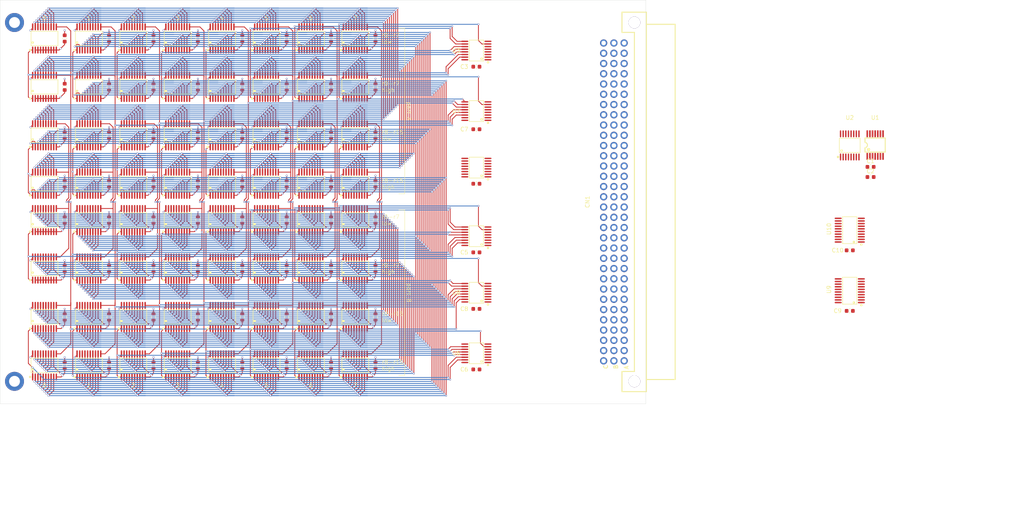
<source format=kicad_pcb>
(kicad_pcb (version 20241229) (generator "pcbnew") (generator_version "9.0")
  (layers (0 "F.Cu" signal) (4 "In1.Cu" signal) (6 "In2.Cu" signal) (2 "B.Cu" signal) (13 "F.Paste" user) (15 "B.Paste" user) (5 "F.SilkS" user "F.Silkscreen") (7 "B.SilkS" user "B.Silkscreen") (1 "F.Mask" user) (3 "B.Mask" user) (25 "Edge.Cuts" user))
  (net 0 "")
  (net 1 "GND")
  (net 2 "VCC")
  (net 3 "/decoding/~{A_EN}")
  (net 4 "/A_MODE1")
  (net 5 "/decoding/4 to 16 demux3/~{EN2H}")
  (net 6 "/A_MODE0")
  (net 7 "Net-(U1-Pad3)")
  (net 9 "/LOAD")
  (net 10 "/decoding/AD_SEL2")
  (net 11 "/A_SEL2")
  (net 12 "/D_SEL2")
  (net 13 "/A_SEL1")
  (net 14 "/decoding/AD_SEL1")
  (net 15 "/D_SEL1")
  (net 16 "/A_SEL0")
  (net 17 "/D_SEL3")
  (net 18 "/decoding/AD_SEL3")
  (net 19 "/decoding/AD_SEL0")
  (net 20 "/A_SEL3")
  (net 21 "/D_SEL0")
  (net 22 "/D1")
  (net 23 "/registers_storage/D4")
  (net 24 "/registers_storage/D1")
  (net 25 "/D5")
  (net 26 "/registers_storage/D3")
  (net 27 "/D0")
  (net 28 "/registers_storage/D2")
  (net 29 "/D7")
  (net 30 "/D3")
  (net 31 "/registers_storage/D0")
  (net 32 "/D2")
  (net 33 "/CLK")
  (net 34 "/registers_storage/D5")
  (net 35 "/D4")
  (net 36 "/registers_storage/D7")
  (net 37 "/D6")
  (net 38 "/registers_storage/D6")
  (net 39 "/registers_storage/D10")
  (net 40 "/registers_storage/D12")
  (net 41 "/D9")
  (net 42 "/registers_storage/D9")
  (net 43 "/registers_storage/D11")
  (net 44 "/D11")
  (net 45 "/D8")
  (net 46 "/registers_storage/D15")
  (net 47 "/registers_storage/D14")
  (net 48 "/registers_storage/D13")
  (net 49 "/D14")
  (net 50 "/D13")
  (net 51 "/D15")
  (net 52 "/registers_storage/D8")
  (net 53 "/D10")
  (net 54 "/D12")
  (net 55 "/B0")
  (net 56 "/B7")
  (net 57 "/decoding/~{B_EN}0")
  (net 58 "/B4")
  (net 59 "/B2")
  (net 60 "/~{RESET}")
  (net 61 "/B1")
  (net 62 "/B3")
  (net 63 "/B6")
  (net 64 "/B5")
  (net 65 "/B11")
  (net 66 "/B9")
  (net 67 "/B13")
  (net 68 "/B12")
  (net 69 "/B14")
  (net 70 "/B15")
  (net 71 "/B8")
  (net 72 "/B10")
  (net 73 "/A0")
  (net 74 "/A6")
  (net 75 "/A7")
  (net 76 "/A1")
  (net 77 "/A2")
  (net 78 "/A3")
  (net 79 "/A5")
  (net 80 "/A4")
  (net 81 "/decoding/~{A_EN}0")
  (net 82 "/A14")
  (net 83 "/A12")
  (net 84 "/A10")
  (net 85 "/A8")
  (net 86 "/A15")
  (net 87 "/A9")
  (net 88 "/A13")
  (net 89 "/A11")
  (net 90 "/decoding/CLK1")
  (net 91 "/decoding/~{B_EN}1")
  (net 92 "/decoding/~{A_EN}1")
  (net 93 "/decoding/~{B_EN}2")
  (net 94 "/decoding/CLK2")
  (net 95 "/decoding/~{A_EN}2")
  (net 96 "/decoding/CLK3")
  (net 97 "/decoding/~{B_EN}3")
  (net 98 "/decoding/~{A_EN}3")
  (net 99 "/decoding/~{B_EN}4")
  (net 100 "/decoding/CLK4")
  (net 101 "/decoding/~{A_EN}4")
  (net 102 "/decoding/~{B_EN}5")
  (net 103 "/decoding/CLK5")
  (net 104 "/decoding/~{A_EN}5")
  (net 105 "/decoding/~{B_EN}6")
  (net 106 "/decoding/CLK6")
  (net 107 "/decoding/~{A_EN}6")
  (net 108 "/decoding/CLK7")
  (net 109 "/decoding/~{B_EN}7")
  (net 110 "/decoding/~{A_EN}7")
  (net 111 "/decoding/~{B_EN}8")
  (net 112 "/decoding/CLK8")
  (net 113 "/decoding/~{A_EN}8")
  (net 114 "/decoding/~{B_EN}9")
  (net 115 "/decoding/CLK9")
  (net 116 "/decoding/~{A_EN}9")
  (net 117 "/decoding/~{B_EN}10")
  (net 118 "/decoding/CLK10")
  (net 119 "/decoding/~{A_EN}10")
  (net 120 "/decoding/CLK11")
  (net 121 "/decoding/~{B_EN}11")
  (net 122 "/decoding/~{A_EN}11")
  (net 123 "/decoding/~{B_EN}12")
  (net 124 "/decoding/CLK12")
  (net 125 "/decoding/~{A_EN}12")
  (net 126 "/decoding/~{B_EN}13")
  (net 127 "/decoding/CLK13")
  (net 128 "/decoding/~{A_EN}13")
  (net 129 "/decoding/CLK14")
  (net 130 "/decoding/~{B_EN}14")
  (net 131 "/decoding/~{A_EN}14")
  (net 132 "/decoding/~{B_EN}15")
  (net 133 "/decoding/CLK15")
  (net 134 "/decoding/~{A_EN}15")
  (net 135 "/~{B_EN}")
  (net 136 "/decoding/CLK0")
  (net 185 "/decoding/4 to 16 demux1/SEL2")
  (net 186 "/decoding/4 to 16 demux1/SEL0")
  (net 187 "/decoding/4 to 16 demux1/SEL1")
  (net 188 "/decoding/4 to 16 demux1/SEL3")
  (net 189 "/B_SEL0")
  (net 190 "/B_SEL1")
  (net 191 "/B_SEL3")
  (net 192 "/B_SEL2")
  (footprint "easyeda2kicad:TSSOP-20_L6.5-W4.4-P0.65-LS6.4-BL" (layer "F.Cu") (at 138 116.5)
    (property "Reference" "U42" (hide yes))
    (property "Value" "SN74HC574PWR")
  )
  (footprint "easyeda2kicad:TSSOP-20_L6.5-W4.4-P0.65-LS6.4-BL" (layer "F.Cu") (at 138 95.5)
    (property "Reference" "U72" (hide yes))
    (property "Value" "SN74HC574PWR")
  )
  (footprint "easyeda2kicad:TSSOP-20_L6.5-W4.4-P0.65-LS6.4-BL" (layer "F.Cu") (at 83 128.5)
    (property "Reference" "U53" (hide yes))
    (property "Value" "SN74HC574PWR")
  )
  (footprint "Capacitor_SMD:C_0603_1608Metric" (layer "F.Cu") (at 143 104.5 -90)
    (property "Reference" "C41" (hide yes))
    (property "Value" "100nF")
  )
  (footprint "easyeda2kicad:TSSOP-20_L6.5-W4.4-P0.65-LS6.4-BL" (layer "F.Cu") (at 127 83.5)
    (property "Reference" "U67" (hide yes))
    (property "Value" "SN74HC574PWR")
  )
  (footprint "easyeda2kicad:TSSOP-20_L6.5-W4.4-P0.65-LS6.4-BL" (layer "F.Cu") (at 94 59.5)
    (property "Reference" "U23" (hide yes))
    (property "Value" "SN74HC574PWR")
  )
  (footprint "easyeda2kicad:TSSOP-20_L6.5-W4.4-P0.65-LS6.4-BL" (layer "F.Cu") (at 94 104.5)
    (property "Reference" "U25" (hide yes))
    (property "Value" "SN74HC574PWR")
  )
  (footprint "easyeda2kicad:TSSOP-20_L6.5-W4.4-P0.65-LS6.4-BL" (layer "F.Cu") (at 116 95.5)
    (property "Reference" "U64" (hide yes))
    (property "Value" "SN74HC574PWR")
  )
  (footprint "Capacitor_SMD:C_0603_1608Metric" (layer "F.Cu") (at 110 116.5 -90)
    (property "Reference" "C30" (hide yes))
    (property "Value" "100nF")
  )
  (footprint "Capacitor_SMD:C_0603_1608Metric" (layer "F.Cu") (at 88 128.5 -90)
    (property "Reference" "C53" (hide yes))
    (property "Value" "100nF")
  )
  (footprint "easyeda2kicad:TSSOP-20_L6.5-W4.4-P0.65-LS6.4-BL" (layer "F.Cu") (at 116 128.5)
    (property "Reference" "U65" (hide yes))
    (property "Value" "SN74HC574PWR")
  )
  (footprint "easyeda2kicad:TSSOP-20_L6.5-W4.4-P0.65-LS6.4-BL" (layer "F.Cu") (at 83 140.5)
    (property "Reference" "U54" (hide yes))
    (property "Value" "SN74HC574PWR")
  )
  (footprint "easyeda2kicad:TSSOP-16_L5.0-W4.4-P0.65-LS6.4-BL" (layer "F.Cu") (at 168 122.5 90)
    (property "Reference" "U8")
    (property "Value" "74HC138")
  )
  (footprint "Capacitor_SMD:C_0603_1608Metric" (layer "F.Cu") (at 132 59.5 -90)
    (property "Reference" "C35" (hide yes))
    (property "Value" "100nF")
  )
  (footprint "easyeda2kicad:TSSOP-20_L6.5-W4.4-P0.65-LS6.4-BL" (layer "F.Cu") (at 105 83.5)
    (property "Reference" "U59" (hide yes))
    (property "Value" "SN74HC574PWR")
  )
  (footprint "easyeda2kicad:TSSOP-16_L5.0-W4.4-P0.65-LS6.4-BL" (layer "F.Cu") (at 168 91.5 90)
    (property "Reference" "U4" (hide yes))
    (property "Value" "74HC138")
  )
  (footprint "easyeda2kicad:TSSOP-20_L6.5-W4.4-P0.65-LS6.4-BL" (layer "F.Cu") (at 94 140.5)
    (property "Reference" "U58" (hide yes))
    (property "Value" "SN74HC574PWR")
  )
  (footprint "easyeda2kicad:TSSOP-20_L6.5-W4.4-P0.65-LS6.4-BL" (layer "F.Cu") (at 61 95.5)
    (property "Reference" "U44" (hide yes))
    (property "Value" "SN74HC574PWR")
  )
  (footprint "Capacitor_SMD:C_0603_1608Metric" (layer "F.Cu") (at 110 140.5 -90)
    (property "Reference" "C62" (hide yes))
    (property "Value" "100nF")
  )
  (footprint "Capacitor_SMD:C_0603_1608Metric" (layer "F.Cu") (at 66 95.5 -90)
    (property "Reference" "C44" (hide yes))
    (property "Value" "100nF")
  )
  (footprint "Capacitor_SMD:C_0603_1608Metric" (layer "F.Cu") (at 99 128.5 -90)
    (property "Reference" "C57" (hide yes))
    (property "Value" "100nF")
  )
  (footprint "easyeda2kicad:TSSOP-20_L6.5-W4.4-P0.65-LS6.4-BL" (layer "F.Cu") (at 83 104.5)
    (property "Reference" "U21" (hide yes))
    (property "Value" "SN74HC574PWR")
  )
  (footprint "easyeda2kicad:TSSOP-20_L6.5-W4.4-P0.65-LS6.4-BL" (layer "F.Cu") (at 138 104.5)
    (property "Reference" "U41" (hide yes))
    (property "Value" "SN74HC574PWR")
  )
  (footprint "easyeda2kicad:TSSOP-20_L6.5-W4.4-P0.65-LS6.4-BL" (layer "F.Cu") (at 116 83.5)
    (property "Reference" "U63" (hide yes))
    (property "Value" "SN74HC574PWR")
  )
  (footprint "easyeda2kicad:TSSOP-20_L6.5-W4.4-P0.65-LS6.4-BL" (layer "F.Cu") (at 61 116.5)
    (property "Reference" "U14" (hide yes))
    (property "Value" "SN74HC574PWR")
  )
  (footprint "Capacitor_SMD:C_0603_1608Metric" (layer "F.Cu") (at 260.5 112)
    (property "Reference" "C10")
    (property "Value" "100nF")
  )
  (footprint "easyeda2kicad:TSSOP-20_L6.5-W4.4-P0.65-LS6.4-BL" (layer "F.Cu") (at 138 59.5)
    (property "Reference" "U39" (hide yes))
    (property "Value" "SN74HC574PWR")
  )
  (footprint "easyeda2kicad:TSSOP-20_L6.5-W4.4-P0.65-LS6.4-BL" (layer "F.Cu") (at 61 71.5)
    (property "Reference" "U12" (hide yes))
    (property "Value" "SN74HC574PWR")
  )
  (footprint "easyeda2kicad:TSSOP-20_L6.5-W4.4-P0.65-LS6.4-BL" (layer "F.Cu") (at 83 116.5)
    (property "Reference" "U22" (hide yes))
    (property "Value" "SN74HC574PWR")
  )
  (footprint "easyeda2kicad:TSSOP-20_L6.5-W4.4-P0.65-LS6.4-BL" (layer "F.Cu") (at 83 59.5)
    (property "Reference" "U19" (hide yes))
    (property "Value" "SN74HC574PWR")
  )
  (footprint "easyeda2kicad:TSSOP-14_L5.0-W4.4-P0.65-LS6.4-BL" (layer "F.Cu") (at 266.795 85.915)
    (property "Reference" "U1")
    (property "Value" "74HC00")
  )
  (footprint "easyeda2kicad:TSSOP-20_L6.5-W4.4-P0.65-LS6.4-BL" (layer "F.Cu") (at 72 83.5)
    (property "Reference" "U47" (hide yes))
    (property "Value" "SN74HC574PWR")
  )
  (footprint "Capacitor_SMD:C_0603_1608Metric" (layer "F.Cu") (at 77 128.5 -90)
    (property "Reference" "C49" (hide yes))
    (property "Value" "100nF")
  )
  (footprint "Capacitor_SMD:C_0603_1608Metric" (layer "F.Cu") (at 77 116.5 -90)
    (property "Reference" "C18" (hide yes))
    (property "Value" "100nF")
  )
  (footprint "easyeda2kicad:TSSOP-20_L6.5-W4.4-P0.65-LS6.4-BL" (layer "F.Cu") (at 127 116.5)
    (property "Reference" "U38" (hide yes))
    (property "Value" "SN74HC574PWR")
  )
  (footprint "Capacitor_SMD:C_0603_1608Metric" (layer "F.Cu") (at 66 71.5 -90)
    (property "Reference" "C12" (hide yes))
    (property "Value" "100nF")
  )
  (footprint "easyeda2kicad:TSSOP-20_L6.5-W4.4-P0.65-LS6.4-BL" (layer "F.Cu") (at 72 71.5)
    (property "Reference" "U16" (hide yes))
    (property "Value" "SN74HC574PWR")
  )
  (footprint "easyeda2kicad:TSSOP-20_L6.5-W4.4-P0.65-LS6.4-BL" (layer "F.Cu") (at 260.5 122 90)
    (property "Reference" "U9")
    (property "Value" "SN74HC574PWR")
  )
  (footprint "easyeda2kicad:TSSOP-20_L6.5-W4.4-P0.65-LS6.4-BL" (layer "F.Cu") (at 83 83.5)
    (property "Reference" "U51" (hide yes))
    (property "Value" "SN74HC574PWR")
  )
  (footprint "Capacitor_SMD:C_0603_1608Metric" (layer "F.Cu") (at 88 83.5 -90)
    (property "Reference" "C51" (hide yes))
    (property "Value" "100nF")
  )
  (footprint "easyeda2kicad:TSSOP-20_L6.5-W4.4-P0.65-LS6.4-BL" (layer "F.Cu") (at 127 59.5)
    (property "Reference" "U35" (hide yes))
    (property "Value" "SN74HC574PWR")
  )
  (footprint "Capacitor_SMD:C_0603_1608Metric" (layer "F.Cu") (at 99 104.5 -90)
    (property "Reference" "C25" (hide yes))
    (property "Value" "100nF")
  )
  (footprint "easyeda2kicad:TSSOP-20_L6.5-W4.4-P0.65-LS6.4-BL" (layer "F.Cu") (at 94 83.5)
    (property "Reference" "U55" (hide yes))
    (property "Value" "SN74HC574PWR")
  )
  (footprint "easyeda2kicad:TSSOP-20_L6.5-W4.4-P0.65-LS6.4-BL" (layer "F.Cu") (at 116 104.5)
    (property "Reference" "U33" (hide yes))
    (property "Value" "SN74HC574PWR")
  )
  (footprint "Capacitor_SMD:C_0603_1608Metric" (layer "F.Cu") (at 265.655 93.83)
    (property "Reference" "C2")
    (property "Value" "100nF")
  )
  (footprint "Capacitor_SMD:C_0603_1608Metric" (layer "F.Cu") (at 77 83.5 -90)
    (property "Reference" "C47" (hide yes))
    (property "Value" "100nF")
  )
  (footprint "Capacitor_SMD:C_0603_1608Metric" (layer "F.Cu") (at 99 116.5 -90)
    (property "Reference" "C26" (hide yes))
    (property "Value" "100nF")
  )
  (footprint "easyeda2kicad:TSSOP-20_L6.5-W4.4-P0.65-LS6.4-BL" (layer "F.Cu") (at 83 71.5)
    (property "Reference" "U20" (hide yes))
    (property "Value" "SN74HC574PWR")
  )
  (footprint "Capacitor_SMD:C_0603_1608Metric" (layer "F.Cu") (at 132 83.5 -90)
    (property "Reference" "C67" (hide yes))
    (property "Value" "100nF")
  )
  (footprint "Capacitor_SMD:C_0603_1608Metric" (layer "F.Cu") (at 77 59.5 -90)
    (property "Reference" "C15" (hide yes))
    (property "Value" "100nF")
  )
  (footprint "easyeda2kicad:TSSOP-20_L6.5-W4.4-P0.65-LS6.4-BL" (layer "F.Cu") (at 138 83.5)
    (property "Reference" "U71" (hide yes))
    (property "Value" "SN74HC574PWR")
  )
  (footprint "Capacitor_SMD:C_0603_1608Metric" (layer "F.Cu") (at 88 59.5 -90)
    (property "Reference" "C19" (hide yes))
    (property "Value" "100nF")
  )
  (footprint "easyeda2kicad:TSSOP-20_L6.5-W4.4-P0.65-LS6.4-BL" (layer "F.Cu") (at 94 95.5)
    (property "Reference" "U56" (hide yes))
    (property "Value" "SN74HC574PWR")
  )
  (footprint "Capacitor_SMD:C_0603_1608Metric" (layer "F.Cu") (at 143 71.5 -90)
    (property "Reference" "C39" (hide yes))
    (property "Value" "100nF")
  )
  (footprint "Capacitor_SMD:C_0603_1608Metric" (layer "F.Cu") (at 121 128.5 -90)
    (property "Reference" "C65" (hide yes))
    (property "Value" "100nF")
  )
  (footprint "Capacitor_SMD:C_0603_1608Metric" (layer "F.Cu") (at 99 71.5 -90)
    (property "Reference" "C24" (hide yes))
    (property "Value" "100nF")
  )
  (footprint "easyeda2kicad:TSSOP-20_L6.5-W4.4-P0.65-LS6.4-BL" (layer "F.Cu") (at 61 83.5)
    (property "Reference" "U43" (hide yes))
    (property "Value" "SN74HC574PWR")
  )
  (footprint "Capacitor_SMD:C_0603_1608Metric" (layer "F.Cu") (at 132 140.5 -90)
    (property "Reference" "C70" (hide yes))
    (property "Value" "100nF")
  )
  (footprint "easyeda2kicad:TSSOP-20_L6.5-W4.4-P0.65-LS6.4-BL" (layer "F.Cu") (at 105 71.5)
    (property "Reference" "U28" (hide yes))
    (property "Value" "SN74HC574PWR")
  )
  (footprint "easyeda2kicad:TSSOP-20_L6.5-W4.4-P0.65-LS6.4-BL" (layer "F.Cu") (at 105 95.5)
    (property "Reference" "U60" (hide yes))
    (property "Value" "SN74HC574PWR")
  )
  (footprint "Capacitor_SMD:C_0603_1608Metric" (layer "F.Cu") (at 260.5 127)
    (property "Reference" "C9")
    (property "Value" "100nF")
  )
  (footprint "easyeda2kicad:TSSOP-20_L6.5-W4.4-P0.65-LS6.4-BL" (layer "F.Cu") (at 72 104.5)
    (property "Reference" "U17" (hide yes))
    (property "Value" "SN74HC574PWR")
  )
  (footprint "easyeda2kicad:TSSOP-20_L6.5-W4.4-P0.65-LS6.4-BL" (layer "F.Cu") (at 138 128.5)
    (property "Reference" "U73" (hide yes))
    (property "Value" "SN74HC574PWR")
  )
  (footprint "easyeda2kicad:TSSOP-20_L6.5-W4.4-P0.65-LS6.4-BL" (layer "F.Cu") (at 61 104.5)
    (property "Reference" "U13" (hide yes))
    (property "Value" "SN74HC574PWR")
  )
  (footprint "Capacitor_SMD:C_0603_1608Metric" (layer "F.Cu") (at 143 95.5 -90)
    (property "Reference" "C72" (hide yes))
    (property "Value" "100nF")
  )
  (footprint "Capacitor_SMD:C_0603_1608Metric" (layer "F.Cu") (at 99 140.5 -90)
    (property "Reference" "C58" (hide yes))
    (property "Value" "100nF")
  )
  (footprint "easyeda2kicad:TSSOP-20_L6.5-W4.4-P0.65-LS6.4-BL" (layer "F.Cu") (at 105 116.5)
    (property "Reference" "U30" (hide yes))
    (property "Value" "SN74HC574PWR")
  )
  (footprint "Capacitor_SMD:C_0603_1608Metric" (layer "F.Cu") (at 110 59.5 -90)
    (property "Reference" "C27" (hide yes))
    (property "Value" "100nF")
  )
  (footprint "easyeda2kicad:TSSOP-20_L6.5-W4.4-P0.65-LS6.4-BL" (layer "F.Cu") (at 72 140.5)
    (property "Reference" "U50" (hide yes))
    (property "Value" "SN74HC574PWR")
  )
  (footprint "easyeda2kicad:TSSOP-16_L5.0-W4.4-P0.65-LS6.4-BL" (layer "F.Cu") (at 168 108.5 90)
    (property "Reference" "U5" (hide yes))
    (property "Value" "74HC138")
  )
  (footprint "Capacitor_SMD:C_0603_1608Metric" (layer "F.Cu") (at 88 71.5 -90)
    (property "Reference" "C20" (hide yes))
    (property "Value" "100nF")
  )
  (footprint "Capacitor_SMD:C_0603_1608Metric" (layer "F.Cu") (at 168 82)
    (property "Reference" "C7")
    (property "Value" "100nF")
  )
  (footprint "Capacitor_SMD:C_0603_1608Metric" (layer "F.Cu") (at 121 140.5 -90)
    (property "Reference" "C66" (hide yes))
    (property "Value" "100nF")
  )
  (footprint "Capacitor_SMD:C_0603_1608Metric" (layer "F.Cu") (at 121 116.5 -90)
    (property "Reference" "C34" (hide yes))
    (property "Value" "100nF")
  )
  (footprint "Capacitor_SMD:C_0603_1608Metric" (layer "F.Cu") (at 121 71.5 -90)
    (property "Reference" "C32" (hide yes))
    (property "Value" "100nF")
  )
  (footprint "Capacitor_SMD:C_0603_1608Metric" (layer "F.Cu") (at 77 140.5 -90)
    (property "Reference" "C50" (hide yes))
    (property "Value" "100nF")
  )
  (footprint "Capacitor_SMD:C_0603_1608Metric" (layer "F.Cu") (at 88 140.5 -90)
    (property "Reference" "C54" (hide yes))
    (property "Value" "100nF")
  )
  (footprint "easyeda2kicad:TSSOP-20_L6.5-W4.4-P0.65-LS6.4-BL" (layer "F.Cu") (at 127 71.5)
    (property "Reference" "U36" (hide yes))
    (property "Value" "SN74HC574PWR")
  )
  (footprint "easyeda2kicad:TSSOP-20_L6.5-W4.4-P0.65-LS6.4-BL" (layer "F.Cu") (at 116 140.5)
    (property "Reference" "U66" (hide yes))
    (property "Value" "SN74HC574PWR")
  )
  (footprint "Capacitor_SMD:C_0603_1608Metric" (layer "F.Cu") (at 66 116.5 -90)
    (property "Reference" "C14" (hide yes))
    (property "Value" "100nF")
  )
  (footprint "Capacitor_SMD:C_0603_1608Metric" (layer "F.Cu") (at 168 141.5)
    (property "Reference" "C6")
    (property "Value" "100nF")
  )
  (footprint "Capacitor_SMD:C_0603_1608Metric" (layer "F.Cu") (at 110 128.5 -90)
    (property "Reference" "C61" (hide yes))
    (property "Value" "100nF")
  )
  (footprint "Capacitor_SMD:C_0603_1608Metric" (layer "F.Cu") (at 110 71.5 -90)
    (property "Reference" "C28" (hide yes))
    (property "Value" "100nF")
  )
  (footprint "Capacitor_SMD:C_0603_1608Metric" (layer "F.Cu") (at 121 59.5 -90)
    (property "Reference" "C31" (hide yes))
    (property "Value" "100nF")
  )
  (footprint "easyeda2kicad:TSSOP-20_L6.5-W4.4-P0.65-LS6.4-BL" (layer "F.Cu") (at 127 104.5)
    (property "Reference" "U37" (hide yes))
    (property "Value" "SN74HC574PWR")
  )
  (footprint "Capacitor_SMD:C_0603_1608Metric" (layer "F.Cu") (at 132 104.5 -90)
    (property "Reference" "C37" (hide yes))
    (property "Value" "100nF")
  )
  (footprint "Capacitor_SMD:C_0603_1608Metric" (layer "F.Cu") (at 143 128.5 -90)
    (property "Reference" "C73" (hide yes))
    (property "Value" "100nF")
  )
  (footprint "easyeda2kicad:TSSOP-16_L5.0-W4.4-P0.65-LS6.4-BL" (layer "F.Cu") (at 168 137.5 90)
    (property "Reference" "U6")
    (property "Value" "74HC138")
  )
  (footprint "Capacitor_SMD:C_0603_1608Metric" (layer "F.Cu") (at 77 95.5 -90)
    (property "Reference" "C48" (hide yes))
    (property "Value" "100nF")
  )
  (footprint "Capacitor_SMD:C_0603_1608Metric" (layer "F.Cu") (at 121 104.5 -90)
    (property "Reference" "C33" (hide yes))
    (property "Value" "100nF")
  )
  (footprint "Capacitor_SMD:C_0603_1608Metric" (layer "F.Cu") (at 66 59.5 -90)
    (property "Reference" "C11" (hide yes))
    (property "Value" "100nF")
  )
  (footprint "Capacitor_SMD:C_0603_1608Metric" (layer "F.Cu") (at 66 83.5 -90)
    (property "Reference" "C43" (hide yes))
    (property "Value" "100nF")
  )
  (footprint "Capacitor_SMD:C_0603_1608Metric" (layer "F.Cu") (at 143 83.5 -90)
    (property "Reference" "C71" (hide yes))
    (property "Value" "100nF")
  )
  (footprint "easyeda2kicad:TSSOP-20_L6.5-W4.4-P0.65-LS6.4-BL" (layer "F.Cu") (at 61 59.5)
    (property "Reference" "U11" (hide yes))
    (property "Value" "SN74HC574PWR")
  )
  (footprint "Capacitor_SMD:C_0603_1608Metric" (layer "F.Cu") (at 143 59.5 -90)
    (property "Reference" "C40" (hide yes))
    (property "Value" "100nF")
  )
  (footprint "Capacitor_SMD:C_0603_1608Metric" (layer "F.Cu") (at 132 128.5 -90)
    (property "Reference" "C69" (hide yes))
    (property "Value" "100nF")
  )
  (footprint "Capacitor_SMD:C_0603_1608Metric" (layer "F.Cu") (at 121 95.5 -90)
    (property "Reference" "C64" (hide yes))
    (property "Value" "100nF")
  )
  (footprint "easyeda2kicad:TSSOP-16_L5.0-W4.4-P0.65-LS6.4-BL" (layer "F.Cu") (at 260.5 86)
    (property "Reference" "U2")
    (property "Value" "74HC157")
  )
  (footprint "Capacitor_SMD:C_0603_1608Metric" (layer "F.Cu") (at 66 140.5 -90)
    (property "Reference" "C46" (hide yes))
    (property "Value" "100nF")
  )
  (footprint "Capacitor_SMD:C_0603_1608Metric" (layer "F.Cu") (at 143 116.5 -90)
    (property "Reference" "C42" (hide yes))
    (property "Value" "100nF")
  )
  (footprint "easyeda2kicad:TSSOP-20_L6.5-W4.4-P0.65-LS6.4-BL" (layer "F.Cu") (at 61 140.5)
    (property "Reference" "U46" (hide yes))
    (property "Value" "SN74HC574PWR")
  )
  (footprint "easyeda2kicad:TSSOP-20_L6.5-W4.4-P0.65-LS6.4-BL" (layer "F.Cu") (at 105 104.5)
    (property "Reference" "U29" (hide yes))
    (property "Value" "SN74HC574PWR")
  )
  (footprint "Capacitor_SMD:C_0603_1608Metric" (layer "F.Cu") (at 99 95.5 -90)
    (property "Reference" "C56" (hide yes))
    (property "Value" "100nF")
  )
  (footprint "easyeda2kicad:TSSOP-20_L6.5-W4.4-P0.65-LS6.4-BL" (layer "F.Cu") (at 260.5 107 90)
    (property "Reference" "U10")
    (property "Value" "SN74HC574PWR")
  )
  (footprint "easyeda2kicad:TSSOP-20_L6.5-W4.4-P0.65-LS6.4-BL" (layer "F.Cu") (at 61 128.5)
    (property "Reference" "U45" (hide yes))
    (property "Value" "SN74HC574PWR")
  )
  (footprint "easyeda2kicad:TSSOP-20_L6.5-W4.4-P0.65-LS6.4-BL" (layer "F.Cu") (at 94 116.5)
    (property "Reference" "U26" (hide yes))
    (property "Value" "SN74HC574PWR")
  )
  (footprint "Capacitor_SMD:C_0603_1608Metric" (layer "F.Cu") (at 168 95.5)
    (property "Reference" "C4" (hide yes))
    (property "Value" "100nF")
  )
  (footprint "easyeda2kicad:TSSOP-20_L6.5-W4.4-P0.65-LS6.4-BL" (layer "F.Cu") (at 72 128.5)
    (property "Reference" "U49" (hide yes))
    (property "Value" "SN74HC574PWR")
  )
  (footprint "MountingHole:MountingHole_2.7mm_M2.5_DIN965_Pad" (layer "F.Cu") (at 53.57 55.55)
    (property "Reference" "REF**" (hide yes))
    (property "Value" "MountingHole_2.7mm_M2.5_DIN965_Pad" (hide yes))
  )
  (footprint "Capacitor_SMD:C_0603_1608Metric" (layer "F.Cu") (at 77 71.5 -90)
    (property "Reference" "C16" (hide yes))
    (property "Value" "100nF")
  )
  (footprint "Capacitor_SMD:C_0603_1608Metric" (layer "F.Cu") (at 168 126.5)
    (property "Reference" "C8")
    (property "Value" "100nF")
  )
  (footprint "easyeda2kicad:TSSOP-16_L5.0-W4.4-P0.65-LS6.4-BL" (layer "F.Cu") (at 168 77.5 90)
    (property "Reference" "U7")
    (property "Value" "74HC138")
  )
  (footprint "Capacitor_SMD:C_0603_1608Metric" (layer "F.Cu") (at 132 71.5 -90)
    (property "Reference" "C36" (hide yes))
    (property "Value" "100nF")
  )
  (footprint "Capacitor_SMD:C_0603_1608Metric" (layer "F.Cu") (at 99 83.5 -90)
    (property "Reference" "C55" (hide yes))
    (property "Value" "100nF")
  )
  (footprint "Capacitor_SMD:C_0603_1608Metric" (layer "F.Cu") (at 265.655 91.32)
    (property "Reference" "C1")
    (property "Value" "100nF")
  )
  (footprint "Capacitor_SMD:C_0603_1608Metric" (layer "F.Cu") (at 110 95.5 -90)
    (property "Reference" "C60" (hide yes))
    (property "Value" "100nF")
  )
  (footprint "easyeda2kicad:TSSOP-16_L5.0-W4.4-P0.65-LS6.4-BL" (layer "F.Cu") (at 168 62.5 90)
    (property "Reference" "U3")
    (property "Value" "74HC138")
  )
  (footprint "easyeda2kicad:TSSOP-20_L6.5-W4.4-P0.65-LS6.4-BL" (layer "F.Cu") (at 72 116.5)
    (property "Reference" "U18" (hide yes))
    (property "Value" "SN74HC574PWR")
  )
  (footprint "easyeda2kicad:TSSOP-20_L6.5-W4.4-P0.65-LS6.4-BL" (layer "F.Cu") (at 105 59.5)
    (property "Reference" "U27" (hide yes))
    (property "Value" "SN74HC574PWR")
  )
  (footprint "easyeda2kicad:TSSOP-20_L6.5-W4.4-P0.65-LS6.4-BL" (layer "F.Cu") (at 127 140.5)
    (property "Reference" "U70" (hide yes))
    (property "Value" "SN74HC574PWR")
  )
  (footprint "easyeda2kicad:TSSOP-20_L6.5-W4.4-P0.65-LS6.4-BL" (layer "F.Cu") (at 72 95.5)
    (property "Reference" "U48" (hide yes))
    (property "Value" "SN74HC574PWR")
  )
  (footprint "easyeda2kicad:TSSOP-20_L6.5-W4.4-P0.65-LS6.4-BL" (layer "F.Cu") (at 116 71.5)
    (property "Reference" "U32" (hide yes))
    (property "Value" "SN74HC574PWR")
  )
  (footprint "Capacitor_SMD:C_0603_1608Metric" (layer "F.Cu") (at 77 104.5 -90)
    (property "Reference" "C17" (hide yes))
    (property "Value" "100nF")
  )
  (footprint "easyeda2kicad:TSSOP-20_L6.5-W4.4-P0.65-LS6.4-BL" (layer "F.Cu") (at 116 116.5)
    (property "Reference" "U34" (hide yes))
    (property "Value" "SN74HC574PWR")
  )
  (footprint "Capacitor_SMD:C_0603_1608Metric" (layer "F.Cu") (at 99 59.5 -90)
    (property "Reference" "C23" (hide yes))
    (property "Value" "100nF")
  )
  (footprint "easyeda2kicad:TSSOP-20_L6.5-W4.4-P0.65-LS6.4-BL" (layer "F.Cu") (at 72 59.5)
    (property "Reference" "U15" (hide yes))
    (property "Value" "SN74HC574PWR")
  )
  (footprint "Capacitor_SMD:C_0603_1608Metric" (layer "F.Cu") (at 88 116.5 -90)
    (property "Reference" "C22" (hide yes))
    (property "Value" "100nF")
  )
  (footprint "Capacitor_SMD:C_0603_1608Metric" (layer "F.Cu") (at 168 66.5)
    (property "Reference" "C3")
    (property "Value" "100nF")
  )
  (footprint "MountingHole:MountingHole_2.7mm_M2.5_DIN965_Pad" (layer "F.Cu") (at 53.57 144.45)
    (property "Reference" "REF**" (hide yes))
    (property "Value" "MountingHole_2.7mm_M2.5_DIN965_Pad" (hide yes))
  )
  (footprint "easyeda2kicad:TSSOP-20_L6.5-W4.4-P0.65-LS6.4-BL" (layer "F.Cu") (at 94 128.5)
    (property "Reference" "U57" (hide yes))
    (property "Value" "SN74HC574PWR")
  )
  (footprint "Capacitor_SMD:C_0603_1608Metric" (layer "F.Cu") (at 66 104.5 -90)
    (property "Reference" "C13" (hide yes))
    (property "Value" "100nF")
  )
  (footprint "easyeda2kicad:TSSOP-20_L6.5-W4.4-P0.65-LS6.4-BL" (layer "F.Cu") (at 127 95.5)
    (property "Reference" "U68" (hide yes))
    (property "Value" "SN74HC574PWR")
  )
  (footprint "easyeda2kicad:TSSOP-20_L6.5-W4.4-P0.65-LS6.4-BL" (layer "F.Cu") (at 116 59.5)
    (property "Reference" "U31" (hide yes))
    (property "Value" "SN74HC574PWR")
  )
  (footprint "easyeda2kicad:TSSOP-20_L6.5-W4.4-P0.65-LS6.4-BL" (layer "F.Cu") (at 127 128.5)
    (property "Reference" "U69" (hide yes))
    (property "Value" "SN74HC574PWR")
  )
  (footprint "Capacitor_SMD:C_0603_1608Metric" (layer "F.Cu") (at 168 112.5)
    (property "Reference" "C5")
    (property "Value" "100nF")
  )
  (footprint "easyeda2kicad:TSSOP-20_L6.5-W4.4-P0.65-LS6.4-BL" (layer "F.Cu") (at 138 140.5)
    (property "Reference" "U74" (hide yes))
    (property "Value" "SN74HC574PWR")
  )
  (footprint "easyeda2kicad:CONN-TH_96P-P2.54_4-2271013-0" (layer "F.Cu") (at 202.0675 100 90)
    (property "Reference" "CN1")
    (property "Value" "4-2271013-0")
  )
  (footprint "easyeda2kicad:TSSOP-20_L6.5-W4.4-P0.65-LS6.4-BL" (layer "F.Cu") (at 83 95.5)
    (property "Reference" "U52" (hide yes))
    (property "Value" "SN74HC574PWR")
  )
  (footprint "Capacitor_SMD:C_0603_1608Metric" (layer "F.Cu") (at 88 95.5 -90)
    (property "Reference" "C52" (hide yes))
    (property "Value" "100nF")
  )
  (footprint "Capacitor_SMD:C_0603_1608Metric" (layer "F.Cu") (at 132 95.5 -90)
    (property "Reference" "C68" (hide yes))
    (property "Value" "100nF")
  )
  (footprint "Capacitor_SMD:C_0603_1608Metric" (layer "F.Cu") (at 110 104.5 -90)
    (property "Reference" "C29" (hide yes))
    (property "Value" "100nF")
  )
  (footprint "Capacitor_SMD:C_0603_1608Metric" (layer "F.Cu") (at 121 83.5 -90)
    (property "Reference" "C63" (hide yes))
    (property "Value" "100nF")
  )
  (footprint "Capacitor_SMD:C_0603_1608Metric" (layer "F.Cu") (at 143 140.5 -90)
    (property "Reference" "C74" (hide yes))
    (property "Value" "100nF")
  )
  (footprint "Capacitor_SMD:C_0603_1608Metric" (layer "F.Cu") (at 132 116.5 -90)
    (property "Reference" "C38" (hide yes))
    (property "Value" "100nF")
  )
  (footprint "easyeda2kicad:TSSOP-20_L6.5-W4.4-P0.65-LS6.4-BL" (layer "F.Cu") (at 94 71.5)
    (property "Reference" "U24" (hide yes))
    (property "Value" "SN74HC574PWR")
  )
  (footprint "Capacitor_SMD:C_0603_1608Metric" (layer "F.Cu") (at 110 83.5 -90)
    (property "Reference" "C59" (hide yes))
    (property "Value" "100nF")
  )
  (footprint "easyeda2kicad:TSSOP-20_L6.5-W4.4-P0.65-LS6.4-BL" (layer "F.Cu") (at 138 71.5)
    (property "Reference" "U40" (hide yes))
    (property "Value" "SN74HC574PWR")
  )
  (footprint "easyeda2kicad:TSSOP-20_L6.5-W4.4-P0.65-LS6.4-BL" (layer "F.Cu") (at 105 140.5)
    (property "Reference" "U62" (hide yes))
    (property "Value" "SN74HC574PWR")
  )
  (footprint "Capacitor_SMD:C_0603_1608Metric" (layer "F.Cu") (at 88 104.5 -90)
    (property "Reference" "C21" (hide yes))
    (property "Value" "100nF")
  )
  (footprint "easyeda2kicad:TSSOP-20_L6.5-W4.4-P0.65-LS6.4-BL" (layer "F.Cu") (at 105 128.5)
    (property "Reference" "U61" (hide yes))
    (property "Value" "SN74HC574PWR")
  )
  (footprint "Capacitor_SMD:C_0603_1608Metric" (layer "F.Cu") (at 66 128.5 -90)
    (property "Reference" "C45" (hide yes))
    (property "Value" "100nF")
  )
  (gr_line (start 150.25 143) (end 148.75 143) (stroke (width 0.1)) (layer "F.SilkS"))
  (gr_line (start 150.25 102) (end 150.25 143) (stroke (width 0.1)) (layer "F.SilkS"))
  (gr_line (start 150.25 98) (end 148.75 98) (stroke (width 0.1)) (layer "F.SilkS"))
  (gr_line (start 150.25 57) (end 150.25 98) (stroke (width 0.1)) (layer "F.SilkS"))
  (gr_line (start 150.25 57) (end 148.75 57) (stroke (width 0.1)) (layer "F.SilkS"))
  (gr_line (start 150.25 102) (end 148.75 102) (stroke (width 0.1)) (layer "F.SilkS"))
  (gr_line (start 50 150) (end 50 50) (stroke (width 0.05)) (layer "Edge.Cuts"))
  (gr_line (start 210 150) (end 50 150) (stroke (width 0.05)) (layer "Edge.Cuts"))
  (gr_line (start 50 50) (end 210 50) (stroke (width 0.05)) (layer "Edge.Cuts"))
  (gr_line (start 210 50) (end 210 150) (stroke (width 0.05)) (layer "Edge.Cuts"))
  (gr_text "r8-r15\nhigh" (at 144.5 95.5 0) (layer "F.SilkS") (effects (font (size 1 1) (thickness 0.1)) (justify left)))
  (gr_text "r8-r15\nhigh" (at 144.5 140.5 0) (layer "F.SilkS") (effects (font (size 1 1) (thickness 0.1)) (justify left)))
  (gr_text "7\n" (at 138 145.5 0) (layer "F.SilkS") (effects (font (size 1 1) (thickness 0.1))))
  (gr_text "r8-r15\nlow" (at 144.5 128.5 0) (layer "F.SilkS") (effects (font (size 1 1) (thickness 0.1)) (justify left)))
  (gr_text "r8-r15\nlow" (at 144.5 83.5 0) (layer "F.SilkS") (effects (font (size 1 1) (thickness 0.1)) (justify left)))
  (gr_text "6" (at 127 145.5 0) (layer "F.SilkS") (effects (font (size 1 1) (thickness 0.1))))
  (gr_text "5" (at 116 145.5 0) (layer "F.SilkS") (effects (font (size 1 1) (thickness 0.1))))
  (gr_text "r0-r7\nlow" (at 144.5 59.5 0) (layer "F.SilkS") (effects (font (size 1 1) (thickness 0.1)) (justify left)))
  (gr_text "4\n" (at 105 145.5 0) (layer "F.SilkS") (effects (font (size 1 1) (thickness 0.1))))
  (gr_text "1\n" (at 72 54.5 0) (layer "F.SilkS") (effects (font (size 1 1) (thickness 0.1))))
  (gr_text "r0-r7\nhigh" (at 144.5 116.5 0) (layer "F.SilkS") (effects (font (size 1 1) (thickness 0.1)) (justify left)))
  (gr_text "4\n" (at 105 54.5 0) (layer "F.SilkS") (effects (font (size 1 1) (thickness 0.1))))
  (gr_text "2" (at 83 54.5 0) (layer "F.SilkS") (effects (font (size 1 1) (thickness 0.1))))
  (gr_text "5" (at 116 54.5 0) (layer "F.SilkS") (effects (font (size 1 1) (thickness 0.1))))
  (gr_text "0" (at 61 54.5 0) (layer "F.SilkS") (effects (font (size 1 1) (thickness 0.1))))
  (gr_text "7\n" (at 138 54.5 0) (layer "F.SilkS") (effects (font (size 1 1) (thickness 0.1))))
  (gr_text "r0-r7\nlow\n" (at 144.5 104.5 0) (layer "F.SilkS") (effects (font (size 1 1) (thickness 0.1)) (justify left)))
  (gr_text "0" (at 61 145.5 0) (layer "F.SilkS") (effects (font (size 1 1) (thickness 0.1))))
  (gr_text "6" (at 127 54.5 0) (layer "F.SilkS") (effects (font (size 1 1) (thickness 0.1))))
  (gr_text "3" (at 94 145.5 0) (layer "F.SilkS") (effects (font (size 1 1) (thickness 0.1))))
  (gr_text "r0-r7\nhigh\n" (at 144.5 71.5 0) (layer "F.SilkS") (effects (font (size 1 1) (thickness 0.1)) (justify left)))
  (gr_text "1\n" (at 72 145.5 0) (layer "F.SilkS") (effects (font (size 1 1) (thickness 0.1))))
  (gr_text "3" (at 94 54.5 0) (layer "F.SilkS") (effects (font (size 1 1) (thickness 0.1))))
  (gr_text "2" (at 83 145.5 0) (layer "F.SilkS") (effects (font (size 1 1) (thickness 0.1))))
  (gr_text "port A" (at 150.75 77.5 270) (layer "F.SilkS") (effects (font (size 1 1) (thickness 0.1)) (justify bottom)))
  (gr_text "port B" (at 150.75 122.5 270) (layer "F.SilkS") (effects (font (size 1 1) (thickness 0.1)) (justify bottom)))
  (segment (start 107.93 119.37) (end 109.13 119.37) (width 0.2) (layer "F.Cu") (net 1))
  (segment (start 63.93 74.37) (end 64.63 74.37) (width 0.2) (layer "F.Cu") (net 1))
  (segment (start 74.93 107.37) (end 76.13 107.37) (width 0.2) (layer "F.Cu") (net 1))
  (segment (start 143 61) (end 143 60.275) (width 0.2) (layer "F.Cu") (net 1))
  (segment (start 120.13 131.37) (end 121 130.5) (width 0.2) (layer "F.Cu") (net 1))
  (segment (start 132 106.5) (end 132 105.275) (width 0.2) (layer "F.Cu") (net 1))
  (segment (start 107.93 143.37) (end 109.13 143.37) (width 0.2) (layer "F.Cu") (net 1))
  (segment (start 58.72 74.37) (end 59.37 74.37) (width 0.2) (layer "F.Cu") (net 1))
  (segment (start 99 73) (end 99 72.275) (width 0.2) (layer "F.Cu") (net 1))
  (segment (start 140.93 74.37) (end 141.63 74.37) (width 0.2) (layer "F.Cu") (net 1))
  (segment (start 66 130.5) (end 66 129.275) (width 0.2) (layer "F.Cu") (net 1))
  (segment (start 63.93 119.37) (end 65.13 119.37) (width 0.2) (layer "F.Cu") (net 1))
  (segment (start 143 118.5) (end 143 117.275) (width 0.2) (layer "F.Cu") (net 1))
  (segment (start 108.63 98.37) (end 110 97) (width 0.2) (layer "F.Cu") (net 1))
  (segment (start 107.93 98.37) (end 108.63 98.37) (width 0.2) (layer "F.Cu") (net 1))
  (segment (start 143 73) (end 143 72.275) (width 0.2) (layer "F.Cu") (net 1))
  (segment (start 118.93 107.37) (end 120.13 107.37) (width 0.2) (layer "F.Cu") (net 1))
  (segment (start 99 106.5) (end 99 105.275) (width 0.2) (layer "F.Cu") (net 1))
  (segment (start 109.13 131.37) (end 110 130.5) (width 0.2) (layer "F.Cu") (net 1))
  (segment (start 140.93 107.37) (end 142.13 107.37) (width 0.2) (layer "F.Cu") (net 1))
  (segment (start 143 130.5) (end 143 129.275) (width 0.2) (layer "F.Cu") (net 1))
  (segment (start 88 61) (end 88 60.275) (width 0.2) (layer "F.Cu") (net 1))
  (segment (start 107.93 131.37) (end 109.13 131.37) (width 0.2) (layer "F.Cu") (net 1))
  (segment (start 77 61) (end 77 60.275) (width 0.2) (layer "F.Cu") (net 1))
  (segment (start 110 118.5) (end 110 117.275) (width 0.2) (layer "F.Cu") (net 1))
  (segment (start 110 85) (end 110 84.275) (width 0.2) (layer "F.Cu") (net 1))
  (segment (start 107.93 74.37) (end 108.63 74.37) (width 0.2) (layer "F.Cu") (net 1))
  (segment (start 74.93 74.37) (end 75.63 74.37) (width 0.2) (layer "F.Cu") (net 1))
  (segment (start 96.93 107.37) (end 98.13 107.37) (width 0.2) (layer "F.Cu") (net 1))
  (segment (start 64.63 62.37) (end 66 61) (width 0.2) (layer "F.Cu") (net 1))
  (segment (start 96.93 98.37) (end 97.63 98.37) (width 0.2) (layer "F.Cu") (net 1))
  (segment (start 86.63 86.37) (end 88 85) (width 0.2) (layer "F.Cu") (net 1))
  (segment (start 130.63 98.37) (end 132 97) (width 0.2) (layer "F.Cu") (net 1))
  (segment (start 140.93 143.37) (end 142.13 143.37) (width 0.2) (layer "F.Cu") (net 1))
  (segment (start 96.93 119.37) (end 98.13 119.37) (width 0.2) (layer "F.Cu") (net 1))
  (segment (start 142.13 119.37) (end 143 118.5) (width 0.2) (layer "F.Cu") (net 1))
  (segment (start 74.93 86.37) (end 75.63 86.37) (width 0.2) (layer "F.Cu") (net 1))
  (segment (start 120.13 143.37) (end 121 142.5) (width 0.2) (layer "F.Cu") (net 1))
  (segment (start 120.13 107.37) (end 121 106.5) (width 0.2) (layer "F.Cu") (net 1))
  (segment (start 86.63 98.37) (end 88 97) (width 0.2) (layer "F.Cu") (net 1))
  (segment (start 65.13 131.37) (end 66 130.5) (width 0.2) (layer "F.Cu") (net 1))
  (segment (start 129.93 86.37) (end 130.63 86.37) (width 0.2) (layer "F.Cu") (net 1))
  (segment (start 121 61) (end 121 60.275) (width 0.2) (layer "F.Cu") (net 1))
  (segment (start 96.93 62.37) (end 97.63 62.37) (width 0.2) (layer "F.Cu") (net 1))
  (segment (start 97.63 98.37) (end 99 97) (width 0.2) (layer "F.Cu") (net 1))
  (segment (start 131.13 119.37) (end 132 118.5) (width 0.2) (layer "F.Cu") (net 1))
  (segment (start 121 73) (end 121 72.275) (width 0.2) (layer "F.Cu") (net 1))
  (segment (start 141.63 74.37) (end 143 73) (width 0.2) (layer "F.Cu") (net 1))
  (segment (start 64.63 98.37) (end 66 97) (width 0.2) (layer "F.Cu") (net 1))
  (segment (start 88 97) (end 88 96.275) (width 0.2) (layer "F.Cu") (net 1))
  (segment (start 129.93 62.37) (end 130.63 62.37) (width 0.2) (layer "F.Cu") (net 1))
  (segment (start 130.63 86.37) (end 132 85) (width 0.2) (layer "F.Cu") (net 1))
  (segment (start 107.93 86.37) (end 108.63 86.37) (width 0.2) (layer "F.Cu") (net 1))
  (segment (start 121 118.5) (end 121 117.275) (width 0.2) (layer "F.Cu") (net 1))
  (segment (start 97.63 74.37) (end 99 73) (width 0.2) (layer "F.Cu") (net 1))
  (segment (start 88 130.5) (end 88 129.275) (width 0.2) (layer "F.Cu") (net 1))
  (segment (start 129.93 98.37) (end 130.63 98.37) (width 0.2) (layer "F.Cu") (net 1))
  (segment (start 85.93 98.37) (end 86.63 98.37) (width 0.2) (layer "F.Cu") (net 1))
  (segment (start 110 142.5) (end 110 141.275) (width 0.2) (layer "F.Cu") (net 1))
  (segment (start 132 130.5) (end 132 129.275) (width 0.2) (layer "F.Cu") (net 1))
  (segment (start 85.93 119.37) (end 87.13 119.37) (width 0.2) (layer "F.Cu") (net 1))
  (segment (start 118.93 119.37) (end 120.13 119.37) (width 0.2) (layer "F.Cu") (net 1))
  (segment (start 65.13 143.37) (end 66 142.5) (width 0.2) (layer "F.Cu") (net 1))
  (segment (start 121 97) (end 121 96.275) (width 0.2) (layer "F.Cu") (net 1))
  (segment (start 76.13 131.37) (end 77 130.5) (width 0.2) (layer "F.Cu") (net 1))
  (segment (start 60.02 62.37) (end 63.93 62.37) (width 0.2) (layer "F.Cu") (net 1))
  (segment (start 63.93 62.37) (end 64.63 62.37) (width 0.2) (layer "F.Cu") (net 1))
  (segment (start 58.72 119.37) (end 63.93 119.37) (width 0.2) (layer "F.Cu") (net 1))
  (segment (start 58.72 107.37) (end 63.93 107.37) (width 0.2) (layer "F.Cu") (net 1))
  (segment (start 66 106.5) (end 66 105.275) (width 0.2) (layer "F.Cu") (net 1))
  (segment (start 86.63 62.37) (end 88 61) (width 0.2) (layer "F.Cu") (net 1))
  (segment (start 58.72 74.37) (end 63.93 74.37) (width 0.2) (layer "F.Cu") (net 1))
  (segment (start 60.02 74.37) (end 59.37 74.37) (width 0.2) (layer "F.Cu") (net 1))
  (segment (start 77 97) (end 77 96.275) (width 0.2) (layer "F.Cu") (net 1))
  (segment (start 75.63 98.37) (end 77 97) (width 0.2) (layer "F.Cu") (net 1))
  (segment (start 141.63 62.37) (end 143 61) (width 0.2) (layer "F.Cu") (net 1))
  (segment (start 74.93 143.37) (end 76.13 143.37) (width 0.2) (layer "F.Cu") (net 1))
  (segment (start 129.93 74.37) (end 130.63 74.37) (width 0.2) (layer "F.Cu") (net 1))
  (segment (start 142.13 131.37) (end 143 130.5) (width 0.2) (layer "F.Cu") (net 1))
  (segment (start 63.93 143.37) (end 65.13 143.37) (width 0.2) (layer "F.Cu") (net 1))
  (segment (start 87.13 143.37) (end 88 142.5) (width 0.2) (layer "F.Cu") (net 1))
  (segment (start 110 61) (end 110 60.275) (width 0.2) (layer "F.Cu") (net 1))
  (segment (start 129.93 143.37) (end 131.13 143.37) (width 0.2) (layer "F.Cu") (net 1))
  (segment (start 77 106.5) (end 77 105.275) (width 0.2) (layer "F.Cu") (net 1))
  (segment (start 85.93 62.37) (end 86.63 62.37) (width 0.2) (layer "F.Cu") (net 1))
  (segment (start 140.93 86.37) (end 141.63 86.37) (width 0.2) (layer "F.Cu") (net 1))
  (segment (start 64.63 86.37) (end 66 85) (width 0.2) (layer "F.Cu") (net 1))
  (segment (start 74.93 62.37) (end 75.63 62.37) (width 0.2) (layer "F.Cu") (net 1))
  (segment (start 129.93 107.37) (end 131.13 107.37) (width 0.2) (layer "F.Cu") (net 1))
  (segment (start 142.13 143.37) (end 143 142.5) (width 0.2) (layer "F.Cu") (net 1))
  (segment (start 85.93 143.37) (end 87.13 143.37) (width 0.2) (layer "F.Cu") (net 1))
  (segment (start 66 97) (end 66 96.275) (width 0.2) (layer "F.Cu") (net 1))
  (segment (start 77 142.5) (end 77 141.275) (width 0.2) (layer "F.Cu") (net 1))
  (segment (start 75.63 62.37) (end 77 61) (width 0.2) (layer "F.Cu") (net 1))
  (segment (start 96.93 143.37) (end 98.13 143.37) (width 0.2) (layer "F.Cu") (net 1))
  (segment (start 88 73) (end 88 72.275) (width 0.2) (layer "F.Cu") (net 1))
  (segment (start 121 106.5) (end 121 105.275) (width 0.2) (layer "F.Cu") (net 1))
  (segment (start 85.93 107.37) (end 87.13 107.37) (width 0.2) (layer "F.Cu") (net 1))
  (segment (start 129.93 131.37) (end 131.13 131.37) (width 0.2) (layer "F.Cu") (net 1))
  (segment (start 143 142.5) (end 143 141.275) (width 0.2) (layer "F.Cu") (net 1))
  (segment (start 140.93 98.37) (end 141.63 98.37) (width 0.2) (layer "F.Cu") (net 1))
  (segment (start 85.93 86.37) (end 86.63 86.37) (width 0.2) (layer "F.Cu") (net 1))
  (segment (start 108.63 62.37) (end 110 61) (width 0.2) (layer "F.Cu") (net 1))
  (segment (start 119.63 74.37) (end 121 73) (width 0.2) (layer "F.Cu") (net 1))
  (segment (start 99 118.5) (end 99 117.275) (width 0.2) (layer "F.Cu") (net 1))
  (segment (start 60.02 74.37) (end 63.93 74.37) (width 0.2) (layer "F.Cu") (net 1))
  (segment (start 99 97) (end 99 96.275) (width 0.2) (layer "F.Cu") (net 1))
  (segment (start 66 142.5) (end 66 141.275) (width 0.2) (layer "F.Cu") (net 1))
  (segment (start 99 61) (end 99 60.275) (width 0.2) (layer "F.Cu") (net 1))
  (segment (start 132 118.5) (end 132 117.275) (width 0.2) (layer "F.Cu") (net 1))
  (segment (start 142.13 107.37) (end 143 106.5) (width 0.2) (layer "F.Cu") (net 1))
  (segment (start 98.13 131.37) (end 99 130.5) (width 0.2) (layer "F.Cu") (net 1))
  (segment (start 109.13 143.37) (end 110 142.5) (width 0.2) (layer "F.Cu") (net 1))
  (segment (start 66 61) (end 66 60.275) (width 0.2) (layer "F.Cu") (net 1))
  (segment (start 77 130.5) (end 77 129.275) (width 0.2) (layer "F.Cu") (net 1))
  (segment (start 141.63 98.37) (end 143 97) (width 0.2) (layer "F.Cu") (net 1))
  (segment (start 121 85) (end 121 84.275) (width 0.2) (layer "F.Cu") (net 1))
  (segment (start 120.13 119.37) (end 121 118.5) (width 0.2) (layer "F.Cu") (net 1))
  (segment (start 85.93 131.37) (end 87.13 131.37) (width 0.2) (layer "F.Cu") (net 1))
  (segment (start 107.93 62.37) (end 108.63 62.37) (width 0.2) (layer "F.Cu") (net 1))
  (segment (start 143 106.5) (end 143 105.275) (width 0.2) (layer "F.Cu") (net 1))
  (segment (start 107.93 107.37) (end 109.13 107.37) (width 0.2) (layer "F.Cu") (net 1))
  (segment (start 97.63 86.37) (end 99 85) (width 0.2) (layer "F.Cu") (net 1))
  (segment (start 76.13 119.37) (end 77 118.5) (width 0.2) (layer "F.Cu") (net 1))
  (segment (start 119.63 98.37) (end 121 97) (width 0.2) (layer "F.Cu") (net 1))
  (segment (start 132 73) (end 132 72.275) (width 0.2) (layer "F.Cu") (net 1))
  (segment (start 88 106.5) (end 88 105.275) (width 0.2) (layer "F.Cu") (net 1))
  (segment (start 76.13 143.37) (end 77 142.5) (width 0.2) (layer "F.Cu") (net 1))
  (segment (start 110 73) (end 110 72.275) (width 0.2) (layer "F.Cu") (net 1))
  (segment (start 74.93 131.37) (end 76.13 131.37) (width 0.2) (layer "F.Cu") (net 1))
  (segment (start 87.13 119.37) (end 88 118.5) (width 0.2) (layer "F.Cu") (net 1))
  (segment (start 130.63 74.37) (end 132 73) (width 0.2) (layer "F.Cu") (net 1))
  (segment (start 131.13 143.37) (end 132 142.5) (width 0.2) (layer "F.Cu") (net 1))
  (segment (start 109.13 107.37) (end 110 106.5) (width 0.2) (layer "F.Cu") (net 1))
  (segment (start 132 85) (end 132 84.275) (width 0.2) (layer "F.Cu") (net 1))
  (segment (start 118.93 62.37) (end 119.63 62.37) (width 0.2) (layer "F.Cu") (net 1))
  (segment (start 58.72 62.37) (end 59.37 62.37) (width 0.2) (layer "F.Cu") (net 1))
  (segment (start 140.93 119.37) (end 142.13 119.37) (width 0.2) (layer "F.Cu") (net 1))
  (segment (start 143 97) (end 143 96.275) (width 0.2) (layer "F.Cu") (net 1))
  (segment (start 66 73) (end 66 72.275) (width 0.2) (layer "F.Cu") (net 1))
  (segment (start 77 118.5) (end 77 117.275) (width 0.2) (layer "F.Cu") (net 1))
  (segment (start 65.13 119.37) (end 66 118.5) (width 0.2) (layer "F.Cu") (net 1))
  (segment (start 108.63 74.37) (end 110 73) (width 0.2) (layer "F.Cu") (net 1))
  (segment (start 131.13 131.37) (end 132 130.5) (width 0.2) (layer "F.Cu") (net 1))
  (segment (start 98.13 119.37) (end 99 118.5) (width 0.2) (layer "F.Cu") (net 1))
  (segment (start 96.93 86.37) (end 97.63 86.37) (width 0.2) (layer "F.Cu") (net 1))
  (segment (start 110 106.5) (end 110 105.275) (width 0.2) (layer "F.Cu") (net 1))
  (segment (start 108.63 86.37) (end 110 85) (width 0.2) (layer "F.Cu") (net 1))
  (segment (start 77 85) (end 77 84.275) (width 0.2) (layer "F.Cu") (net 1))
  (segment (start 87.13 131.37) (end 88 130.5) (width 0.2) (layer "F.Cu") (net 1))
  (segment (start 110 97) (end 110 96.275) (width 0.2) (layer "F.Cu") (net 1))
  (segment (start 77 73) (end 77 72.275) (width 0.2) (layer "F.Cu") (net 1))
  (segment (start 66 85) (end 66 84.275) (width 0.2) (layer "F.Cu") (net 1))
  (segment (start 63.93 131.37) (end 65.13 131.37) (width 0.2) (layer "F.Cu") (net 1))
  (segment (start 130.63 62.37) (end 132 61) (width 0.2) (layer "F.Cu") (net 1))
  (segment (start 99 142.5) (end 99 141.275) (width 0.2) (layer "F.Cu") (net 1))
  (segment (start 88 142.5) (end 88 141.275) (width 0.2) (layer "F.Cu") (net 1))
  (segment (start 132 142.5) (end 132 141.275) (width 0.2) (layer "F.Cu") (net 1))
  (segment (start 140.93 62.37) (end 141.63 62.37) (width 0.2) (layer "F.Cu") (net 1))
  (segment (start 118.93 74.37) (end 119.63 74.37) (width 0.2) (layer "F.Cu") (net 1))
  (segment (start 88 118.5) (end 88 117.275) (width 0.2) (layer "F.Cu") (net 1))
  (segment (start 141.63 86.37) (end 143 85) (width 0.2) (layer "F.Cu") (net 1))
  (segment (start 66 118.5) (end 66 117.275) (width 0.2) (layer "F.Cu") (net 1))
  (segment (start 119.63 86.37) (end 121 85) (width 0.2) (layer "F.Cu") (net 1))
  (segment (start 65.13 107.37) (end 66 106.5) (width 0.2) (layer "F.Cu") (net 1))
  (segment (start 119.63 62.37) (end 121 61) (width 0.2) (layer "F.Cu") (net 1))
  (segment (start 60.02 62.37) (end 59.37 62.37) (width 0.2) (layer "F.Cu") (net 1))
  (segment (start 99 130.5) (end 99 129.275) (width 0.2) (layer "F.Cu") (net 1))
  (segment (start 97.63 62.37) (end 99 61) (width 0.2) (layer "F.Cu") (net 1))
  (segment (start 121 130.5) (end 121 129.275) (width 0.2) (layer "F.Cu") (net 1))
  (segment (start 143 85) (end 143 84.275) (width 0.2) (layer "F.Cu") (net 1))
  (segment (start 132 97) (end 132 96.275) (width 0.2) (layer "F.Cu") (net 1))
  (segment (start 118.93 143.37) (end 120.13 143.37) (width 0.2) (layer "F.Cu") (net 1))
  (segment (start 63.93 107.37) (end 65.13 107.37) (width 0.2) (layer "F.Cu") (net 1))
  (segment (start 118.93 131.37) (end 120.13 131.37) (width 0.2) (layer "F.Cu") (net 1))
  (segment (start 96.93 131.37) (end 98.13 131.37) (width 0.2) (layer "F.Cu") (net 1))
  (segment (start 85.93 74.37) (end 86.63 74.37) (width 0.2) (layer "F.Cu") (net 1))
  (segment (start 129.93 119.37) (end 131.13 119.37) (width 0.2) (layer "F.Cu") (net 1))
  (segment (start 96.93 74.37) (end 97.63 74.37) (width 0.2) (layer "F.Cu") (net 1))
  (segment (start 76.13 107.37) (end 77 106.5) (width 0.2) (layer "F.Cu") (net 1))
  (segment (start 74.93 98.37) (end 75.63 98.37) (width 0.2) (layer "F.Cu") (net 1))
  (segment (start 88 85) (end 88 84.275) (width 0.2) (layer "F.Cu") (net 1))
  (segment (start 63.93 86.37) (end 64.63 86.37) (width 0.2) (layer "F.Cu") (net 1))
  (segment (start 131.13 107.37) (end 132 106.5) (width 0.2) (layer "F.Cu") (net 1))
  (segment (start 75.63 86.37) (end 77 85) (width 0.2) (layer "F.Cu") (net 1))
  (segment (start 118.93 98.37) (end 119.63 98.37) (width 0.2) (layer "F.Cu") (net 1))
  (segment (start 98.13 143.37) (end 99 142.5) (width 0.2) (layer "F.Cu") (net 1))
  (segment (start 87.13 107.37) (end 88 106.5) (width 0.2) (layer "F.Cu") (net 1))
  (segment (start 99 85) (end 99 84.275) (width 0.2) (layer "F.Cu") (net 1))
  (segment (start 132 61) (end 132 60.275) (width 0.2) (layer "F.Cu") (net 1))
  (segment (start 140.93 131.37) (end 142.13 131.37) (width 0.2) (layer "F.Cu") (net 1))
  (segment (start 121 142.5) (end 121 141.275) (width 0.2) (layer "F.Cu") (net 1))
  (segment (start 98.13 107.37) (end 99 106.5) (width 0.2) (layer "F.Cu") (net 1))
  (segment (start 110 130.5) (end 110 129.275) (width 0.2) (layer "F.Cu") (net 1))
  (segment (start 118.93 86.37) (end 119.63 86.37) (width 0.2) (layer "F.Cu") (net 1))
  (segment (start 75.63 74.37) (end 77 73) (width 0.2) (layer "F.Cu") (net 1))
  (segment (start 63.93 98.37) (end 64.63 98.37) (width 0.2) (layer "F.Cu") (net 1))
  (segment (start 86.63 74.37) (end 88 73) (width 0.2) (layer "F.Cu") (net 1))
  (segment (start 109.13 119.37) (end 110 118.5) (width 0.2) (layer "F.Cu") (net 1))
  (segment (start 64.63 74.37) (end 66 73) (width 0.2) (layer "F.Cu") (net 1))
  (segment (start 74.93 119.37) (end 76.13 119.37) (width 0.2) (layer "F.Cu") (net 1))
  (via (at 109 86) (size 0.45) (drill 0.3) (layers "F.Cu" "B.Cu") (net 1))
  (via (at 98 74) (size 0.45) (drill 0.3) (layers "F.Cu" "B.Cu") (net 1))
  (via (at 142.5 143) (size 0.45) (drill 0.3) (layers "F.Cu" "B.Cu") (net 1))
  (via (at 76 62) (size 0.45) (drill 0.3) (layers "F.Cu" "B.Cu") (net 1))
  (via (at 142.5 119) (size 0.45) (drill 0.3) (layers "F.Cu" "B.Cu") (net 1))
  (via (at 131.5 107) (size 0.45) (drill 0.3) (layers "F.Cu" "B.Cu") (net 1))
  (via (at 87.5 119) (size 0.45) (drill 0.3) (layers "F.Cu" "B.Cu") (net 1))
  (via (at 65.5 119) (size 0.45) (drill 0.3) (layers "F.Cu" "B.Cu") (net 1))
  (via (at 87 74) (size 0.45) (drill 0.3) (layers "F.Cu" "B.Cu") (net 1))
  (via (at 120.5 119) (size 0.45) (drill 0.3) (layers "F.Cu" "B.Cu") (net 1))
  (via (at 76.5 119) (size 0.45) (drill 0.3) (layers "F.Cu" "B.Cu") (net 1))
  (via (at 142 74) (size 0.45) (drill 0.3) (layers "F.Cu" "B.Cu") (net 1))
  (via (at 131 98) (size 0.45) (drill 0.3) (layers "F.Cu" "B.Cu") (net 1))
  (via (at 76 98) (size 0.45) (drill 0.3) (layers "F.Cu" "B.Cu") (net 1))
  (via (at 109 98) (size 0.45) (drill 0.3) (layers "F.Cu" "B.Cu") (net 1))
  (via (at 142.5 107) (size 0.45) (drill 0.3) (layers "F.Cu" "B.Cu") (net 1))
  (via (at 120.5 131) (size 0.45) (drill 0.3) (layers "F.Cu" "B.Cu") (net 1))
  (via (at 142 62) (size 0.45) (drill 0.3) (layers "F.Cu" "B.Cu") (net 1))
  (via (at 131 62) (size 0.45) (drill 0.3) (layers "F.Cu" "B.Cu") (net 1))
  (via (at 98 86) (size 0.45) (drill 0.3) (layers "F.Cu" "B.Cu") (net 1))
  (via (at 142 86) (size 0.45) (drill 0.3) (layers "F.Cu" "B.Cu") (net 1))
  (via (at 120 98) (size 0.45) (drill 0.3) (layers "F.Cu" "B.Cu") (net 1))
  (via (at 65 98) (size 0.45) (drill 0.3) (layers "F.Cu" "B.Cu") (net 1))
  (via (at 98.5 131) (size 0.45) (drill 0.3) (layers "F.Cu" "B.Cu") (net 1))
  (via (at 109.5 107) (size 0.45) (drill 0.3) (layers "F.Cu" "B.Cu") (net 1))
  (via (at 131.5 119) (size 0.45) (drill 0.3) (layers "F.Cu" "B.Cu") (net 1))
  (via (at 109 74) (size 0.45) (drill 0.3) (layers "F.Cu" "B.Cu") (net 1))
  (via (at 87.5 143) (size 0.45) (drill 0.3) (layers "F.Cu" "B.Cu") (net 1))
  (via (at 142.5 131) (size 0.45) (drill 0.3) (layers "F.Cu" "B.Cu") (net 1))
  (via (at 120.5 143) (size 0.45) (drill 0.3) (layers "F.Cu" "B.Cu") (net 1))
  (via (at 76 74) (size 0.45) (drill 0.3) (layers "F.Cu" "B.Cu") (net 1))
  (via (at 109.5 143) (size 0.45) (drill 0.3) (layers "F.Cu" "B.Cu") (net 1))
  (via (at 65 74) (size 0.45) (drill 0.3) (layers "F.Cu" "B.Cu") (net 1))
  (via (at 87.5 131) (size 0.45) (drill 0.3) (layers "F.Cu" "B.Cu") (net 1))
  (via (at 120 86) (size 0.45) (drill 0.3) (layers "F.Cu" "B.Cu") (net 1))
  (via (at 98.5 143) (size 0.45) (drill 0.3) (layers "F.Cu" "B.Cu") (net 1))
  (via (at 87 86) (size 0.45) (drill 0.3) (layers "F.Cu" "B.Cu") (net 1))
  (via (at 87 98) (size 0.45) (drill 0.3) (layers "F.Cu" "B.Cu") (net 1))
  (via (at 131.5 143) (size 0.45) (drill 0.3) (layers "F.Cu" "B.Cu") (net 1))
  (via (at 76.5 131) (size 0.45) (drill 0.3) (layers "F.Cu" "B.Cu") (net 1))
  (via (at 65.5 131) (size 0.45) (drill 0.3) (layers "F.Cu" "B.Cu") (net 1))
  (via (at 142 98) (size 0.45) (drill 0.3) (layers "F.Cu" "B.Cu") (net 1))
  (via (at 87 62) (size 0.45) (drill 0.3) (layers "F.Cu" "B.Cu") (net 1))
  (via (at 131 74) (size 0.45) (drill 0.3) (layers "F.Cu" "B.Cu") (net 1))
  (via (at 65 86) (size 0.45) (drill 0.3) (layers "F.Cu" "B.Cu") (net 1))
  (via (at 76 86) (size 0.45) (drill 0.3) (layers "F.Cu" "B.Cu") (net 1))
  (via (at 131.5 131) (size 0.45) (drill 0.3) (layers "F.Cu" "B.Cu") (net 1))
  (via (at 109.5 131) (size 0.45) (drill 0.3) (layers "F.Cu" "B.Cu") (net 1))
  (via (at 98.5 119) (size 0.45) (drill 0.3) (layers "F.Cu" "B.Cu") (net 1))
  (via (at 98 98) (size 0.45) (drill 0.3) (layers "F.Cu" "B.Cu") (net 1))
  (via (at 87.5 107) (size 0.45) (drill 0.3) (layers "F.Cu" "B.Cu") (net 1))
  (via (at 65.5 143) (size 0.45) (drill 0.3) (layers "F.Cu" "B.Cu") (net 1))
  (via (at 65.5 107) (size 0.45) (drill 0.3) (layers "F.Cu" "B.Cu") (net 1))
  (via (at 76.5 107) (size 0.45) (drill 0.3) (layers "F.Cu" "B.Cu") (net 1))
  (via (at 76.5 143) (size 0.45) (drill 0.3) (layers "F.Cu" "B.Cu") (net 1))
  (via (at 131 86) (size 0.45) (drill 0.3) (layers "F.Cu" "B.Cu") (net 1))
  (via (at 120 62) (size 0.45) (drill 0.3) (layers "F.Cu" "B.Cu") (net 1))
  (via (at 109 62) (size 0.45) (drill 0.3) (layers "F.Cu" "B.Cu") (net 1))
  (via (at 98.5 107) (size 0.45) (drill 0.3) (layers "F.Cu" "B.Cu") (net 1))
  (via (at 109.5 119) (size 0.45) (drill 0.3) (layers "F.Cu" "B.Cu") (net 1))
  (via (at 120.5 107) (size 0.45) (drill 0.3) (layers "F.Cu" "B.Cu") (net 1))
  (via (at 98 62) (size 0.45) (drill 0.3) (layers "F.Cu" "B.Cu") (net 1))
  (via (at 120 74) (size 0.45) (drill 0.3) (layers "F.Cu" "B.Cu") (net 1))
  (via (at 65 62) (size 0.45) (drill 0.3) (layers "F.Cu" "B.Cu") (net 1))
  (segment (start 132 58.725) (end 132 57.5) (width 0.2) (layer "F.Cu") (net 2))
  (segment (start 110 70.725) (end 110 69.5) (width 0.2) (layer "F.Cu") (net 2))
  (segment (start 132 103.725) (end 132 102.5) (width 0.2) (layer "F.Cu") (net 2))
  (segment (start 113.07 68.93) (end 112.5 69.5) (width 0.2) (layer "F.Cu") (net 2))
  (segment (start 69.07 56.93) (end 68.5 57.5) (width 0.2) (layer "F.Cu") (net 2))
  (segment (start 66 139.725) (end 66 138.5) (width 0.2) (layer "F.Cu") (net 2))
  (segment (start 135.07 92.93) (end 134.5 93.5) (width 0.2) (layer "F.Cu") (net 2))
  (segment (start 99 103.725) (end 99 102.5) (width 0.2) (layer "F.Cu") (net 2))
  (segment (start 132 70.725) (end 132 69.5) (width 0.2) (layer "F.Cu") (net 2))
  (segment (start 124.07 113.93) (end 123.5 114.5) (width 0.2) (layer "F.Cu") (net 2))
  (segment (start 121 115.725) (end 121 114.5) (width 0.2) (layer "F.Cu") (net 2))
  (segment (start 113.07 125.93) (end 112.5 126.5) (width 0.2) (layer "F.Cu") (net 2))
  (segment (start 110 94.725) (end 110 93.5) (width 0.2) (layer "F.Cu") (net 2))
  (segment (start 77 94.725) (end 77 93.5) (width 0.2) (layer "F.Cu") (net 2))
  (segment (start 80.07 137.93) (end 79.5 138.5) (width 0.2) (layer "F.Cu") (net 2))
  (segment (start 58.07 92.93) (end 57.5 93.5) (width 0.2) (layer "F.Cu") (net 2))
  (segment (start 80.07 101.93) (end 79.5 102.5) (width 0.2) (layer "F.Cu") (net 2))
  (segment (start 143 82.725) (end 143 81.5) (width 0.2) (layer "F.Cu") (net 2))
  (segment (start 77 115.725) (end 77 114.5) (width 0.2) (layer "F.Cu") (net 2))
  (segment (start 143 103.725) (end 143 102.5) (width 0.2) (layer "F.Cu") (net 2))
  (segment (start 88 139.725) (end 88 138.5) (width 0.2) (layer "F.Cu") (net 2))
  (segment (start 124.07 92.93) (end 123.5 93.5) (width 0.2) (layer "F.Cu") (net 2))
  (segment (start 88 127.725) (end 88 126.5) (width 0.2) (layer "F.Cu") (net 2))
  (segment (start 102.07 113.93) (end 101.5 114.5) (width 0.2) (layer "F.Cu") (net 2))
  (segment (start 135.07 68.93) (end 134.5 69.5) (width 0.2) (layer "F.Cu") (net 2))
  (segment (start 66 115.725) (end 66 114.5) (width 0.2) (layer "F.Cu") (net 2))
  (segment (start 77 82.725) (end 77 81.5) (width 0.2) (layer "F.Cu") (net 2))
  (segment (start 124.07 125.93) (end 123.5 126.5) (width 0.2) (layer "F.Cu") (net 2))
  (segment (start 113.07 80.93) (end 112.5 81.5) (width 0.2) (layer "F.Cu") (net 2))
  (segment (start 102.07 137.93) (end 101.5 138.5) (width 0.2) (layer "F.Cu") (net 2))
  (segment (start 102.07 80.93) (end 101.5 81.5) (width 0.2) (layer "F.Cu") (net 2))
  (segment (start 110 82.725) (end 110 81.5) (width 0.2) (layer "F.Cu") (net 2))
  (segment (start 143 127.725) (end 143 126.5) (width 0.2) (layer "F.Cu") (net 2))
  (segment (start 113.07 137.93) (end 112.5 138.5) (width 0.2) (layer "F.Cu") (net 2))
  (segment (start 66 82.725) (end 66 81.5) (width 0.2) (layer "F.Cu") (net 2))
  (segment (start 58.07 113.93) (end 57.5 114.5) (width 0.2) (layer "F.Cu") (net 2))
  (segment (start 69.07 113.93) (end 68.5 114.5) (width 0.2) (layer "F.Cu") (net 2))
  (segment (start 80.07 113.93) (end 79.5 114.5) (width 0.2) (layer "F.Cu") (net 2))
  (segment (start 66 103.725) (end 66 102.5) (width 0.2) (layer "F.Cu") (net 2))
  (segment (start 80.07 56.93) (end 79.5 57.5) (width 0.2) (layer "F.Cu") (net 2))
  (segment (start 132 82.725) (end 132 81.5) (width 0.2) (layer "F.Cu") (net 2))
  (segment (start 113.07 56.93) (end 112.5 57.5) (width 0.2) (layer "F.Cu") (net 2))
  (segment (start 58.07 68.93) (end 57.5 69.5) (width 0.2) (layer "F.Cu") (net 2))
  (segment (start 121 127.725) (end 121 126.5) (width 0.2) (layer "F.Cu") (net 2))
  (segment (start 58.07 56.93) (end 57.5 57.5) (width 0.2) (layer "F.Cu") (net 2))
  (segment (start 143 94.725) (end 143 93.5) (width 0.2) (layer "F.Cu") (net 2))
  (segment (start 121 139.725) (end 121 138.5) (width 0.2) (layer "F.Cu") (net 2))
  (segment (start 91.07 125.93) (end 90.5 126.5) (width 0.2) (layer "F.Cu") (net 2))
  (segment (start 102.07 92.93) (end 101.5 93.5) (width 0.2) (layer "F.Cu") (net 2))
  (segment (start 77 103.725) (end 77 102.5) (width 0.2) (layer "F.Cu") (net 2))
  (segment (start 121 103.725) (end 121 102.5) (width 0.2) (layer "F.Cu") (net 2))
  (segment (start 99 115.725) (end 99 114.5) (width 0.2) (layer "F.Cu") (net 2))
  (segment (start 132 139.725) (end 132 138.5) (width 0.2) (layer "F.Cu") (net 2))
  (segment (start 99 94.725) (end 99 93.5) (width 0.2) (layer "F.Cu") (net 2))
  (segment (start 66 58.725) (end 66 57.5) (width 0.2) (layer "F.Cu") (net 2))
  (segment (start 124.07 101.93) (end 123.5 102.5) (width 0.2) (layer "F.Cu") (net 2))
  (segment (start 58.07 125.93) (end 57.5 126.5) (width 0.2) (layer "F.Cu") (net 2))
  (segment (start 80.07 92.93) (end 79.5 93.5) (width 0.2) (layer "F.Cu") (net 2))
  (segment (start 135.07 113.93) (end 134.5 114.5) (width 0.2) (layer "F.Cu") (net 2))
  (segment (start 77 58.725) (end 77 57.5) (width 0.2) (layer "F.Cu") (net 2))
  (segment (start 135.07 80.93) (end 134.5 81.5) (width 0.2) (layer "F.Cu") (net 2))
  (segment (start 91.07 56.93) (end 90.5 57.5) (width 0.2) (layer "F.Cu") (net 2))
  (segment (start 69.07 101.93) (end 68.5 102.5) (width 0.2) (layer "F.Cu") (net 2))
  (segment (start 110 127.725) (end 110 126.5) (width 0.2) (layer "F.Cu") (net 2))
  (segment (start 58.07 80.93) (end 57.5 81.5) (width 0.2) (layer "F.Cu") (net 2))
  (segment (start 143 115.725) (end 143 114.5) (width 0.2) (layer "F.Cu") (net 2))
  (segment (start 80.07 125.93) (end 79.5 126.5) (width 0.2) (layer "F.Cu") (net 2))
  (segment (start 66 94.725) (end 66 93.5) (width 0.2) (layer "F.Cu") (net 2))
  (segment (start 135.07 101.93) (end 134.5 102.5) (width 0.2) (layer "F.Cu") (net 2))
  (segment (start 110 58.725) (end 110 57.5) (width 0.2) (layer "F.Cu") (net 2))
  (segment (start 91.07 80.93) (end 90.5 81.5) (width 0.2) (layer "F.Cu") (net 2))
  (segment (start 77 70.725) (end 77 69.5) (width 0.2) (layer "F.Cu") (net 2))
  (segment (start 124.07 80.93) (end 123.5 81.5) (width 0.2) (layer "F.Cu") (net 2))
  (segment (start 91.07 92.93) (end 90.5 93.5) (width 0.2) (layer "F.Cu") (net 2))
  (segment (start 121 82.725) (end 121 81.5) (width 0.2) (layer "F.Cu") (net 2))
  (segment (start 110 103.725) (end 110 102.5) (width 0.2) (layer "F.Cu") (net 2))
  (segment (start 66 70.725) (end 66 69.5) (width 0.2) (layer "F.Cu") (net 2))
  (segment (start 124.07 68.93) (end 123.5 69.5) (width 0.2) (layer "F.Cu") (net 2))
  (segment (start 110 139.725) (end 110 138.5) (width 0.2) (layer "F.Cu") (net 2))
  (segment (start 124.07 56.93) (end 123.5 57.5) (width 0.2) (layer "F.Cu") (net 2))
  (segment (start 88 58.725) (end 88 57.5) (width 0.2) (layer "F.Cu") (net 2))
  (segment (start 69.07 125.93) (end 68.5 126.5) (width 0.2) (layer "F.Cu") (net 2))
  (segment (start 143 70.725) (end 143 69.5) (width 0.2) (layer "F.Cu") (net 2))
  (segment (start 124.07 137.93) (end 123.5 138.5) (width 0.2) (layer "F.Cu") (net 2))
  (segment (start 77 139.725) (end 77 138.5) (width 0.2) (layer "F.Cu") (net 2))
  (segment (start 121 94.725) (end 121 93.5) (width 0.2) (layer "F.Cu") (net 2))
  (segment (start 88 103.725) (end 88 102.5) (width 0.2) (layer "F.Cu") (net 2))
  (segment (start 88 70.725) (end 88 69.5) (width 0.2) (layer "F.Cu") (net 2))
  (segment (start 110 115.725) (end 110 114.5) (width 0.2) (layer "F.Cu") (net 2))
  (segment (start 80.07 68.93) (end 79.5 69.5) (width 0.2) (layer "F.Cu") (net 2))
  (segment (start 113.07 113.93) (end 112.5 114.5) (width 0.2) (layer "F.Cu") (net 2))
  (segment (start 135.07 137.93) (end 134.5 138.5) (width 0.2) (layer "F.Cu") (net 2))
  (segment (start 132 127.725) (end 132 126.5) (width 0.2) (layer "F.Cu") (net 2))
  (segment (start 77 127.725) (end 77 126.5) (width 0.2) (layer "F.Cu") (net 2))
  (segment (start 135.07 56.93) (end 134.5 57.5) (width 0.2) (layer "F.Cu") (net 2))
  (segment (start 91.07 137.93) (end 90.5 138.5) (width 0.2) (layer "F.Cu") (net 2))
  (segment (start 113.07 101.93) (end 112.5 102.5) (width 0.2) (layer "F.Cu") (net 2))
  (segment (start 135.07 125.93) (end 134.5 126.5) (width 0.2) (layer "F.Cu") (net 2))
  (segment (start 99 82.725) (end 99 81.5) (width 0.2) (layer "F.Cu") (net 2))
  (segment (start 66 127.725) (end 66 126.5) (width 0.2) (layer "F.Cu") (net 2))
  (segment (start 58.07 101.93) (end 57.5 102.5) (width 0.2) (layer "F.Cu") (net 2))
  (segment (start 143 139.725) (end 143 138.5) (width 0.2) (layer "F.Cu") (net 2))
  (segment (start 69.07 92.93) (end 68.5 93.5) (width 0.2) (layer "F.Cu") (net 2))
  (segment (start 69.07 137.93) (end 68.5 138.5) (width 0.2) (layer "F.Cu") (net 2))
  (segment (start 102.07 125.93) (end 101.5 126.5) (width 0.2) (layer "F.Cu") (net 2))
  (segment (start 143 58.725) (end 143 57.5) (width 0.2) (layer "F.Cu") (net 2))
  (segment (start 69.07 68.93) (end 68.5 69.5) (width 0.2) (layer "F.Cu") (net 2))
  (segment (start 102.07 68.93) (end 101.5 69.5) (width 0.2) (layer "F.Cu") (net 2))
  (segment (start 91.07 101.93) (end 90.5 102.5) (width 0.2) (layer "F.Cu") (net 2))
  (segment (start 99 127.725) (end 99 126.5) (width 0.2) (layer "F.Cu") (net 2))
  (segment (start 113.07 92.93) (end 112.5 93.5) (width 0.2) (layer "F.Cu") (net 2))
  (segment (start 99 139.725) (end 99 138.5) (width 0.2) (layer "F.Cu") (net 2))
  (segment (start 88 115.725) (end 88 114.5) (width 0.2) (layer "F.Cu") (net 2))
  (segment (start 88 94.725) (end 88 93.5) (width 0.2) (layer "F.Cu") (net 2))
  (segment (start 132 115.725) (end 132 114.5) (width 0.2) (layer "F.Cu") (net 2))
  (segment (start 88 82.725) (end 88 81.5) (width 0.2) (layer "F.Cu") (net 2))
  (segment (start 91.07 113.93) (end 90.5 114.5) (width 0.2) (layer "F.Cu") (net 2))
  (segment (start 102.07 56.93) (end 101.5 57.5) (width 0.2) (layer "F.Cu") (net 2))
  (segment (start 80.07 80.93) (end 79.5 81.5) (width 0.2) (layer "F.Cu") (net 2))
  (segment (start 132 94.725) (end 132 93.5) (width 0.2) (layer "F.Cu") (net 2))
  (segment (start 69.07 80.93) (end 68.5 81.5) (width 0.2) (layer "F.Cu") (net 2))
  (segment (start 121 58.725) (end 121 57.5) (width 0.2) (layer "F.Cu") (net 2))
  (segment (start 99 70.725) (end 99 69.5) (width 0.2) (layer "F.Cu") (net 2))
  (segment (start 121 70.725) (end 121 69.5) (width 0.2) (layer "F.Cu") (net 2))
  (segment (start 102.07 101.93) (end 101.5 102.5) (width 0.2) (layer "F.Cu") (net 2))
  (segment (start 99 58.725) (end 99 57.5) (width 0.2) (layer "F.Cu") (net 2))
  (segment (start 58.07 137.93) (end 57.5 138.5) (width 0.2) (layer "F.Cu") (net 2))
  (segment (start 91.07 68.93) (end 90.5 69.5) (width 0.2) (layer "F.Cu") (net 2))
  (via (at 57.5 57.5) (size 0.45) (drill 0.3) (layers "F.Cu" "B.Cu") (net 2))
  (via (at 110 93.5) (size 0.45) (drill 0.3) (layers "F.Cu" "B.Cu") (net 2))
  (via (at 123.5 138.5) (size 0.45) (drill 0.3) (layers "F.Cu" "B.Cu") (net 2))
  (via (at 79.5 138.5) (size 0.45) (drill 0.3) (layers "F.Cu" "B.Cu") (net 2))
  (via (at 121 69.5) (size 0.45) (drill 0.3) (layers "F.Cu" "B.Cu") (net 2))
  (via (at 132 57.5) (size 0.45) (drill 0.3) (layers "F.Cu" "B.Cu") (net 2))
  (via (at 90.5 114.5) (size 0.45) (drill 0.3) (layers "F.Cu" "B.Cu") (net 2))
  (via (at 110 102.5) (size 0.45) (drill 0.3) (layers "F.Cu" "B.Cu") (net 2))
  (via (at 66 102.5) (size 0.45) (drill 0.3) (layers "F.Cu" "B.Cu") (net 2))
  (via (at 68.5 102.5) (size 0.45) (drill 0.3) (layers "F.Cu" "B.Cu") (net 2))
  (via (at 132 126.5) (size 0.45) (drill 0.3) (layers "F.Cu" "B.Cu") (net 2))
  (via (at 112.5 57.5) (size 0.45) (drill 0.3) (layers "F.Cu" "B.Cu") (net 2))
  (via (at 99 57.5) (size 0.45) (drill 0.3) (layers "F.Cu" "B.Cu") (net 2))
  (via (at 123.5 57.5) (size 0.45) (drill 0.3) (layers "F.Cu" "B.Cu") (net 2))
  (via (at 68.5 69.5) (size 0.45) (drill 0.3) (layers "F.Cu" "B.Cu") (net 2))
  (via (at 101.5 69.5) (size 0.45) (drill 0.3) (layers "F.Cu" "B.Cu") (net 2))
  (via (at 112.5 138.5) (size 0.45) (drill 0.3) (layers "F.Cu" "B.Cu") (net 2))
  (via (at 88 57.5) (size 0.45) (drill 0.3) (layers "F.Cu" "B.Cu") (net 2))
  (via (at 77 114.5) (size 0.45) (drill 0.3) (layers "F.Cu" "B.Cu") (net 2))
  (via (at 77 138.5) (size 0.45) (drill 0.3) (layers "F.Cu" "B.Cu") (net 2))
  (via (at 79.5 93.5) (size 0.45) (drill 0.3) (layers "F.Cu" "B.Cu") (net 2))
  (via (at 134.5 138.5) (size 0.45) (drill 0.3) (layers "F.Cu" "B.Cu") (net 2))
  (via (at 132 138.5) (size 0.45) (drill 0.3) (layers "F.Cu" "B.Cu") (net 2))
  (via (at 88 81.5) (size 0.45) (drill 0.3) (layers "F.Cu" "B.Cu") (net 2))
  (via (at 66 138.5) (size 0.45) (drill 0.3) (layers "F.Cu" "B.Cu") (net 2))
  (via (at 90.5 126.5) (size 0.45) (drill 0.3) (layers "F.Cu" "B.Cu") (net 2))
  (via (at 134.5 102.5) (size 0.45) (drill 0.3) (layers "F.Cu" "B.Cu") (net 2))
  (via (at 57.5 102.5) (size 0.45) (drill 0.3) (layers "F.Cu" "B.Cu") (net 2))
  (via (at 57.5 69.5) (size 0.45) (drill 0.3) (layers "F.Cu" "B.Cu") (net 2))
  (via (at 90.5 138.5) (size 0.45) (drill 0.3) (layers "F.Cu" "B.Cu") (net 2))
  (via (at 110 126.5) (size 0.45) (drill 0.3) (layers "F.Cu" "B.Cu") (net 2))
  (via (at 101.5 93.5) (size 0.45) (drill 0.3) (layers "F.Cu" "B.Cu") (net 2))
  (via (at 110 81.5) (size 0.45) (drill 0.3) (layers "F.Cu" "B.Cu") (net 2))
  (via (at 143 126.5) (size 0.45) (drill 0.3) (layers "F.Cu" "B.Cu") (net 2))
  (via (at 121 93.5) (size 0.45) (drill 0.3) (layers "F.Cu" "B.Cu") (net 2))
  (via (at 88 138.5) (size 0.45) (drill 0.3) (layers "F.Cu" "B.Cu") (net 2))
  (via (at 101.5 81.5) (size 0.45) (drill 0.3) (layers "F.Cu" "B.Cu") (net 2))
  (via (at 134.5 114.5) (size 0.45) (drill 0.3) (layers "F.Cu" "B.Cu") (net 2))
  (via (at 121 81.5) (size 0.45) (drill 0.3) (layers "F.Cu" "B.Cu") (net 2))
  (via (at 77 57.5) (size 0.45) (drill 0.3) (layers "F.Cu" "B.Cu") (net 2))
  (via (at 66 126.5) (size 0.45) (drill 0.3) (layers "F.Cu" "B.Cu") (net 2))
  (via (at 132 69.5) (size 0.45) (drill 0.3) (layers "F.Cu" "B.Cu") (net 2))
  (via (at 123.5 93.5) (size 0.45) (drill 0.3) (layers "F.Cu" "B.Cu") (net 2))
  (via (at 99 93.5) (size 0.45) (drill 0.3) (layers "F.Cu" "B.Cu") (net 2))
  (via (at 110 138.5) (size 0.45) (drill 0.3) (layers "F.Cu" "B.Cu") (net 2))
  (via (at 99 81.5) (size 0.45) (drill 0.3) (layers "F.Cu" "B.Cu") (net 2))
  (via (at 101.5 126.5) (size 0.45) (drill 0.3) (layers "F.Cu" "B.Cu") (net 2))
  (via (at 99 69.5) (size 0.45) (drill 0.3) (layers "F.Cu" "B.Cu") (net 2))
  (via (at 99 138.5) (size 0.45) (drill 0.3) (layers "F.Cu" "B.Cu") (net 2))
  (via (at 79.5 114.5) (size 0.45) (drill 0.3) (layers "F.Cu" "B.Cu") (net 2))
  (via (at 132 114.5) (size 0.45) (drill 0.3) (layers "F.Cu" "B.Cu") (net 2))
  (via (at 68.5 114.5) (size 0.45) (drill 0.3) (layers "F.Cu" "B.Cu") (net 2))
  (via (at 123.5 81.5) (size 0.45) (drill 0.3) (layers "F.Cu" "B.Cu") (net 2))
  (via (at 101.5 102.5) (size 0.45) (drill 0.3) (layers "F.Cu" "B.Cu") (net 2))
  (via (at 77 93.5) (size 0.45) (drill 0.3) (layers "F.Cu" "B.Cu") (net 2))
  (via (at 66 57.5) (size 0.45) (drill 0.3) (layers "F.Cu" "B.Cu") (net 2))
  (via (at 77 102.5) (size 0.45) (drill 0.3) (layers "F.Cu" "B.Cu") (net 2))
  (via (at 110 114.5) (size 0.45) (drill 0.3) (layers "F.Cu" "B.Cu") (net 2))
  (via (at 66 114.5) (size 0.45) (drill 0.3) (layers "F.Cu" "B.Cu") (net 2))
  (via (at 121 57.5) (size 0.45) (drill 0.3) (layers "F.Cu" "B.Cu") (net 2))
  (via (at 77 69.5) (size 0.45) (drill 0.3) (layers "F.Cu" "B.Cu") (net 2))
  (via (at 66 93.5) (size 0.45) (drill 0.3) (layers "F.Cu" "B.Cu") (net 2))
  (via (at 77 81.5) (size 0.45) (drill 0.3) (layers "F.Cu" "B.Cu") (net 2))
  (via (at 88 93.5) (size 0.45) (drill 0.3) (layers "F.Cu" "B.Cu") (net 2))
  (via (at 143 69.5) (size 0.45) (drill 0.3) (layers "F.Cu" "B.Cu") (net 2))
  (via (at 110 57.5) (size 0.45) (drill 0.3) (layers "F.Cu" "B.Cu") (net 2))
  (via (at 90.5 102.5) (size 0.45) (drill 0.3) (layers "F.Cu" "B.Cu") (net 2))
  (via (at 112.5 81.5) (size 0.45) (drill 0.3) (layers "F.Cu" "B.Cu") (net 2))
  (via (at 121 114.5) (size 0.45) (drill 0.3) (layers "F.Cu" "B.Cu") (net 2))
  (via (at 101.5 57.5) (size 0.45) (drill 0.3) (layers "F.Cu" "B.Cu") (net 2))
  (via (at 57.5 81.5) (size 0.45) (drill 0.3) (layers "F.Cu" "B.Cu") (net 2))
  (via (at 143 81.5) (size 0.45) (drill 0.3) (layers "F.Cu" "B.Cu") (net 2))
  (via (at 143 93.5) (size 0.45) (drill 0.3) (layers "F.Cu" "B.Cu") (net 2))
  (via (at 134.5 57.5) (size 0.45) (drill 0.3) (layers "F.Cu" "B.Cu") (net 2))
  (via (at 121 126.5) (size 0.45) (drill 0.3) (layers "F.Cu" "B.Cu") (net 2))
  (via (at 134.5 81.5) (size 0.45) (drill 0.3) (layers "F.Cu" "B.Cu") (net 2))
  (via (at 66 114.5) (size 0.45) (drill 0.3) (layers "F.Cu" "B.Cu") (net 2))
  (via (at 99 126.5) (size 0.45) (drill 0.3) (layers "F.Cu" "B.Cu") (net 2))
  (via (at 77 126.5) (size 0.45) (drill 0.3) (layers "F.Cu" "B.Cu") (net 2))
  (via (at 57.5 114.5) (size 0.45) (drill 0.3) (layers "F.Cu" "B.Cu") (net 2))
  (via (at 88 114.5) (size 0.45) (drill 0.3) (layers "F.Cu" "B.Cu") (net 2))
  (via (at 88 102.5) (size 0.45) (drill 0.3) (layers "F.Cu" "B.Cu") (net 2))
  (via (at 143 138.5) (size 0.45) (drill 0.3) (layers "F.Cu" "B.Cu") (net 2))
  (via (at 99 114.5) (size 0.45) (drill 0.3) (layers "F.Cu" "B.Cu") (net 2))
  (via (at 110 69.5) (size 0.45) (drill 0.3) (layers "F.Cu" "B.Cu") (net 2))
  (via (at 121 102.5) (size 0.45) (drill 0.3) (layers "F.Cu" "B.Cu") (net 2))
  (via (at 68.5 126.5) (size 0.45) (drill 0.3) (layers "F.Cu" "B.Cu") (net 2))
  (via (at 123.5 102.5) (size 0.45) (drill 0.3) (layers "F.Cu" "B.Cu") (net 2))
  (via (at 132 81.5) (size 0.45) (drill 0.3) (layers "F.Cu" "B.Cu") (net 2))
  (via (at 112.5 93.5) (size 0.45) (drill 0.3) (layers "F.Cu" "B.Cu") (net 2))
  (via (at 132 93.5) (size 0.45) (drill 0.3) (layers "F.Cu" "B.Cu") (net 2))
  (via (at 79.5 81.5) (size 0.45) (drill 0.3) (layers "F.Cu" "B.Cu") (net 2))
  (via (at 66 102.5) (size 0.45) (drill 0.3) (layers "F.Cu" "B.Cu") (net 2))
  (via (at 121 138.5) (size 0.45) (drill 0.3) (layers "F.Cu" "B.Cu") (net 2))
  (via (at 68.5 57.5) (size 0.45) (drill 0.3) (layers "F.Cu" "B.Cu") (net 2))
  (via (at 79.5 57.5) (size 0.45) (drill 0.3) (layers "F.Cu" "B.Cu") (net 2))
  (via (at 112.5 114.5) (size 0.45) (drill 0.3) (layers "F.Cu" "B.Cu") (net 2))
  (via (at 143 114.5) (size 0.45) (drill 0.3) (layers "F.Cu" "B.Cu") (net 2))
  (via (at 101.5 114.5) (size 0.45) (drill 0.3) (layers "F.Cu" "B.Cu") (net 2))
  (via (at 134.5 126.5) (size 0.45) (drill 0.3) (layers "F.Cu" "B.Cu") (net 2))
  (via (at 90.5 57.5) (size 0.45) (drill 0.3) (layers "F.Cu" "B.Cu") (net 2))
  (via (at 57.5 138.5) (size 0.45) (drill 0.3) (layers "F.Cu" "B.Cu") (net 2))
  (via (at 123.5 114.5) (size 0.45) (drill 0.3) (layers "F.Cu" "B.Cu") (net 2))
  (via (at 66 81.5) (size 0.45) (drill 0.3) (layers "F.Cu" "B.Cu") (net 2))
  (via (at 79.5 69.5) (size 0.45) (drill 0.3) (layers "F.Cu" "B.Cu") (net 2))
  (via (at 57.5 93.5) (size 0.45) (drill 0.3) (layers "F.Cu" "B.Cu") (net 2))
  (via (at 123.5 126.5) (size 0.45) (drill 0.3) (layers "F.Cu" "B.Cu") (net 2))
  (via (at 101.5 138.5) (size 0.45) (drill 0.3) (layers "F.Cu" "B.Cu") (net 2))
  (via (at 68.5 93.5) (size 0.45) (drill 0.3) (layers "F.Cu" "B.Cu") (net 2))
  (via (at 90.5 69.5) (size 0.45) (drill 0.3) (layers "F.Cu" "B.Cu") (net 2))
  (via (at 79.5 126.5) (size 0.45) (drill 0.3) (layers "F.Cu" "B.Cu") (net 2))
  (via (at 143 57.5) (size 0.45) (drill 0.3) (layers "F.Cu" "B.Cu") (net 2))
  (via (at 68.5 81.5) (size 0.45) (drill 0.3) (layers "F.Cu" "B.Cu") (net 2))
  (via (at 68.5 138.5) (size 0.45) (drill 0.3) (layers "F.Cu" "B.Cu") (net 2))
  (via (at 134.5 93.5) (size 0.45) (drill 0.3) (layers "F.Cu" "B.Cu") (net 2))
  (via (at 112.5 126.5) (size 0.45) (drill 0.3) (layers "F.Cu" "B.Cu") (net 2))
  (via (at 66 69.5) (size 0.45) (drill 0.3) (layers "F.Cu" "B.Cu") (net 2))
  (via (at 112.5 102.5) (size 0.45) (drill 0.3) (layers "F.Cu" "B.Cu") (net 2))
  (via (at 90.5 93.5) (size 0.45) (drill 0.3) (layers "F.Cu" "B.Cu") (net 2))
  (via (at 57.5 126.5) (size 0.45) (drill 0.3) (layers "F.Cu" "B.Cu") (net 2))
  (via (at 79.5 102.5) (size 0.45) (drill 0.3) (layers "F.Cu" "B.Cu") (net 2))
  (via (at 134.5 69.5) (size 0.45) (drill 0.3) (layers "F.Cu" "B.Cu") (net 2))
  (via (at 99 102.5) (size 0.45) (drill 0.3) (layers "F.Cu" "B.Cu") (net 2))
  (via (at 112.5 69.5) (size 0.45) (drill 0.3) (layers "F.Cu" "B.Cu") (net 2))
  (via (at 143 102.5) (size 0.45) (drill 0.3) (layers "F.Cu" "B.Cu") (net 2))
  (via (at 88 126.5) (size 0.45) (drill 0.3) (layers "F.Cu" "B.Cu") (net 2))
  (via (at 132 102.5) (size 0.45) (drill 0.3) (layers "F.Cu" "B.Cu") (net 2))
  (via (at 123.5 69.5) (size 0.45) (drill 0.3) (layers "F.Cu" "B.Cu") (net 2))
  (via (at 90.5 81.5) (size 0.45) (drill 0.3) (layers "F.Cu" "B.Cu") (net 2))
  (via (at 88 69.5) (size 0.45) (drill 0.3) (layers "F.Cu" "B.Cu") (net 2))
  (segment (start 127.33 109.67) (end 126.5 110.5) (width 0.2) (layer "F.Cu") (net 23))
  (segment (start 116.33 86.37) (end 116.33 83.83) (width 0.2) (layer "F.Cu") (net 23))
  (segment (start 155 110.5) (end 155 83.5) (width 0.2) (layer "F.Cu") (net 23))
  (segment (start 72.33 62.37) (end 72.33 59.83) (width 0.2) (layer "F.Cu") (net 23))
  (segment (start 83.33 109.67) (end 82.5 110.5) (width 0.2) (layer "F.Cu") (net 23))
  (segment (start 138.33 59.83) (end 138 59.5) (width 0.2) (layer "F.Cu") (net 23))
  (segment (start 116.33 83.83) (end 116 83.5) (width 0.2) (layer "F.Cu") (net 23))
  (segment (start 127.33 59.83) (end 127 59.5) (width 0.2) (layer "F.Cu") (net 23))
  (segment (start 138.33 86.37) (end 138.33 83.83) (width 0.2) (layer "F.Cu") (net 23))
  (segment (start 105.33 109.67) (end 104.5 110.5) (width 0.2) (layer "F.Cu") (net 23))
  (segment (start 83.33 62.37) (end 83.33 59.83) (width 0.2) (layer "F.Cu") (net 23))
  (segment (start 61.33 83.83) (end 61 83.5) (width 0.2) (layer "F.Cu") (net 23))
  (segment (start 105.33 62.37) (end 105.33 59.83) (width 0.2) (layer "F.Cu") (net 23))
  (segment (start 155 83.5) (end 155 59.5) (width 0.2) (layer "F.Cu") (net 23))
  (segment (start 72.33 133.67) (end 71.5 134.5) (width 0.2) (layer "F.Cu") (net 23))
  (segment (start 83.33 59.83) (end 83 59.5) (width 0.2) (layer "F.Cu") (net 23))
  (segment (start 72.33 131.37) (end 72.33 133.67) (width 0.2) (layer "F.Cu") (net 23))
  (segment (start 105.33 59.83) (end 105 59.5) (width 0.2) (layer "F.Cu") (net 23))
  (segment (start 72.33 59.83) (end 72 59.5) (width 0.2) (layer "F.Cu") (net 23))
  (segment (start 138.33 133.67) (end 137.5 134.5) (width 0.2) (layer "F.Cu") (net 23))
  (segment (start 127.33 83.83) (end 127 83.5) (width 0.2) (layer "F.Cu") (net 23))
  (segment (start 138.33 83.83) (end 138 83.5) (width 0.2) (layer "F.Cu") (net 23))
  (segment (start 94.33 109.67) (end 93.5 110.5) (width 0.2) (layer "F.Cu") (net 23))
  (segment (start 116.33 62.37) (end 116.33 59.83) (width 0.2) (layer "F.Cu") (net 23))
  (segment (start 83.33 83.83) (end 83 83.5) (width 0.2) (layer "F.Cu") (net 23))
  (segment (start 155 134.5) (end 155 110.5) (width 0.2) (layer "F.Cu") (net 23))
  (segment (start 83.33 131.37) (end 83.33 133.67) (width 0.2) (layer "F.Cu") (net 23))
  (segment (start 61.33 133.67) (end 60.5 134.5) (width 0.2) (layer "F.Cu") (net 23))
  (segment (start 61.33 131.37) (end 61.33 133.67) (width 0.2) (layer "F.Cu") (net 23))
  (segment (start 83.33 86.37) (end 83.33 83.83) (width 0.2) (layer "F.Cu") (net 23))
  (segment (start 94.33 86.37) (end 94.33 83.83) (width 0.2) (layer "F.Cu") (net 23))
  (segment (start 94.33 83.83) (end 94 83.5) (width 0.2) (layer "F.Cu") (net 23))
  (segment (start 105.33 83.83) (end 105 83.5) (width 0.2) (layer "F.Cu") (net 23))
  (segment (start 105.33 107.37) (end 105.33 109.67) (width 0.2) (layer "F.Cu") (net 23))
  (segment (start 83.33 133.67) (end 82.5 134.5) (width 0.2) (layer "F.Cu") (net 23))
  (segment (start 94.33 133.67) (end 93.5 134.5) (width 0.2) (layer "F.Cu") (net 23))
  (segment (start 116.33 131.37) (end 116.33 133.67) (width 0.2) (layer "F.Cu") (net 23))
  (segment (start 138.33 131.37) (end 138.33 133.67) (width 0.2) (layer "F.Cu") (net 23))
  (segment (start 72.33 86.37) (end 72.33 83.83) (width 0.2) (layer "F.Cu") (net 23))
  (segment (start 116.33 109.67) (end 115.5 110.5) (width 0.2) (layer "F.Cu") (net 23))
  (segment (start 94.33 107.37) (end 94.33 109.67) (width 0.2) (layer "F.Cu") (net 23))
  (segment (start 138.33 107.37) (end 138.33 109.67) (width 0.2) (layer "F.Cu") (net 23))
  (segment (start 127.33 131.37) (end 127.33 133.67) (width 0.2) (layer "F.Cu") (net 23))
  (segment (start 116.33 133.67) (end 115.5 134.5) (width 0.2) (layer "F.Cu") (net 23))
  (segment (start 127.33 133.67) (end 126.5 134.5) (width 0.2) (layer "F.Cu") (net 23))
  (segment (start 61.33 86.37) (end 61.33 83.83) (width 0.2) (layer "F.Cu") (net 23))
  (segment (start 116.33 59.83) (end 116 59.5) (width 0.2) (layer "F.Cu") (net 23))
  (segment (start 72.33 109.67) (end 71.5 110.5) (width 0.2) (layer "F.Cu") (net 23))
  (segment (start 116.33 107.37) (end 116.33 109.67) (width 0.2) (layer "F.Cu") (net 23))
  (segment (start 127.33 86.37) (end 127.33 83.83) (width 0.2) (layer "F.Cu") (net 23))
  (segment (start 83.33 107.37) (end 83.33 109.67) (width 0.2) (layer "F.Cu") (net 23))
  (segment (start 94.33 59.83) (end 94 59.5) (width 0.2) (layer "F.Cu") (net 23))
  (segment (start 105.33 133.67) (end 104.5 134.5) (width 0.2) (layer "F.Cu") (net 23))
  (segment (start 105.33 131.37) (end 105.33 133.67) (width 0.2) (layer "F.Cu") (net 23))
  (segment (start 72.33 83.83) (end 72 83.5) (width 0.2) (layer "F.Cu") (net 23))
  (segment (start 94.33 131.37) (end 94.33 133.67) (width 0.2) (layer "F.Cu") (net 23))
  (segment (start 127.33 62.37) (end 127.33 59.83) (width 0.2) (layer "F.Cu") (net 23))
  (segment (start 72.33 107.37) (end 72.33 109.67) (width 0.2) (layer "F.Cu") (net 23))
  (segment (start 138.33 109.67) (end 137.5 110.5) (width 0.2) (layer "F.Cu") (net 23))
  (segment (start 94.33 62.37) (end 94.33 59.83) (width 0.2) (layer "F.Cu") (net 23))
  (segment (start 105.33 86.37) (end 105.33 83.83) (width 0.2) (layer "F.Cu") (net 23))
  (segment (start 127.33 107.37) (end 127.33 109.67) (width 0.2) (layer "F.Cu") (net 23))
  (segment (start 138.33 62.37) (end 138.33 59.83) (width 0.2) (layer "F.Cu") (net 23))
  (via (at 60.5 134.5) (size 0.45) (drill 0.3) (layers "F.Cu" "B.Cu") (net 23))
  (via (at 82.5 110.5) (size 0.45) (drill 0.3) (layers "F.Cu" "B.Cu") (net 23))
  (via (at 71.5 110.5) (size 0.45) (drill 0.3) (layers "F.Cu" "B.Cu") (net 23))
  (via (at 72 83.5) (size 0.45) (drill 0.3) (layers "F.Cu" "B.Cu") (net 23))
  (via (at 126.5 110.5) (size 0.45) (drill 0.3) (layers "F.Cu" "B.Cu") (net 23))
  (via (at 115.5 110.5) (size 0.45) (drill 0.3) (layers "F.Cu" "B.Cu") (net 23))
  (via (at 93.5 134.5) (size 0.45) (drill 0.3) (layers "F.Cu" "B.Cu") (net 23))
  (via (at 83 83.5) (size 0.45) (drill 0.3) (layers "F.Cu" "B.Cu") (net 23))
  (via (at 105 59.5) (size 0.45) (drill 0.3) (layers "F.Cu" "B.Cu") (net 23))
  (via (at 104.5 110.5) (size 0.45) (drill 0.3) (layers "F.Cu" "B.Cu") (net 23))
  (via (at 94 59.5) (size 0.45) (drill 0.3) (layers "F.Cu" "B.Cu") (net 23))
  (via (at 155 83.5) (size 0.45) (drill 0.3) (layers "F.Cu" "B.Cu") (net 23))
  (via (at 116 83.5) (size 0.45) (drill 0.3) (layers "F.Cu" "B.Cu") (net 23))
  (via (at 93.5 110.5) (size 0.45) (drill 0.3) (layers "F.Cu" "B.Cu") (net 23))
  (via (at 155 134.5) (size 0.45) (drill 0.3) (layers "F.Cu" "B.Cu") (net 23))
  (via (at 155 59.5) (size 0.45) (drill 0.3) (layers "F.Cu" "B.Cu") (net 23))
  (via (at 116 59.5) (size 0.45) (drill 0.3) (layers "F.Cu" "B.Cu") (net 23))
  (via (at 94 83.5) (size 0.45) (drill 0.3) (layers "F.Cu" "B.Cu") (net 23))
  (via (at 137.5 134.5) (size 0.45) (drill 0.3) (layers "F.Cu" "B.Cu") (net 23))
  (via (at 126.5 134.5) (size 0.45) (drill 0.3) (layers "F.Cu" "B.Cu") (net 23))
  (via (at 127 59.5) (size 0.45) (drill 0.3) (layers "F.Cu" "B.Cu") (net 23))
  (via (at 82.5 134.5) (size 0.45) (drill 0.3) (layers "F.Cu" "B.Cu") (net 23))
  (via (at 115.5 134.5) (size 0.45) (drill 0.3) (layers "F.Cu" "B.Cu") (net 23))
  (via (at 137.5 110.5) (size 0.45) (drill 0.3) (layers "F.Cu" "B.Cu") (net 23))
  (via (at 155 110.5) (size 0.45) (drill 0.3) (layers "F.Cu" "B.Cu") (net 23))
  (via (at 72 59.5) (size 0.45) (drill 0.3) (layers "F.Cu" "B.Cu") (net 23))
  (via (at 61 83.5) (size 0.45) (drill 0.3) (layers "F.Cu" "B.Cu") (net 23))
  (via (at 138 83.5) (size 0.45) (drill 0.3) (layers "F.Cu" "B.Cu") (net 23))
  (via (at 105 83.5) (size 0.45) (drill 0.3) (layers "F.Cu" "B.Cu") (net 23))
  (via (at 104.5 134.5) (size 0.45) (drill 0.3) (layers "F.Cu" "B.Cu") (net 23))
  (via (at 127 83.5) (size 0.45) (drill 0.3) (layers "F.Cu" "B.Cu") (net 23))
  (via (at 83 59.5) (size 0.45) (drill 0.3) (layers "F.Cu" "B.Cu") (net 23))
  (via (at 71.5 134.5) (size 0.45) (drill 0.3) (layers "F.Cu" "B.Cu") (net 23))
  (via (at 138 59.5) (size 0.45) (drill 0.3) (layers "F.Cu" "B.Cu") (net 23))
  (segment (start 60.5 134.5) (end 75 134.5) (width 0.2) (layer "B.Cu") (net 23))
  (segment (start 115.5 110.5) (end 130 110.5) (width 0.2) (layer "B.Cu") (net 23))
  (segment (start 83 83.5) (end 97.5 83.5) (width 0.2) (layer "B.Cu") (net 23))
  (segment (start 83 59.5) (end 97.5 59.5) (width 0.2) (layer "B.Cu") (net 23))
  (segment (start 82.5 134.5) (end 97 134.5) (width 0.2) (layer "B.Cu") (net 23))
  (segment (start 138 83.5) (end 155 83.5) (width 0.2) (layer "B.Cu") (net 23))
  (segment (start 94 83.5) (end 108.5 83.5) (width 0.2) (layer "B.Cu") (net 23))
  (segment (start 93.5 134.5) (end 108 134.5) (width 0.2) (layer "B.Cu") (net 23))
  (segment (start 137.5 134.5) (end 155 134.5) (width 0.2) (layer "B.Cu") (net 23))
  (segment (start 127 83.5) (end 141.5 83.5) (width 0.2) (layer "B.Cu") (net 23))
  (segment (start 93.5 110.5) (end 108 110.5) (width 0.2) (layer "B.Cu") (net 23))
  (segment (start 116 83.5) (end 130.5 83.5) (width 0.2) (layer "B.Cu") (net 23))
  (segment (start 126.5 134.5) (end 141 134.5) (width 0.2) (layer "B.Cu") (net 23))
  (segment (start 94 59.5) (end 108.5 59.5) (width 0.2) (layer "B.Cu") (net 23))
  (segment (start 72 59.5) (end 86.5 59.5) (width 0.2) (layer "B.Cu") (net 23))
  (segment (start 105 59.5) (end 119.5 59.5) (width 0.2) (layer "B.Cu") (net 23))
  (segment (start 116 59.5) (end 130.5 59.5) (width 0.2) (layer "B.Cu") (net 23))
  (segment (start 127 59.5) (end 141.5 59.5) (width 0.2) (layer "B.Cu") (net 23))
  (segment (start 104.5 110.5) (end 119 110.5) (width 0.2) (layer "B.Cu") (net 23))
  (segment (start 137.5 110.5) (end 155 110.5) (width 0.2) (layer "B.Cu") (net 23))
  (segment (start 105 83.5) (end 119.5 83.5) (width 0.2) (layer "B.Cu") (net 23))
  (segment (start 104.5 134.5) (end 119 134.5) (width 0.2) (layer "B.Cu") (net 23))
  (segment (start 126.5 110.5) (end 141 110.5) (width 0.2) (layer "B.Cu") (net 23))
  (segment (start 61 83.5) (end 75.5 83.5) (width 0.2) (layer "B.Cu") (net 23))
  (segment (start 71.5 110.5) (end 86 110.5) (width 0.2) (layer "B.Cu") (net 23))
  (segment (start 72 83.5) (end 86.5 83.5) (width 0.2) (layer "B.Cu") (net 23))
  (segment (start 82.5 110.5) (end 97 110.5) (width 0.2) (layer "B.Cu") (net 23))
  (segment (start 71.5 134.5) (end 86 134.5) (width 0.2) (layer "B.Cu") (net 23))
  (segment (start 115.5 134.5) (end 130 134.5) (width 0.2) (layer "B.Cu") (net 23))
  (segment (start 138 59.5) (end 155 59.5) (width 0.2) (layer "B.Cu") (net 23))
  (segment (start 92.37 86.37) (end 92.37 85.13) (width 0.2) (layer "F.Cu") (net 24))
  (segment (start 70.37 85.13) (end 70.5 85) (width 0.2) (layer "F.Cu") (net 24))
  (segment (start 81.37 85.13) (end 81.5 85) (width 0.2) (layer "F.Cu") (net 24))
  (segment (start 92.37 107.37) (end 92.37 108.63) (width 0.2) (layer "F.Cu") (net 24))
  (segment (start 92.37 132.63) (end 92 133) (width 0.2) (layer "F.Cu") (net 24))
  (segment (start 92.37 131.37) (end 92.37 132.63) (width 0.2) (layer "F.Cu") (net 24))
  (segment (start 136.37 85.13) (end 136.5 85) (width 0.2) (layer "F.Cu") (net 24))
  (segment (start 136.37 107.37) (end 136.37 108.63) (width 0.2) (layer "F.Cu") (net 24))
  (segment (start 92.37 108.63) (end 92 109) (width 0.2) (layer "F.Cu") (net 24))
  (segment (start 153.5 85) (end 153.5 109) (width 0.2) (layer "F.Cu") (net 24))
  (segment (start 153.5 61) (end 153.5 85) (width 0.2) (layer "F.Cu") (net 24))
  (segment (start 103.37 86.37) (end 103.37 85.13) (width 0.2) (layer "F.Cu") (net 24))
  (segment (start 125.37 86.37) (end 125.37 85.13) (width 0.2) (layer "F.Cu") (net 24))
  (segment (start 125.37 132.63) (end 125 133) (width 0.2) (layer "F.Cu") (net 24))
  (segment (start 114.37 131.37) (end 114.37 132.63) (width 0.2) (layer "F.Cu") (net 24))
  (segment (start 70.37 86.37) (end 70.37 85.13) (width 0.2) (layer "F.Cu") (net 24))
  (segment (start 136.37 131.37) (end 136.37 132.63) (width 0.2) (layer "F.Cu") (net 24))
  (segment (start 136.37 108.63) (end 136 109) (width 0.2) (layer "F.Cu") (net 24))
  (segment (start 103.37 131.37) (end 103.37 132.63) (width 0.2) (layer "F.Cu") (net 24))
  (segment (start 103.37 108.63) (end 103 109) (width 0.2) (layer "F.Cu") (net 24))
  (segment (start 92.37 85.13) (end 92.5 85) (width 0.2) (layer "F.Cu") (net 24))
  (segment (start 70.37 108.63) (end 70 109) (width 0.2) (layer "F.Cu") (net 24))
  (segment (start 114.37 85.13) (end 114.5 85) (width 0.2) (layer "F.Cu") (net 24))
  (segment (start 136.37 132.63) (end 136 133) (width 0.2) (layer "F.Cu") (net 24))
  (segment (start 125.37 108.63) (end 125 109) (width 0.2) (layer "F.Cu") (net 24))
  (segment (start 81.37 62.37) (end 81.37 61.13) (width 0.2) (layer "F.Cu") (net 24))
  (segment (start 70.37 62.37) (end 70.37 61.13) (width 0.2) (layer "F.Cu") (net 24))
  (segment (start 136.37 86.37) (end 136.37 85.13) (width 0.2) (layer "F.Cu") (net 24))
  (segment (start 81.37 61.13) (end 81.5 61) (width 0.2) (layer "F.Cu") (net 24))
  (segment (start 70.37 132.63) (end 70 133) (width 0.2) (layer "F.Cu") (net 24))
  (segment (start 81.37 131.37) (end 81.37 132.63) (width 0.2) (layer "F.Cu") (net 24))
  (segment (start 103.37 85.13) (end 103.5 85) (width 0.2) (layer "F.Cu") (net 24))
  (segment (start 114.37 132.63) (end 114 133) (width 0.2) (layer "F.Cu") (net 24))
  (segment (start 136.37 62.37) (end 136.37 61.13) (width 0.2) (layer "F.Cu") (net 24))
  (segment (start 125.37 85.13) (end 125.5 85) (width 0.2) (layer "F.Cu") (net 24))
  (segment (start 125.37 107.37) (end 125.37 108.63) (width 0.2) (layer "F.Cu") (net 24))
  (segment (start 114.37 62.37) (end 114.37 61.13) (width 0.2) (layer "F.Cu") (net 24))
  (segment (start 70.37 61.13) (end 70.5 61) (width 0.2) (layer "F.Cu") (net 24))
  (segment (start 136.37 61.13) (end 136.5 61) (width 0.2) (layer "F.Cu") (net 24))
  (segment (start 92.37 61.13) (end 92.5 61) (width 0.2) (layer "F.Cu") (net 24))
  (segment (start 81.37 132.63) (end 81 133) (width 0.2) (layer "F.Cu") (net 24))
  (segment (start 59.37 86.37) (end 59.37 85.13) (width 0.2) (layer "F.Cu") (net 24))
  (segment (start 81.37 107.37) (end 81.37 108.63) (width 0.2) (layer "F.Cu") (net 24))
  (segment (start 153.5 109) (end 153.5 133) (width 0.2) (layer "F.Cu") (net 24))
  (segment (start 103.37 61.13) (end 103.5 61) (width 0.2) (layer "F.Cu") (net 24))
  (segment (start 59.37 85.13) (end 59.5 85) (width 0.2) (layer "F.Cu") (net 24))
  (segment (start 59.37 131.37) (end 59.37 132.63) (width 0.2) (layer "F.Cu") (net 24))
  (segment (start 70.37 131.37) (end 70.37 132.63) (width 0.2) (layer "F.Cu") (net 24))
  (segment (start 103.37 132.63) (end 103 133) (width 0.2) (layer "F.Cu") (net 24))
  (segment (start 81.37 86.37) (end 81.37 85.13) (width 0.2) (layer "F.Cu") (net 24))
  (segment (start 114.37 107.37) (end 114.37 108.63) (width 0.2) (layer "F.Cu") (net 24))
  (segment (start 70.37 107.37) (end 70.37 108.63) (width 0.2) (layer "F.Cu") (net 24))
  (segment (start 103.37 62.37) (end 103.37 61.13) (width 0.2) (layer "F.Cu") (net 24))
  (segment (start 103.37 107.37) (end 103.37 108.63) (width 0.2) (layer "F.Cu") (net 24))
  (segment (start 114.37 108.63) (end 114 109) (width 0.2) (layer "F.Cu") (net 24))
  (segment (start 59.37 132.63) (end 59 133) (width 0.2) (layer "F.Cu") (net 24))
  (segment (start 125.37 61.13) (end 125.5 61) (width 0.2) (layer "F.Cu") (net 24))
  (segment (start 114.37 86.37) (end 114.37 85.13) (width 0.2) (layer "F.Cu") (net 24))
  (segment (start 125.37 131.37) (end 125.37 132.63) (width 0.2) (layer "F.Cu") (net 24))
  (segment (start 81.37 108.63) (end 81 109) (width 0.2) (layer "F.Cu") (net 24))
  (segment (start 125.37 62.37) (end 125.37 61.13) (width 0.2) (layer "F.Cu") (net 24))
  (segment (start 114.37 61.13) (end 114.5 61) (width 0.2) (layer "F.Cu") (net 24))
  (segment (start 92.37 62.37) (end 92.37 61.13) (width 0.2) (layer "F.Cu") (net 24))
  (via (at 136.5 85) (size 0.45) (drill 0.3) (layers "F.Cu" "B.Cu") (net 24))
  (via (at 92.5 85) (size 0.45) (drill 0.3) (layers "F.Cu" "B.Cu") (net 24))
  (via (at 136 109) (size 0.45) (drill 0.3) (layers "F.Cu" "B.Cu") (net 24))
  (via (at 114 133) (size 0.45) (drill 0.3) (layers "F.Cu" "B.Cu") (net 24))
  (via (at 70.5 85) (size 0.45) (drill 0.3) (layers "F.Cu" "B.Cu") (net 24))
  (via (at 153.5 109) (size 0.45) (drill 0.3) (layers "F.Cu" "B.Cu") (net 24))
  (via (at 125.5 61) (size 0.45) (drill 0.3) (layers "F.Cu" "B.Cu") (net 24))
  (via (at 81 133) (size 0.45) (drill 0.3) (layers "F.Cu" "B.Cu") (net 24))
  (via (at 125 133) (size 0.45) (drill 0.3) (layers "F.Cu" "B.Cu") (net 24))
  (via (at 153.5 85) (size 0.45) (drill 0.3) (layers "F.Cu" "B.Cu") (net 24))
  (via (at 81 109) (size 0.45) (drill 0.3) (layers "F.Cu" "B.Cu") (net 24))
  (via (at 92.5 61) (size 0.45) (drill 0.3) (layers "F.Cu" "B.Cu") (net 24))
  (via (at 92 133) (size 0.45) (drill 0.3) (layers "F.Cu" "B.Cu") (net 24))
  (via (at 125.5 85) (size 0.45) (drill 0.3) (layers "F.Cu" "B.Cu") (net 24))
  (via (at 153.5 133) (size 0.45) (drill 0.3) (layers "F.Cu" "B.Cu") (net 24))
  (via (at 103.5 61) (size 0.45) (drill 0.3) (layers "F.Cu" "B.Cu") (net 24))
  (via (at 114.5 61) (size 0.45) (drill 0.3) (layers "F.Cu" "B.Cu") (net 24))
  (via (at 59.5 85) (size 0.45) (drill 0.3) (layers "F.Cu" "B.Cu") (net 24))
  (via (at 70 133) (size 0.45) (drill 0.3) (layers "F.Cu" "B.Cu") (net 24))
  (via (at 136.5 61) (size 0.45) (drill 0.3) (layers "F.Cu" "B.Cu") (net 24))
  (via (at 136 133) (size 0.45) (drill 0.3) (layers "F.Cu" "B.Cu") (net 24))
  (via (at 153.5 61) (size 0.45) (drill 0.3) (layers "F.Cu" "B.Cu") (net 24))
  (via (at 125 109) (size 0.45) (drill 0.3) (layers "F.Cu" "B.Cu") (net 24))
  (via (at 59 133) (size 0.45) (drill 0.3) (layers "F.Cu" "B.Cu") (net 24))
  (via (at 81.5 85) (size 0.45) (drill 0.3) (layers "F.Cu" "B.Cu") (net 24))
  (via (at 114.5 85) (size 0.45) (drill 0.3) (layers "F.Cu" "B.Cu") (net 24))
  (via (at 103 109) (size 0.45) (drill 0.3) (layers "F.Cu" "B.Cu") (net 24))
  (via (at 92 109) (size 0.45) (drill 0.3) (layers "F.Cu" "B.Cu") (net 24))
  (via (at 70 109) (size 0.45) (drill 0.3) (layers "F.Cu" "B.Cu") (net 24))
  (via (at 103.5 85) (size 0.45) (drill 0.3) (layers "F.Cu" "B.Cu") (net 24))
  (via (at 70.5 61) (size 0.45) (drill 0.3) (layers "F.Cu" "B.Cu") (net 24))
  (via (at 103 133) (size 0.45) (drill 0.3) (layers "F.Cu" "B.Cu") (net 24))
  (via (at 114 109) (size 0.45) (drill 0.3) (layers "F.Cu" "B.Cu") (net 24))
  (via (at 81.5 61) (size 0.45) (drill 0.3) (layers "F.Cu" "B.Cu") (net 24))
  (segment (start 103 109) (end 119 109) (width 0.2) (layer "B.Cu") (net 24))
  (segment (start 92.5 61) (end 108.5 61) (width 0.2) (layer "B.Cu") (net 24))
  (segment (start 114.5 85) (end 130.5 85) (width 0.2) (layer "B.Cu") (net 24))
  (segment (start 70 133) (end 86 133) (width 0.2) (layer "B.Cu") (net 24))
  (segment (start 103.5 85) (end 119.5 85) (width 0.2) (layer "B.Cu") (net 24))
  (segment (start 81 109) (end 97 109) (width 0.2) (layer "B.Cu") (net 24))
  (segment (start 136.5 85) (end 153.5 85) (width 0.2) (layer "B.Cu") (net 24))
  (segment (start 103.5 61) (end 119.5 61) (width 0.2) (layer "B.Cu") (net 24))
  (segment (start 125.5 61) (end 141.5 61) (width 0.2) (layer "B.Cu") (net 24))
  (segment (start 59.5 85) (end 75.5 85) (width 0.2) (layer "B.Cu") (net 24))
  (segment (start 81.5 61) (end 97.5 61) (width 0.2) (layer "B.Cu") (net 24))
  (segment (start 70 109) (end 86 109) (width 0.2) (layer "B.Cu") (net 24))
  (segment (start 125 109) (end 141 109) (width 0.2) (layer "B.Cu") (net 24))
  (segment (start 70.5 85) (end 86.5 85) (width 0.2) (layer "B.Cu") (net 24))
  (segment (start 92 109) (end 108 109) (width 0.2) (layer "B.Cu") (net 24))
  (segment (start 81 133) (end 97 133) (width 0.2) (layer "B.Cu") (net 24))
  (segment (start 70.5 61) (end 86.5 61) (width 0.2) (layer "B.Cu") (net 24))
  (segment (start 136 109) (end 153.5 109) (width 0.2) (layer "B.Cu") (net 24))
  (segment (start 92 133) (end 108 133) (width 0.2) (layer "B.Cu") (net 24))
  (segment (start 114 133) (end 130 133) (width 0.2) (layer "B.Cu") (net 24))
  (segment (start 114.5 61) (end 130.5 61) (width 0.2) (layer "B.Cu") (net 24))
  (segment (start 136.5 61) (end 153.5 61) (width 0.2) (layer "B.Cu") (net 24))
  (segment (start 103 133) (end 119 133) (width 0.2) (layer "B.Cu") (net 24))
  (segment (start 136 133) (end 153.5 133) (width 0.2) (layer "B.Cu") (net 24))
  (segment (start 114 109) (end 130 109) (width 0.2) (layer "B.Cu") (net 24))
  (segment (start 125 133) (end 141 133) (width 0.2) (layer "B.Cu") (net 24))
  (segment (start 125.5 85) (end 141.5 85) (width 0.2) (layer "B.Cu") (net 24))
  (segment (start 59 133) (end 75 133) (width 0.2) (layer "B.Cu") (net 24))
  (segment (start 92.5 85) (end 108.5 85) (width 0.2) (layer "B.Cu") (net 24))
  (segment (start 81.5 85) (end 97.5 85) (width 0.2) (layer "B.Cu") (net 24))
  (segment (start 93.68 62.37) (end 93.68 60.18) (width 0.2) (layer "F.Cu") (net 26))
  (segment (start 115.68 107.37) (end 115.68 109.32) (width 0.2) (layer "F.Cu") (net 26))
  (segment (start 82.68 84.18) (end 82.5 84) (width 0.2) (layer "F.Cu") (net 26))
  (segment (start 93.68 86.37) (end 93.68 84.18) (width 0.2) (layer "F.Cu") (net 26))
  (segment (start 60.68 84.18) (end 60.5 84) (width 0.2) (layer "F.Cu") (net 26))
  (segment (start 104.68 86.37) (end 104.68 84.18) (width 0.2) (layer "F.Cu") (net 26))
  (segment (start 82.68 86.37) (end 82.68 84.18) (width 0.2) (layer "F.Cu") (net 26))
  (segment (start 115.68 60.18) (end 115.5 60) (width 0.2) (layer "F.Cu") (net 26))
  (segment (start 93.68 131.37) (end 93.68 133.32) (width 0.2) (layer "F.Cu") (net 26))
  (segment (start 137.68 62.37) (end 137.68 60.18) (width 0.2) (layer "F.Cu") (net 26))
  (segment (start 115.68 131.37) (end 115.68 133.32) (width 0.2) (layer "F.Cu") (net 26))
  (segment (start 60.68 133.32) (end 60 134) (width 0.2) (layer "F.Cu") (net 26))
  (segment (start 71.68 107.37) (end 71.68 109.32) (width 0.2) (layer "F.Cu") (net 26))
  (segment (start 82.68 60.18) (end 82.5 60) (width 0.2) (layer "F.Cu") (net 26))
  (segment (start 115.68 86.37) (end 115.68 84.18) (width 0.2) (layer "F.Cu") (net 26))
  (segment (start 126.68 133.32) (end 126 134) (width 0.2) (layer "F.Cu") (net 26))
  (segment (start 126.68 62.37) (end 126.68 60.18) (width 0.2) (layer "F.Cu") (net 26))
  (segment (start 104.68 133.32) (end 104 134) (width 0.2) (layer "F.Cu") (net 26))
  (segment (start 137.68 86.37) (end 137.68 84.18) (width 0.2) (layer "F.Cu") (net 26))
  (segment (start 60.68 86.37) (end 60.68 84.18) (width 0.2) (layer "F.Cu") (net 26))
  (segment (start 154.5 110) (end 154.5 84) (width 0.2) (layer "F.Cu") (net 26))
  (segment (start 137.68 60.18) (end 137.5 60) (width 0.2) (layer "F.Cu") (net 26))
  (segment (start 71.68 62.37) (end 71.68 60.18) (width 0.2) (layer "F.Cu") (net 26))
  (segment (start 71.68 131.37) (end 71.68 133.32) (width 0.2) (layer "F.Cu") (net 26))
  (segment (start 82.68 107.37) (end 82.68 109.32) (width 0.2) (layer "F.Cu") (net 26))
  (segment (start 71.68 84.18) (end 71.5 84) (width 0.2) (layer "F.Cu") (net 26))
  (segment (start 93.68 109.32) (end 93 110) (width 0.2) (layer "F.Cu") (net 26))
  (segment (start 104.68 84.18) (end 104.5 84) (width 0.2) (layer "F.Cu") (net 26))
  (segment (start 93.68 107.37) (end 93.68 109.32) (width 0.2) (layer "F.Cu") (net 26))
  (segment (start 115.68 84.18) (end 115.5 84) (width 0.2) (layer "F.Cu") (net 26))
  (segment (start 126.68 109.32) (end 126 110) (width 0.2) (layer "F.Cu") (net 26))
  (segment (start 82.68 62.37) (end 82.68 60.18) (width 0.2) (layer "F.Cu") (net 26))
  (segment (start 126.68 86.37) (end 126.68 84.18) (width 0.2) (layer "F.Cu") (net 26))
  (segment (start 126.68 107.37) (end 126.68 109.32) (width 0.2) (layer "F.Cu") (net 26))
  (segment (start 71.68 86.37) (end 71.68 84.18) (width 0.2) (layer "F.Cu") (net 26))
  (segment (start 115.68 62.37) (end 115.68 60.18) (width 0.2) (layer "F.Cu") (net 26))
  (segment (start 115.68 133.32) (end 115 134) (width 0.2) (layer "F.Cu") (net 26))
  (segment (start 137.68 109.32) (end 137 110) (width 0.2) (layer "F.Cu") (net 26))
  (segment (start 126.68 131.37) (end 126.68 133.32) (width 0.2) (layer "F.Cu") (net 26))
  (segment (start 137.68 107.37) (end 137.68 109.32) (width 0.2) (layer "F.Cu") (net 26))
  (segment (start 104.68 109.32) (end 104 110) (width 0.2) (layer "F.Cu") (net 26))
  (segment (start 82.68 109.32) (end 82 110) (width 0.2) (layer "F.Cu") (net 26))
  (segment (start 82.68 133.32) (end 82 134) (width 0.2) (layer "F.Cu") (net 26))
  (segment (start 104.68 107.37) (end 104.68 109.32) (width 0.2) (layer "F.Cu") (net 26))
  (segment (start 154.5 134) (end 154.5 110) (width 0.2) (layer "F.Cu") (net 26))
  (segment (start 137.68 131.37) (end 137.68 133.32) (width 0.2) (layer "F.Cu") (net 26))
  (segment (start 126.68 84.18) (end 126.5 84) (width 0.2) (layer "F.Cu") (net 26))
  (segment (start 93.68 84.18) (end 93.5 84) (width 0.2) (layer "F.Cu") (net 26))
  (segment (start 82.68 131.37) (end 82.68 133.32) (width 0.2) (layer "F.Cu") (net 26))
  (segment (start 60.68 131.37) (end 60.68 133.32) (width 0.2) (layer "F.Cu") (net 26))
  (segment (start 71.68 109.32) (end 71 110) (width 0.2) (layer "F.Cu") (net 26))
  (segment (start 93.68 133.32) (end 93 134) (width 0.2) (layer "F.Cu") (net 26))
  (segment (start 104.68 62.37) (end 104.68 60.18) (width 0.2) (layer "F.Cu") (net 26))
  (segment (start 154.5 84) (end 154.5 60) (width 0.2) (layer "F.Cu") (net 26))
  (segment (start 137.68 84.18) (end 137.5 84) (width 0.2) (layer "F.Cu") (net 26))
  (segment (start 126.68 60.18) (end 126.5 60) (width 0.2) (layer "F.Cu") (net 26))
  (segment (start 137.68 133.32) (end 137 134) (width 0.2) (layer "F.Cu") (net 26))
  (segment (start 104.68 131.37) (end 104.68 133.32) (width 0.2) (layer "F.Cu") (net 26))
  (segment (start 104.68 60.18) (end 104.5 60) (width 0.2) (layer "F.Cu") (net 26))
  (segment (start 115.68 109.32) (end 115 110) (width 0.2) (layer "F.Cu") (net 26))
  (segment (start 93.68 60.18) (end 93.5 60) (width 0.2) (layer "F.Cu") (net 26))
  (segment (start 71.68 133.32) (end 71 134) (width 0.2) (layer "F.Cu") (net 26))
  (segment (start 71.68 60.18) (end 71.5 60) (width 0.2) (layer "F.Cu") (net 26))
  (via (at 93 134) (size 0.45) (drill 0.3) (layers "F.Cu" "B.Cu") (net 26))
  (via (at 60 134) (size 0.45) (drill 0.3) (layers "F.Cu" "B.Cu") (net 26))
  (via (at 115 134) (size 0.45) (drill 0.3) (layers "F.Cu" "B.Cu") (net 26))
  (via (at 104.5 60) (size 0.45) (drill 0.3) (layers "F.Cu" "B.Cu") (net 26))
  (via (at 82 134) (size 0.45) (drill 0.3) (layers "F.Cu" "B.Cu") (net 26))
  (via (at 115 110) (size 0.45) (drill 0.3) (layers "F.Cu" "B.Cu") (net 26))
  (via (at 154.5 60) (size 0.45) (drill 0.3) (layers "F.Cu" "B.Cu") (net 26))
  (via (at 126.5 84) (size 0.45) (drill 0.3) (layers "F.Cu" "B.Cu") (net 26))
  (via (at 137.5 84) (size 0.45) (drill 0.3) (layers "F.Cu" "B.Cu") (net 26))
  (via (at 137 110) (size 0.45) (drill 0.3) (layers "F.Cu" "B.Cu") (net 26))
  (via (at 154.5 84) (size 0.45) (drill 0.3) (layers "F.Cu" "B.Cu") (net 26))
  (via (at 104.5 84) (size 0.45) (drill 0.3) (layers "F.Cu" "B.Cu") (net 26))
  (via (at 154.5 134) (size 0.45) (drill 0.3) (layers "F.Cu" "B.Cu") (net 26))
  (via (at 137.5 60) (size 0.45) (drill 0.3) (layers "F.Cu" "B.Cu") (net 26))
  (via (at 82.5 84) (size 0.45) (drill 0.3) (layers "F.Cu" "B.Cu") (net 26))
  (via (at 104 110) (size 0.45) (drill 0.3) (layers "F.Cu" "B.Cu") (net 26))
  (via (at 115.5 60) (size 0.45) (drill 0.3) (layers "F.Cu" "B.Cu") (net 26))
  (via (at 60.5 84) (size 0.45) (drill 0.3) (layers "F.Cu" "B.Cu") (net 26))
  (via (at 82 110) (size 0.45) (drill 0.3) (layers "F.Cu" "B.Cu") (net 26))
  (via (at 71.5 84) (size 0.45) (drill 0.3) (layers "F.Cu" "B.Cu") (net 26))
  (via (at 126 110) (size 0.45) (drill 0.3) (layers "F.Cu" "B.Cu") (net 26))
  (via (at 82.5 60) (size 0.45) (drill 0.3) (layers "F.Cu" "B.Cu") (net 26))
  (via (at 115.5 84) (size 0.45) (drill 0.3) (layers "F.Cu" "B.Cu") (net 26))
  (via (at 126 134) (size 0.45) (drill 0.3) (layers "F.Cu" "B.Cu") (net 26))
  (via (at 154.5 110) (size 0.45) (drill 0.3) (layers "F.Cu" "B.Cu") (net 26))
  (via (at 126.5 60) (size 0.45) (drill 0.3) (layers "F.Cu" "B.Cu") (net 26))
  (via (at 137 134) (size 0.45) (drill 0.3) (layers "F.Cu" "B.Cu") (net 26))
  (via (at 93 110) (size 0.45) (drill 0.3) (layers "F.Cu" "B.Cu") (net 26))
  (via (at 71 110) (size 0.45) (drill 0.3) (layers "F.Cu" "B.Cu") (net 26))
  (via (at 104 134) (size 0.45) (drill 0.3) (layers "F.Cu" "B.Cu") (net 26))
  (via (at 93.5 84) (size 0.45) (drill 0.3) (layers "F.Cu" "B.Cu") (net 26))
  (via (at 71.5 60) (size 0.45) (drill 0.3) (layers "F.Cu" "B.Cu") (net 26))
  (via (at 71 134) (size 0.45) (drill 0.3) (layers "F.Cu" "B.Cu") (net 26))
  (via (at 93.5 60) (size 0.45) (drill 0.3) (layers "F.Cu" "B.Cu") (net 26))
  (segment (start 126.5 84) (end 141.5 84) (width 0.2) (layer "B.Cu") (net 26))
  (segment (start 71 134) (end 86 134) (width 0.2) (layer "B.Cu") (net 26))
  (segment (start 126 110) (end 141 110) (width 0.2) (layer "B.Cu") (net 26))
  (segment (start 137 110) (end 154.5 110) (width 0.2) (layer "B.Cu") (net 26))
  (segment (start 115 110) (end 130 110) (width 0.2) (layer "B.Cu") (net 26))
  (segment (start 93 134) (end 108 134) (width 0.2) (layer "B.Cu") (net 26))
  (segment (start 60.5 84) (end 75.5 84) (width 0.2) (layer "B.Cu") (net 26))
  (segment (start 82.5 84) (end 97.5 84) (width 0.2) (layer "B.Cu") (net 26))
  (segment (start 104 134) (end 119 134) (width 0.2) (layer "B.Cu") (net 26))
  (segment (start 137.5 84) (end 154.5 84) (width 0.2) (layer "B.Cu") (net 26))
  (segment (start 137 134) (end 154.5 134) (width 0.2) (layer "B.Cu") (net 26))
  (segment (start 82 110) (end 97 110) (width 0.2) (layer "B.Cu") (net 26))
  (segment (start 71.5 84) (end 86.5 84) (width 0.2) (layer "B.Cu") (net 26))
  (segment (start 104 110) (end 119 110) (width 0.2) (layer "B.Cu") (net 26))
  (segment (start 71.5 60) (end 86.5 60) (width 0.2) (layer "B.Cu") (net 26))
  (segment (start 71 110) (end 86 110) (width 0.2) (layer "B.Cu") (net 26))
  (segment (start 115.5 84) (end 130.5 84) (width 0.2) (layer "B.Cu") (net 26))
  (segment (start 115 134) (end 130 134) (width 0.2) (layer "B.Cu") (net 26))
  (segment (start 93.5 84) (end 108.5 84) (width 0.2) (layer "B.Cu") (net 26))
  (segment (start 93 110) (end 108 110) (width 0.2) (layer "B.Cu") (net 26))
  (segment (start 93.5 60) (end 108.5 60) (width 0.2) (layer "B.Cu") (net 26))
  (segment (start 82 134) (end 97 134) (width 0.2) (layer "B.Cu") (net 26))
  (segment (start 104.5 84) (end 119.5 84) (width 0.2) (layer "B.Cu") (net 26))
  (segment (start 126 134) (end 141 134) (width 0.2) (layer "B.Cu") (net 26))
  (segment (start 82.5 60) (end 97.5 60) (width 0.2) (layer "B.Cu") (net 26))
  (segment (start 104.5 60) (end 119.5 60) (width 0.2) (layer "B.Cu") (net 26))
  (segment (start 115.5 60) (end 130.5 60) (width 0.2) (layer "B.Cu") (net 26))
  (segment (start 137.5 60) (end 154.5 60) (width 0.2) (layer "B.Cu") (net 26))
  (segment (start 60 134) (end 75 134) (width 0.2) (layer "B.Cu") (net 26))
  (segment (start 126.5 60) (end 141.5 60) (width 0.2) (layer "B.Cu") (net 26))
  (segment (start 104.02 86.37) (end 104.02 84.52) (width 0.2) (layer "F.Cu") (net 28))
  (segment (start 71.02 62.37) (end 71.02 60.52) (width 0.2) (layer "F.Cu") (net 28))
  (segment (start 71.02 86.37) (end 71.02 84.52) (width 0.2) (layer "F.Cu") (net 28))
  (segment (start 82.02 84.52) (end 82 84.5) (width 0.2) (layer "F.Cu") (net 28))
  (segment (start 104.02 132.98) (end 103.5 133.5) (width 0.2) (layer "F.Cu") (net 28))
  (segment (start 82.02 131.37) (end 82.02 132.98) (width 0.2) (layer "F.Cu") (net 28))
  (segment (start 137.02 132.98) (end 136.5 133.5) (width 0.2) (layer "F.Cu") (net 28))
  (segment (start 104.02 84.52) (end 104 84.5) (width 0.2) (layer "F.Cu") (net 28))
  (segment (start 115.02 86.37) (end 115.02 84.52) (width 0.2) (layer "F.Cu") (net 28))
  (segment (start 93.02 60.52) (end 93 60.5) (width 0.2) (layer "F.Cu") (net 28))
  (segment (start 126.02 60.52) (end 126 60.5) (width 0.2) (layer "F.Cu") (net 28))
  (segment (start 93.02 108.98) (end 92.5 109.5) (width 0.2) (layer "F.Cu") (net 28))
  (segment (start 126.02 131.37) (end 126.02 132.98) (width 0.2) (layer "F.Cu") (net 28))
  (segment (start 93.02 86.37) (end 93.02 84.52) (width 0.2) (layer "F.Cu") (net 28))
  (segment (start 71.02 132.98) (end 70.5 133.5) (width 0.2) (layer "F.Cu") (net 28))
  (segment (start 137.02 107.37) (end 137.02 108.98) (width 0.2) (layer "F.Cu") (net 28))
  (segment (start 115.02 107.37) (end 115.02 108.98) (width 0.2) (layer "F.Cu") (net 28))
  (segment (start 82.02 86.37) (end 82.02 84.52) (width 0.2) (layer "F.Cu") (net 28))
  (segment (start 115.02 108.98) (end 114.5 109.5) (width 0.2) (layer "F.Cu") (net 28))
  (segment (start 126.02 108.98) (end 125.5 109.5) (width 0.2) (layer "F.Cu") (net 28))
  (segment (start 137.02 131.37) (end 137.02 132.98) (width 0.2) (layer "F.Cu") (net 28))
  (segment (start 126.02 62.37) (end 126.02 60.52) (width 0.2) (layer "F.Cu") (net 28))
  (segment (start 71.02 108.98) (end 70.5 109.5) (width 0.2) (layer "F.Cu") (net 28))
  (segment (start 137.02 60.52) (end 137 60.5) (width 0.2) (layer "F.Cu") (net 28))
  (segment (start 60.02 131.37) (end 60.02 132.98) (width 0.2) (layer "F.Cu") (net 28))
  (segment (start 60.02 86.37) (end 60.02 84.52) (width 0.2) (layer "F.Cu") (net 28))
  (segment (start 154 60.5) (end 154 84.5) (width 0.2) (layer "F.Cu") (net 28))
  (segment (start 93.02 107.37) (end 93.02 108.98) (width 0.2) (layer "F.Cu") (net 28))
  (segment (start 82.02 107.37) (end 82.02 108.98) (width 0.2) (layer "F.Cu") (net 28))
  (segment (start 126.02 107.37) (end 126.02 108.98) (width 0.2) (layer "F.Cu") (net 28))
  (segment (start 93.02 131.37) (end 93.02 132.98) (width 0.2) (layer "F.Cu") (net 28))
  (segment (start 115.02 60.52) (end 115 60.5) (width 0.2) (layer "F.Cu") (net 28))
  (segment (start 71.02 107.37) (end 71.02 108.98) (width 0.2) (layer "F.Cu") (net 28))
  (segment (start 126.02 132.98) (end 125.5 133.5) (width 0.2) (layer "F.Cu") (net 28))
  (segment (start 115.02 131.37) (end 115.02 132.98) (width 0.2) (layer "F.Cu") (net 28))
  (segment (start 71.02 131.37) (end 71.02 132.98) (width 0.2) (layer "F.Cu") (net 28))
  (segment (start 115.02 84.52) (end 115 84.5) (width 0.2) (layer "F.Cu") (net 28))
  (segment (start 60.02 84.52) (end 60 84.5) (width 0.2) (layer "F.Cu") (net 28))
  (segment (start 115.02 132.98) (end 114.5 133.5) (width 0.2) (layer "F.Cu") (net 28))
  (segment (start 82.02 108.98) (end 81.5 109.5) (width 0.2) (layer "F.Cu") (net 28))
  (segment (start 126.02 84.52) (end 126 84.5) (width 0.2) (layer "F.Cu") (net 28))
  (segment (start 104.02 60.52) (end 104 60.5) (width 0.2) (layer "F.Cu") (net 28))
  (segment (start 82.02 132.98) (end 81.5 133.5) (width 0.2) (layer "F.Cu") (net 28))
  (segment (start 104.02 62.37) (end 104.02 60.52) (width 0.2) (layer "F.Cu") (net 28))
  (segment (start 115.02 62.37) (end 115.02 60.52) (width 0.2) (layer "F.Cu") (net 28))
  (segment (start 137.02 86.37) (end 137.02 84.52) (width 0.2) (layer "F.Cu") (net 28))
  (segment (start 82.02 60.52) (end 82 60.5) (width 0.2) (layer "F.Cu") (net 28))
  (segment (start 154 109.5) (end 154 84.5) (width 0.2) (layer "F.Cu") (net 28))
  (segment (start 104.02 107.37) (end 104.02 108.98) (width 0.2) (layer "F.Cu") (net 28))
  (segment (start 154 133.5) (end 154 109.5) (width 0.2) (layer "F.Cu") (net 28))
  (segment (start 137.02 108.98) (end 136.5 109.5) (width 0.2) (layer "F.Cu") (net 28))
  (segment (start 137.02 84.52) (end 137 84.5) (width 0.2) (layer "F.Cu") (net 28))
  (segment (start 71.02 84.52) (end 71 84.5) (width 0.2) (layer "F.Cu") (net 28))
  (segment (start 104.02 131.37) (end 104.02 132.98) (width 0.2) (layer "F.Cu") (net 28))
  (segment (start 126.02 86.37) (end 126.02 84.52) (width 0.2) (layer "F.Cu") (net 28))
  (segment (start 82.02 62.37) (end 82.02 60.52) (width 0.2) (layer "F.Cu") (net 28))
  (segment (start 93.02 62.37) (end 93.02 60.52) (width 0.2) (layer "F.Cu") (net 28))
  (segment (start 137.02 62.37) (end 137.02 60.52) (width 0.2) (layer "F.Cu") (net 28))
  (segment (start 93.02 84.52) (end 93 84.5) (width 0.2) (layer "F.Cu") (net 28))
  (segment (start 60.02 132.98) (end 59.5 133.5) (width 0.2) (layer "F.Cu") (net 28))
  (segment (start 93.02 132.98) (end 92.5 133.5) (width 0.2) (layer "F.Cu") (net 28))
  (segment (start 71.02 60.52) (end 71 60.5) (width 0.2) (layer "F.Cu") (net 28))
  (segment (start 104.02 108.98) (end 103.5 109.5) (width 0.2) (layer "F.Cu") (net 28))
  (via (at 126 60.5) (size 0.45) (drill 0.3) (layers "F.Cu" "B.Cu") (net 28))
  (via (at 137 84.5) (size 0.45) (drill 0.3) (layers "F.Cu" "B.Cu") (net 28))
  (via (at 125.5 109.5) (size 0.45) (drill 0.3) (layers "F.Cu" "B.Cu") (net 28))
  (via (at 92.5 109.5) (size 0.45) (drill 0.3) (layers "F.Cu" "B.Cu") (net 28))
  (via (at 114.5 109.5) (size 0.45) (drill 0.3) (layers "F.Cu" "B.Cu") (net 28))
  (via (at 104 84.5) (size 0.45) (drill 0.3) (layers "F.Cu" "B.Cu") (net 28))
  (via (at 81.5 109.5) (size 0.45) (drill 0.3) (layers "F.Cu" "B.Cu") (net 28))
  (via (at 60 84.5) (size 0.45) (drill 0.3) (layers "F.Cu" "B.Cu") (net 28))
  (via (at 114.5 133.5) (size 0.45) (drill 0.3) (layers "F.Cu" "B.Cu") (net 28))
  (via (at 154 133.5) (size 0.45) (drill 0.3) (layers "F.Cu" "B.Cu") (net 28))
  (via (at 93 84.5) (size 0.45) (drill 0.3) (layers "F.Cu" "B.Cu") (net 28))
  (via (at 71 84.5) (size 0.45) (drill 0.3) (layers "F.Cu" "B.Cu") (net 28))
  (via (at 136.5 109.5) (size 0.45) (drill 0.3) (layers "F.Cu" "B.Cu") (net 28))
  (via (at 59.5 133.5) (size 0.45) (drill 0.3) (layers "F.Cu" "B.Cu") (net 28))
  (via (at 82 84.5) (size 0.45) (drill 0.3) (layers "F.Cu" "B.Cu") (net 28))
  (via (at 154 84.5) (size 0.45) (drill 0.3) (layers "F.Cu" "B.Cu") (net 28))
  (via (at 136.5 133.5) (size 0.45) (drill 0.3) (layers "F.Cu" "B.Cu") (net 28))
  (via (at 126 84.5) (size 0.45) (drill 0.3) (layers "F.Cu" "B.Cu") (net 28))
  (via (at 81.5 133.5) (size 0.45) (drill 0.3) (layers "F.Cu" "B.Cu") (net 28))
  (via (at 82 60.5) (size 0.45) (drill 0.3) (layers "F.Cu" "B.Cu") (net 28))
  (via (at 154 60.5) (size 0.45) (drill 0.3) (layers "F.Cu" "B.Cu") (net 28))
  (via (at 115 60.5) (size 0.45) (drill 0.3) (layers "F.Cu" "B.Cu") (net 28))
  (via (at 115 84.5) (size 0.45) (drill 0.3) (layers "F.Cu" "B.Cu") (net 28))
  (via (at 125.5 133.5) (size 0.45) (drill 0.3) (layers "F.Cu" "B.Cu") (net 28))
  (via (at 71 60.5) (size 0.45) (drill 0.3) (layers "F.Cu" "B.Cu") (net 28))
  (via (at 103.5 109.5) (size 0.45) (drill 0.3) (layers "F.Cu" "B.Cu") (net 28))
  (via (at 93 60.5) (size 0.45) (drill 0.3) (layers "F.Cu" "B.Cu") (net 28))
  (via (at 104 60.5) (size 0.45) (drill 0.3) (layers "F.Cu" "B.Cu") (net 28))
  (via (at 137 60.5) (size 0.45) (drill 0.3) (layers "F.Cu" "B.Cu") (net 28))
  (via (at 70.5 133.5) (size 0.45) (drill 0.3) (layers "F.Cu" "B.Cu") (net 28))
  (via (at 154 109.5) (size 0.45) (drill 0.3) (layers "F.Cu" "B.Cu") (net 28))
  (via (at 92.5 133.5) (size 0.45) (drill 0.3) (layers "F.Cu" "B.Cu") (net 28))
  (via (at 70.5 109.5) (size 0.45) (drill 0.3) (layers "F.Cu" "B.Cu") (net 28))
  (via (at 103.5 133.5) (size 0.45) (drill 0.3) (layers "F.Cu" "B.Cu") (net 28))
  (segment (start 103.5 133.5) (end 119 133.5) (width 0.2) (layer "B.Cu") (net 28))
  (segment (start 114.5 133.5) (end 130 133.5) (width 0.2) (layer "B.Cu") (net 28))
  (segment (start 136.5 109.5) (end 154 109.5) (width 0.2) (layer "B.Cu") (net 28))
  (segment (start 71 60.5) (end 86.5 60.5) (width 0.2) (layer "B.Cu") (net 28))
  (segment (start 82 84.5) (end 97.5 84.5) (width 0.2) (layer "B.Cu") (net 28))
  (segment (start 81.5 133.5) (end 97 133.5) (width 0.2) (layer "B.Cu") (net 28))
  (segment (start 137 84.5) (end 154 84.5) (width 0.2) (layer "B.Cu") (net 28))
  (segment (start 104 84.5) (end 119.5 84.5) (width 0.2) (layer "B.Cu") (net 28))
  (segment (start 92.5 133.5) (end 108 133.5) (width 0.2) (layer "B.Cu") (net 28))
  (segment (start 104 60.5) (end 119.5 60.5) (width 0.2) (layer "B.Cu") (net 28))
  (segment (start 125.5 133.5) (end 141 133.5) (width 0.2) (layer "B.Cu") (net 28))
  (segment (start 92.5 109.5) (end 108 109.5) (width 0.2) (layer "B.Cu") (net 28))
  (segment (start 82 60.5) (end 97.5 60.5) (width 0.2) (layer "B.Cu") (net 28))
  (segment (start 59.5 133.5) (end 75 133.5) (width 0.2) (layer "B.Cu") (net 28))
  (segment (start 103.5 109.5) (end 119 109.5) (width 0.2) (layer "B.Cu") (net 28))
  (segment (start 93 60.5) (end 108.5 60.5) (width 0.2) (layer "B.Cu") (net 28))
  (segment (start 114.5 109.5) (end 130 109.5) (width 0.2) (layer "B.Cu") (net 28))
  (segment (start 115 60.5) (end 130.5 60.5) (width 0.2) (layer "B.Cu") (net 28))
  (segment (start 115 84.5) (end 130.5 84.5) (width 0.2) (layer "B.Cu") (net 28))
  (segment (start 70.5 133.5) (end 86 133.5) (width 0.2) (layer "B.Cu") (net 28))
  (segment (start 126 60.5) (end 141.5 60.5) (width 0.2) (layer "B.Cu") (net 28))
  (segment (start 137 60.5) (end 154 60.5) (width 0.2) (layer "B.Cu") (net 28))
  (segment (start 125.5 109.5) (end 141 109.5) (width 0.2) (layer "B.Cu") (net 28))
  (segment (start 71 84.5) (end 86.5 84.5) (width 0.2) (layer "B.Cu") (net 28))
  (segment (start 81.5 109.5) (end 97 109.5) (width 0.2) (layer "B.Cu") (net 28))
  (segment (start 93 84.5) (end 108.5 84.5) (width 0.2) (layer "B.Cu") (net 28))
  (segment (start 126 84.5) (end 141.5 84.5) (width 0.2) (layer "B.Cu") (net 28))
  (segment (start 70.5 109.5) (end 86 109.5) (width 0.2) (layer "B.Cu") (net 28))
  (segment (start 60 84.5) (end 75.5 84.5) (width 0.2) (layer "B.Cu") (net 28))
  (segment (start 136.5 133.5) (end 154 133.5) (width 0.2) (layer "B.Cu") (net 28))
  (segment (start 91.72 85.22) (end 91.5 85) (width 0.2) (layer "F.Cu") (net 31))
  (segment (start 135.72 85.22) (end 135.5 85) (width 0.2) (layer "F.Cu") (net 31))
  (segment (start 102.5 85) (end 102 85) (width 0.2) (layer "F.Cu") (net 31))
  (segment (start 102.72 108.28) (end 102.5 108.5) (width 0.2) (layer "F.Cu") (net 31))
  (segment (start 80.72 132.28) (end 80.5 132.5) (width 0.2) (layer "F.Cu") (net 31))
  (segment (start 69 85) (end 68.5 85.5) (width 0.2) (layer "F.Cu") (net 31))
  (segment (start 102.72 132.28) (end 102.5 132.5) (width 0.2) (layer "F.Cu") (net 31))
  (segment (start 135 85) (end 134.5 85.5) (width 0.2) (layer "F.Cu") (net 31))
  (segment (start 80.5 61) (end 80 61) (width 0.2) (layer "F.Cu") (net 31))
  (segment (start 58.72 85.22) (end 58.5 85) (width 0.2) (layer "F.Cu") (net 31))
  (segment (start 124.72 131.37) (end 124.72 132.28) (width 0.2) (layer "F.Cu") (net 31))
  (segment (start 124.72 107.37) (end 124.72 108.28) (width 0.2) (layer "F.Cu") (net 31))
  (segment (start 124.5 85) (end 124 85) (width 0.2) (layer "F.Cu") (net 31))
  (segment (start 124.72 108.28) (end 124.5 108.5) (width 0.2) (layer "F.Cu") (net 31))
  (segment (start 69.72 132.28) (end 69.5 132.5) (width 0.2) (layer "F.Cu") (net 31))
  (segment (start 113.72 85.22) (end 113.5 85) (width 0.2) (layer "F.Cu") (net 31))
  (segment (start 113.72 108.28) (end 113.5 108.5) (width 0.2) (layer "F.Cu") (net 31))
  (segment (start 102.5 61) (end 102 61) (width 0.2) (layer "F.Cu") (net 31))
  (segment (start 58.72 131.37) (end 58.72 132.28) (width 0.2) (layer "F.Cu") (net 31))
  (segment (start 113.72 132.28) (end 113.5 132.5) (width 0.2) (layer "F.Cu") (net 31))
  (segment (start 113.72 107.37) (end 113.72 108.28) (width 0.2) (layer "F.Cu") (net 31))
  (segment (start 80 61) (end 79.5 61.5) (width 0.2) (layer "F.Cu") (net 31))
  (segment (start 69.72 61.22) (end 69.5 61) (width 0.2) (layer "F.Cu") (net 31))
  (segment (start 80.72 108.28) (end 80.5 108.5) (width 0.2) (layer "F.Cu") (net 31))
  (segment (start 58.72 132.28) (end 58.5 132.5) (width 0.2) (layer "F.Cu") (net 31))
  (segment (start 91.72 132.28) (end 91.5 132.5) (width 0.2) (layer "F.Cu") (net 31))
  (segment (start 91.72 62.37) (end 91.72 61.22) (width 0.2) (layer "F.Cu") (net 31))
  (segment (start 102.72 107.37) (end 102.72 108.28) (width 0.2) (layer "F.Cu") (net 31))
  (segment (start 69 61) (end 68.5 61.5) (width 0.2) (layer "F.Cu") (net 31))
  (segment (start 113.5 61) (end 113 61) (width 0.2) (layer "F.Cu") (net 31))
  (segment (start 124 61) (end 123.5 61.5) (width 0.2) (layer "F.Cu") (net 31))
  (segment (start 124 85) (end 123.5 85.5) (width 0.2) (layer "F.Cu") (net 31))
  (segment (start 102.72 62.37) (end 102.72 61.22) (width 0.2) (layer "F.Cu") (net 31))
  (segment (start 113.72 61.22) (end 113.5 61) (width 0.2) (layer "F.Cu") (net 31))
  (segment (start 124.5 61) (end 124 61) (width 0.2) (layer "F.Cu") (net 31))
  (segment (start 113 85) (end 112.5 85.5) (width 0.2) (layer "F.Cu") (net 31))
  (segment (start 69.72 85.22) (end 69.5 85) (width 0.2) (layer "F.Cu") (net 31))
  (segment (start 80.72 86.37) (end 80.72 85.22) (width 0.2) (layer "F.Cu") (net 31))
  (segment (start 80.72 62.37) (end 80.72 61.22) (width 0.2) (layer "F.Cu") (net 31))
  (segment (start 58 85) (end 57.5 85.5) (width 0.2) (layer "F.Cu") (net 31))
  (segment (start 102.72 61.22) (end 102.5 61) (width 0.2) (layer "F.Cu") (net 31))
  (segment (start 102.72 85.22) (end 102.5 85) (width 0.2) (layer "F.Cu") (net 31))
  (segment (start 91.72 107.37) (end 91.72 108.28) (width 0.2) (layer "F.Cu") (net 31))
  (segment (start 113.72 131.37) (end 113.72 132.28) (width 0.2) (layer "F.Cu") (net 31))
  (segment (start 102 61) (end 101.5 61.5) (width 0.2) (layer "F.Cu") (net 31))
  (segment (start 135.72 132.28) (end 135.5 132.5) (width 0.2) (layer "F.Cu") (net 31))
  (segment (start 58.72 86.37) (end 58.72 85.22) (width 0.2) (layer "F.Cu") (net 31))
  (segment (start 135.72 62.37) (end 135.72 61.22) (width 0.2) (layer "F.Cu") (net 31))
  (segment (start 135.72 61.22) (end 135.5 61) (width 0.2) (layer "F.Cu") (net 31))
  (segment (start 135 61) (end 134.5 61.5) (width 0.2) (layer "F.Cu") (net 31))
  (segment (start 80.5 85) (end 80 85) (width 0.2) (layer "F.Cu") (net 31))
  (segment (start 135.5 61) (end 135 61) (width 0.2) (layer "F.Cu") (net 31))
  (segment (start 102.72 131.37) (end 102.72 132.28) (width 0.2) (layer "F.Cu") (net 31))
  (segment (start 91 85) (end 90.5 85.5) (width 0.2) (layer "F.Cu") (net 31))
  (segment (start 91.72 61.22) (end 91.5 61) (width 0.2) (layer "F.Cu") (net 31))
  (segment (start 91.72 86.37) (end 91.72 85.22) (width 0.2) (layer "F.Cu") (net 31))
  (segment (start 113 61) (end 112.5 61.5) (width 0.2) (layer "F.Cu") (net 31))
  (segment (start 124.72 132.28) (end 124.5 132.5) (width 0.2) (layer "F.Cu") (net 31))
  (segment (start 135.72 107.37) (end 135.72 108.28) (width 0.2) (layer "F.Cu") (net 31))
  (segment (start 135.72 108.28) (end 135.5 108.5) (width 0.2) (layer "F.Cu") (net 31))
  (segment (start 135.72 86.37) (end 135.72 85.22) (width 0.2) (layer "F.Cu") (net 31))
  (segment (start 91.72 108.28) (end 91.5 108.5) (width 0.2) (layer "F.Cu") (net 31))
  (segment (start 124.72 85.22) (end 124.5 85) (width 0.2) (layer "F.Cu") (net 31))
  (segment (start 69.5 61) (end 69 61) (width 0.2) (layer "F.Cu") (net 31))
  (segment (start 69.72 131.37) (end 69.72 132.28) (width 0.2) (layer "F.Cu") (net 31))
  (segment (start 113.72 86.37) (end 113.72 85.22) (width 0.2) (layer "F.Cu") (net 31))
  (segment (start 69.72 86.37) (end 69.72 85.22) (width 0.2) (layer "F.Cu") (net 31))
  (segment (start 80.72 61.22) (end 80.5 61) (width 0.2) (layer "F.Cu") (net 31))
  (segment (start 102.72 86.37) (end 102.72 85.22) (width 0.2) (layer "F.Cu") (net 31))
  (segment (start 69.72 108.28) (end 69.5 108.5) (width 0.2) (layer "F.Cu") (net 31))
  (segment (start 91.5 85) (end 91 85) (width 0.2) (layer "F.Cu") (net 31))
  (segment (start 124.72 86.37) (end 124.72 85.22) (width 0.2) (layer "F.Cu") (net 31))
  (segment (start 80 85) (end 79.5 85.5) (width 0.2) (layer "F.Cu") (net 31))
  (segment (start 91 61) (end 90.5 61.5) (width 0.2) (layer "F.Cu") (net 31))
  (segment (start 153 108.5) (end 153 85.5) (width 0.2) (layer "F.Cu") (net 31))
  (segment (start 69.72 107.37) (end 69.72 108.28) (width 0.2) (layer "F.Cu") (net 31))
  (segment (start 153 85.5) (end 153 61.5) (width 0.2) (layer "F.Cu") (net 31))
  (segment (start 69.5 85) (end 69 85) (width 0.2) (layer "F.Cu") (net 31))
  (segment (start 80.72 85.22) (end 80.5 85) (width 0.2) (layer "F.Cu") (net 31))
  (segment (start 124.72 61.22) (end 124.5 61) (width 0.2) (layer "F.Cu") (net 31))
  (segment (start 135.72 131.37) (end 135.72 132.28) (width 0.2) (layer "F.Cu") (net 31))
  (segment (start 91.72 131.37) (end 91.72 132.28) (width 0.2) (layer "F.Cu") (net 31))
  (segment (start 91.5 61) (end 91 61) (width 0.2) (layer "F.Cu") (net 31))
  (segment (start 124.72 62.37) (end 124.72 61.22) (width 0.2) (layer "F.Cu") (net 31))
  (segment (start 69.72 62.37) (end 69.72 61.22) (width 0.2) (layer "F.Cu") (net 31))
  (segment (start 58.5 85) (end 58 85) (width 0.2) (layer "F.Cu") (net 31))
  (segment (start 102 85) (end 101.5 85.5) (width 0.2) (layer "F.Cu") (net 31))
  (segment (start 113.5 85) (end 113 85) (width 0.2) (layer "F.Cu") (net 31))
  (segment (start 80.72 107.37) (end 80.72 108.28) (width 0.2) (layer "F.Cu") (net 31))
  (segment (start 153 132.5) (end 153 108.5) (width 0.2) (layer "F.Cu") (net 31))
  (segment (start 80.72 131.37) (end 80.72 132.28) (width 0.2) (layer "F.Cu") (net 31))
  (segment (start 135.5 85) (end 135 85) (width 0.2) (layer "F.Cu") (net 31))
  (segment (start 113.72 62.37) (end 113.72 61.22) (width 0.2) (layer "F.Cu") (net 31))
  (via (at 102.5 108.5) (size 0.45) (drill 0.3) (layers "F.Cu" "B.Cu") (net 31))
  (via (at 153 85.5) (size 0.45) (drill 0.3) (layers "F.Cu" "B.Cu") (net 31))
  (via (at 135.5 132.5) (size 0.45) (drill 0.3) (layers "F.Cu" "B.Cu") (net 31))
  (via (at 69.5 132.5) (size 0.45) (drill 0.3) (layers "F.Cu" "B.Cu") (net 31))
  (via (at 79.5 85.5) (size 0.45) (drill 0.3) (layers "F.Cu" "B.Cu") (net 31))
  (via (at 134.5 85.5) (size 0.45) (drill 0.3) (layers "F.Cu" "B.Cu") (net 31))
  (via (at 124.5 132.5) (size 0.45) (drill 0.3) (layers "F.Cu" "B.Cu") (net 31))
  (via (at 68.5 61.5) (size 0.45) (drill 0.3) (layers "F.Cu" "B.Cu") (net 31))
  (via (at 123.5 85.5) (size 0.45) (drill 0.3) (layers "F.Cu" "B.Cu") (net 31))
  (via (at 68.5 85.5) (size 0.45) (drill 0.3) (layers "F.Cu" "B.Cu") (net 31))
  (via (at 101.5 85.5) (size 0.45) (drill 0.3) (layers "F.Cu" "B.Cu") (net 31))
  (via (at 153 61.5) (size 0.45) (drill 0.3) (layers "F.Cu" "B.Cu") (net 31))
  (via (at 124.5 108.5) (size 0.45) (drill 0.3) (layers "F.Cu" "B.Cu") (net 31))
  (via (at 80.5 108.5) (size 0.45) (drill 0.3) (layers "F.Cu" "B.Cu") (net 31))
  (via (at 58.5 132.5) (size 0.45) (drill 0.3) (layers "F.Cu" "B.Cu") (net 31))
  (via (at 135.5 108.5) (size 0.45) (drill 0.3) (layers "F.Cu" "B.Cu") (net 31))
  (via (at 91.5 108.5) (size 0.45) (drill 0.3) (layers "F.Cu" "B.Cu") (net 31))
  (via (at 113.5 108.5) (size 0.45) (drill 0.3) (layers "F.Cu" "B.Cu") (net 31))
  (via (at 69.5 108.5) (size 0.45) (drill 0.3) (layers "F.Cu" "B.Cu") (net 31))
  (via (at 90.5 85.5) (size 0.45) (drill 0.3) (layers "F.Cu" "B.Cu") (net 31))
  (via (at 112.5 61.5) (size 0.45) (drill 0.3) (layers "F.Cu" "B.Cu") (net 31))
  (via (at 101.5 61.5) (size 0.45) (drill 0.3) (layers "F.Cu" "B.Cu") (net 31))
  (via (at 90.5 61.5) (size 0.45) (drill 0.3) (layers "F.Cu" "B.Cu") (net 31))
  (via (at 91.5 132.5) (size 0.45) (drill 0.3) (layers "F.Cu" "B.Cu") (net 31))
  (via (at 57.5 85.5) (size 0.45) (drill 0.3) (layers "F.Cu" "B.Cu") (net 31))
  (via (at 79.5 61.5) (size 0.45) (drill 0.3) (layers "F.Cu" "B.Cu") (net 31))
  (via (at 80.5 132.5) (size 0.45) (drill 0.3) (layers "F.Cu" "B.Cu") (net 31))
  (via (at 153 132.5) (size 0.45) (drill 0.3) (layers "F.Cu" "B.Cu") (net 31))
  (via (at 102.5 132.5) (size 0.45) (drill 0.3) (layers "F.Cu" "B.Cu") (net 31))
  (via (at 153 108.5) (size 0.45) (drill 0.3) (layers "F.Cu" "B.Cu") (net 31))
  (via (at 113.5 132.5) (size 0.45) (drill 0.3) (layers "F.Cu" "B.Cu") (net 31))
  (via (at 134.5 61.5) (size 0.45) (drill 0.3) (layers "F.Cu" "B.Cu") (net 31))
  (via (at 123.5 61.5) (size 0.45) (drill 0.3) (layers "F.Cu" "B.Cu") (net 31))
  (via (at 112.5 85.5) (size 0.45) (drill 0.3) (layers "F.Cu" "B.Cu") (net 31))
  (segment (start 90.5 85.5) (end 108.5 85.5) (width 0.2) (layer "B.Cu") (net 31))
  (segment (start 134.5 61.5) (end 153 61.5) (width 0.2) (layer "B.Cu") (net 31))
  (segment (start 135.5 132.5) (end 153 132.5) (width 0.2) (layer "B.Cu") (net 31))
  (segment (start 80.5 132.5) (end 97 132.5) (width 0.2) (layer "B.Cu") (net 31))
  (segment (start 69.5 132.5) (end 86 132.5) (width 0.2) (layer "B.Cu") (net 31))
  (segment (start 102.5 108.5) (end 119 108.5) (width 0.2) (layer "B.Cu") (net 31))
  (segment (start 57.5 85.5) (end 75.5 85.5) (width 0.2) (layer "B.Cu") (net 31))
  (segment (start 135.5 108.5) (end 153 108.5) (width 0.2) (layer "B.Cu") (net 31))
  (segment (start 91.5 132.5) (end 108 132.5) (width 0.2) (layer "B.Cu") (net 31))
  (segment (start 113.5 108.5) (end 130 108.5) (width 0.2) (layer "B.Cu") (net 31))
  (segment (start 68.5 85.5) (end 86.5 85.5) (width 0.2) (layer "B.Cu") (net 31))
  (segment (start 91.5 108.5) (end 108 108.5) (width 0.2) (layer "B.Cu") (net 31))
  (segment (start 101.5 61.5) (end 119.5 61.5) (width 0.2) (layer "B.Cu") (net 31))
  (segment (start 112.5 61.5) (end 130.5 61.5) (width 0.2) (layer "B.Cu") (net 31))
  (segment (start 102.5 132.5) (end 119 132.5) (width 0.2) (layer "B.Cu") (net 31))
  (segment (start 113.5 132.5) (end 130 132.5) (width 0.2) (layer "B.Cu") (net 31))
  (segment (start 79.5 61.5) (end 97.5 61.5) (width 0.2) (layer "B.Cu") (net 31))
  (segment (start 124.5 132.5) (end 141 132.5) (width 0.2) (layer "B.Cu") (net 31))
  (segment (start 134.5 85.5) (end 153 85.5) (width 0.2) (layer "B.Cu") (net 31))
  (segment (start 123.5 85.5) (end 141.5 85.5) (width 0.2) (layer "B.Cu") (net 31))
  (segment (start 112.5 85.5) (end 130.5 85.5) (width 0.2) (layer "B.Cu") (net 31))
  (segment (start 58.5 132.5) (end 75 132.5) (width 0.2) (layer "B.Cu") (net 31))
  (segment (start 90.5 61.5) (end 108.5 61.5) (width 0.2) (layer "B.Cu") (net 31))
  (segment (start 80.5 108.5) (end 97 108.5) (width 0.2) (layer "B.Cu") (net 31))
  (segment (start 79.5 85.5) (end 97.5 85.5) (width 0.2) (layer "B.Cu") (net 31))
  (segment (start 69.5 108.5) (end 86 108.5) (width 0.2) (layer "B.Cu") (net 31))
  (segment (start 101.5 85.5) (end 119.5 85.5) (width 0.2) (layer "B.Cu") (net 31))
  (segment (start 68.5 61.5) (end 86.5 61.5) (width 0.2) (layer "B.Cu") (net 31))
  (segment (start 123.5 61.5) (end 141.5 61.5) (width 0.2) (layer "B.Cu") (net 31))
  (segment (start 124.5 108.5) (end 141 108.5) (width 0.2) (layer "B.Cu") (net 31))
  (segment (start 105.98 86.37) (end 105.98 83.48) (width 0.2) (layer "F.Cu") (net 34))
  (segment (start 127.98 62.37) (end 127.98 59.48) (width 0.2) (layer "F.Cu") (net 34))
  (segment (start 83.98 86.37) (end 83.98 83.48) (width 0.2) (layer "F.Cu") (net 34))
  (segment (start 138.98 86.37) (end 138.98 83.48) (width 0.2) (layer "F.Cu") (net 34))
  (segment (start 83.98 107.37) (end 83.98 110.02) (width 0.2) (layer "F.Cu") (net 34))
  (segment (start 105.98 107.37) (end 105.98 110.02) (width 0.2) (layer "F.Cu") (net 34))
  (segment (start 155.5 111) (end 155.5 135) (width 0.2) (layer "F.Cu") (net 34))
  (segment (start 72.98 131.37) (end 72.98 134.02) (width 0.2) (layer "F.Cu") (net 34))
  (segment (start 72.98 86.37) (end 72.98 83.48) (width 0.2) (layer "F.Cu") (net 34))
  (segment (start 61.98 131.37) (end 61.98 134.02) (width 0.2) (layer "F.Cu") (net 34))
  (segment (start 72.98 83.48) (end 72.5 83) (width 0.2) (layer "F.Cu") (net 34))
  (segment (start 94.98 110.02) (end 94 111) (width 0.2) (layer "F.Cu") (net 34))
  (segment (start 155.5 59) (end 155.5 83) (width 0.2) (layer "F.Cu") (net 34))
  (segment (start 61.98 86.37) (end 61.98 83.48) (width 0.2) (layer "F.Cu") (net 34))
  (segment (start 155.5 83) (end 155.5 111) (width 0.2) (layer "F.Cu") (net 34))
  (segment (start 105.98 131.37) (end 105.98 134.02) (width 0.2) (layer "F.Cu") (net 34))
  (segment (start 105.98 110.02) (end 105 111) (width 0.2) (layer "F.Cu") (net 34))
  (segment (start 61.98 134.02) (end 61 135) (width 0.2) (layer "F.Cu") (net 34))
  (segment (start 138.98 110.02) (end 138 111) (width 0.2) (layer "F.Cu") (net 34))
  (segment (start 127.98 107.37) (end 127.98 110.02) (width 0.2) (layer "F.Cu") (net 34))
  (segment (start 83.98 59.48) (end 83.5 59) (width 0.2) (layer "F.Cu") (net 34))
  (segment (start 72.98 107.37) (end 72.98 110.02) (width 0.2) (layer "F.Cu") (net 34))
  (segment (start 72.98 110.02) (end 72 111) (width 0.2) (layer "F.Cu") (net 34))
  (segment (start 116.98 86.37) (end 116.98 83.48) (width 0.2) (layer "F.Cu") (net 34))
  (segment (start 138.98 107.37) (end 138.98 110.02) (width 0.2) (layer "F.Cu") (net 34))
  (segment (start 72.98 134.02) (end 72 135) (width 0.2) (layer "F.Cu") (net 34))
  (segment (start 72.98 62.37) (end 72.98 59.48) (width 0.2) (layer "F.Cu") (net 34))
  (segment (start 116.98 131.37) (end 116.98 134.02) (width 0.2) (layer "F.Cu") (net 34))
  (segment (start 105.98 62.37) (end 105.98 59.48) (width 0.2) (layer "F.Cu") (net 34))
  (segment (start 94.98 59.48) (end 94.5 59) (width 0.2) (layer "F.Cu") (net 34))
  (segment (start 94.98 86.37) (end 94.98 83.48) (width 0.2) (layer "F.Cu") (net 34))
  (segment (start 105.98 59.48) (end 105.5 59) (width 0.2) (layer "F.Cu") (net 34))
  (segment (start 94.98 131.37) (end 94.98 134.02) (width 0.2) (layer "F.Cu") (net 34))
  (segment (start 116.98 83.48) (end 116.5 83) (width 0.2) (layer "F.Cu") (net 34))
  (segment (start 127.98 134.02) (end 127 135) (width 0.2) (layer "F.Cu") (net 34))
  (segment (start 127.98 86.37) (end 127.98 83.48) (width 0.2) (layer "F.Cu") (net 34))
  (segment (start 83.98 134.02) (end 83 135) (width 0.2) (layer "F.Cu") (net 34))
  (segment (start 127.98 83.48) (end 127.5 83) (width 0.2) (layer "F.Cu") (net 34))
  (segment (start 105.98 83.48) (end 105.5 83) (width 0.2) (layer "F.Cu") (net 34))
  (segment (start 138.98 59.48) (end 138.5 59) (width 0.2) (layer "F.Cu") (net 34))
  (segment (start 127.98 59.48) (end 127.5 59) (width 0.2) (layer "F.Cu") (net 34))
  (segment (start 127.98 131.37) (end 127.98 134.02) (width 0.2) (layer "F.Cu") (net 34))
  (segment (start 138.98 131.37) (end 138.98 134.02) (width 0.2) (layer "F.Cu") (net 34))
  (segment (start 72.98 59.48) (end 72.5 59) (width 0.2) (layer "F.Cu") (net 34))
  (segment (start 116.98 134.02) (end 116 135) (width 0.2) (layer "F.Cu") (net 34))
  (segment (start 116.98 110.02) (end 116 111) (width 0.2) (layer "F.Cu") (net 34))
  (segment (start 105.98 134.02) (end 105 135) (width 0.2) (layer "F.Cu") (net 34))
  (segment (start 127.98 110.02) (end 127 111) (width 0.2) (layer "F.Cu") (net 34))
  (segment (start 83.98 110.02) (end 83 111) (width 0.2) (layer "F.Cu") (net 34))
  (segment (start 83.98 83.48) (end 83.5 83) (width 0.2) (layer "F.Cu") (net 34))
  (segment (start 94.98 134.02) (end 94 135) (width 0.2) (layer "F.Cu") (net 34))
  (segment (start 138.98 62.37) (end 138.98 59.48) (width 0.2) (layer "F.Cu") (net 34))
  (segment (start 94.98 107.37) (end 94.98 110.02) (width 0.2) (layer "F.Cu") (net 34))
  (segment (start 116.98 107.37) (end 116.98 110.02) (width 0.2) (layer "F.Cu") (net 34))
  (segment (start 116.98 59.48) (end 116.5 59) (width 0.2) (layer "F.Cu") (net 34))
  (segment (start 94.98 83.48) (end 94.5 83) (width 0.2) (layer "F.Cu") (net 34))
  (segment (start 83.98 131.37) (end 83.98 134.02) (width 0.2) (layer "F.Cu") (net 34))
  (segment (start 83.98 62.37) (end 83.98 59.48) (width 0.2) (layer "F.Cu") (net 34))
  (segment (start 94.98 62.37) (end 94.98 59.48) (width 0.2) (layer "F.Cu") (net 34))
  (segment (start 138.98 134.02) (end 138 135) (width 0.2) (layer "F.Cu") (net 34))
  (segment (start 138.98 83.48) (end 138.5 83) (width 0.2) (layer "F.Cu") (net 34))
  (segment (start 116.98 62.37) (end 116.98 59.48) (width 0.2) (layer "F.Cu") (net 34))
  (segment (start 61.98 83.48) (end 61.5 83) (width 0.2) (layer "F.Cu") (net 34))
  (via (at 116 111) (size 0.45) (drill 0.3) (layers "F.Cu" "B.Cu") (net 34))
  (via (at 72.5 59) (size 0.45) (drill 0.3) (layers "F.Cu" "B.Cu") (net 34))
  (via (at 83 135) (size 0.45) (drill 0.3) (layers "F.Cu" "B.Cu") (net 34))
  (via (at 127.5 59) (size 0.45) (drill 0.3) (layers "F.Cu" "B.Cu") (net 34))
  (via (at 138 135) (size 0.45) (drill 0.3) (layers "F.Cu" "B.Cu") (net 34))
  (via (at 72.5 83) (size 0.45) (drill 0.3) (layers "F.Cu" "B.Cu") (net 34))
  (via (at 116.5 59) (size 0.45) (drill 0.3) (layers "F.Cu" "B.Cu") (net 34))
  (via (at 83.5 83) (size 0.45) (drill 0.3) (layers "F.Cu" "B.Cu") (net 34))
  (via (at 138 111) (size 0.45) (drill 0.3) (layers "F.Cu" "B.Cu") (net 34))
  (via (at 105.5 59) (size 0.45) (drill 0.3) (layers "F.Cu" "B.Cu") (net 34))
  (via (at 94 111) (size 0.45) (drill 0.3) (layers "F.Cu" "B.Cu") (net 34))
  (via (at 94.5 83) (size 0.45) (drill 0.3) (layers "F.Cu" "B.Cu") (net 34))
  (via (at 127 135) (size 0.45) (drill 0.3) (layers "F.Cu" "B.Cu") (net 34))
  (via (at 105 135) (size 0.45) (drill 0.3) (layers "F.Cu" "B.Cu") (net 34))
  (via (at 155.5 59) (size 0.45) (drill 0.3) (layers "F.Cu" "B.Cu") (net 34))
  (via (at 72 111) (size 0.45) (drill 0.3) (layers "F.Cu" "B.Cu") (net 34))
  (via (at 72 135) (size 0.45) (drill 0.3) (layers "F.Cu" "B.Cu") (net 34))
  (via (at 155.5 111) (size 0.45) (drill 0.3) (layers "F.Cu" "B.Cu") (net 34))
  (via (at 116.5 83) (size 0.45) (drill 0.3) (layers "F.Cu" "B.Cu") (net 34))
  (via (at 155.5 83) (size 0.45) (drill 0.3) (layers "F.Cu" "B.Cu") (net 34))
  (via (at 83 111) (size 0.45) (drill 0.3) (layers "F.Cu" "B.Cu") (net 34))
  (via (at 116 135) (size 0.45) (drill 0.3) (layers "F.Cu" "B.Cu") (net 34))
  (via (at 105.5 83) (size 0.45) (drill 0.3) (layers "F.Cu" "B.Cu") (net 34))
  (via (at 127.5 83) (size 0.45) (drill 0.3) (layers "F.Cu" "B.Cu") (net 34))
  (via (at 138.5 59) (size 0.45) (drill 0.3) (layers "F.Cu" "B.Cu") (net 34))
  (via (at 105 111) (size 0.45) (drill 0.3) (layers "F.Cu" "B.Cu") (net 34))
  (via (at 138.5 83) (size 0.45) (drill 0.3) (layers "F.Cu" "B.Cu") (net 34))
  (via (at 94 135) (size 0.45) (drill 0.3) (layers "F.Cu" "B.Cu") (net 34))
  (via (at 61.5 83) (size 0.45) (drill 0.3) (layers "F.Cu" "B.Cu") (net 34))
  (via (at 61 135) (size 0.45) (drill 0.3) (layers "F.Cu" "B.Cu") (net 34))
  (via (at 127 111) (size 0.45) (drill 0.3) (layers "F.Cu" "B.Cu") (net 34))
  (via (at 155.5 135) (size 0.45) (drill 0.3) (layers "F.Cu" "B.Cu") (net 34))
  (via (at 83.5 59) (size 0.45) (drill 0.3) (layers "F.Cu" "B.Cu") (net 34))
  (via (at 94.5 59) (size 0.45) (drill 0.3) (layers "F.Cu" "B.Cu") (net 34))
  (segment (start 105.5 59) (end 119.5 59) (width 0.2) (layer "B.Cu") (net 34))
  (segment (start 72 135) (end 86 135) (width 0.2) (layer "B.Cu") (net 34))
  (segment (start 72.5 59) (end 86.5 59) (width 0.2) (layer "B.Cu") (net 34))
  (segment (start 83 135) (end 97 135) (width 0.2) (layer "B.Cu") (net 34))
  (segment (start 116.5 59) (end 130.5 59) (width 0.2) (layer "B.Cu") (net 34))
  (segment (start 94.5 59) (end 108.5 59) (width 0.2) (layer "B.Cu") (net 34))
  (segment (start 105 111) (end 119 111) (width 0.2) (layer "B.Cu") (net 34))
  (segment (start 127 111) (end 141 111) (width 0.2) (layer "B.Cu") (net 34))
  (segment (start 127 135) (end 141 135) (width 0.2) (layer "B.Cu") (net 34))
  (segment (start 105 135) (end 119 135) (width 0.2) (layer "B.Cu") (net 34))
  (segment (start 127.5 83) (end 141.5 83) (width 0.2) (layer "B.Cu") (net 34))
  (segment (start 94 135) (end 108 135) (width 0.2) (layer "B.Cu") (net 34))
  (segment (start 72 111) (end 86 111) (width 0.2) (layer "B.Cu") (net 34))
  (segment (start 127.5 59) (end 141.5 59) (width 0.2) (layer "B.Cu") (net 34))
  (segment (start 138 135) (end 155.5 135) (width 0.2) (layer "B.Cu") (net 34))
  (segment (start 83 111) (end 97 111) (width 0.2) (layer "B.Cu") (net 34))
  (segment (start 138.5 59) (end 155.5 59) (width 0.2) (layer "B.Cu") (net 34))
  (segment (start 61 135) (end 75 135) (width 0.2) (layer "B.Cu") (net 34))
  (segment (start 61.5 83) (end 75.5 83) (width 0.2) (layer "B.Cu") (net 34))
  (segment (start 138 111) (end 155.5 111) (width 0.2) (layer "B.Cu") (net 34))
  (segment (start 94.5 83) (end 108.5 83) (width 0.2) (layer "B.Cu") (net 34))
  (segment (start 94 111) (end 108 111) (width 0.2) (layer "B.Cu") (net 34))
  (segment (start 116.5 83) (end 130.5 83) (width 0.2) (layer "B.Cu") (net 34))
  (segment (start 72.5 83) (end 86.5 83) (width 0.2) (layer "B.Cu") (net 34))
  (segment (start 116 135) (end 130 135) (width 0.2) (layer "B.Cu") (net 34))
  (segment (start 138.5 83) (end 155.5 83) (width 0.2) (layer "B.Cu") (net 34))
  (segment (start 105.5 83) (end 119.5 83) (width 0.2) (layer "B.Cu") (net 34))
  (segment (start 83.5 59) (end 97.5 59) (width 0.2) (layer "B.Cu") (net 34))
  (segment (start 83.5 83) (end 97.5 83) (width 0.2) (layer "B.Cu") (net 34))
  (segment (start 116 111) (end 130 111) (width 0.2) (layer "B.Cu") (net 34))
  (segment (start 140.28 59.22) (end 141.5 58) (width 0.2) (layer "F.Cu") (net 36))
  (segment (start 107.28 62.37) (end 107.28 59.22) (width 0.2) (layer "F.Cu") (net 36))
  (segment (start 85.28 134.72) (end 84 136) (width 0.2) (layer "F.Cu") (net 36))
  (segment (start 140.28 62.37) (end 140.28 59.22) (width 0.2) (layer "F.Cu") (net 36))
  (segment (start 74.28 110.72) (end 73 112) (width 0.2) (layer "F.Cu") (net 36))
  (segment (start 74.28 134.72) (end 73 136) (width 0.2) (layer "F.Cu") (net 36))
  (segment (start 74.28 131.37) (end 74.28 134.72) (width 0.2) (layer "F.Cu") (net 36))
  (segment (start 96.28 131.37) (end 96.28 134.72) (width 0.2) (layer "F.Cu") (net 36))
  (segment (start 63.28 86.37) (end 63.28 83.22) (width 0.2) (layer "F.Cu") (net 36))
  (segment (start 96.28 83.22) (end 97.5 82) (width 0.2) (layer "F.Cu") (net 36))
  (segment (start 129.28 62.37) (end 129.28 59.22) (width 0.2) (layer "F.Cu") (net 36))
  (segment (start 96.28 110.72) (end 95 112) (width 0.2) (layer "F.Cu") (net 36))
  (segment (start 156.5 58) (end 156.5 82) (width 0.2) (layer "F.Cu") (net 36))
  (segment (start 140.28 107.37) (end 140.28 110.72) (width 0.2) (layer "F.Cu") (net 36))
  (segment (start 96.28 62.37) (end 96.28 59.22) (width 0.2) (layer "F.Cu") (net 36))
  (segment (start 129.28 134.72) (end 128 136) (width 0.2) (layer "F.Cu") (net 36))
  (segment (start 63.28 134.72) (end 62 136) (width 0.2) (layer "F.Cu") (net 36))
  (segment (start 118.28 134.72) (end 117 136) (width 0.2) (layer "F.Cu") (net 36))
  (segment (start 96.28 107.37) (end 96.28 110.72) (width 0.2) (layer "F.Cu") (net 36))
  (segment (start 118.28 59.22) (end 119.5 58) (width 0.2) (layer "F.Cu") (net 36))
  (segment (start 74.28 62.37) (end 74.28 59.22) (width 0.2) (layer "F.Cu") (net 36))
  (segment (start 96.28 134.72) (end 95 136) (width 0.2) (layer "F.Cu") (net 36))
  (segment (start 74.28 59.22) (end 75.5 58) (width 0.2) (layer "F.Cu") (net 36))
  (segment (start 140.28 110.72) (end 139 112) (width 0.2) (layer "F.Cu") (net 36))
  (segment (start 129.28 107.37) (end 129.28 110.72) (width 0.2) (layer "F.Cu") (net 36))
  (segment (start 107.28 131.37) (end 107.28 134.72) (width 0.2) (layer "F.Cu") (net 36))
  (segment (start 74.28 86.37) (end 74.28 83.22) (width 0.2) (layer "F.Cu") (net 36))
  (segment (start 129.28 59.22) (end 130.5 58) (width 0.2) (layer "F.Cu") (net 36))
  (segment (start 85.28 107.37) (end 85.28 110.72) (width 0.2) (layer "F.Cu") (net 36))
  (segment (start 107.28 86.37) (end 107.28 83.22) (width 0.2) (layer "F.Cu") (net 36))
  (segment (start 140.28 131.37) (end 140.28 134.72) (width 0.2) (layer "F.Cu") (net 36))
  (segment (start 96.28 86.37) (end 96.28 83.22) (width 0.2) (layer "F.Cu") (net 36))
  (segment (start 107.28 107.37) (end 107.28 110.72) (width 0.2) (layer "F.Cu") (net 36))
  (segment (start 107.28 110.72) (end 106 112) (width 0.2) (layer "F.Cu") (net 36))
  (segment (start 129.28 110.72) (end 128 112) (width 0.2) (layer "F.Cu") (net 36))
  (segment (start 85.28 110.72) (end 84 112) (width 0.2) (layer "F.Cu") (net 36))
  (segment (start 140.28 83.22) (end 141.5 82) (width 0.2) (layer "F.Cu") (net 36))
  (segment (start 129.28 131.37) (end 129.28 134.72) (width 0.2) (layer "F.Cu") (net 36))
  (segment (start 107.28 134.72) (end 106 136) (width 0.2) (layer "F.Cu") (net 36))
  (segment (start 118.28 107.37) (end 118.28 110.72) (width 0.2) (layer "F.Cu") (net 36))
  (segment (start 85.28 86.37) (end 85.28 83.22) (width 0.2) (layer "F.Cu") (net 36))
  (segment (start 63.28 83.22) (end 64.5 82) (width 0.2) (layer "F.Cu") (net 36))
  (segment (start 118.28 62.37) (end 118.28 59.22) (width 0.2) (layer "F.Cu") (net 36))
  (segment (start 140.28 86.37) (end 140.28 83.22) (width 0.2) (layer "F.Cu") (net 36))
  (segment (start 118.28 86.37) (end 118.28 83.22) (width 0.2) (layer "F.Cu") (net 36))
  (segment (start 63.28 131.37) (end 63.28 134.72) (width 0.2) (layer "F.Cu") (net 36))
  (segment (start 118.28 110.72) (end 117 112) (width 0.2) (layer "F.Cu") (net 36))
  (segment (start 85.28 62.37) (end 85.28 59.22) (width 0.2) (layer "F.Cu") (net 36))
  (segment (start 140.28 134.72) (end 139 136) (width 0.2) (layer "F.Cu") (net 36))
  (segment (start 107.28 83.22) (end 108.5 82) (width 0.2) (layer "F.Cu") (net 36))
  (segment (start 118.28 131.37) (end 118.28 134.72) (width 0.2) (layer "F.Cu") (net 36))
  (segment (start 74.28 107.37) (end 74.28 110.72) (width 0.2) (layer "F.Cu") (net 36))
  (segment (start 85.28 59.22) (end 86.5 58) (width 0.2) (layer "F.Cu") (net 36))
  (segment (start 107.28 59.22) (end 108.5 58) (width 0.2) (layer "F.Cu") (net 36))
  (segment (start 156.5 112) (end 156.5 136) (width 0.2) (layer "F.Cu") (net 36))
  (segment (start 118.28 83.22) (end 119.5 82) (width 0.2) (layer "F.Cu") (net 36))
  (segment (start 74.28 83.22) (end 75.5 82) (width 0.2) (layer "F.Cu") (net 36))
  (segment (start 85.28 83.22) (end 86.5 82) (width 0.2) (layer "F.Cu") (net 36))
  (segment (start 85.28 131.37) (end 85.28 134.72) (width 0.2) (layer "F.Cu") (net 36))
  (segment (start 129.28 83.22) (end 130.5 82) (width 0.2) (layer "F.Cu") (net 36))
  (segment (start 156.5 82) (end 156.5 112) (width 0.2) (layer "F.Cu") (net 36))
  (segment (start 129.28 86.37) (end 129.28 83.22) (width 0.2) (layer "F.Cu") (net 36))
  (segment (start 96.28 59.22) (end 97.5 58) (width 0.2) (layer "F.Cu") (net 36))
  (via (at 156.5 82) (size 0.45) (drill 0.3) (layers "F.Cu" "B.Cu") (net 36))
  (via (at 62 136) (size 0.45) (drill 0.3) (layers "F.Cu" "B.Cu") (net 36))
  (via (at 97.5 82) (size 0.45) (drill 0.3) (layers "F.Cu" "B.Cu") (net 36))
  (via (at 106 112) (size 0.45) (drill 0.3) (layers "F.Cu" "B.Cu") (net 36))
  (via (at 130.5 82) (size 0.45) (drill 0.3) (layers "F.Cu" "B.Cu") (net 36))
  (via (at 117 136) (size 0.45) (drill 0.3) (layers "F.Cu" "B.Cu") (net 36))
  (via (at 75.5 58) (size 0.45) (drill 0.3) (layers "F.Cu" "B.Cu") (net 36))
  (via (at 108.5 58) (size 0.45) (drill 0.3) (layers "F.Cu" "B.Cu") (net 36))
  (via (at 156.5 136) (size 0.45) (drill 0.3) (layers "F.Cu" "B.Cu") (net 36))
  (via (at 97.5 58) (size 0.45) (drill 0.3) (layers "F.Cu" "B.Cu") (net 36))
  (via (at 95 136) (size 0.45) (drill 0.3) (layers "F.Cu" "B.Cu") (net 36))
  (via (at 64.5 82) (size 0.45) (drill 0.3) (layers "F.Cu" "B.Cu") (net 36))
  (via (at 75.5 82) (size 0.45) (drill 0.3) (layers "F.Cu" "B.Cu") (net 36))
  (via (at 128 136) (size 0.45) (drill 0.3) (layers "F.Cu" "B.Cu") (net 36))
  (via (at 117 112) (size 0.45) (drill 0.3) (layers "F.Cu" "B.Cu") (net 36))
  (via (at 119.5 82) (size 0.45) (drill 0.3) (layers "F.Cu" "B.Cu") (net 36))
  (via (at 130.5 58) (size 0.45) (drill 0.3) (layers "F.Cu" "B.Cu") (net 36))
  (via (at 73 136) (size 0.45) (drill 0.3) (layers "F.Cu" "B.Cu") (net 36))
  (via (at 86.5 58) (size 0.45) (drill 0.3) (layers "F.Cu" "B.Cu") (net 36))
  (via (at 84 112) (size 0.45) (drill 0.3) (layers "F.Cu" "B.Cu") (net 36))
  (via (at 139 112) (size 0.45) (drill 0.3) (layers "F.Cu" "B.Cu") (net 36))
  (via (at 141.5 58) (size 0.45) (drill 0.3) (layers "F.Cu" "B.Cu") (net 36))
  (via (at 156.5 58) (size 0.45) (drill 0.3) (layers "F.Cu" "B.Cu") (net 36))
  (via (at 73 112) (size 0.45) (drill 0.3) (layers "F.Cu" "B.Cu") (net 36))
  (via (at 95 112) (size 0.45) (drill 0.3) (layers "F.Cu" "B.Cu") (net 36))
  (via (at 141.5 82) (size 0.45) (drill 0.3) (layers "F.Cu" "B.Cu") (net 36))
  (via (at 86.5 82) (size 0.45) (drill 0.3) (layers "F.Cu" "B.Cu") (net 36))
  (via (at 84 136) (size 0.45) (drill 0.3) (layers "F.Cu" "B.Cu") (net 36))
  (via (at 108.5 82) (size 0.45) (drill 0.3) (layers "F.Cu" "B.Cu") (net 36))
  (via (at 119.5 58) (size 0.45) (drill 0.3) (layers "F.Cu" "B.Cu") (net 36))
  (via (at 139 136) (size 0.45) (drill 0.3) (layers "F.Cu" "B.Cu") (net 36))
  (via (at 156.5 112) (size 0.45) (drill 0.3) (layers "F.Cu" "B.Cu") (net 36))
  (via (at 128 112) (size 0.45) (drill 0.3) (layers "F.Cu" "B.Cu") (net 36))
  (via (at 106 136) (size 0.45) (drill 0.3) (layers "F.Cu" "B.Cu") (net 36))
  (segment (start 130.5 82) (end 137 82) (width 0.2) (layer "B.Cu") (net 36))
  (segment (start 108.5 82) (end 115 82) (width 0.2) (layer "B.Cu") (net 36))
  (segment (start 141.5 58) (end 156.5 58) (width 0.2) (layer "B.Cu") (net 36))
  (segment (start 106 112) (end 119 112) (width 0.2) (layer "B.Cu") (net 36))
  (segment (start 128 112) (end 141 112) (width 0.2) (layer "B.Cu") (net 36))
  (segment (start 84 112) (end 97 112) (width 0.2) (layer "B.Cu") (net 36))
  (segment (start 86.5 82) (end 93 82) (width 0.2) (layer "B.Cu") (net 36))
  (segment (start 119.5 82) (end 126 82) (width 0.2) (layer "B.Cu") (net 36))
  (segment (start 141.5 82) (end 156.5 82) (width 0.2) (layer "B.Cu") (net 36))
  (segment (start 64.5 82) (end 75.5 82) (width 0.2) (layer "B.Cu") (net 36))
  (segment (start 86.5 58) (end 93 58) (width 0.2) (layer "B.Cu") (net 36))
  (segment (start 95 112) (end 108 112) (width 0.2) (layer "B.Cu") (net 36))
  (segment (start 139 136) (end 156.5 136) (width 0.2) (layer "B.Cu") (net 36))
  (segment (start 108.5 58) (end 115 58) (width 0.2) (layer "B.Cu") (net 36))
  (segment (start 139 112) (end 156.5 112) (width 0.2) (layer "B.Cu") (net 36))
  (segment (start 117 136) (end 130 136) (width 0.2) (layer "B.Cu") (net 36))
  (segment (start 97.5 82) (end 104 82) (width 0.2) (layer "B.Cu") (net 36))
  (segment (start 75.5 58) (end 141.5 58) (width 0.2) (layer "B.Cu") (net 36))
  (segment (start 73 112) (end 86 112) (width 0.2) (layer "B.Cu") (net 36))
  (segment (start 95 136) (end 108 136) (width 0.2) (layer "B.Cu") (net 36))
  (segment (start 128 136) (end 141 136) (width 0.2) (layer "B.Cu") (net 36))
  (segment (start 119.5 58) (end 126 58) (width 0.2) (layer "B.Cu") (net 36))
  (segment (start 75.5 82) (end 141.5 82) (width 0.2) (layer "B.Cu") (net 36))
  (segment (start 62 136) (end 75 136) (width 0.2) (layer "B.Cu") (net 36))
  (segment (start 130.5 58) (end 137 58) (width 0.2) (layer "B.Cu") (net 36))
  (segment (start 106 136) (end 119 136) (width 0.2) (layer "B.Cu") (net 36))
  (segment (start 84 136) (end 97 136) (width 0.2) (layer "B.Cu") (net 36))
  (segment (start 97.5 58) (end 104 58) (width 0.2) (layer "B.Cu") (net 36))
  (segment (start 117 112) (end 130 112) (width 0.2) (layer "B.Cu") (net 36))
  (segment (start 73 136) (end 86 136) (width 0.2) (layer "B.Cu") (net 36))
  (segment (start 84.63 62.37) (end 84.63 59.13) (width 0.2) (layer "F.Cu") (net 38))
  (segment (start 117.63 62.37) (end 117.63 59.13) (width 0.2) (layer "F.Cu") (net 38))
  (segment (start 156 82.5) (end 156 58.5) (width 0.2) (layer "F.Cu") (net 38))
  (segment (start 117.63 86.37) (end 117.63 83.13) (width 0.2) (layer "F.Cu") (net 38))
  (segment (start 62.63 83.13) (end 62 82.5) (width 0.2) (layer "F.Cu") (net 38))
  (segment (start 84.63 110.37) (end 83.5 111.5) (width 0.2) (layer "F.Cu") (net 38))
  (segment (start 106.63 134.37) (end 105.5 135.5) (width 0.2) (layer "F.Cu") (net 38))
  (segment (start 106.63 110.37) (end 105.5 111.5) (width 0.2) (layer "F.Cu") (net 38))
  (segment (start 156 111.5) (end 156 82.5) (width 0.2) (layer "F.Cu") (net 38))
  (segment (start 95.63 107.37) (end 95.63 110.37) (width 0.2) (layer "F.Cu") (net 38))
  (segment (start 139.63 131.37) (end 139.63 134.37) (width 0.2) (layer "F.Cu") (net 38))
  (segment (start 117.63 134.37) (end 116.5 135.5) (width 0.2) (layer "F.Cu") (net 38))
  (segment (start 106.63 107.37) (end 106.63 110.37) (width 0.2) (layer "F.Cu") (net 38))
  (segment (start 128.63 110.37) (end 127.5 111.5) (width 0.2) (layer "F.Cu") (net 38))
  (segment (start 84.63 83.13) (end 84 82.5) (width 0.2) (layer "F.Cu") (net 38))
  (segment (start 128.63 59.13) (end 128 58.5) (width 0.2) (layer "F.Cu") (net 38))
  (segment (start 117.63 110.37) (end 116.5 111.5) (width 0.2) (layer "F.Cu") (net 38))
  (segment (start 139.63 86.37) (end 139.63 83.13) (width 0.2) (layer "F.Cu") (net 38))
  (segment (start 128.63 107.37) (end 128.63 110.37) (width 0.2) (layer "F.Cu") (net 38))
  (segment (start 128.63 131.37) (end 128.63 134.37) (width 0.2) (layer "F.Cu") (net 38))
  (segment (start 95.63 62.37) (end 95.63 59.13) (width 0.2) (layer "F.Cu") (net 38))
  (segment (start 95.63 59.13) (end 95 58.5) (width 0.2) (layer "F.Cu") (net 38))
  (segment (start 84.63 107.37) (end 84.63 110.37) (width 0.2) (layer "F.Cu") (net 38))
  (segment (start 84.63 131.37) (end 84.63 134.37) (width 0.2) (layer "F.Cu") (net 38))
  (segment (start 128.63 62.37) (end 128.63 59.13) (width 0.2) (layer "F.Cu") (net 38))
  (segment (start 73.63 134.37) (end 72.5 135.5) (width 0.2) (layer "F.Cu") (net 38))
  (segment (start 95.63 110.37) (end 94.5 111.5) (width 0.2) (layer "F.Cu") (net 38))
  (segment (start 62.63 134.37) (end 61.5 135.5) (width 0.2) (layer "F.Cu") (net 38))
  (segment (start 73.63 62.37) (end 73.63 59.13) (width 0.2) (layer "F.Cu") (net 38))
  (segment (start 95.63 131.37) (end 95.63 134.37) (width 0.2) (layer "F.Cu") (net 38))
  (segment (start 73.63 86.37) (end 73.63 83.13) (width 0.2) (layer "F.Cu") (net 38))
  (segment (start 62.63 86.37) (end 62.63 83.13) (width 0.2) (layer "F.Cu") (net 38))
  (segment (start 62.63 131.37) (end 62.63 134.37) (width 0.2) (layer "F.Cu") (net 38))
  (segment (start 84.63 86.37) (end 84.63 83.13) (width 0.2) (layer "F.Cu") (net 38))
  (segment (start 95.63 134.37) (end 94.5 135.5) (width 0.2) (layer "F.Cu") (net 38))
  (segment (start 106.63 83.13) (end 106 82.5) (width 0.2) (layer "F.Cu") (net 38))
  (segment (start 73.63 131.37) (end 73.63 134.37) (width 0.2) (layer "F.Cu") (net 38))
  (segment (start 84.63 134.37) (end 83.5 135.5) (width 0.2) (layer "F.Cu") (net 38))
  (segment (start 73.63 59.13) (end 73 58.5) (width 0.2) (layer "F.Cu") (net 38))
  (segment (start 117.63 59.13) (end 117 58.5) (width 0.2) (layer "F.Cu") (net 38))
  (segment (start 156 135.5) (end 156 111.5) (width 0.2) (layer "F.Cu") (net 38))
  (segment (start 117.63 83.13) (end 117 82.5) (width 0.2) (layer "F.Cu") (net 38))
  (segment (start 73.63 107.37) (end 73.63 110.37) (width 0.2) (layer "F.Cu") (net 38))
  (segment (start 139.63 83.13) (end 139 82.5) (width 0.2) (layer "F.Cu") (net 38))
  (segment (start 139.63 59.13) (end 139 58.5) (width 0.2) (layer "F.Cu") (net 38))
  (segment (start 139.63 62.37) (end 139.63 59.13) (width 0.2) (layer "F.Cu") (net 38))
  (segment (start 117.63 107.37) (end 117.63 110.37) (width 0.2) (layer "F.Cu") (net 38))
  (segment (start 139.63 110.37) (end 138.5 111.5) (width 0.2) (layer "F.Cu") (net 38))
  (segment (start 106.63 62.37) (end 106.63 59.13) (width 0.2) (layer "F.Cu") (net 38))
  (segment (start 73.63 83.13) (end 73 82.5) (width 0.2) (layer "F.Cu") (net 38))
  (segment (start 95.63 83.13) (end 95 82.5) (width 0.2) (layer "F.Cu") (net 38))
  (segment (start 95.63 86.37) (end 95.63 83.13) (width 0.2) (layer "F.Cu") (net 38))
  (segment (start 106.63 59.13) (end 106 58.5) (width 0.2) (layer "F.Cu") (net 38))
  (segment (start 139.63 107.37) (end 139.63 110.37) (width 0.2) (layer "F.Cu") (net 38))
  (segment (start 106.63 131.37) (end 106.63 134.37) (width 0.2) (layer "F.Cu") (net 38))
  (segment (start 84.63 59.13) (end 84 58.5) (width 0.2) (layer "F.Cu") (net 38))
  (segment (start 117.63 131.37) (end 117.63 134.37) (width 0.2) (layer "F.Cu") (net 38))
  (segment (start 106.63 86.37) (end 106.63 83.13) (width 0.2) (layer "F.Cu") (net 38))
  (segment (start 128.63 83.13) (end 128 82.5) (width 0.2) (layer "F.Cu") (net 38))
  (segment (start 73.63 110.37) (end 72.5 111.5) (width 0.2) (layer "F.Cu") (net 38))
  (segment (start 128.63 134.37) (end 127.5 135.5) (width 0.2) (layer "F.Cu") (net 38))
  (segment (start 128.63 86.37) (end 128.63 83.13) (width 0.2) (layer "F.Cu") (net 38))
  (segment (start 139.63 134.37) (end 138.5 135.5) (width 0.2) (layer "F.Cu") (net 38))
  (via (at 156 135.5) (size 0.45) (drill 0.3) (layers "F.Cu" "B.Cu") (net 38))
  (via (at 138.5 111.5) (size 0.45) (drill 0.3) (layers "F.Cu" "B.Cu") (net 38))
  (via (at 95 82.5) (size 0.45) (drill 0.3) (layers "F.Cu" "B.Cu") (net 38))
  (via (at 83.5 135.5) (size 0.45) (drill 0.3) (layers "F.Cu" "B.Cu") (net 38))
  (via (at 72.5 111.5) (size 0.45) (drill 0.3) (layers "F.Cu" "B.Cu") (net 38))
  (via (at 72.5 135.5) (size 0.45) (drill 0.3) (layers "F.Cu" "B.Cu") (net 38))
  (via (at 116.5 111.5) (size 0.45) (drill 0.3) (layers "F.Cu" "B.Cu") (net 38))
  (via (at 106 58.5) (size 0.45) (drill 0.3) (layers "F.Cu" "B.Cu") (net 38))
  (via (at 73 58.5) (size 0.45) (drill 0.3) (layers "F.Cu" "B.Cu") (net 38))
  (via (at 117 82.5) (size 0.45) (drill 0.3) (layers "F.Cu" "B.Cu") (net 38))
  (via (at 106 82.5) (size 0.45) (drill 0.3) (layers "F.Cu" "B.Cu") (net 38))
  (via (at 116.5 135.5) (size 0.45) (drill 0.3) (layers "F.Cu" "B.Cu") (net 38))
  (via (at 84 82.5) (size 0.45) (drill 0.3) (layers "F.Cu" "B.Cu") (net 38))
  (via (at 139 58.5) (size 0.45) (drill 0.3) (layers "F.Cu" "B.Cu") (net 38))
  (via (at 84 58.5) (size 0.45) (drill 0.3) (layers "F.Cu" "B.Cu") (net 38))
  (via (at 105.5 135.5) (size 0.45) (drill 0.3) (layers "F.Cu" "B.Cu") (net 38))
  (via (at 94.5 111.5) (size 0.45) (drill 0.3) (layers "F.Cu" "B.Cu") (net 38))
  (via (at 95 58.5) (size 0.45) (drill 0.3) (layers "F.Cu" "B.Cu") (net 38))
  (via (at 105.5 111.5) (size 0.45) (drill 0.3) (layers "F.Cu" "B.Cu") (net 38))
  (via (at 128 58.5) (size 0.45) (drill 0.3) (layers "F.Cu" "B.Cu") (net 38))
  (via (at 138.5 135.5) (size 0.45) (drill 0.3) (layers "F.Cu" "B.Cu") (net 38))
  (via (at 117 58.5) (size 0.45) (drill 0.3) (layers "F.Cu" "B.Cu") (net 38))
  (via (at 156 58.5) (size 0.45) (drill 0.3) (layers "F.Cu" "B.Cu") (net 38))
  (via (at 73 82.5) (size 0.45) (drill 0.3) (layers "F.Cu" "B.Cu") (net 38))
  (via (at 61.5 135.5) (size 0.45) (drill 0.3) (layers "F.Cu" "B.Cu") (net 38))
  (via (at 127.5 111.5) (size 0.45) (drill 0.3) (layers "F.Cu" "B.Cu") (net 38))
  (via (at 94.5 135.5) (size 0.45) (drill 0.3) (layers "F.Cu" "B.Cu") (net 38))
  (via (at 62 82.5) (size 0.45) (drill 0.3) (layers "F.Cu" "B.Cu") (net 38))
  (via (at 156 82.5) (size 0.45) (drill 0.3) (layers "F.Cu" "B.Cu") (net 38))
  (via (at 139 82.5) (size 0.45) (drill 0.3) (layers "F.Cu" "B.Cu") (net 38))
  (via (at 156 111.5) (size 0.45) (drill 0.3) (layers "F.Cu" "B.Cu") (net 38))
  (via (at 127.5 135.5) (size 0.45) (drill 0.3) (layers "F.Cu" "B.Cu") (net 38))
  (via (at 83.5 111.5) (size 0.45) (drill 0.3) (layers "F.Cu" "B.Cu") (net 38))
  (via (at 128 82.5) (size 0.45) (drill 0.3) (layers "F.Cu" "B.Cu") (net 38))
  (segment (start 94.5 111.5) (end 108 111.5) (width 0.2) (layer "B.Cu") (net 38))
  (segment (start 106 58.5) (end 115 58.5) (width 0.2) (layer "B.Cu") (net 38))
  (segment (start 138.5 111.5) (end 156 111.5) (width 0.2) (layer "B.Cu") (net 38))
  (segment (start 128 82.5) (end 137 82.5) (width 0.2) (layer "B.Cu") (net 38))
  (segment (start 127.5 111.5) (end 141 111.5) (width 0.2) (layer "B.Cu") (net 38))
  (segment (start 72.5 111.5) (end 86 111.5) (width 0.2) (layer "B.Cu") (net 38))
  (segment (start 105.5 111.5) (end 119 111.5) (width 0.2) (layer "B.Cu") (net 38))
  (segment (start 117 58.5) (end 126 58.5) (width 0.2) (layer "B.Cu") (net 38))
  (segment (start 94.5 135.5) (end 108 135.5) (width 0.2) (layer "B.Cu") (net 38))
  (segment (start 95 82.5) (end 104 82.5) (width 0.2) (layer "B.Cu") (net 38))
  (segment (start 61.5 135.5) (end 75 135.5) (width 0.2) (layer "B.Cu") (net 38))
  (segment (start 128 58.5) (end 137 58.5) (width 0.2) (layer "B.Cu") (net 38))
  (segment (start 138.5 135.5) (end 156 135.5) (width 0.2) (layer "B.Cu") (net 38))
  (segment (start 84 82.5) (end 93 82.5) (width 0.2) (layer "B.Cu") (net 38))
  (segment (start 105.5 135.5) (end 119 135.5) (width 0.2) (layer "B.Cu") (net 38))
  (segment (start 106 82.5) (end 115 82.5) (width 0.2) (layer "B.Cu") (net 38))
  (segment (start 139 58.5) (end 156 58.5) (width 0.2) (layer "B.Cu") (net 38))
  (segment (start 84 58.5) (end 93 58.5) (width 0.2) (layer "B.Cu") (net 38))
  (segment (start 72.5 135.5) (end 86 135.5) (width 0.2) (layer "B.Cu") (net 38))
  (segment (start 117 82.5) (end 126 82.5) (width 0.2) (layer "B.Cu") (net 38))
  (segment (start 95 58.5) (end 104 58.5) (width 0.2) (layer "B.Cu") (net 38))
  (segment (start 83.5 135.5) (end 97 135.5) (width 0.2) (layer "B.Cu") (net 38))
  (segment (start 83.5 111.5) (end 97 111.5) (width 0.2) (layer "B.Cu") (net 38))
  (segment (start 127.5 135.5) (end 141 135.5) (width 0.2) (layer "B.Cu") (net 38))
  (segment (start 116.5 111.5) (end 130 111.5) (width 0.2) (layer "B.Cu") (net 38))
  (segment (start 139 82.5) (end 73 82.5) (width 0.2) (layer "B.Cu") (net 38))
  (segment (start 139 58.5) (end 73 58.5) (width 0.2) (layer "B.Cu") (net 38))
  (segment (start 116.5 135.5) (end 130 135.5) (width 0.2) (layer "B.Cu") (net 38))
  (segment (start 139 82.5) (end 156 82.5) (width 0.2) (layer "B.Cu") (net 38))
  (segment (start 62 82.5) (end 73 82.5) (width 0.2) (layer "B.Cu") (net 38))
  (segment (start 137.02 120.98) (end 136.5 121.5) (width 0.2) (layer "F.Cu") (net 39))
  (segment (start 137.02 98.37) (end 137.02 96.52) (width 0.2) (layer "F.Cu") (net 39))
  (segment (start 82.02 119.37) (end 82.02 120.98) (width 0.2) (layer "F.Cu") (net 39))
  (segment (start 158 96.5) (end 158 72.5) (width 0.2) (layer "F.Cu") (net 39))
  (segment (start 104.02 72.52) (end 104 72.5) (width 0.2) (layer "F.Cu") (net 39))
  (segment (start 137.02 119.37) (end 137.02 120.98) (width 0.2) (layer "F.Cu") (net 39))
  (segment (start 60.02 144.98) (end 59.5 145.5) (width 0.2) (layer "F.Cu") (net 39))
  (segment (start 115.02 144.98) (end 114.5 145.5) (width 0.2) (layer "F.Cu") (net 39))
  (segment (start 126.02 120.98) (end 125.5 121.5) (width 0.2) (layer "F.Cu") (net 39))
  (segment (start 71.02 144.98) (end 70.5 145.5) (width 0.2) (layer "F.Cu") (net 39))
  (segment (start 126.02 96.52) (end 126 96.5) (width 0.2) (layer "F.Cu") (net 39))
  (segment (start 93.02 120.98) (end 92.5 121.5) (width 0.2) (layer "F.Cu") (net 39))
  (segment (start 93.02 98.37) (end 93.02 96.52) (width 0.2) (layer "F.Cu") (net 39))
  (segment (start 104.02 119.37) (end 104.02 120.98) (width 0.2) (layer "F.Cu") (net 39))
  (segment (start 82.02 72.52) (end 82 72.5) (width 0.2) (layer "F.Cu") (net 39))
  (segment (start 126.02 98.37) (end 126.02 96.52) (width 0.2) (layer "F.Cu") (net 39))
  (segment (start 158 145.5) (end 158 121.5) (width 0.2) (layer "F.Cu") (net 39))
  (segment (start 104.02 74.37) (end 104.02 72.52) (width 0.2) (layer "F.Cu") (net 39))
  (segment (start 60.02 96.52) (end 60 96.5) (width 0.2) (layer "F.Cu") (net 39))
  (segment (start 115.02 96.52) (end 115 96.5) (width 0.2) (layer "F.Cu") (net 39))
  (segment (start 71.02 98.37) (end 71.02 96.52) (width 0.2) (layer "F.Cu") (net 39))
  (segment (start 115.02 74.37) (end 115.02 72.52) (width 0.2) (layer "F.Cu") (net 39))
  (segment (start 115.02 143.37) (end 115.02 144.98) (width 0.2) (layer "F.Cu") (net 39))
  (segment (start 104.02 144.98) (end 103.5 145.5) (width 0.2) (layer "F.Cu") (net 39))
  (segment (start 126.02 119.37) (end 126.02 120.98) (width 0.2) (layer "F.Cu") (net 39))
  (segment (start 104.02 98.37) (end 104.02 96.52) (width 0.2) (layer "F.Cu") (net 39))
  (segment (start 104.02 143.37) (end 104.02 144.98) (width 0.2) (layer "F.Cu") (net 39))
  (segment (start 115.02 120.98) (end 114.5 121.5) (width 0.2) (layer "F.Cu") (net 39))
  (segment (start 82.02 96.52) (end 82 96.5) (width 0.2) (layer "F.Cu") (net 39))
  (segment (start 104.02 96.52) (end 104 96.5) (width 0.2) (layer "F.Cu") (net 39))
  (segment (start 137.02 72.52) (end 137 72.5) (width 0.2) (layer "F.Cu") (net 39))
  (segment (start 82.02 120.98) (end 81.5 121.5) (width 0.2) (layer "F.Cu") (net 39))
  (segment (start 126.02 143.37) (end 126.02 144.98) (width 0.2) (layer "F.Cu") (net 39))
  (segment (start 115.02 119.37) (end 115.02 120.98) (width 0.2) (layer "F.Cu") (net 39))
  (segment (start 60.02 98.37) (end 60.02 96.52) (width 0.2) (layer "F.Cu") (net 39))
  (segment (start 137.02 143.37) (end 137.02 144.98) (width 0.2) (layer "F.Cu") (net 39))
  (segment (start 126.02 74.37) (end 126.02 72.52) (width 0.2) (layer "F.Cu") (net 39))
  (segment (start 93.02 119.37) (end 93.02 120.98) (width 0.2) (layer "F.Cu") (net 39))
  (segment (start 71.02 72.52) (end 71 72.5) (width 0.2) (layer "F.Cu") (net 39))
  (segment (start 71.02 143.37) (end 71.02 144.98) (width 0.2) (layer "F.Cu") (net 39))
  (segment (start 82.02 98.37) (end 82.02 96.52) (width 0.2) (layer "F.Cu") (net 39))
  (segment (start 93.02 96.52) (end 93 96.5) (width 0.2) (layer "F.Cu") (net 39))
  (segment (start 82.02 144.98) (end 81.5 145.5) (width 0.2) (layer "F.Cu") (net 39))
  (segment (start 60.02 143.37) (end 60.02 144.98) (width 0.2) (layer "F.Cu") (net 39))
  (segment (start 137.02 144.98) (end 136.5 145.5) (width 0.2) (layer "F.Cu") (net 39))
  (segment (start 126.02 72.52) (end 126 72.5) (width 0.2) (layer "F.Cu") (net 39))
  (segment (start 71.02 119.37) (end 71.02 120.98) (width 0.2) (layer "F.Cu") (net 39))
  (segment (start 137.02 96.52) (end 137 96.5) (width 0.2) (layer "F.Cu") (net 39))
  (segment (start 115.02 98.37) (end 115.02 96.52) (width 0.2) (layer "F.Cu") (net 39))
  (segment (start 104.02 120.98) (end 103.5 121.5) (width 0.2) (layer "F.Cu") (net 39))
  (segment (start 158 121.5) (end 158 96.5) (width 0.2) (layer "F.Cu") (net 39))
  (segment (start 126.02 144.98) (end 125.5 145.5) (width 0.2) (layer "F.Cu") (net 39))
  (segment (start 82.02 74.37) (end 82.02 72.52) (width 0.2) (layer "F.Cu") (net 39))
  (segment (start 71.02 120.98) (end 70.5 121.5) (width 0.2) (layer "F.Cu") (net 39))
  (segment (start 137.02 74.37) (end 137.02 72.52) (width 0.2) (layer "F.Cu") (net 39))
  (segment (start 93.02 74.37) (end 93.02 72.52) (width 0.2) (layer "F.Cu") (net 39))
  (segment (start 93.02 143.37) (end 93.02 144.98) (width 0.2) (layer "F.Cu") (net 39))
  (segment (start 93.02 144.98) (end 92.5 145.5) (width 0.2) (layer "F.Cu") (net 39))
  (segment (start 71.02 74.37) (end 71.02 72.52) (width 0.2) (layer "F.Cu") (net 39))
  (segment (start 82.02 143.37) (end 82.02 144.98) (width 0.2) (layer "F.Cu") (net 39))
  (segment (start 71.02 96.52) (end 71 96.5) (width 0.2) (layer "F.Cu") (net 39))
  (segment (start 93.02 72.52) (end 93 72.5) (width 0.2) (layer "F.Cu") (net 39))
  (segment (start 115.02 72.52) (end 115 72.5) (width 0.2) (layer "F.Cu") (net 39))
  (via (at 158 121.5) (size 0.45) (drill 0.3) (layers "F.Cu" "B.Cu") (net 39))
  (via (at 158 72.5) (size 0.45) (drill 0.3) (layers "F.Cu" "B.Cu") (net 39))
  (via (at 115 72.5) (size 0.45) (drill 0.3) (layers "F.Cu" "B.Cu") (net 39))
  (via (at 92.5 121.5) (size 0.45) (drill 0.3) (layers "F.Cu" "B.Cu") (net 39))
  (via (at 70.5 145.5) (size 0.45) (drill 0.3) (layers "F.Cu" "B.Cu") (net 39))
  (via (at 115 96.5) (size 0.45) (drill 0.3) (layers "F.Cu" "B.Cu") (net 39))
  (via (at 104 96.5) (size 0.45) (drill 0.3) (layers "F.Cu" "B.Cu") (net 39))
  (via (at 82 72.5) (size 0.45) (drill 0.3) (layers "F.Cu" "B.Cu") (net 39))
  (via (at 71 96.5) (size 0.45) (drill 0.3) (layers "F.Cu" "B.Cu") (net 39))
  (via (at 81.5 121.5) (size 0.45) (drill 0.3) (layers "F.Cu" "B.Cu") (net 39))
  (via (at 59.5 145.5) (size 0.45) (drill 0.3) (layers "F.Cu" "B.Cu") (net 39))
  (via (at 114.5 145.5) (size 0.45) (drill 0.3) (layers "F.Cu" "B.Cu") (net 39))
  (via (at 103.5 121.5) (size 0.45) (drill 0.3) (layers "F.Cu" "B.Cu") (net 39))
  (via (at 158 145.5) (size 0.45) (drill 0.3) (layers "F.Cu" "B.Cu") (net 39))
  (via (at 71 72.5) (size 0.45) (drill 0.3) (layers "F.Cu" "B.Cu") (net 39))
  (via (at 137 72.5) (size 0.45) (drill 0.3) (layers "F.Cu" "B.Cu") (net 39))
  (via (at 93 96.5) (size 0.45) (drill 0.3) (layers "F.Cu" "B.Cu") (net 39))
  (via (at 81.5 145.5) (size 0.45) (drill 0.3) (layers "F.Cu" "B.Cu") (net 39))
  (via (at 114.5 121.5) (size 0.45) (drill 0.3) (layers "F.Cu" "B.Cu") (net 39))
  (via (at 82 96.5) (size 0.45) (drill 0.3) (layers "F.Cu" "B.Cu") (net 39))
  (via (at 93 72.5) (size 0.45) (drill 0.3) (layers "F.Cu" "B.Cu") (net 39))
  (via (at 126 72.5) (size 0.45) (drill 0.3) (layers "F.Cu" "B.Cu") (net 39))
  (via (at 104 72.5) (size 0.45) (drill 0.3) (layers "F.Cu" "B.Cu") (net 39))
  (via (at 136.5 121.5) (size 0.45) (drill 0.3) (layers "F.Cu" "B.Cu") (net 39))
  (via (at 125.5 145.5) (size 0.45) (drill 0.3) (layers "F.Cu" "B.Cu") (net 39))
  (via (at 136.5 145.5) (size 0.45) (drill 0.3) (layers "F.Cu" "B.Cu") (net 39))
  (via (at 125.5 121.5) (size 0.45) (drill 0.3) (layers "F.Cu" "B.Cu") (net 39))
  (via (at 103.5 145.5) (size 0.45) (drill 0.3) (layers "F.Cu" "B.Cu") (net 39))
  (via (at 70.5 121.5) (size 0.45) (drill 0.3) (layers "F.Cu" "B.Cu") (net 39))
  (via (at 126 96.5) (size 0.45) (drill 0.3) (layers "F.Cu" "B.Cu") (net 39))
  (via (at 137 96.5) (size 0.45) (drill 0.3) (layers "F.Cu" "B.Cu") (net 39))
  (via (at 158 96.5) (size 0.45) (drill 0.3) (layers "F.Cu" "B.Cu") (net 39))
  (via (at 92.5 145.5) (size 0.45) (drill 0.3) (layers "F.Cu" "B.Cu") (net 39))
  (via (at 60 96.5) (size 0.45) (drill 0.3) (layers "F.Cu" "B.Cu") (net 39))
  (segment (start 126 96.5) (end 141.5 96.5) (width 0.2) (layer "B.Cu") (net 39))
  (segment (start 114.5 121.5) (end 130 121.5) (width 0.2) (layer "B.Cu") (net 39))
  (segment (start 81.5 145.5) (end 97 145.5) (width 0.2) (layer "B.Cu") (net 39))
  (segment (start 71 96.5) (end 86.5 96.5) (width 0.2) (layer "B.Cu") (net 39))
  (segment (start 104 72.5) (end 119.5 72.5) (width 0.2) (layer "B.Cu") (net 39))
  (segment (start 92.5 121.5) (end 108 121.5) (width 0.2) (layer "B.Cu") (net 39))
  (segment (start 70.5 121.5) (end 86 121.5) (width 0.2) (layer "B.Cu") (net 39))
  (segment (start 114.5 145.5) (end 130 145.5) (width 0.2) (layer "B.Cu") (net 39))
  (segment (start 82 72.5) (end 97.5 72.5) (width 0.2) (layer "B.Cu") (net 39))
  (segment (start 71 72.5) (end 86.5 72.5) (width 0.2) (layer "B.Cu") (net 39))
  (segment (start 125.5 145.5) (end 141 145.5) (width 0.2) (layer "B.Cu") (net 39))
  (segment (start 125.5 121.5) (end 141 121.5) (width 0.2) (layer "B.Cu") (net 39))
  (segment (start 126 72.5) (end 141.5 72.5) (width 0.2) (layer "B.Cu") (net 39))
  (segment (start 137 72.5) (end 158 72.5) (width 0.2) (layer "B.Cu") (net 39))
  (segment (start 137 96.5) (end 158 96.5) (width 0.2) (layer "B.Cu") (net 39))
  (segment (start 115 72.5) (end 130.5 72.5) (width 0.2) (layer "B.Cu") (net 39))
  (segment (start 93 72.5) (end 108.5 72.5) (width 0.2) (layer "B.Cu") (net 39))
  (segment (start 103.5 145.5) (end 119 145.5) (width 0.2) (layer "B.Cu") (net 39))
  (segment (start 81.5 121.5) (end 97 121.5) (width 0.2) (layer "B.Cu") (net 39))
  (segment (start 103.5 121.5) (end 119 121.5) (width 0.2) (layer "B.Cu") (net 39))
  (segment (start 104 96.5) (end 119.5 96.5) (width 0.2) (layer "B.Cu") (net 39))
  (segment (start 60 96.5) (end 75.5 96.5) (width 0.2) (layer "B.Cu") (net 39))
  (segment (start 59.5 145.5) (end 75 145.5) (width 0.2) (layer "B.Cu") (net 39))
  (segment (start 70.5 145.5) (end 86 145.5) (width 0.2) (layer "B.Cu") (net 39))
  (segment (start 115 96.5) (end 130.5 96.5) (width 0.2) (layer "B.Cu") (net 39))
  (segment (start 136.5 145.5) (end 158 145.5) (width 0.2) (layer "B.Cu") (net 39))
  (segment (start 92.5 145.5) (end 108 145.5) (width 0.2) (layer "B.Cu") (net 39))
  (segment (start 93 96.5) (end 108.5 96.5) (width 0.2) (layer "B.Cu") (net 39))
  (segment (start 136.5 121.5) (end 158 121.5) (width 0.2) (layer "B.Cu") (net 39))
  (segment (start 82 96.5) (end 97.5 96.5) (width 0.2) (layer "B.Cu") (net 39))
  (segment (start 83.33 98.37) (end 83.33 95.83) (width 0.2) (layer "F.Cu") (net 40))
  (segment (start 138.33 98.37) (end 138.33 95.83) (width 0.2) (layer "F.Cu") (net 40))
  (segment (start 138.33 71.83) (end 138 71.5) (width 0.2) (layer "F.Cu") (net 40))
  (segment (start 83.33 74.37) (end 83.33 71.83) (width 0.2) (layer "F.Cu") (net 40))
  (segment (start 116.33 119.37) (end 116.33 121.67) (width 0.2) (layer "F.Cu") (net 40))
  (segment (start 72.33 71.83) (end 72 71.5) (width 0.2) (layer "F.Cu") (net 40))
  (segment (start 83.33 95.83) (end 83 95.5) (width 0.2) (layer "F.Cu") (net 40))
  (segment (start 105.33 145.67) (end 104.5 146.5) (width 0.2) (layer "F.Cu") (net 40))
  (segment (start 127.33 119.37) (end 127.33 121.67) (width 0.2) (layer "F.Cu") (net 40))
  (segment (start 94.33 98.37) (end 94.33 95.83) (width 0.2) (layer "F.Cu") (net 40))
  (segment (start 105.33 119.37) (end 105.33 121.67) (width 0.2) (layer "F.Cu") (net 40))
  (segment (start 94.33 95.83) (end 94 95.5) (width 0.2) (layer "F.Cu") (net 40))
  (segment (start 159 146.5) (end 159 122.5) (width 0.2) (layer "F.Cu") (net 40))
  (segment (start 116.33 95.83) (end 116 95.5) (width 0.2) (layer "F.Cu") (net 40))
  (segment (start 94.33 143.37) (end 94.33 145.67) (width 0.2) (layer "F.Cu") (net 40))
  (segment (start 138.33 119.37) (end 138.33 121.67) (width 0.2) (layer "F.Cu") (net 40))
  (segment (start 72.33 74.37) (end 72.33 71.83) (width 0.2) (layer "F.Cu") (net 40))
  (segment (start 159 95.5) (end 159 71.5) (width 0.2) (layer "F.Cu") (net 40))
  (segment (start 94.33 119.37) (end 94.33 121.67) (width 0.2) (layer "F.Cu") (net 40))
  (segment (start 83.33 121.67) (end 82.5 122.5) (width 0.2) (layer "F.Cu") (net 40))
  (segment (start 105.33 95.83) (end 105 95.5) (width 0.2) (layer "F.Cu") (net 40))
  (segment (start 127.33 74.37) (end 127.33 71.83) (width 0.2) (layer "F.Cu") (net 40))
  (segment (start 127.33 121.67) (end 126.5 122.5) (width 0.2) (layer "F.Cu") (net 40))
  (segment (start 105.33 74.37) (end 105.33 71.83) (width 0.2) (layer "F.Cu") (net 40))
  (segment (start 83.33 143.37) (end 83.33 145.67) (width 0.2) (layer "F.Cu") (net 40))
  (segment (start 159 122.5) (end 159 95.5) (width 0.2) (layer "F.Cu") (net 40))
  (segment (start 138.33 145.67) (end 137.5 146.5) (width 0.2) (layer "F.Cu") (net 40))
  (segment (start 116.33 121.67) (end 115.5 122.5) (width 0.2) (layer "F.Cu") (net 40))
  (segment (start 94.33 121.67) (end 93.5 122.5) (width 0.2) (layer "F.Cu") (net 40))
  (segment (start 105.33 98.37) (end 105.33 95.83) (width 0.2) (layer "F.Cu") (net 40))
  (segment (start 72.33 121.67) (end 71.5 122.5) (width 0.2) (layer "F.Cu") (net 40))
  (segment (start 72.33 95.83) (end 72 95.5) (width 0.2) (layer "F.Cu") (net 40))
  (segment (start 127.33 71.83) (end 127 71.5) (width 0.2) (layer "F.Cu") (net 40))
  (segment (start 138.33 121.67) (end 137.5 122.5) (width 0.2) (layer "F.Cu") (net 40))
  (segment (start 138.33 143.37) (end 138.33 145.67) (width 0.2) (layer "F.Cu") (net 40))
  (segment (start 116.33 145.67) (end 115.5 146.5) (width 0.2) (layer "F.Cu") (net 40))
  (segment (start 72.33 143.37) (end 72.33 145.67) (width 0.2) (layer "F.Cu") (net 40))
  (segment (start 116.33 74.37) (end 116.33 71.83) (width 0.2) (layer "F.Cu") (net 40))
  (segment (start 72.33 98.37) (end 72.33 95.83) (width 0.2) (layer "F.Cu") (net 40))
  (segment (start 127.33 98.37) (end 127.33 95.83) (width 0.2) (layer "F.Cu") (net 40))
  (segment (start 116.33 98.37) (end 116.33 95.83) (width 0.2) (layer "F.Cu") (net 40))
  (segment (start 61.33 98.37) (end 61.33 95.83) (width 0.2) (layer "F.Cu") (net 40))
  (segment (start 127.33 145.67) (end 126.5 146.5) (width 0.2) (layer "F.Cu") (net 40))
  (segment (start 127.33 143.37) (end 127.33 145.67) (width 0.2) (layer "F.Cu") (net 40))
  (segment (start 72.33 119.37) (end 72.33 121.67) (width 0.2) (layer "F.Cu") (net 40))
  (segment (start 83.33 71.83) (end 83 71.5) (width 0.2) (layer "F.Cu") (net 40))
  (segment (start 138.33 74.37) (end 138.33 71.83) (width 0.2) (layer "F.Cu") (net 40))
  (segment (start 83.33 119.37) (end 83.33 121.67) (width 0.2) (layer "F.Cu") (net 40))
  (segment (start 83.33 145.67) (end 82.5 146.5) (width 0.2) (layer "F.Cu") (net 40))
  (segment (start 72.33 145.67) (end 71.5 146.5) (width 0.2) (layer "F.Cu") (net 40))
  (segment (start 61.33 95.83) (end 61 95.5) (width 0.2) (layer "F.Cu") (net 40))
  (segment (start 127.33 95.83) (end 127 95.5) (width 0.2) (layer "F.Cu") (net 40))
  (segment (start 105.33 143.37) (end 105.33 145.67) (width 0.2) (layer "F.Cu") (net 40))
  (segment (start 94.33 145.67) (end 93.5 146.5) (width 0.2) (layer "F.Cu") (net 40))
  (segment (start 94.33 74.37) (end 94.33 71.83) (width 0.2) (layer "F.Cu") (net 40))
  (segment (start 105.33 121.67) (end 104.5 122.5) (width 0.2) (layer "F.Cu") (net 40))
  (segment (start 94.33 71.83) (end 94 71.5) (width 0.2) (layer "F.Cu") (net 40))
  (segment (start 61.33 143.37) (end 61.33 145.67) (width 0.2) (layer "F.Cu") (net 40))
  (segment (start 61.33 145.67) (end 60.5 146.5) (width 0.2) (layer "F.Cu") (net 40))
  (segment (start 116.33 71.83) (end 116 71.5) (width 0.2) (layer "F.Cu") (net 40))
  (segment (start 105.33 71.83) (end 105 71.5) (width 0.2) (layer "F.Cu") (net 40))
  (segment (start 116.33 143.37) (end 116.33 145.67) (width 0.2) (layer "F.Cu") (net 40))
  (segment (start 138.33 95.83) (end 138 95.5) (width 0.2) (layer "F.Cu") (net 40))
  (via (at 126.5 122.5) (size 0.45) (drill 0.3) (layers "F.Cu" "B.Cu") (net 40))
  (via (at 115.5 146.5) (size 0.45) (drill 0.3) (layers "F.Cu" "B.Cu") (net 40))
  (via (at 93.5 122.5) (size 0.45) (drill 0.3) (layers "F.Cu" "B.Cu") (net 40))
  (via (at 159 95.5) (size 0.45) (drill 0.3) (layers "F.Cu" "B.Cu") (net 40))
  (via (at 72 95.5) (size 0.45) (drill 0.3) (layers "F.Cu" "B.Cu") (net 40))
  (via (at 159 146.5) (size 0.45) (drill 0.3) (layers "F.Cu" "B.Cu") (net 40))
  (via (at 105 71.5) (size 0.45) (drill 0.3) (layers "F.Cu" "B.Cu") (net 40))
  (via (at 61 95.5) (size 0.45) (drill 0.3) (layers "F.Cu" "B.Cu") (net 40))
  (via (at 104.5 122.5) (size 0.45) (drill 0.3) (layers "F.Cu" "B.Cu") (net 40))
  (via (at 72 71.5) (size 0.45) (drill 0.3) (layers "F.Cu" "B.Cu") (net 40))
  (via (at 104.5 146.5) (size 0.45) (drill 0.3) (layers "F.Cu" "B.Cu") (net 40))
  (via (at 159 122.5) (size 0.45) (drill 0.3) (layers "F.Cu" "B.Cu") (net 40))
  (via (at 126.5 146.5) (size 0.45) (drill 0.3) (layers "F.Cu" "B.Cu") (net 40))
  (via (at 138 95.5) (size 0.45) (drill 0.3) (layers "F.Cu" "B.Cu") (net 40))
  (via (at 94 95.5) (size 0.45) (drill 0.3) (layers "F.Cu" "B.Cu") (net 40))
  (via (at 71.5 146.5) (size 0.45) (drill 0.3) (layers "F.Cu" "B.Cu") (net 40))
  (via (at 82.5 122.5) (size 0.45) (drill 0.3) (layers "F.Cu" "B.Cu") (net 40))
  (via (at 116 71.5) (size 0.45) (drill 0.3) (layers "F.Cu" "B.Cu") (net 40))
  (via (at 83 71.5) (size 0.45) (drill 0.3) (layers "F.Cu" "B.Cu") (net 40))
  (via (at 94 71.5) (size 0.45) (drill 0.3) (layers "F.Cu" "B.Cu") (net 40))
  (via (at 93.5 146.5) (size 0.45) (drill 0.3) (layers "F.Cu" "B.Cu") (net 40))
  (via (at 82.5 146.5) (size 0.45) (drill 0.3) (layers "F.Cu" "B.Cu") (net 40))
  (via (at 159 71.5) (size 0.45) (drill 0.3) (layers "F.Cu" "B.Cu") (net 40))
  (via (at 105 95.5) (size 0.45) (drill 0.3) (layers "F.Cu" "B.Cu") (net 40))
  (via (at 83 95.5) (size 0.45) (drill 0.3) (layers "F.Cu" "B.Cu") (net 40))
  (via (at 137.5 122.5) (size 0.45) (drill 0.3) (layers "F.Cu" "B.Cu") (net 40))
  (via (at 71.5 122.5) (size 0.45) (drill 0.3) (layers "F.Cu" "B.Cu") (net 40))
  (via (at 127 95.5) (size 0.45) (drill 0.3) (layers "F.Cu" "B.Cu") (net 40))
  (via (at 127 71.5) (size 0.45) (drill 0.3) (layers "F.Cu" "B.Cu") (net 40))
  (via (at 138 71.5) (size 0.45) (drill 0.3) (layers "F.Cu" "B.Cu") (net 40))
  (via (at 115.5 122.5) (size 0.45) (drill 0.3) (layers "F.Cu" "B.Cu") (net 40))
  (via (at 116 95.5) (size 0.45) (drill 0.3) (layers "F.Cu" "B.Cu") (net 40))
  (via (at 137.5 146.5) (size 0.45) (drill 0.3) (layers "F.Cu" "B.Cu") (net 40))
  (via (at 60.5 146.5) (size 0.45) (drill 0.3) (layers "F.Cu" "B.Cu") (net 40))
  (segment (start 137.5 122.5) (end 159 122.5) (width 0.2) (layer "B.Cu") (net 40))
  (segment (start 93.5 146.5) (end 108 146.5) (width 0.2) (layer "B.Cu") (net 40))
  (segment (start 72 71.5) (end 86.5 71.5) (width 0.2) (layer "B.Cu") (net 40))
  (segment (start 105 71.5) (end 119.5 71.5) (width 0.2) (layer "B.Cu") (net 40))
  (segment (start 137.5 146.5) (end 159 146.5) (width 0.2) (layer "B.Cu") (net 40))
  (segment (start 127 71.5) (end 141.5 71.5) (width 0.2) (layer "B.Cu") (net 40))
  (segment (start 83 95.5) (end 97.5 95.5) (width 0.2) (layer "B.Cu") (net 40))
  (segment (start 116 71.5) (end 130.5 71.5) (width 0.2) (layer "B.Cu") (net 40))
  (segment (start 115.5 146.5) (end 130 146.5) (width 0.2) (layer "B.Cu") (net 40))
  (segment (start 116 95.5) (end 130.5 95.5) (width 0.2) (layer "B.Cu") (net 40))
  (segment (start 115.5 122.5) (end 130 122.5) (width 0.2) (layer "B.Cu") (net 40))
  (segment (start 138 71.5) (end 159 71.5) (width 0.2) (layer "B.Cu") (net 40))
  (segment (start 61 95.5) (end 75.5 95.5) (width 0.2) (layer "B.Cu") (net 40))
  (segment (start 138 95.5) (end 159 95.5) (width 0.2) (layer "B.Cu") (net 40))
  (segment (start 105 95.5) (end 119.5 95.5) (width 0.2) (layer "B.Cu") (net 40))
  (segment (start 82.5 122.5) (end 97 122.5) (width 0.2) (layer "B.Cu") (net 40))
  (segment (start 104.5 122.5) (end 119 122.5) (width 0.2) (layer "B.Cu") (net 40))
  (segment (start 126.5 146.5) (end 141 146.5) (width 0.2) (layer "B.Cu") (net 40))
  (segment (start 93.5 122.5) (end 108 122.5) (width 0.2) (layer "B.Cu") (net 40))
  (segment (start 126.5 122.5) (end 141 122.5) (width 0.2) (layer "B.Cu") (net 40))
  (segment (start 60.5 146.5) (end 75 146.5) (width 0.2) (layer "B.Cu") (net 40))
  (segment (start 72 95.5) (end 86.5 95.5) (width 0.2) (layer "B.Cu") (net 40))
  (segment (start 94 71.5) (end 108.5 71.5) (width 0.2) (layer "B.Cu") (net 40))
  (segment (start 71.5 122.5) (end 86 122.5) (width 0.2) (layer "B.Cu") (net 40))
  (segment (start 104.5 146.5) (end 119 146.5) (width 0.2) (layer "B.Cu") (net 40))
  (segment (start 127 95.5) (end 141.5 95.5) (width 0.2) (layer "B.Cu") (net 40))
  (segment (start 94 95.5) (end 108.5 95.5) (width 0.2) (layer "B.Cu") (net 40))
  (segment (start 82.5 146.5) (end 97 146.5) (width 0.2) (layer "B.Cu") (net 40))
  (segment (start 83 71.5) (end 97.5 71.5) (width 0.2) (layer "B.Cu") (net 40))
  (segment (start 71.5 146.5) (end 86 146.5) (width 0.2) (layer "B.Cu") (net 40))
  (segment (start 92.37 73.13) (end 92.5 73) (width 0.2) (layer "F.Cu") (net 42))
  (segment (start 70.37 73.13) (end 70.5 73) (width 0.2) (layer "F.Cu") (net 42))
  (segment (start 103.37 97.13) (end 103.5 97) (width 0.2) (layer "F.Cu") (net 42))
  (segment (start 125.37 143.37) (end 125.37 144.63) (width 0.2) (layer "F.Cu") (net 42))
  (segment (start 136.37 98.37) (end 136.37 97.13) (width 0.2) (layer "F.Cu") (net 42))
  (segment (start 114.37 74.37) (end 114.37 73.13) (width 0.2) (layer "F.Cu") (net 42))
  (segment (start 103.37 143.37) (end 103.37 144.63) (width 0.2) (layer "F.Cu") (net 42))
  (segment (start 92.37 144.63) (end 92 145) (width 0.2) (layer "F.Cu") (net 42))
  (segment (start 103.37 120.63) (end 103 121) (width 0.2) (layer "F.Cu") (net 42))
  (segment (start 157.5 73) (end 157.5 97) (width 0.2) (layer "F.Cu") (net 42))
  (segment (start 103.37 119.37) (end 103.37 120.63) (width 0.2) (layer "F.Cu") (net 42))
  (segment (start 125.37 73.13) (end 125.5 73) (width 0.2) (layer "F.Cu") (net 42))
  (segment (start 136.37 143.37) (end 136.37 144.63) (width 0.2) (layer "F.Cu") (net 42))
  (segment (start 103.37 144.63) (end 103 145) (width 0.2) (layer "F.Cu") (net 42))
  (segment (start 81.37 98.37) (end 81.37 97.13) (width 0.2) (layer "F.Cu") (net 42))
  (segment (start 92.37 74.37) (end 92.37 73.13) (width 0.2) (layer "F.Cu") (net 42))
  (segment (start 136.37 144.63) (end 136 145) (width 0.2) (layer "F.Cu") (net 42))
  (segment (start 70.37 97.13) (end 70.5 97) (width 0.2) (layer "F.Cu") (net 42))
  (segment (start 136.37 74.37) (end 136.37 73.13) (width 0.2) (layer "F.Cu") (net 42))
  (segment (start 125.37 98.37) (end 125.37 97.13) (width 0.2) (layer "F.Cu") (net 42))
  (segment (start 103.37 74.37) (end 103.37 73.13) (width 0.2) (layer "F.Cu") (net 42))
  (segment (start 92.37 97.13) (end 92.5 97) (width 0.2) (layer "F.Cu") (net 42))
  (segment (start 59.37 143.37) (end 59.37 144.63) (width 0.2) (layer "F.Cu") (net 42))
  (segment (start 157.5 97) (end 157.5 121) (width 0.2) (layer "F.Cu") (net 42))
  (segment (start 81.37 143.37) (end 81.37 144.63) (width 0.2) (layer "F.Cu") (net 42))
  (segment (start 114.37 73.13) (end 114.5 73) (width 0.2) (layer "F.Cu") (net 42))
  (segment (start 70.37 120.63) (end 70 121) (width 0.2) (layer "F.Cu") (net 42))
  (segment (start 114.37 143.37) (end 114.37 144.63) (width 0.2) (layer "F.Cu") (net 42))
  (segment (start 59.37 97.13) (end 59.5 97) (width 0.2) (layer "F.Cu") (net 42))
  (segment (start 136.37 119.37) (end 136.37 120.63) (width 0.2) (layer "F.Cu") (net 42))
  (segment (start 59.37 98.37) (end 59.37 97.13) (width 0.2) (layer "F.Cu") (net 42))
  (segment (start 70.37 144.63) (end 70 145) (width 0.2) (layer "F.Cu") (net 42))
  (segment (start 114.37 119.37) (end 114.37 120.63) (width 0.2) (layer "F.Cu") (net 42))
  (segment (start 92.37 119.37) (end 92.37 120.63) (width 0.2) (layer "F.Cu") (net 42))
  (segment (start 81.37 144.63) (end 81 145) (width 0.2) (layer "F.Cu") (net 42))
  (segment (start 81.37 120.63) (end 81 121) (width 0.2) (layer "F.Cu") (net 42))
  (segment (start 81.37 74.37) (end 81.37 73.13) (width 0.2) (layer "F.Cu") (net 42))
  (segment (start 157.5 145) (end 157.5 121) (width 0.2) (layer "F.Cu") (net 42))
  (segment (start 136.37 97.13) (end 136.5 97) (width 0.2) (layer "F.Cu") (net 42))
  (segment (start 92.37 143.37) (end 92.37 144.63) (width 0.2) (layer "F.Cu") (net 42))
  (segment (start 125.37 97.13) (end 125.5 97) (width 0.2) (layer "F.Cu") (net 42))
  (segment (start 125.37 74.37) (end 125.37 73.13) (width 0.2) (layer "F.Cu") (net 42))
  (segment (start 70.37 98.37) (end 70.37 97.13) (width 0.2) (layer "F.Cu") (net 42))
  (segment (start 125.37 119.37) (end 125.37 120.63) (width 0.2) (layer "F.Cu") (net 42))
  (segment (start 114.37 97.13) (end 114.5 97) (width 0.2) (layer "F.Cu") (net 42))
  (segment (start 103.37 73.13) (end 103.5 73) (width 0.2) (layer "F.Cu") (net 42))
  (segment (start 103.37 98.37) (end 103.37 97.13) (width 0.2) (layer "F.Cu") (net 42))
  (segment (start 92.37 120.63) (end 92 121) (width 0.2) (layer "F.Cu") (net 42))
  (segment (start 114.37 98.37) (end 114.37 97.13) (width 0.2) (layer "F.Cu") (net 42))
  (segment (start 81.37 119.37) (end 81.37 120.63) (width 0.2) (layer "F.Cu") (net 42))
  (segment (start 70.37 119.37) (end 70.37 120.63) (width 0.2) (layer "F.Cu") (net 42))
  (segment (start 125.37 144.63) (end 125 145) (width 0.2) (layer "F.Cu") (net 42))
  (segment (start 114.37 120.63) (end 114 121) (width 0.2) (layer "F.Cu") (net 42))
  (segment (start 81.37 73.13) (end 81.5 73) (width 0.2) (layer "F.Cu") (net 42))
  (segment (start 59.37 144.63) (end 59 145) (width 0.2) (layer "F.Cu") (net 42))
  (segment (start 92.37 98.37) (end 92.37 97.13) (width 0.2) (layer "F.Cu") (net 42))
  (segment (start 136.37 73.13) (end 136.5 73) (width 0.2) (layer "F.Cu") (net 42))
  (segment (start 136.37 120.63) (end 136 121) (width 0.2) (layer "F.Cu") (net 42))
  (segment (start 70.37 143.37) (end 70.37 144.63) (width 0.2) (layer "F.Cu") (net 42))
  (segment (start 125.37 120.63) (end 125 121) (width 0.2) (layer "F.Cu") (net 42))
  (segment (start 81.37 97.13) (end 81.5 97) (width 0.2) (layer "F.Cu") (net 42))
  (segment (start 114.37 144.63) (end 114 145) (width 0.2) (layer "F.Cu") (net 42))
  (segment (start 70.37 74.37) (end 70.37 73.13) (width 0.2) (layer "F.Cu") (net 42))
  (via (at 70 121) (size 0.45) (drill 0.3) (layers "F.Cu" "B.Cu") (net 42))
  (via (at 136.5 73) (size 0.45) (drill 0.3) (layers "F.Cu" "B.Cu") (net 42))
  (via (at 103 145) (size 0.45) (drill 0.3) (layers "F.Cu" "B.Cu") (net 42))
  (via (at 125.5 73) (size 0.45) (drill 0.3) (layers "F.Cu" "B.Cu") (net 42))
  (via (at 70.5 97) (size 0.45) (drill 0.3) (layers "F.Cu" "B.Cu") (net 42))
  (via (at 70 145) (size 0.45) (drill 0.3) (layers "F.Cu" "B.Cu") (net 42))
  (via (at 92.5 97) (size 0.45) (drill 0.3) (layers "F.Cu" "B.Cu") (net 42))
  (via (at 136 145) (size 0.45) (drill 0.3) (layers "F.Cu" "B.Cu") (net 42))
  (via (at 157.5 121) (size 0.45) (drill 0.3) (layers "F.Cu" "B.Cu") (net 42))
  (via (at 125 121) (size 0.45) (drill 0.3) (layers "F.Cu" "B.Cu") (net 42))
  (via (at 92 145) (size 0.45) (drill 0.3) (layers "F.Cu" "B.Cu") (net 42))
  (via (at 103.5 73) (size 0.45) (drill 0.3) (layers "F.Cu" "B.Cu") (net 42))
  (via (at 157.5 145) (size 0.45) (drill 0.3) (layers "F.Cu" "B.Cu") (net 42))
  (via (at 81.5 73) (size 0.45) (drill 0.3) (layers "F.Cu" "B.Cu") (net 42))
  (via (at 157.5 73) (size 0.45) (drill 0.3) (layers "F.Cu" "B.Cu") (net 42))
  (via (at 114 145) (size 0.45) (drill 0.3) (layers "F.Cu" "B.Cu") (net 42))
  (via (at 103 121) (size 0.45) (drill 0.3) (layers "F.Cu" "B.Cu") (net 42))
  (via (at 157.5 97) (size 0.45) (drill 0.3) (layers "F.Cu" "B.Cu") (net 42))
  (via (at 92.5 73) (size 0.45) (drill 0.3) (layers "F.Cu" "B.Cu") (net 42))
  (via (at 70.5 73) (size 0.45) (drill 0.3) (layers "F.Cu" "B.Cu") (net 42))
  (via (at 125 145) (size 0.45) (drill 0.3) (layers "F.Cu" "B.Cu") (net 42))
  (via (at 114.5 73) (size 0.45) (drill 0.3) (layers "F.Cu" "B.Cu") (net 42))
  (via (at 81.5 97) (size 0.45) (drill 0.3) (layers "F.Cu" "B.Cu") (net 42))
  (via (at 59.5 97) (size 0.45) (drill 0.3) (layers "F.Cu" "B.Cu") (net 42))
  (via (at 114 121) (size 0.45) (drill 0.3) (layers "F.Cu" "B.Cu") (net 42))
  (via (at 125.5 97) (size 0.45) (drill 0.3) (layers "F.Cu" "B.Cu") (net 42))
  (via (at 81 145) (size 0.45) (drill 0.3) (layers "F.Cu" "B.Cu") (net 42))
  (via (at 103.5 97) (size 0.45) (drill 0.3) (layers "F.Cu" "B.Cu") (net 42))
  (via (at 92 121) (size 0.45) (drill 0.3) (layers "F.Cu" "B.Cu") (net 42))
  (via (at 136.5 97) (size 0.45) (drill 0.3) (layers "F.Cu" "B.Cu") (net 42))
  (via (at 136 121) (size 0.45) (drill 0.3) (layers "F.Cu" "B.Cu") (net 42))
  (via (at 114.5 97) (size 0.45) (drill 0.3) (layers "F.Cu" "B.Cu") (net 42))
  (via (at 59 145) (size 0.45) (drill 0.3) (layers "F.Cu" "B.Cu") (net 42))
  (via (at 81 121) (size 0.45) (drill 0.3) (layers "F.Cu" "B.Cu") (net 42))
  (segment (start 81.5 97) (end 97.5 97) (width 0.2) (layer "B.Cu") (net 42))
  (segment (start 136 121) (end 157.5 121) (width 0.2) (layer "B.Cu") (net 42))
  (segment (start 125.5 73) (end 141.5 73) (width 0.2) (layer "B.Cu") (net 42))
  (segment (start 136.5 97) (end 157.5 97) (width 0.2) (layer "B.Cu") (net 42))
  (segment (start 103.5 73) (end 119.5 73) (width 0.2) (layer "B.Cu") (net 42))
  (segment (start 70 145) (end 86 145) (width 0.2) (layer "B.Cu") (net 42))
  (segment (start 114.5 73) (end 130.5 73) (width 0.2) (layer "B.Cu") (net 42))
  (segment (start 81 145) (end 97 145) (width 0.2) (layer "B.Cu") (net 42))
  (segment (start 136.5 73) (end 157.5 73) (width 0.2) (layer "B.Cu") (net 42))
  (segment (start 81 121) (end 97 121) (width 0.2) (layer "B.Cu") (net 42))
  (segment (start 92 145) (end 108 145) (width 0.2) (layer "B.Cu") (net 42))
  (segment (start 114 121) (end 130 121) (width 0.2) (layer "B.Cu") (net 42))
  (segment (start 81.5 73) (end 97.5 73) (width 0.2) (layer "B.Cu") (net 42))
  (segment (start 59.5 97) (end 75.5 97) (width 0.2) (layer "B.Cu") (net 42))
  (segment (start 70.5 97) (end 86.5 97) (width 0.2) (layer "B.Cu") (net 42))
  (segment (start 125.5 97) (end 141.5 97) (width 0.2) (layer "B.Cu") (net 42))
  (segment (start 114 145) (end 130 145) (width 0.2) (layer "B.Cu") (net 42))
  (segment (start 59 145) (end 75 145) (width 0.2) (layer "B.Cu") (net 42))
  (segment (start 114.5 97) (end 130.5 97) (width 0.2) (layer "B.Cu") (net 42))
  (segment (start 136 145) (end 157.5 145) (width 0.2) (layer "B.Cu") (net 42))
  (segment (start 70.5 73) (end 86.5 73) (width 0.2) (layer "B.Cu") (net 42))
  (segment (start 103 121) (end 119 121) (width 0.2) (layer "B.Cu") (net 42))
  (segment (start 92.5 97) (end 108.5 97) (width 0.2) (layer "B.Cu") (net 42))
  (segment (start 92 121) (end 108 121) (width 0.2) (layer "B.Cu") (net 42))
  (segment (start 103 145) (end 119 145) (width 0.2) (layer "B.Cu") (net 42))
  (segment (start 103.5 97) (end 119.5 97) (width 0.2) (layer "B.Cu") (net 42))
  (segment (start 92.5 73) (end 108.5 73) (width 0.2) (layer "B.Cu") (net 42))
  (segment (start 125 145) (end 141 145) (width 0.2) (layer "B.Cu") (net 42))
  (segment (start 125 121) (end 141 121) (width 0.2) (layer "B.Cu") (net 42))
  (segment (start 70 121) (end 86 121) (width 0.2) (layer "B.Cu") (net 42))
  (segment (start 71.68 74.37) (end 71.68 72.18) (width 0.2) (layer "F.Cu") (net 43))
  (segment (start 158.5 96) (end 158.5 122) (width 0.2) (layer "F.Cu") (net 43))
  (segment (start 137.68 74.37) (end 137.68 72.18) (width 0.2) (layer "F.Cu") (net 43))
  (segment (start 60.68 143.37) (end 60.68 145.32) (width 0.2) (layer "F.Cu") (net 43))
  (segment (start 104.68 98.37) (end 104.68 96.18) (width 0.2) (layer "F.Cu") (net 43))
  (segment (start 60.68 98.37) (end 60.68 96.18) (width 0.2) (layer "F.Cu") (net 43))
  (segment (start 82.68 96.18) (end 82.5 96) (width 0.2) (layer "F.Cu") (net 43))
  (segment (start 115.68 119.37) (end 115.68 121.32) (width 0.2) (layer "F.Cu") (net 43))
  (segment (start 115.68 74.37) (end 115.68 72.18) (width 0.2) (layer "F.Cu") (net 43))
  (segment (start 126.68 119.37) (end 126.68 121.32) (width 0.2) (layer "F.Cu") (net 43))
  (segment (start 82.68 145.32) (end 82 146) (width 0.2) (layer "F.Cu") (net 43))
  (segment (start 60.68 145.32) (end 60 146) (width 0.2) (layer "F.Cu") (net 43))
  (segment (start 137.68 98.37) (end 137.68 96.18) (width 0.2) (layer "F.Cu") (net 43))
  (segment (start 60.68 96.18) (end 60.5 96) (width 0.2) (layer "F.Cu") (net 43))
  (segment (start 82.68 119.37) (end 82.68 121.32) (width 0.2) (layer "F.Cu") (net 43))
  (segment (start 104.68 143.37) (end 104.68 145.32) (width 0.2) (layer "F.Cu") (net 43))
  (segment (start 158.5 122) (end 158.5 146) (width 0.2) (layer "F.Cu") (net 43))
  (segment (start 82.68 143.37) (end 82.68 145.32) (width 0.2) (layer "F.Cu") (net 43))
  (segment (start 82.68 74.37) (end 82.68 72.18) (width 0.2) (layer "F.Cu") (net 43))
  (segment (start 93.68 72.18) (end 93.5 72) (width 0.2) (layer "F.Cu") (net 43))
  (segment (start 126.68 96.18) (end 126.5 96) (width 0.2) (layer "F.Cu") (net 43))
  (segment (start 93.68 96.18) (end 93.5 96) (width 0.2) (layer "F.Cu") (net 43))
  (segment (start 126.68 74.37) (end 126.68 72.18) (width 0.2) (layer "F.Cu") (net 43))
  (segment (start 93.68 143.37) (end 93.68 145.32) (width 0.2) (layer "F.Cu") (net 43))
  (segment (start 115.68 98.37) (end 115.68 96.18) (width 0.2) (layer "F.Cu") (net 43))
  (segment (start 71.68 143.37) (end 71.68 145.32) (width 0.2) (layer "F.Cu") (net 43))
  (segment (start 71.68 72.18) (end 71.5 72) (width 0.2) (layer "F.Cu") (net 43))
  (segment (start 71.68 121.32) (end 71 122) (width 0.2) (layer "F.Cu") (net 43))
  (segment (start 93.68 121.32) (end 93 122) (width 0.2) (layer "F.Cu") (net 43))
  (segment (start 71.68 145.32) (end 71 146) (width 0.2) (layer "F.Cu") (net 43))
  (segment (start 158.5 72) (end 158.5 96) (width 0.2) (layer "F.Cu") (net 43))
  (segment (start 115.68 72.18) (end 115.5 72) (width 0.2) (layer "F.Cu") (net 43))
  (segment (start 104.68 72.18) (end 104.5 72) (width 0.2) (layer "F.Cu") (net 43))
  (segment (start 104.68 121.32) (end 104 122) (width 0.2) (layer "F.Cu") (net 43))
  (segment (start 115.68 145.32) (end 115 146) (width 0.2) (layer "F.Cu") (net 43))
  (segment (start 104.68 74.37) (end 104.68 72.18) (width 0.2) (layer "F.Cu") (net 43))
  (segment (start 93.68 119.37) (end 93.68 121.32) (width 0.2) (layer "F.Cu") (net 43))
  (segment (start 137.68 121.32) (end 137 122) (width 0.2) (layer "F.Cu") (net 43))
  (segment (start 115.68 121.32) (end 115 122) (width 0.2) (layer "F.Cu") (net 43))
  (segment (start 126.68 72.18) (end 126.5 72) (width 0.2) (layer "F.Cu") (net 43))
  (segment (start 71.68 98.37) (end 71.68 96.18) (width 0.2) (layer "F.Cu") (net 43))
  (segment (start 126.68 145.32) (end 126 146) (width 0.2) (layer "F.Cu") (net 43))
  (segment (start 115.68 143.37) (end 115.68 145.32) (width 0.2) (layer "F.Cu") (net 43))
  (segment (start 115.68 96.18) (end 115.5 96) (width 0.2) (layer "F.Cu") (net 43))
  (segment (start 137.68 143.37) (end 137.68 145.32) (width 0.2) (layer "F.Cu") (net 43))
  (segment (start 126.68 98.37) (end 126.68 96.18) (width 0.2) (layer "F.Cu") (net 43))
  (segment (start 137.68 145.32) (end 137 146) (width 0.2) (layer "F.Cu") (net 43))
  (segment (start 82.68 121.32) (end 82 122) (width 0.2) (layer "F.Cu") (net 43))
  (segment (start 104.68 145.32) (end 104 146) (width 0.2) (layer "F.Cu") (net 43))
  (segment (start 126.68 121.32) (end 126 122) (width 0.2) (layer "F.Cu") (net 43))
  (segment (start 126.68 143.37) (end 126.68 145.32) (width 0.2) (layer "F.Cu") (net 43))
  (segment (start 71.68 119.37) (end 71.68 121.32) (width 0.2) (layer "F.Cu") (net 43))
  (segment (start 137.68 119.37) (end 137.68 121.32) (width 0.2) (layer "F.Cu") (net 43))
  (segment (start 93.68 98.37) (end 93.68 96.18) (width 0.2) (layer "F.Cu") (net 43))
  (segment (start 93.68 145.32) (end 93 146) (width 0.2) (layer "F.Cu") (net 43))
  (segment (start 93.68 74.37) (end 93.68 72.18) (width 0.2) (layer "F.Cu") (net 43))
  (segment (start 137.68 72.18) (end 137.5 72) (width 0.2) (layer "F.Cu") (net 43))
  (segment (start 137.68 96.18) (end 137.5 96) (width 0.2) (layer "F.Cu") (net 43))
  (segment (start 82.68 72.18) (end 82.5 72) (width 0.2) (layer "F.Cu") (net 43))
  (segment (start 104.68 119.37) (end 104.68 121.32) (width 0.2) (layer "F.Cu") (net 43))
  (segment (start 82.68 98.37) (end 82.68 96.18) (width 0.2) (layer "F.Cu") (net 43))
  (segment (start 71.68 96.18) (end 71.5 96) (width 0.2) (layer "F.Cu") (net 43))
  (segment (start 104.68 96.18) (end 104.5 96) (width 0.2) (layer "F.Cu") (net 43))
  (via (at 71.5 72) (size 0.45) (drill 0.3) (layers "F.Cu" "B.Cu") (net 43))
  (via (at 158.5 122) (size 0.45) (drill 0.3) (layers "F.Cu" "B.Cu") (net 43))
  (via (at 82 122) (size 0.45) (drill 0.3) (layers "F.Cu" "B.Cu") (net 43))
  (via (at 71.5 96) (size 0.45) (drill 0.3) (layers "F.Cu" "B.Cu") (net 43))
  (via (at 60.5 96) (size 0.45) (drill 0.3) (layers "F.Cu" "B.Cu") (net 43))
  (via (at 158.5 72) (size 0.45) (drill 0.3) (layers "F.Cu" "B.Cu") (net 43))
  (via (at 82 146) (size 0.45) (drill 0.3) (layers "F.Cu" "B.Cu") (net 43))
  (via (at 137.5 96) (size 0.45) (drill 0.3) (layers "F.Cu" "B.Cu") (net 43))
  (via (at 115.5 96) (size 0.45) (drill 0.3) (layers "F.Cu" "B.Cu") (net 43))
  (via (at 93 146) (size 0.45) (drill 0.3) (layers "F.Cu" "B.Cu") (net 43))
  (via (at 93.5 72) (size 0.45) (drill 0.3) (layers "F.Cu" "B.Cu") (net 43))
  (via (at 158.5 146) (size 0.45) (drill 0.3) (layers "F.Cu" "B.Cu") (net 43))
  (via (at 60 146) (size 0.45) (drill 0.3) (layers "F.Cu" "B.Cu") (net 43))
  (via (at 82.5 96) (size 0.45) (drill 0.3) (layers "F.Cu" "B.Cu") (net 43))
  (via (at 126.5 72) (size 0.45) (drill 0.3) (layers "F.Cu" "B.Cu") (net 43))
  (via (at 115 122) (size 0.45) (drill 0.3) (layers "F.Cu" "B.Cu") (net 43))
  (via (at 104 146) (size 0.45) (drill 0.3) (layers "F.Cu" "B.Cu") (net 43))
  (via (at 137.5 72) (size 0.45) (drill 0.3) (layers "F.Cu" "B.Cu") (net 43))
  (via (at 104 122) (size 0.45) (drill 0.3) (layers "F.Cu" "B.Cu") (net 43))
  (via (at 158.5 96) (size 0.45) (drill 0.3) (layers "F.Cu" "B.Cu") (net 43))
  (via (at 104.5 96) (size 0.45) (drill 0.3) (layers "F.Cu" "B.Cu") (net 43))
  (via (at 71 146) (size 0.45) (drill 0.3) (layers "F.Cu" "B.Cu") (net 43))
  (via (at 126.5 96) (size 0.45) (drill 0.3) (layers "F.Cu" "B.Cu") (net 43))
  (via (at 115 146) (size 0.45) (drill 0.3) (layers "F.Cu" "B.Cu") (net 43))
  (via (at 137 146) (size 0.45) (drill 0.3) (layers "F.Cu" "B.Cu") (net 43))
  (via (at 93.5 96) (size 0.45) (drill 0.3) (layers "F.Cu" "B.Cu") (net 43))
  (via (at 126 146) (size 0.45) (drill 0.3) (layers "F.Cu" "B.Cu") (net 43))
  (via (at 115.5 72) (size 0.45) (drill 0.3) (layers "F.Cu" "B.Cu") (net 43))
  (via (at 137 122) (size 0.45) (drill 0.3) (layers "F.Cu" "B.Cu") (net 43))
  (via (at 104.5 72) (size 0.45) (drill 0.3) (layers "F.Cu" "B.Cu") (net 43))
  (via (at 71 122) (size 0.45) (drill 0.3) (layers "F.Cu" "B.Cu") (net 43))
  (via (at 126 122) (size 0.45) (drill 0.3) (layers "F.Cu" "B.Cu") (net 43))
  (via (at 93 122) (size 0.45) (drill 0.3) (layers "F.Cu" "B.Cu") (net 43))
  (via (at 82.5 72) (size 0.45) (drill 0.3) (layers "F.Cu" "B.Cu") (net 43))
  (segment (start 82 146) (end 97 146) (width 0.2) (layer "B.Cu") (net 43))
  (segment (start 126 122) (end 141 122) (width 0.2) (layer "B.Cu") (net 43))
  (segment (start 137 146) (end 158.5 146) (width 0.2) (layer "B.Cu") (net 43))
  (segment (start 93 146) (end 108 146) (width 0.2) (layer "B.Cu") (net 43))
  (segment (start 104 146) (end 119 146) (width 0.2) (layer "B.Cu") (net 43))
  (segment (start 104 122) (end 119 122) (width 0.2) (layer "B.Cu") (net 43))
  (segment (start 60 146) (end 75 146) (width 0.2) (layer "B.Cu") (net 43))
  (segment (start 93.5 96) (end 108.5 96) (width 0.2) (layer "B.Cu") (net 43))
  (segment (start 115.5 72) (end 130.5 72) (width 0.2) (layer "B.Cu") (net 43))
  (segment (start 137 122) (end 158.5 122) (width 0.2) (layer "B.Cu") (net 43))
  (segment (start 126 146) (end 141 146) (width 0.2) (layer "B.Cu") (net 43))
  (segment (start 115 146) (end 130 146) (width 0.2) (layer "B.Cu") (net 43))
  (segment (start 115.5 96) (end 130.5 96) (width 0.2) (layer "B.Cu") (net 43))
  (segment (start 60.5 96) (end 75.5 96) (width 0.2) (layer "B.Cu") (net 43))
  (segment (start 115 122) (end 130 122) (width 0.2) (layer "B.Cu") (net 43))
  (segment (start 126.5 96) (end 141.5 96) (width 0.2) (layer "B.Cu") (net 43))
  (segment (start 82.5 96) (end 97.5 96) (width 0.2) (layer "B.Cu") (net 43))
  (segment (start 71 146) (end 86 146) (width 0.2) (layer "B.Cu") (net 43))
  (segment (start 82.5 72) (end 97.5 72) (width 0.2) (layer "B.Cu") (net 43))
  (segment (start 71 122) (end 86 122) (width 0.2) (layer "B.Cu") (net 43))
  (segment (start 82 122) (end 97 122) (width 0.2) (layer "B.Cu") (net 43))
  (segment (start 104.5 96) (end 119.5 96) (width 0.2) (layer "B.Cu") (net 43))
  (segment (start 71.5 72) (end 86.5 72) (width 0.2) (layer "B.Cu") (net 43))
  (segment (start 104.5 72) (end 119.5 72) (width 0.2) (layer "B.Cu") (net 43))
  (segment (start 93.5 72) (end 108.5 72) (width 0.2) (layer "B.Cu") (net 43))
  (segment (start 137.5 72) (end 158.5 72) (width 0.2) (layer "B.Cu") (net 43))
  (segment (start 93 122) (end 108 122) (width 0.2) (layer "B.Cu") (net 43))
  (segment (start 137.5 96) (end 158.5 96) (width 0.2) (layer "B.Cu") (net 43))
  (segment (start 126.5 72) (end 141.5 72) (width 0.2) (layer "B.Cu") (net 43))
  (segment (start 71.5 96) (end 86.5 96) (width 0.2) (layer "B.Cu") (net 43))
  (segment (start 96.28 146.72) (end 95 148) (width 0.2) (layer "F.Cu") (net 46))
  (segment (start 118.28 119.37) (end 118.28 122.72) (width 0.2) (layer "F.Cu") (net 46))
  (segment (start 63.28 146.72) (end 62 148) (width 0.2) (layer "F.Cu") (net 46))
  (segment (start 85.28 95.22) (end 86.5 94) (width 0.2) (layer "F.Cu") (net 46))
  (segment (start 140.28 71.22) (end 141.5 70) (width 0.2) (layer "F.Cu") (net 46))
  (segment (start 129.28 74.37) (end 129.28 71.22) (width 0.2) (layer "F.Cu") (net 46))
  (segment (start 140.28 143.37) (end 140.28 146.72) (width 0.2) (layer "F.Cu") (net 46))
  (segment (start 107.28 146.72) (end 106 148) (width 0.2) (layer "F.Cu") (net 46))
  (segment (start 129.28 143.37) (end 129.28 146.72) (width 0.2) (layer "F.Cu") (net 46))
  (segment (start 129.28 146.72) (end 128 148) (width 0.2) (layer "F.Cu") (net 46))
  (segment (start 118.28 74.37) (end 118.28 71.22) (width 0.2) (layer "F.Cu") (net 46))
  (segment (start 74.28 143.37) (end 74.28 146.72) (width 0.2) (layer "F.Cu") (net 46))
  (segment (start 74.28 98.37) (end 74.28 95.22) (width 0.2) (layer "F.Cu") (net 46))
  (segment (start 118.28 122.72) (end 117 124) (width 0.2) (layer "F.Cu") (net 46))
  (segment (start 96.28 119.37) (end 96.28 122.72) (width 0.2) (layer "F.Cu") (net 46))
  (segment (start 129.28 119.37) (end 129.28 122.72) (width 0.2) (layer "F.Cu") (net 46))
  (segment (start 96.28 95.22) (end 97.5 94) (width 0.2) (layer "F.Cu") (net 46))
  (segment (start 140.28 122.72) (end 139 124) (width 0.2) (layer "F.Cu") (net 46))
  (segment (start 107.28 95.22) (end 108.5 94) (width 0.2) (layer "F.Cu") (net 46))
  (segment (start 96.28 74.37) (end 96.28 71.22) (width 0.2) (layer "F.Cu") (net 46))
  (segment (start 74.28 95.22) (end 75.5 94) (width 0.2) (layer "F.Cu") (net 46))
  (segment (start 160.5 70) (end 160.5 94) (width 0.2) (layer "F.Cu") (net 46))
  (segment (start 129.28 95.22) (end 130.5 94) (width 0.2) (layer "F.Cu") (net 46))
  (segment (start 63.28 95.22) (end 64.5 94) (width 0.2) (layer "F.Cu") (net 46))
  (segment (start 85.28 98.37) (end 85.28 95.22) (width 0.2) (layer "F.Cu") (net 46))
  (segment (start 85.28 71.22) (end 86.5 70) (width 0.2) (layer "F.Cu") (net 46))
  (segment (start 140.28 74.37) (end 140.28 71.22) (width 0.2) (layer "F.Cu") (net 46))
  (segment (start 85.28 119.37) (end 85.28 122.72) (width 0.2) (layer "F.Cu") (net 46))
  (segment (start 140.28 146.72) (end 139 148) (width 0.2) (layer "F.Cu") (net 46))
  (segment (start 74.28 74.37) (end 74.28 71.22) (width 0.2) (layer "F.Cu") (net 46))
  (segment (start 107.28 98.37) (end 107.28 95.22) (width 0.2) (layer "F.Cu") (net 46))
  (segment (start 129.28 71.22) (end 130.5 70) (width 0.2) (layer "F.Cu") (net 46))
  (segment (start 118.28 98.37) (end 118.28 95.22) (width 0.2) (layer "F.Cu") (net 46))
  (segment (start 74.28 146.72) (end 73 148) (width 0.2) (layer "F.Cu") (net 46))
  (segment (start 85.28 122.72) (end 84 124) (width 0.2) (layer "F.Cu") (net 46))
  (segment (start 85.28 143.37) (end 85.28 146.72) (width 0.2) (layer "F.Cu") (net 46))
  (segment (start 140.28 95.22) (end 141.5 94) (width 0.2) (layer "F.Cu") (net 46))
  (segment (start 74.28 71.22) (end 75.5 70) (width 0.2) (layer "F.Cu") (net 46))
  (segment (start 63.28 143.37) (end 63.28 146.72) (width 0.2) (layer "F.Cu") (net 46))
  (segment (start 140.28 119.37) (end 140.28 122.72) (width 0.2) (layer "F.Cu") (net 46))
  (segment (start 107.28 119.37) (end 107.28 122.72) (width 0.2) (layer "F.Cu") (net 46))
  (segment (start 140.28 98.37) (end 140.28 95.22) (width 0.2) (layer "F.Cu") (net 46))
  (segment (start 107.28 143.37) (end 107.28 146.72) (width 0.2) (layer "F.Cu") (net 46))
  (segment (start 96.28 98.37) (end 96.28 95.22) (width 0.2) (layer "F.Cu") (net 46))
  (segment (start 118.28 95.22) (end 119.5 94) (width 0.2) (layer "F.Cu") (net 46))
  (segment (start 74.28 122.72) (end 73 124) (width 0.2) (layer "F.Cu") (net 46))
  (segment (start 96.28 143.37) (end 96.28 146.72) (width 0.2) (layer "F.Cu") (net 46))
  (segment (start 85.28 74.37) (end 85.28 71.22) (width 0.2) (layer "F.Cu") (net 46))
  (segment (start 107.28 74.37) (end 107.28 71.22) (width 0.2) (layer "F.Cu") (net 46))
  (segment (start 63.28 98.37) (end 63.28 95.22) (width 0.2) (layer "F.Cu") (net 46))
  (segment (start 107.28 122.72) (end 106 124) (width 0.2) (layer "F.Cu") (net 46))
  (segment (start 160.5 94) (end 160.5 124) (width 0.2) (layer "F.Cu") (net 46))
  (segment (start 107.28 71.22) (end 108.5 70) (width 0.2) (layer "F.Cu") (net 46))
  (segment (start 118.28 143.37) (end 118.28 146.72) (width 0.2) (layer "F.Cu") (net 46))
  (segment (start 118.28 71.22) (end 119.5 70) (width 0.2) (layer "F.Cu") (net 46))
  (segment (start 85.28 146.72) (end 84 148) (width 0.2) (layer "F.Cu") (net 46))
  (segment (start 160.5 124) (end 160.5 148) (width 0.2) (layer "F.Cu") (net 46))
  (segment (start 129.28 122.72) (end 128 124) (width 0.2) (layer "F.Cu") (net 46))
  (segment (start 129.28 98.37) (end 129.28 95.22) (width 0.2) (layer "F.Cu") (net 46))
  (segment (start 96.28 122.72) (end 95 124) (width 0.2) (layer "F.Cu") (net 46))
  (segment (start 118.28 146.72) (end 117 148) (width 0.2) (layer "F.Cu") (net 46))
  (segment (start 96.28 71.22) (end 97.5 70) (width 0.2) (layer "F.Cu") (net 46))
  (segment (start 74.28 119.37) (end 74.28 122.72) (width 0.2) (layer "F.Cu") (net 46))
  (via (at 106 148) (size 0.45) (drill 0.3) (layers "F.Cu" "B.Cu") (net 46))
  (via (at 64.5 94) (size 0.45) (drill 0.3) (layers "F.Cu" "B.Cu") (net 46))
  (via (at 139 148) (size 0.45) (drill 0.3) (layers "F.Cu" "B.Cu") (net 46))
  (via (at 86.5 70) (size 0.45) (drill 0.3) (layers "F.Cu" "B.Cu") (net 46))
  (via (at 75.5 70) (size 0.45) (drill 0.3) (layers "F.Cu" "B.Cu") (net 46))
  (via (at 139 124) (size 0.45) (drill 0.3) (layers "F.Cu" "B.Cu") (net 46))
  (via (at 160.5 148) (size 0.45) (drill 0.3) (layers "F.Cu" "B.Cu") (net 46))
  (via (at 62 148) (size 0.45) (drill 0.3) (layers "F.Cu" "B.Cu") (net 46))
  (via (at 97.5 94) (size 0.45) (drill 0.3) (layers "F.Cu" "B.Cu") (net 46))
  (via (at 108.5 94) (size 0.45) (drill 0.3) (layers "F.Cu" "B.Cu") (net 46))
  (via (at 95 124) (size 0.45) (drill 0.3) (layers "F.Cu" "B.Cu") (net 46))
  (via (at 84 124) (size 0.45) (drill 0.3) (layers "F.Cu" "B.Cu") (net 46))
  (via (at 84 148) (size 0.45) (drill 0.3) (layers "F.Cu" "B.Cu") (net 46))
  (via (at 86.5 94) (size 0.45) (drill 0.3) (layers "F.Cu" "B.Cu") (net 46))
  (via (at 128 148) (size 0.45) (drill 0.3) (layers "F.Cu" "B.Cu") (net 46))
  (via (at 160.5 94) (size 0.45) (drill 0.3) (layers "F.Cu" "B.Cu") (net 46))
  (via (at 160.5 70) (size 0.45) (drill 0.3) (layers "F.Cu" "B.Cu") (net 46))
  (via (at 106 124) (size 0.45) (drill 0.3) (layers "F.Cu" "B.Cu") (net 46))
  (via (at 75.5 94) (size 0.45) (drill 0.3) (layers "F.Cu" "B.Cu") (net 46))
  (via (at 130.5 70) (size 0.45) (drill 0.3) (layers "F.Cu" "B.Cu") (net 46))
  (via (at 97.5 70) (size 0.45) (drill 0.3) (layers "F.Cu" "B.Cu") (net 46))
  (via (at 119.5 94) (size 0.45) (drill 0.3) (layers "F.Cu" "B.Cu") (net 46))
  (via (at 128 124) (size 0.45) (drill 0.3) (layers "F.Cu" "B.Cu") (net 46))
  (via (at 130.5 94) (size 0.45) (drill 0.3) (layers "F.Cu" "B.Cu") (net 46))
  (via (at 141.5 94) (size 0.45) (drill 0.3) (layers "F.Cu" "B.Cu") (net 46))
  (via (at 73 148) (size 0.45) (drill 0.3) (layers "F.Cu" "B.Cu") (net 46))
  (via (at 73 124) (size 0.45) (drill 0.3) (layers "F.Cu" "B.Cu") (net 46))
  (via (at 141.5 70) (size 0.45) (drill 0.3) (layers "F.Cu" "B.Cu") (net 46))
  (via (at 119.5 70) (size 0.45) (drill 0.3) (layers "F.Cu" "B.Cu") (net 46))
  (via (at 117 148) (size 0.45) (drill 0.3) (layers "F.Cu" "B.Cu") (net 46))
  (via (at 95 148) (size 0.45) (drill 0.3) (layers "F.Cu" "B.Cu") (net 46))
  (via (at 160.5 124) (size 0.45) (drill 0.3) (layers "F.Cu" "B.Cu") (net 46))
  (via (at 108.5 70) (size 0.45) (drill 0.3) (layers "F.Cu" "B.Cu") (net 46))
  (via (at 117 124) (size 0.45) (drill 0.3) (layers "F.Cu" "B.Cu") (net 46))
  (segment (start 119.5 94) (end 126 94) (width 0.2) (layer "B.Cu") (net 46))
  (segment (start 108.5 94) (end 115 94) (width 0.2) (layer "B.Cu") (net 46))
  (segment (start 117 124) (end 130 124) (width 0.2) (layer "B.Cu") (net 46))
  (segment (start 86.5 94) (end 93 94) (width 0.2) (layer "B.Cu") (net 46))
  (segment (start 106 148) (end 119 148) (width 0.2) (layer "B.Cu") (net 46))
  (segment (start 119.5 70) (end 126 70) (width 0.2) (layer "B.Cu") (net 46))
  (segment (start 97.5 70) (end 104 70) (width 0.2) (layer "B.Cu") (net 46))
  (segment (start 139 148) (end 160.5 148) (width 0.2) (layer "B.Cu") (net 46))
  (segment (start 84 124) (end 97 124) (width 0.2) (layer "B.Cu") (net 46))
  (segment (start 108.5 70) (end 115 70) (width 0.2) (layer "B.Cu") (net 46))
  (segment (start 128 124) (end 141 124) (width 0.2) (layer "B.Cu") (net 46))
  (segment (start 130.5 94) (end 137 94) (width 0.2) (layer "B.Cu") (net 46))
  (segment (start 73 148) (end 86 148) (width 0.2) (layer "B.Cu") (net 46))
  (segment (start 130.5 70) (end 137 70) (width 0.2) (layer "B.Cu") (net 46))
  (segment (start 84 148) (end 97 148) (width 0.2) (layer "B.Cu") (net 46))
  (segment (start 95 148) (end 108 148) (width 0.2) (layer "B.Cu") (net 46))
  (segment (start 139 124) (end 160.5 124) (width 0.2) (layer "B.Cu") (net 46))
  (segment (start 141.5 94) (end 160.5 94) (width 0.2) (layer "B.Cu") (net 46))
  (segment (start 97.5 94) (end 104 94) (width 0.2) (layer "B.Cu") (net 46))
  (segment (start 86.5 70) (end 93 70) (width 0.2) (layer "B.Cu") (net 46))
  (segment (start 64.5 94) (end 75.5 94) (width 0.2) (layer "B.Cu") (net 46))
  (segment (start 75.5 70) (end 141.5 70) (width 0.2) (layer "B.Cu") (net 46))
  (segment (start 106 124) (end 119 124) (width 0.2) (layer "B.Cu") (net 46))
  (segment (start 117 148) (end 130 148) (width 0.2) (layer "B.Cu") (net 46))
  (segment (start 128 148) (end 141 148) (width 0.2) (layer "B.Cu") (net 46))
  (segment (start 73 124) (end 86 124) (width 0.2) (layer "B.Cu") (net 46))
  (segment (start 75.5 94) (end 141.5 94) (width 0.2) (layer "B.Cu") (net 46))
  (segment (start 95 124) (end 108 124) (width 0.2) (layer "B.Cu") (net 46))
  (segment (start 62 148) (end 75 148) (width 0.2) (layer "B.Cu") (net 46))
  (segment (start 141.5 70) (end 160.5 70) (width 0.2) (layer "B.Cu") (net 46))
  (segment (start 95.63 71.13) (end 95 70.5) (width 0.2) (layer "F.Cu") (net 47))
  (segment (start 117.63 95.13) (end 117 94.5) (width 0.2) (layer "F.Cu") (net 47))
  (segment (start 84.63 74.37) (end 84.63 71.13) (width 0.2) (layer "F.Cu") (net 47))
  (segment (start 139.63 74.37) (end 139.63 71.13) (width 0.2) (layer "F.Cu") (net 47))
  (segment (start 106.63 119.37) (end 106.63 122.37) (width 0.2) (layer "F.Cu") (net 47))
  (segment (start 128.63 122.37) (end 127.5 123.5) (width 0.2) (layer "F.Cu") (net 47))
  (segment (start 139.63 95.13) (end 139 94.5) (width 0.2) (layer "F.Cu") (net 47))
  (segment (start 73.63 95.13) (end 73 94.5) (width 0.2) (layer "F.Cu") (net 47))
  (segment (start 62.63 95.13) (end 62 94.5) (width 0.2) (layer "F.Cu") (net 47))
  (segment (start 106.63 122.37) (end 105.5 123.5) (width 0.2) (layer "F.Cu") (net 47))
  (segment (start 95.63 146.37) (end 94.5 147.5) (width 0.2) (layer "F.Cu") (net 47))
  (segment (start 95.63 119.37) (end 95.63 122.37) (width 0.2) (layer "F.Cu") (net 47))
  (segment (start 128.63 95.13) (end 128 94.5) (width 0.2) (layer "F.Cu") (net 47))
  (segment (start 117.63 98.37) (end 117.63 95.13) (width 0.2) (layer "F.Cu") (net 47))
  (segment (start 73.63 143.37) (end 73.63 146.37) (width 0.2) (layer "F.Cu") (net 47))
  (segment (start 95.63 98.37) (end 95.63 95.13) (width 0.2) (layer "F.Cu") (net 47))
  (segment (start 117.63 122.37) (end 116.5 123.5) (width 0.2) (layer "F.Cu") (net 47))
  (segment (start 73.63 74.37) (end 73.63 71.13) (width 0.2) (layer "F.Cu") (net 47))
  (segment (start 106.63 71.13) (end 106 70.5) (width 0.2) (layer "F.Cu") (net 47))
  (segment (start 73.63 146.37) (end 72.5 147.5) (width 0.2) (layer "F.Cu") (net 47))
  (segment (start 95.63 95.13) (end 95 94.5) (width 0.2) (layer "F.Cu") (net 47))
  (segment (start 95.63 74.37) (end 95.63 71.13) (width 0.2) (layer "F.Cu") (net 47))
  (segment (start 62.63 146.37) (end 61.5 147.5) (width 0.2) (layer "F.Cu") (net 47))
  (segment (start 139.63 71.13) (end 139 70.5) (width 0.2) (layer "F.Cu") (net 47))
  (segment (start 160 123.5) (end 160 94.5) (width 0.2) (layer "F.Cu") (net 47))
  (segment (start 106.63 74.37) (end 106.63 71.13) (width 0.2) (layer "F.Cu") (net 47))
  (segment (start 84.63 95.13) (end 84 94.5) (width 0.2) (layer "F.Cu") (net 47))
  (segment (start 128.63 98.37) (end 128.63 95.13) (width 0.2) (layer "F.Cu") (net 47))
  (segment (start 128.63 143.37) (end 128.63 146.37) (width 0.2) (layer "F.Cu") (net 47))
  (segment (start 139.63 122.37) (end 138.5 123.5) (width 0.2) (layer "F.Cu") (net 47))
  (segment (start 139.63 119.37) (end 139.63 122.37) (width 0.2) (layer "F.Cu") (net 47))
  (segment (start 84.63 143.37) (end 84.63 146.37) (width 0.2) (layer "F.Cu") (net 47))
  (segment (start 84.63 122.37) (end 83.5 123.5) (width 0.2) (layer "F.Cu") (net 47))
  (segment (start 73.63 119.37) (end 73.63 122.37) (width 0.2) (layer "F.Cu") (net 47))
  (segment (start 73.63 122.37) (end 72.5 123.5) (width 0.2) (layer "F.Cu") (net 47))
  (segment (start 106.63 98.37) (end 106.63 95.13) (width 0.2) (layer "F.Cu") (net 47))
  (segment (start 117.63 119.37) (end 117.63 122.37) (width 0.2) (layer "F.Cu") (net 47))
  (segment (start 106.63 143.37) (end 106.63 146.37) (width 0.2) (layer "F.Cu") (net 47))
  (segment (start 117.63 143.37) (end 117.63 146.37) (width 0.2) (layer "F.Cu") (net 47))
  (segment (start 117.63 146.37) (end 116.5 147.5) (width 0.2) (layer "F.Cu") (net 47))
  (segment (start 73.63 71.13) (end 73 70.5) (width 0.2) (layer "F.Cu") (net 47))
  (segment (start 95.63 122.37) (end 94.5 123.5) (width 0.2) (layer "F.Cu") (net 47))
  (segment (start 139.63 98.37) (end 139.63 95.13) (width 0.2) (layer "F.Cu") (net 47))
  (segment (start 160 94.5) (end 160 70.5) (width 0.2) (layer "F.Cu") (net 47))
  (segment (start 128.63 146.37) (end 127.5 147.5) (width 0.2) (layer "F.Cu") (net 47))
  (segment (start 84.63 98.37) (end 84.63 95.13) (width 0.2) (layer "F.Cu") (net 47))
  (segment (start 73.63 98.37) (end 73.63 95.13) (width 0.2) (layer "F.Cu") (net 47))
  (segment (start 128.63 119.37) (end 128.63 122.37) (width 0.2) (layer "F.Cu") (net 47))
  (segment (start 84.63 71.13) (end 84 70.5) (width 0.2) (layer "F.Cu") (net 47))
  (segment (start 117.63 71.13) (end 117 70.5) (width 0.2) (layer "F.Cu") (net 47))
  (segment (start 128.63 71.13) (end 128 70.5) (width 0.2) (layer "F.Cu") (net 47))
  (segment (start 62.63 143.37) (end 62.63 146.37) (width 0.2) (layer "F.Cu") (net 47))
  (segment (start 95.63 143.37) (end 95.63 146.37) (width 0.2) (layer "F.Cu") (net 47))
  (segment (start 84.63 146.37) (end 83.5 147.5) (width 0.2) (layer "F.Cu") (net 47))
  (segment (start 62.63 98.37) (end 62.63 95.13) (width 0.2) (layer "F.Cu") (net 47))
  (segment (start 84.63 119.37) (end 84.63 122.37) (width 0.2) (layer "F.Cu") (net 47))
  (segment (start 106.63 95.13) (end 106 94.5) (width 0.2) (layer "F.Cu") (net 47))
  (segment (start 160 147.5) (end 160 123.5) (width 0.2) (layer "F.Cu") (net 47))
  (segment (start 117.63 74.37) (end 117.63 71.13) (width 0.2) (layer "F.Cu") (net 47))
  (segment (start 139.63 146.37) (end 138.5 147.5) (width 0.2) (layer "F.Cu") (net 47))
  (segment (start 106.63 146.37) (end 105.5 147.5) (width 0.2) (layer "F.Cu") (net 47))
  (segment (start 139.63 143.37) (end 139.63 146.37) (width 0.2) (layer "F.Cu") (net 47))
  (segment (start 128.63 74.37) (end 128.63 71.13) (width 0.2) (layer "F.Cu") (net 47))
  (via (at 95 70.5) (size 0.45) (drill 0.3) (layers "F.Cu" "B.Cu") (net 47))
  (via (at 84 70.5) (size 0.45) (drill 0.3) (layers "F.Cu" "B.Cu") (net 47))
  (via (at 128 94.5) (size 0.45) (drill 0.3) (layers "F.Cu" "B.Cu") (net 47))
  (via (at 73 70.5) (size 0.45) (drill 0.3) (layers "F.Cu" "B.Cu") (net 47))
  (via (at 106 70.5) (size 0.45) (drill 0.3) (layers "F.Cu" "B.Cu") (net 47))
  (via (at 94.5 123.5) (size 0.45) (drill 0.3) (layers "F.Cu" "B.Cu") (net 47))
  (via (at 160 70.5) (size 0.45) (drill 0.3) (layers "F.Cu" "B.Cu") (net 47))
  (via (at 127.5 147.5) (size 0.45) (drill 0.3) (layers "F.Cu" "B.Cu") (net 47))
  (via (at 116.5 147.5) (size 0.45) (drill 0.3) (layers "F.Cu" "B.Cu") (net 47))
  (via (at 72.5 123.5) (size 0.45) (drill 0.3) (layers "F.Cu" "B.Cu") (net 47))
  (via (at 106 94.5) (size 0.45) (drill 0.3) (layers "F.Cu" "B.Cu") (net 47))
  (via (at 160 94.5) (size 0.45) (drill 0.3) (layers "F.Cu" "B.Cu") (net 47))
  (via (at 72.5 147.5) (size 0.45) (drill 0.3) (layers "F.Cu" "B.Cu") (net 47))
  (via (at 62 94.5) (size 0.45) (drill 0.3) (layers "F.Cu" "B.Cu") (net 47))
  (via (at 83.5 147.5) (size 0.45) (drill 0.3) (layers "F.Cu" "B.Cu") (net 47))
  (via (at 138.5 123.5) (size 0.45) (drill 0.3) (layers "F.Cu" "B.Cu") (net 47))
  (via (at 95 94.5) (size 0.45) (drill 0.3) (layers "F.Cu" "B.Cu") (net 47))
  (via (at 160 147.5) (size 0.45) (drill 0.3) (layers "F.Cu" "B.Cu") (net 47))
  (via (at 139 94.5) (size 0.45) (drill 0.3) (layers "F.Cu" "B.Cu") (net 47))
  (via (at 128 70.5) (size 0.45) (drill 0.3) (layers "F.Cu" "B.Cu") (net 47))
  (via (at 117 70.5) (size 0.45) (drill 0.3) (layers "F.Cu" "B.Cu") (net 47))
  (via (at 160 123.5) (size 0.45) (drill 0.3) (layers "F.Cu" "B.Cu") (net 47))
  (via (at 116.5 123.5) (size 0.45) (drill 0.3) (layers "F.Cu" "B.Cu") (net 47))
  (via (at 105.5 123.5) (size 0.45) (drill 0.3) (layers "F.Cu" "B.Cu") (net 47))
  (via (at 83.5 123.5) (size 0.45) (drill 0.3) (layers "F.Cu" "B.Cu") (net 47))
  (via (at 73 94.5) (size 0.45) (drill 0.3) (layers "F.Cu" "B.Cu") (net 47))
  (via (at 139 70.5) (size 0.45) (drill 0.3) (layers "F.Cu" "B.Cu") (net 47))
  (via (at 84 94.5) (size 0.45) (drill 0.3) (layers "F.Cu" "B.Cu") (net 47))
  (via (at 61.5 147.5) (size 0.45) (drill 0.3) (layers "F.Cu" "B.Cu") (net 47))
  (via (at 94.5 147.5) (size 0.45) (drill 0.3) (layers "F.Cu" "B.Cu") (net 47))
  (via (at 127.5 123.5) (size 0.45) (drill 0.3) (layers "F.Cu" "B.Cu") (net 47))
  (via (at 117 94.5) (size 0.45) (drill 0.3) (layers "F.Cu" "B.Cu") (net 47))
  (via (at 105.5 147.5) (size 0.45) (drill 0.3) (layers "F.Cu" "B.Cu") (net 47))
  (via (at 138.5 147.5) (size 0.45) (drill 0.3) (layers "F.Cu" "B.Cu") (net 47))
  (segment (start 116.5 147.5) (end 130 147.5) (width 0.2) (layer "B.Cu") (net 47))
  (segment (start 127.5 147.5) (end 141 147.5) (width 0.2) (layer "B.Cu") (net 47))
  (segment (start 106 94.5) (end 115 94.5) (width 0.2) (layer "B.Cu") (net 47))
  (segment (start 105.5 147.5) (end 119 147.5) (width 0.2) (layer "B.Cu") (net 47))
  (segment (start 61.5 147.5) (end 75 147.5) (width 0.2) (layer "B.Cu") (net 47))
  (segment (start 138.5 123.5) (end 160 123.5) (width 0.2) (layer "B.Cu") (net 47))
  (segment (start 105.5 123.5) (end 119 123.5) (width 0.2) (layer "B.Cu") (net 47))
  (segment (start 106 70.5) (end 115 70.5) (width 0.2) (layer "B.Cu") (net 47))
  (segment (start 116.5 123.5) (end 130 123.5) (width 0.2) (layer "B.Cu") (net 47))
  (segment (start 83.5 147.5) (end 97 147.5) (width 0.2) (layer "B.Cu") (net 47))
  (segment (start 117 94.5) (end 126 94.5) (width 0.2) (layer "B.Cu") (net 47))
  (segment (start 72.5 123.5) (end 86 123.5) (width 0.2) (layer "B.Cu") (net 47))
  (segment (start 128 70.5) (end 137 70.5) (width 0.2) (layer "B.Cu") (net 47))
  (segment (start 139 70.5) (end 160 70.5) (width 0.2) (layer "B.Cu") (net 47))
  (segment (start 84 94.5) (end 93 94.5) (width 0.2) (layer "B.Cu") (net 47))
  (segment (start 94.5 123.5) (end 108 123.5) (width 0.2) (layer "B.Cu") (net 47))
  (segment (start 128 94.5) (end 137 94.5) (width 0.2) (layer "B.Cu") (net 47))
  (segment (start 95 70.5) (end 104 70.5) (width 0.2) (layer "B.Cu") (net 47))
  (segment (start 62 94.5) (end 73 94.5) (width 0.2) (layer "B.Cu") (net 47))
  (segment (start 94.5 147.5) (end 108 147.5) (width 0.2) (layer "B.Cu") (net 47))
  (segment (start 84 70.5) (end 93 70.5) (width 0.2) (layer "B.Cu") (net 47))
  (segment (start 139 94.5) (end 160 94.5) (width 0.2) (layer "B.Cu") (net 47))
  (segment (start 72.5 147.5) (end 86 147.5) (width 0.2) (layer "B.Cu") (net 47))
  (segment (start 138.5 147.5) (end 160 147.5) (width 0.2) (layer "B.Cu") (net 47))
  (segment (start 139 94.5) (end 73 94.5) (width 0.2) (layer "B.Cu") (net 47))
  (segment (start 127.5 123.5) (end 141 123.5) (width 0.2) (layer "B.Cu") (net 47))
  (segment (start 83.5 123.5) (end 97 123.5) (width 0.2) (layer "B.Cu") (net 47))
  (segment (start 95 94.5) (end 104 94.5) (width 0.2) (layer "B.Cu") (net 47))
  (segment (start 117 70.5) (end 126 70.5) (width 0.2) (layer "B.Cu") (net 47))
  (segment (start 139 70.5) (end 73 70.5) (width 0.2) (layer "B.Cu") (net 47))
  (segment (start 72.98 74.37) (end 72.98 71.48) (width 0.2) (layer "F.Cu") (net 48))
  (segment (start 159.5 71) (end 159.5 95) (width 0.2) (layer "F.Cu") (net 48))
  (segment (start 116.98 71.48) (end 116.5 71) (width 0.2) (layer "F.Cu") (net 48))
  (segment (start 116.98 146.02) (end 116 147) (width 0.2) (layer "F.Cu") (net 48))
  (segment (start 127.98 71.48) (end 127.5 71) (width 0.2) (layer "F.Cu") (net 48))
  (segment (start 83.98 143.37) (end 83.98 146.02) (width 0.2) (layer "F.Cu") (net 48))
  (segment (start 94.98 71.48) (end 94.5 71) (width 0.2) (layer "F.Cu") (net 48))
  (segment (start 159.5 95) (end 159.5 123) (width 0.2) (layer "F.Cu") (net 48))
  (segment (start 127.98 74.37) (end 127.98 71.48) (width 0.2) (layer "F.Cu") (net 48))
  (segment (start 105.98 122.02) (end 105 123) (width 0.2) (layer "F.Cu") (net 48))
  (segment (start 127.98 119.37) (end 127.98 122.02) (width 0.2) (layer "F.Cu") (net 48))
  (segment (start 94.98 122.02) (end 94 123) (width 0.2) (layer "F.Cu") (net 48))
  (segment (start 127.98 143.37) (end 127.98 146.02) (width 0.2) (layer "F.Cu") (net 48))
  (segment (start 94.98 95.48) (end 94.5 95) (width 0.2) (layer "F.Cu") (net 48))
  (segment (start 105.98 146.02) (end 105 147) (width 0.2) (layer "F.Cu") (net 48))
  (segment (start 138.98 71.48) (end 138.5 71) (width 0.2) (layer "F.Cu") (net 48))
  (segment (start 83.98 122.02) (end 83 123) (width 0.2) (layer "F.Cu") (net 48))
  (segment (start 138.98 74.37) (end 138.98 71.48) (width 0.2) (layer "F.Cu") (net 48))
  (segment (start 105.98 119.37) (end 105.98 122.02) (width 0.2) (layer "F.Cu") (net 48))
  (segment (start 105.98 95.48) (end 105.5 95) (width 0.2) (layer "F.Cu") (net 48))
  (segment (start 72.98 143.37) (end 72.98 146.02) (width 0.2) (layer "F.Cu") (net 48))
  (segment (start 83.98 146.02) (end 83 147) (width 0.2) (layer "F.Cu") (net 48))
  (segment (start 72.98 146.02) (end 72 147) (width 0.2) (layer "F.Cu") (net 48))
  (segment (start 138.98 146.02) (end 138 147) (width 0.2) (layer "F.Cu") (net 48))
  (segment (start 116.98 74.37) (end 116.98 71.48) (width 0.2) (layer "F.Cu") (net 48))
  (segment (start 72.98 71.48) (end 72.5 71) (width 0.2) (layer "F.Cu") (net 48))
  (segment (start 61.98 98.37) (end 61.98 95.48) (width 0.2) (layer "F.Cu") (net 48))
  (segment (start 83.98 98.37) (end 83.98 95.48) (width 0.2) (layer "F.Cu") (net 48))
  (segment (start 83.98 74.37) (end 83.98 71.48) (width 0.2) (layer "F.Cu") (net 48))
  (segment (start 72.98 122.02) (end 72 123) (width 0.2) (layer "F.Cu") (net 48))
  (segment (start 72.98 119.37) (end 72.98 122.02) (width 0.2) (layer "F.Cu") (net 48))
  (segment (start 83.98 119.37) (end 83.98 122.02) (width 0.2) (layer "F.Cu") (net 48))
  (segment (start 61.98 95.48) (end 61.5 95) (width 0.2) (layer "F.Cu") (net 48))
  (segment (start 138.98 122.02) (end 138 123) (width 0.2) (layer "F.Cu") (net 48))
  (segment (start 138.98 119.37) (end 138.98 122.02) (width 0.2) (layer "F.Cu") (net 48))
  (segment (start 138.98 98.37) (end 138.98 95.48) (width 0.2) (layer "F.Cu") (net 48))
  (segment (start 94.98 74.37) (end 94.98 71.48) (width 0.2) (layer "F.Cu") (net 48))
  (segment (start 105.98 143.37) (end 105.98 146.02) (width 0.2) (layer "F.Cu") (net 48))
  (segment (start 159.5 123) (end 159.5 147) (width 0.2) (layer "F.Cu") (net 48))
  (segment (start 83.98 71.48) (end 83.5 71) (width 0.2) (layer "F.Cu") (net 48))
  (segment (start 105.98 74.37) (end 105.98 71.48) (width 0.2) (layer "F.Cu") (net 48))
  (segment (start 105.98 71.48) (end 105.5 71) (width 0.2) (layer "F.Cu") (net 48))
  (segment (start 116.98 143.37) (end 116.98 146.02) (width 0.2) (layer "F.Cu") (net 48))
  (segment (start 61.98 143.37) (end 61.98 146.02) (width 0.2) (layer "F.Cu") (net 48))
  (segment (start 94.98 98.37) (end 94.98 95.48) (width 0.2) (layer "F.Cu") (net 48))
  (segment (start 94.98 146.02) (end 94 147) (width 0.2) (layer "F.Cu") (net 48))
  (segment (start 116.98 119.37) (end 116.98 122.02) (width 0.2) (layer "F.Cu") (net 48))
  (segment (start 94.98 119.37) (end 94.98 122.02) (width 0.2) (layer "F.Cu") (net 48))
  (segment (start 127.98 146.02) (end 127 147) (width 0.2) (layer "F.Cu") (net 48))
  (segment (start 72.98 95.48) (end 72.5 95) (width 0.2) (layer "F.Cu") (net 48))
  (segment (start 127.98 98.37) (end 127.98 95.48) (width 0.2) (layer "F.Cu") (net 48))
  (segment (start 61.98 146.02) (end 61 147) (width 0.2) (layer "F.Cu") (net 48))
  (segment (start 127.98 95.48) (end 127.5 95) (width 0.2) (layer "F.Cu") (net 48))
  (segment (start 138.98 95.48) (end 138.5 95) (width 0.2) (layer "F.Cu") (net 48))
  (segment (start 105.98 98.37) (end 105.98 95.48) (width 0.2) (layer "F.Cu") (net 48))
  (segment (start 72.98 98.37) (end 72.98 95.48) (width 0.2) (layer "F.Cu") (net 48))
  (segment (start 83.98 95.48) (end 83.5 95) (width 0.2) (layer "F.Cu") (net 48))
  (segment (start 94.98 143.37) (end 94.98 146.02) (width 0.2) (layer "F.Cu") (net 48))
  (segment (start 116.98 122.02) (end 116 123) (width 0.2) (layer "F.Cu") (net 48))
  (segment (start 116.98 98.37) (end 116.98 95.48) (width 0.2) (layer "F.Cu") (net 48))
  (segment (start 127.98 122.02) (end 127 123) (width 0.2) (layer "F.Cu") (net 48))
  (segment (start 116.98 95.48) (end 116.5 95) (width 0.2) (layer "F.Cu") (net 48))
  (segment (start 138.98 143.37) (end 138.98 146.02) (width 0.2) (layer "F.Cu") (net 48))
  (via (at 105 123) (size 0.45) (drill 0.3) (layers "F.Cu" "B.Cu") (net 48))
  (via (at 61 147) (size 0.45) (drill 0.3) (layers "F.Cu" "B.Cu") (net 48))
  (via (at 159.5 71) (size 0.45) (drill 0.3) (layers "F.Cu" "B.Cu") (net 48))
  (via (at 72.5 71) (size 0.45) (drill 0.3) (layers "F.Cu" "B.Cu") (net 48))
  (via (at 127.5 71) (size 0.45) (drill 0.3) (layers "F.Cu" "B.Cu") (net 48))
  (via (at 138 123) (size 0.45) (drill 0.3) (layers "F.Cu" "B.Cu") (net 48))
  (via (at 159.5 95) (size 0.45) (drill 0.3) (layers "F.Cu" "B.Cu") (net 48))
  (via (at 127 147) (size 0.45) (drill 0.3) (layers "F.Cu" "B.Cu") (net 48))
  (via (at 105 147) (size 0.45) (drill 0.3) (layers "F.Cu" "B.Cu") (net 48))
  (via (at 72 123) (size 0.45) (drill 0.3) (layers "F.Cu" "B.Cu") (net 48))
  (via (at 159.5 147) (size 0.45) (drill 0.3) (layers "F.Cu" "B.Cu") (net 48))
  (via (at 159.5 123) (size 0.45) (drill 0.3) (layers "F.Cu" "B.Cu") (net 48))
  (via (at 116.5 95) (size 0.45) (drill 0.3) (layers "F.Cu" "B.Cu") (net 48))
  (via (at 83 147) (size 0.45) (drill 0.3) (layers "F.Cu" "B.Cu") (net 48))
  (via (at 83.5 95) (size 0.45) (drill 0.3) (layers "F.Cu" "B.Cu") (net 48))
  (via (at 105.5 95) (size 0.45) (drill 0.3) (layers "F.Cu" "B.Cu") (net 48))
  (via (at 83 123) (size 0.45) (drill 0.3) (layers "F.Cu" "B.Cu") (net 48))
  (via (at 138.5 71) (size 0.45) (drill 0.3) (layers "F.Cu" "B.Cu") (net 48))
  (via (at 127.5 95) (size 0.45) (drill 0.3) (layers "F.Cu" "B.Cu") (net 48))
  (via (at 94.5 95) (size 0.45) (drill 0.3) (layers "F.Cu" "B.Cu") (net 48))
  (via (at 94 147) (size 0.45) (drill 0.3) (layers "F.Cu" "B.Cu") (net 48))
  (via (at 94.5 71) (size 0.45) (drill 0.3) (layers "F.Cu" "B.Cu") (net 48))
  (via (at 116 123) (size 0.45) (drill 0.3) (layers "F.Cu" "B.Cu") (net 48))
  (via (at 61.5 95) (size 0.45) (drill 0.3) (layers "F.Cu" "B.Cu") (net 48))
  (via (at 116.5 71) (size 0.45) (drill 0.3) (layers "F.Cu" "B.Cu") (net 48))
  (via (at 105.5 71) (size 0.45) (drill 0.3) (layers "F.Cu" "B.Cu") (net 48))
  (via (at 116 147) (size 0.45) (drill 0.3) (layers "F.Cu" "B.Cu") (net 48))
  (via (at 138 147) (size 0.45) (drill 0.3) (layers "F.Cu" "B.Cu") (net 48))
  (via (at 72 147) (size 0.45) (drill 0.3) (layers "F.Cu" "B.Cu") (net 48))
  (via (at 72.5 95) (size 0.45) (drill 0.3) (layers "F.Cu" "B.Cu") (net 48))
  (via (at 94 123) (size 0.45) (drill 0.3) (layers "F.Cu" "B.Cu") (net 48))
  (via (at 127 123) (size 0.45) (drill 0.3) (layers "F.Cu" "B.Cu") (net 48))
  (via (at 83.5 71) (size 0.45) (drill 0.3) (layers "F.Cu" "B.Cu") (net 48))
  (via (at 138.5 95) (size 0.45) (drill 0.3) (layers "F.Cu" "B.Cu") (net 48))
  (segment (start 116 147) (end 130 147) (width 0.2) (layer "B.Cu") (net 48))
  (segment (start 94.5 95) (end 108.5 95) (width 0.2) (layer "B.Cu") (net 48))
  (segment (start 94 147) (end 108 147) (width 0.2) (layer "B.Cu") (net 48))
  (segment (start 116.5 95) (end 130.5 95) (width 0.2) (layer "B.Cu") (net 48))
  (segment (start 83.5 71) (end 97.5 71) (width 0.2) (layer "B.Cu") (net 48))
  (segment (start 83 147) (end 97 147) (width 0.2) (layer "B.Cu") (net 48))
  (segment (start 105.5 95) (end 119.5 95) (width 0.2) (layer "B.Cu") (net 48))
  (segment (start 72 123) (end 86 123) (width 0.2) (layer "B.Cu") (net 48))
  (segment (start 127.5 71) (end 141.5 71) (width 0.2) (layer "B.Cu") (net 48))
  (segment (start 116.5 71) (end 130.5 71) (width 0.2) (layer "B.Cu") (net 48))
  (segment (start 127 123) (end 141 123) (width 0.2) (layer "B.Cu") (net 48))
  (segment (start 83.5 95) (end 97.5 95) (width 0.2) (layer "B.Cu") (net 48))
  (segment (start 138 147) (end 159.5 147) (width 0.2) (layer "B.Cu") (net 48))
  (segment (start 105 123) (end 119 123) (width 0.2) (layer "B.Cu") (net 48))
  (segment (start 138.5 95) (end 159.5 95) (width 0.2) (layer "B.Cu") (net 48))
  (segment (start 105 147) (end 119 147) (width 0.2) (layer "B.Cu") (net 48))
  (segment (start 138.5 71) (end 159.5 71) (width 0.2) (layer "B.Cu") (net 48))
  (segment (start 61.5 95) (end 75.5 95) (width 0.2) (layer "B.Cu") (net 48))
  (segment (start 72.5 95) (end 86.5 95) (width 0.2) (layer "B.Cu") (net 48))
  (segment (start 138 123) (end 159.5 123) (width 0.2) (layer "B.Cu") (net 48))
  (segment (start 72 147) (end 86 147) (width 0.2) (layer "B.Cu") (net 48))
  (segment (start 127.5 95) (end 141.5 95) (width 0.2) (layer "B.Cu") (net 48))
  (segment (start 61 147) (end 75 147) (width 0.2) (layer "B.Cu") (net 48))
  (segment (start 116 123) (end 130 123) (width 0.2) (layer "B.Cu") (net 48))
  (segment (start 94.5 71) (end 108.5 71) (width 0.2) (layer "B.Cu") (net 48))
  (segment (start 105.5 71) (end 119.5 71) (width 0.2) (layer "B.Cu") (net 48))
  (segment (start 83 123) (end 97 123) (width 0.2) (layer "B.Cu") (net 48))
  (segment (start 94 123) (end 108 123) (width 0.2) (layer "B.Cu") (net 48))
  (segment (start 127 147) (end 141 147) (width 0.2) (layer "B.Cu") (net 48))
  (segment (start 72.5 71) (end 86.5 71) (width 0.2) (layer "B.Cu") (net 48))
  (segment (start 91.72 120.28) (end 91.5 120.5) (width 0.2) (layer "F.Cu") (net 52))
  (segment (start 135 97) (end 134.5 97.5) (width 0.2) (layer "F.Cu") (net 52))
  (segment (start 80.72 97.22) (end 80.5 97) (width 0.2) (layer "F.Cu") (net 52))
  (segment (start 91.72 119.37) (end 91.72 120.28) (width 0.2) (layer "F.Cu") (net 52))
  (segment (start 91.5 97) (end 91 97) (width 0.2) (layer "F.Cu") (net 52))
  (segment (start 58 97) (end 57.5 97.5) (width 0.2) (layer "F.Cu") (net 52))
  (segment (start 102.72 98.37) (end 102.72 97.22) (width 0.2) (layer "F.Cu") (net 52))
  (segment (start 135.5 97) (end 135 97) (width 0.2) (layer "F.Cu") (net 52))
  (segment (start 113.5 73) (end 113 73) (width 0.2) (layer "F.Cu") (net 52))
  (segment (start 69.72 74.37) (end 69.72 73.22) (width 0.2) (layer "F.Cu") (net 52))
  (segment (start 69 73) (end 68.5 73.5) (width 0.2) (layer "F.Cu") (net 52))
  (segment (start 135 73) (end 134.5 73.5) (width 0.2) (layer "F.Cu") (net 52))
  (segment (start 91.5 73) (end 91 73) (width 0.2) (layer "F.Cu") (net 52))
  (segment (start 157 97.5) (end 157 73.5) (width 0.2) (layer "F.Cu") (net 52))
  (segment (start 113.72 98.37) (end 113.72 97.22) (width 0.2) (layer "F.Cu") (net 52))
  (segment (start 58.72 98.37) (end 58.72 97.22) (width 0.2) (layer "F.Cu") (net 52))
  (segment (start 102 97) (end 101.5 97.5) (width 0.2) (layer "F.Cu") (net 52))
  (segment (start 113.72 144.28) (end 113.5 144.5) (width 0.2) (layer "F.Cu") (net 52))
  (segment (start 135.72 74.37) (end 135.72 73.22) (width 0.2) (layer "F.Cu") (net 52))
  (segment (start 80.72 120.28) (end 80.5 120.5) (width 0.2) (layer "F.Cu") (net 52))
  (segment (start 124.72 98.37) (end 124.72 97.22) (width 0.2) (layer "F.Cu") (net 52))
  (segment (start 113.72 74.37) (end 113.72 73.22) (width 0.2) (layer "F.Cu") (net 52))
  (segment (start 113.72 97.22) (end 113.5 97) (width 0.2) (layer "F.Cu") (net 52))
  (segment (start 69.72 98.37) (end 69.72 97.22) (width 0.2) (layer "F.Cu") (net 52))
  (segment (start 80.72 98.37) (end 80.72 97.22) (width 0.2) (layer "F.Cu") (net 52))
  (segment (start 113.72 119.37) (end 113.72 120.28) (width 0.2) (layer "F.Cu") (net 52))
  (segment (start 135.72 73.22) (end 135.5 73) (width 0.2) (layer "F.Cu") (net 52))
  (segment (start 113.72 143.37) (end 113.72 144.28) (width 0.2) (layer "F.Cu") (net 52))
  (segment (start 102.5 73) (end 102 73) (width 0.2) (layer "F.Cu") (net 52))
  (segment (start 102.72 74.37) (end 102.72 73.22) (width 0.2) (layer "F.Cu") (net 52))
  (segment (start 102.5 97) (end 102 97) (width 0.2) (layer "F.Cu") (net 52))
  (segment (start 124.72 73.22) (end 124.5 73) (width 0.2) (layer "F.Cu") (net 52))
  (segment (start 80.5 97) (end 80 97) (width 0.2) (layer "F.Cu") (net 52))
  (segment (start 124.72 120.28) (end 124.5 120.5) (width 0.2) (layer "F.Cu") (net 52))
  (segment (start 91.72 144.28) (end 91.5 144.5) (width 0.2) (layer "F.Cu") (net 52))
  (segment (start 124.72 97.22) (end 124.5 97) (width 0.2) (layer "F.Cu") (net 52))
  (segment (start 102.72 120.28) (end 102.5 120.5) (width 0.2) (layer "F.Cu") (net 52))
  (segment (start 102 73) (end 101.5 73.5) (width 0.2) (layer "F.Cu") (net 52))
  (segment (start 69.5 144.5) (end 69.72 144.28) (width 0.2) (layer "F.Cu") (net 52))
  (segment (start 58.72 97.22) (end 58.5 97) (width 0.2) (layer "F.Cu") (net 52))
  (segment (start 124.72 143.37) (end 124.72 144.28) (width 0.2) (layer "F.Cu") (net 52))
  (segment (start 91 97) (end 90.5 97.5) (width 0.2) (layer "F.Cu") (net 52))
  (segment (start 80 97) (end 79.5 97.5) (width 0.2) (layer "F.Cu") (net 52))
  (segment (start 69.5 97) (end 69 97) (width 0.2) (layer "F.Cu") (net 52))
  (segment (start 102.72 97.22) (end 102.5 97) (width 0.2) (layer "F.Cu") (net 52))
  (segment (start 135.72 143.37) (end 135.72 144.28) (width 0.2) (layer "F.Cu") (net 52))
  (segment (start 135.72 120.28) (end 135.5 120.5) (width 0.2) (layer "F.Cu") (net 52))
  (segment (start 58.72 143.37) (end 58.72 144.28) (width 0.2) (layer "F.Cu") (net 52))
  (segment (start 135.72 97.22) (end 135.5 97) (width 0.2) (layer "F.Cu") (net 52))
  (segment (start 102.72 73.22) (end 102.5 73) (width 0.2) (layer "F.Cu") (net 52))
  (segment (start 135.72 119.37) (end 135.72 120.28) (width 0.2) (layer "F.Cu") (net 52))
  (segment (start 113.72 120.28) (end 113.5 120.5) (width 0.2) (layer "F.Cu") (net 52))
  (segment (start 91.72 143.37) (end 91.72 144.28) (width 0.2) (layer "F.Cu") (net 52))
  (segment (start 113 97) (end 112.5 97.5) (width 0.2) (layer "F.Cu") (net 52))
  (segment (start 102.72 143.37) (end 102.72 144.28) (width 0.2) (layer "F.Cu") (net 52))
  (segment (start 113 73) (end 112.5 73.5) (width 0.2) (layer "F.Cu") (net 52))
  (segment (start 102.72 119.37) (end 102.72 120.28) (width 0.2) (layer "F.Cu") (net 52))
  (segment (start 91 73) (end 90.5 73.5) (width 0.2) (layer "F.Cu") (net 52))
  (segment (start 80.5 73) (end 80 73) (width 0.2) (layer "F.Cu") (net 52))
  (segment (start 69 97) (end 68.5 97.5) (width 0.2) (layer "F.Cu") (net 52))
  (segment (start 102.72 144.28) (end 102.5 144.5) (width 0.2) (layer "F.Cu") (net 52))
  (segment (start 91.72 98.37) (end 91.72 97.22) (width 0.2) (layer "F.Cu") (net 52))
  (segment (start 80 73) (end 79.5 73.5) (width 0.2) (layer "F.Cu") (net 52))
  (segment (start 69.5 73) (end 69 73) (width 0.2) (layer "F.Cu") (net 52))
  (segment (start 113.72 73.22) (end 113.5 73) (width 0.2) (layer "F.Cu") (net 52))
  (segment (start 69.72 120.28) (end 69.5 120.5) (width 0.2) (layer "F.Cu") (net 52))
  (segment (start 69.72 119.37) (end 69.72 120.28) (width 0.2) (layer "F.Cu") (net 52))
  (segment (start 69.72 73.22) (end 69.5 73) (width 0.2) (layer "F.Cu") (net 52))
  (segment (start 124 73) (end 123.5 73.5) (width 0.2) (layer "F.Cu") (net 52))
  (segment (start 58.72 144.28) (end 58.5 144.5) (width 0.2) (layer "F.Cu") (net 52))
  (segment (start 80.72 119.37) (end 80.72 120.28) (width 0.2) (layer "F.Cu") (net 52))
  (segment (start 135.5 73) (end 135 73) (width 0.2) (layer "F.Cu") (net 52))
  (segment (start 135.72 144.28) (end 135.5 144.5) (width 0.2) (layer "F.Cu") (net 52))
  (segment (start 69.72 97.22) (end 69.5 97) (width 0.2) (layer "F.Cu") (net 52))
  (segment (start 113.5 97) (end 113 97) (width 0.2) (layer "F.Cu") (net 52))
  (segment (start 91.72 74.37) (end 91.72 73.22) (width 0.2) (layer "F.Cu") (net 52))
  (segment (start 124.72 144.28) (end 124.5 144.5) (width 0.2) (layer "F.Cu") (net 52))
  (segment (start 157 144.5) (end 157 120.5) (width 0.2) (layer "F.Cu") (net 52))
  (segment (start 91.72 97.22) (end 91.5 97) (width 0.2) (layer "F.Cu") (net 52))
  (segment (start 58.5 97) (end 58 97) (width 0.2) (layer "F.Cu") (net 52))
  (segment (start 80.72 144.28) (end 80.5 144.5) (width 0.2) (layer "F.Cu") (net 52))
  (segment (start 124.72 74.37) (end 124.72 73.22) (width 0.2) (layer "F.Cu") (net 52))
  (segment (start 124.5 97) (end 124 97) (width 0.2) (layer "F.Cu") (net 52))
  (segment (start 124.5 73) (end 124 73) (width 0.2) (layer "F.Cu") (net 52))
  (segment (start 91.72 73.22) (end 91.5 73) (width 0.2) (layer "F.Cu") (net 52))
  (segment (start 80.72 74.37) (end 80.72 73.22) (width 0.2) (layer "F.Cu") (net 52))
  (segment (start 80.72 73.22) (end 80.5 73) (width 0.2) (layer "F.Cu") (net 52))
  (segment (start 124 97) (end 123.5 97.5) (width 0.2) (layer "F.Cu") (net 52))
  (segment (start 157 120.5) (end 157 97.5) (width 0.2) (layer "F.Cu") (net 52))
  (segment (start 80.72 143.37) (end 80.72 144.28) (width 0.2) (layer "F.Cu") (net 52))
  (segment (start 69.72 144.28) (end 69.72 143.37) (width 0.2) (layer "F.Cu") (net 52))
  (segment (start 124.72 119.37) (end 124.72 120.28) (width 0.2) (layer "F.Cu") (net 52))
  (segment (start 135.72 98.37) (end 135.72 97.22) (width 0.2) (layer "F.Cu") (net 52))
  (via (at 123.5 73.5) (size 0.45) (drill 0.3) (layers "F.Cu" "B.Cu") (net 52))
  (via (at 79.5 73.5) (size 0.45) (drill 0.3) (layers "F.Cu" "B.Cu") (net 52))
  (via (at 101.5 97.5) (size 0.45) (drill 0.3) (layers "F.Cu" "B.Cu") (net 52))
  (via (at 102.5 120.5) (size 0.45) (drill 0.3) (layers "F.Cu" "B.Cu") (net 52))
  (via (at 134.5 97.5) (size 0.45) (drill 0.3) (layers "F.Cu" "B.Cu") (net 52))
  (via (at 113.5 120.5) (size 0.45) (drill 0.3) (layers "F.Cu" "B.Cu") (net 52))
  (via (at 80.5 144.5) (size 0.45) (drill 0.3) (layers "F.Cu" "B.Cu") (net 52))
  (via (at 68.5 97.5) (size 0.45) (drill 0.3) (layers "F.Cu" "B.Cu") (net 52))
  (via (at 157 144.5) (size 0.45) (drill 0.3) (layers "F.Cu" "B.Cu") (net 52))
  (via (at 157 120.5) (size 0.45) (drill 0.3) (layers "F.Cu" "B.Cu") (net 52))
  (via (at 90.5 97.5) (size 0.45) (drill 0.3) (layers "F.Cu" "B.Cu") (net 52))
  (via (at 157 73.5) (size 0.45) (drill 0.3) (layers "F.Cu" "B.Cu") (net 52))
  (via (at 69.5 144.5) (size 0.45) (drill 0.3) (layers "F.Cu" "B.Cu") (net 52))
  (via (at 90.5 73.5) (size 0.45) (drill 0.3) (layers "F.Cu" "B.Cu") (net 52))
  (via (at 69.5 120.5) (size 0.45) (drill 0.3) (layers "F.Cu" "B.Cu") (net 52))
  (via (at 135.5 144.5) (size 0.45) (drill 0.3) (layers "F.Cu" "B.Cu") (net 52))
  (via (at 112.5 73.5) (size 0.45) (drill 0.3) (layers "F.Cu" "B.Cu") (net 52))
  (via (at 68.5 73.5) (size 0.45) (drill 0.3) (layers "F.Cu" "B.Cu") (net 52))
  (via (at 91.5 144.5) (size 0.45) (drill 0.3) (layers "F.Cu" "B.Cu") (net 52))
  (via (at 123.5 97.5) (size 0.45) (drill 0.3) (layers "F.Cu" "B.Cu") (net 52))
  (via (at 57.5 97.5) (size 0.45) (drill 0.3) (layers "F.Cu" "B.Cu") (net 52))
  (via (at 101.5 73.5) (size 0.45) (drill 0.3) (layers "F.Cu" "B.Cu") (net 52))
  (via (at 157 97.5) (size 0.45) (drill 0.3) (layers "F.Cu" "B.Cu") (net 52))
  (via (at 80.5 120.5) (size 0.45) (drill 0.3) (layers "F.Cu" "B.Cu") (net 52))
  (via (at 134.5 73.5) (size 0.45) (drill 0.3) (layers "F.Cu" "B.Cu") (net 52))
  (via (at 112.5 97.5) (size 0.45) (drill 0.3) (layers "F.Cu" "B.Cu") (net 52))
  (via (at 124.5 120.5) (size 0.45) (drill 0.3) (layers "F.Cu" "B.Cu") (net 52))
  (via (at 135.5 120.5) (size 0.45) (drill 0.3) (layers "F.Cu" "B.Cu") (net 52))
  (via (at 58.5 144.5) (size 0.45) (drill 0.3) (layers "F.Cu" "B.Cu") (net 52))
  (via (at 102.5 144.5) (size 0.45) (drill 0.3) (layers "F.Cu" "B.Cu") (net 52))
  (via (at 79.5 97.5) (size 0.45) (drill 0.3) (layers "F.Cu" "B.Cu") (net 52))
  (via (at 113.5 144.5) (size 0.45) (drill 0.3) (layers "F.Cu" "B.Cu") (net 52))
  (via (at 91.5 120.5) (size 0.45) (drill 0.3) (layers "F.Cu" "B.Cu") (net 52))
  (via (at 124.5 144.5) (size 0.45) (drill 0.3) (layers "F.Cu" "B.Cu") (net 52))
  (segment (start 123.5 97.5) (end 141.5 97.5) (width 0.2) (layer "B.Cu") (net 52))
  (segment (start 113.5 144.5) (end 130 144.5) (width 0.2) (layer "B.Cu") (net 52))
  (segment (start 79.5 97.5) (end 97.5 97.5) (width 0.2) (layer "B.Cu") (net 52))
  (segment (start 135.5 120.5) (end 157 120.5) (width 0.2) (layer "B.Cu") (net 52))
  (segment (start 134.5 73.5) (end 157 73.5) (width 0.2) (layer "B.Cu") (net 52))
  (segment (start 80.5 120.5) (end 97 120.5) (width 0.2) (layer "B.Cu") (net 52))
  (segment (start 123.5 73.5) (end 141.5 73.5) (width 0.2) (layer "B.Cu") (net 52))
  (segment (start 80.5 144.5) (end 97 144.5) (width 0.2) (layer "B.Cu") (net 52))
  (segment (start 69.5 120.5) (end 86 120.5) (width 0.2) (layer "B.Cu") (net 52))
  (segment (start 102.5 120.5) (end 119 120.5) (width 0.2) (layer "B.Cu") (net 52))
  (segment (start 58.5 144.5) (end 75 144.5) (width 0.2) (layer "B.Cu") (net 52))
  (segment (start 90.5 73.5) (end 108.5 73.5) (width 0.2) (layer "B.Cu") (net 52))
  (segment (start 69.5 144.5) (end 86 144.5) (width 0.2) (layer "B.Cu") (net 52))
  (segment (start 113.5 120.5) (end 130 120.5) (width 0.2) (layer "B.Cu") (net 52))
  (segment (start 134.5 97.5) (end 157 97.5) (width 0.2) (layer "B.Cu") (net 52))
  (segment (start 112.5 73.5) (end 130.5 73.5) (width 0.2) (layer "B.Cu") (net 52))
  (segment (start 135.5 144.5) (end 157 144.5) (width 0.2) (layer "B.Cu") (net 52))
  (segment (start 68.5 73.5) (end 86.5 73.5) (width 0.2) (layer "B.Cu") (net 52))
  (segment (start 102.5 144.5) (end 119 144.5) (width 0.2) (layer "B.Cu") (net 52))
  (segment (start 68.5 97.5) (end 86.5 97.5) (width 0.2) (layer "B.Cu") (net 52))
  (segment (start 91.5 120.5) (end 108 120.5) (width 0.2) (layer "B.Cu") (net 52))
  (segment (start 124.5 144.5) (end 141 144.5) (width 0.2) (layer "B.Cu") (net 52))
  (segment (start 91.5 144.5) (end 108 144.5) (width 0.2) (layer "B.Cu") (net 52))
  (segment (start 112.5 97.5) (end 130.5 97.5) (width 0.2) (layer "B.Cu") (net 52))
  (segment (start 79.5 73.5) (end 97.5 73.5) (width 0.2) (layer "B.Cu") (net 52))
  (segment (start 90.5 97.5) (end 108.5 97.5) (width 0.2) (layer "B.Cu") (net 52))
  (segment (start 124.5 120.5) (end 141 120.5) (width 0.2) (layer "B.Cu") (net 52))
  (segment (start 57.5 97.5) (end 75.5 97.5) (width 0.2) (layer "B.Cu") (net 52))
  (segment (start 101.5 73.5) (end 119.5 73.5) (width 0.2) (layer "B.Cu") (net 52))
  (segment (start 101.5 97.5) (end 119.5 97.5) (width 0.2) (layer "B.Cu") (net 52))
  (segment (start 58.72 126.78) (end 58.5 127) (width 0.2) (layer "F.Cu") (net 55))
  (segment (start 124.72 125.63) (end 124.72 126.78) (width 0.2) (layer "F.Cu") (net 55))
  (segment (start 102.72 101.63) (end 102.72 102.78) (width 0.2) (layer "F.Cu") (net 55))
  (segment (start 80.72 126.78) (end 80.5 127) (width 0.2) (layer "F.Cu") (net 55))
  (segment (start 102.72 126.78) (end 102.5 127) (width 0.2) (layer "F.Cu") (net 55))
  (segment (start 69.72 101.63) (end 69.72 102.78) (width 0.2) (layer "F.Cu") (net 55))
  (segment (start 135.72 125.63) (end 135.72 126.78) (width 0.2) (layer "F.Cu") (net 55))
  (segment (start 102.72 125.63) (end 102.72 126.78) (width 0.2) (layer "F.Cu") (net 55))
  (segment (start 58.72 102.78) (end 58.5 103) (width 0.2) (layer "F.Cu") (net 55))
  (segment (start 91.72 125.63) (end 91.72 126.78) (width 0.2) (layer "F.Cu") (net 55))
  (segment (start 91.72 126.78) (end 91.5 127) (width 0.2) (layer "F.Cu") (net 55))
  (segment (start 58.72 101.63) (end 58.72 102.78) (width 0.2) (layer "F.Cu") (net 55))
  (segment (start 80.72 101.63) (end 80.72 102.78) (width 0.2) (layer "F.Cu") (net 55))
  (segment (start 124.72 101.63) (end 124.72 102.78) (width 0.2) (layer "F.Cu") (net 55))
  (segment (start 124.72 102.78) (end 124.5 103) (width 0.2) (layer "F.Cu") (net 55))
  (segment (start 124.72 126.78) (end 124.5 127) (width 0.2) (layer "F.Cu") (net 55))
  (segment (start 69.72 102.78) (end 69.5 103) (width 0.2) (layer "F.Cu") (net 55))
  (segment (start 135.72 101.63) (end 135.72 102.78) (width 0.2) (layer "F.Cu") (net 55))
  (segment (start 113.72 102.78) (end 113.5 103) (width 0.2) (layer "F.Cu") (net 55))
  (segment (start 113.72 101.63) (end 113.72 102.78) (width 0.2) (layer "F.Cu") (net 55))
  (segment (start 91.72 102.78) (end 91.5 103) (width 0.2) (layer "F.Cu") (net 55))
  (segment (start 80.72 125.63) (end 80.72 126.78) (width 0.2) (layer "F.Cu") (net 55))
  (segment (start 69.72 125.63) (end 69.72 126.78) (width 0.2) (layer "F.Cu") (net 55))
  (segment (start 135.72 126.78) (end 135.5 127) (width 0.2) (layer "F.Cu") (net 55))
  (segment (start 113.72 125.63) (end 113.72 126.78) (width 0.2) (layer "F.Cu") (net 55))
  (segment (start 80.72 102.78) (end 80.5 103) (width 0.2) (layer "F.Cu") (net 55))
  (segment (start 91.72 101.63) (end 91.72 102.78) (width 0.2) (layer "F.Cu") (net 55))
  (segment (start 102.72 102.78) (end 102.5 103) (width 0.2) (layer "F.Cu") (net 55))
  (segment (start 135.72 102.78) (end 135.5 103) (width 0.2) (layer "F.Cu") (net 55))
  (segment (start 145 103) (end 145 127) (width 0.2) (layer "F.Cu") (net 55))
  (segment (start 58.72 125.63) (end 58.72 126.78) (width 0.2) (layer "F.Cu") (net 55))
  (segment (start 69.72 126.78) (end 69.5 127) (width 0.2) (layer "F.Cu") (net 55))
  (segment (start 113.72 126.78) (end 113.5 127) (width 0.2) (layer "F.Cu") (net 55))
  (via (at 91.5 103) (size 0.45) (drill 0.3) (layers "F.Cu" "B.Cu") (net 55))
  (via (at 124.5 103) (size 0.45) (drill 0.3) (layers "F.Cu" "B.Cu") (net 55))
  (via (at 102.5 127) (size 0.45) (drill 0.3) (layers "F.Cu" "B.Cu") (net 55))
  (via (at 58.5 127) (size 0.45) (drill 0.3) (layers "F.Cu" "B.Cu") (net 55))
  (via (at 80.5 103) (size 0.45) (drill 0.3) (layers "F.Cu" "B.Cu") (net 55))
  (via (at 69.5 127) (size 0.45) (drill 0.3) (layers "F.Cu" "B.Cu") (net 55))
  (via (at 113.5 127) (size 0.45) (drill 0.3) (layers "F.Cu" "B.Cu") (net 55))
  (via (at 145 127) (size 0.45) (drill 0.3) (layers "F.Cu" "B.Cu") (net 55))
  (via (at 69.5 103) (size 0.45) (drill 0.3) (layers "F.Cu" "B.Cu") (net 55))
  (via (at 145 103) (size 0.45) (drill 0.3) (layers "F.Cu" "B.Cu") (net 55))
  (via (at 80.5 127) (size 0.45) (drill 0.3) (layers "F.Cu" "B.Cu") (net 55))
  (via (at 135.5 103) (size 0.45) (drill 0.3) (layers "F.Cu" "B.Cu") (net 55))
  (via (at 102.5 103) (size 0.45) (drill 0.3) (layers "F.Cu" "B.Cu") (net 55))
  (via (at 113.5 103) (size 0.45) (drill 0.3) (layers "F.Cu" "B.Cu") (net 55))
  (via (at 58.5 103) (size 0.45) (drill 0.3) (layers "F.Cu" "B.Cu") (net 55))
  (via (at 91.5 127) (size 0.45) (drill 0.3) (layers "F.Cu" "B.Cu") (net 55))
  (via (at 135.5 127) (size 0.45) (drill 0.3) (layers "F.Cu" "B.Cu") (net 55))
  (via (at 124.5 127) (size 0.45) (drill 0.3) (layers "F.Cu" "B.Cu") (net 55))
  (segment (start 80.5 103) (end 97 103) (width 0.2) (layer "B.Cu") (net 55))
  (segment (start 113.5 103) (end 130 103) (width 0.2) (layer "B.Cu") (net 55))
  (segment (start 58.5 103) (end 75 103) (width 0.2) (layer "B.Cu") (net 55))
  (segment (start 91.5 103) (end 108 103) (width 0.2) (layer "B.Cu") (net 55))
  (segment (start 69.5 103) (end 86 103) (width 0.2) (layer "B.Cu") (net 55))
  (segment (start 58.5 127) (end 75 127) (width 0.2) (layer "B.Cu") (net 55))
  (segment (start 69.5 127) (end 86 127) (width 0.2) (layer "B.Cu") (net 55))
  (segment (start 102.5 127) (end 119 127) (width 0.2) (layer "B.Cu") (net 55))
  (segment (start 102.5 103) (end 119 103) (width 0.2) (layer "B.Cu") (net 55))
  (segment (start 135.5 127) (end 145 127) (width 0.2) (layer "B.Cu") (net 55))
  (segment (start 124.5 103) (end 141 103) (width 0.2) (layer "B.Cu") (net 55))
  (segment (start 80.5 127) (end 97 127) (width 0.2) (layer "B.Cu") (net 55))
  (segment (start 91.5 127) (end 108 127) (width 0.2) (layer "B.Cu") (net 55))
  (segment (start 135.5 103) (end 145 103) (width 0.2) (layer "B.Cu") (net 55))
  (segment (start 124.5 127) (end 141 127) (width 0.2) (layer "B.Cu") (net 55))
  (segment (start 113.5 127) (end 130 127) (width 0.2) (layer "B.Cu") (net 55))
  (segment (start 107.28 101.63) (end 107.28 104.78) (width 0.2) (layer "F.Cu") (net 56))
  (segment (start 74.28 104.78) (end 76 106.5) (width 0.2) (layer "F.Cu") (net 56))
  (segment (start 63.28 128.78) (end 65 130.5) (width 0.2) (layer "F.Cu") (net 56))
  (segment (start 74.28 125.63) (end 74.28 128.78) (width 0.2) (layer "F.Cu") (net 56))
  (segment (start 129.28 104.78) (end 131 106.5) (width 0.2) (layer "F.Cu") (net 56))
  (segment (start 74.28 101.63) (end 74.28 104.78) (width 0.2) (layer "F.Cu") (net 56))
  (segment (start 129.28 101.63) (end 129.28 104.78) (width 0.2) (layer "F.Cu") (net 56))
  (segment (start 85.28 128.78) (end 87 130.5) (width 0.2) (layer "F.Cu") (net 56))
  (segment (start 140.28 101.63) (end 140.28 104.78) (width 0.2) (layer "F.Cu") (net 56))
  (segment (start 63.28 125.63) (end 63.28 128.78) (width 0.2) (layer "F.Cu") (net 56))
  (segment (start 107.28 104.78) (end 109 106.5) (width 0.2) (layer "F.Cu") (net 56))
  (segment (start 140.28 128.78) (end 142 130.5) (width 0.2) (layer "F.Cu") (net 56))
  (segment (start 63.28 101.63) (end 63.28 104.78) (width 0.2) (layer "F.Cu") (net 56))
  (segment (start 85.28 104.78) (end 87 106.5) (width 0.2) (layer "F.Cu") (net 56))
  (segment (start 118.28 104.78) (end 120 106.5) (width 0.2) (layer "F.Cu") (net 56))
  (segment (start 140.28 104.78) (end 142 106.5) (width 0.2) (layer "F.Cu") (net 56))
  (segment (start 107.28 128.78) (end 109 130.5) (width 0.2) (layer "F.Cu") (net 56))
  (segment (start 85.28 101.63) (end 85.28 104.78) (width 0.2) (layer "F.Cu") (net 56))
  (segment (start 148.5 130.5) (end 148.5 106.5) (width 0.2) (layer "F.Cu") (net 56))
  (segment (start 96.28 101.63) (end 96.28 104.78) (width 0.2) (layer "F.Cu") (net 56))
  (segment (start 129.28 128.78) (end 131 130.5) (width 0.2) (layer "F.Cu") (net 56))
  (segment (start 63.28 104.78) (end 65 106.5) (width 0.2) (layer "F.Cu") (net 56))
  (segment (start 140.28 125.63) (end 140.28 128.78) (width 0.2) (layer "F.Cu") (net 56))
  (segment (start 96.28 104.78) (end 98 106.5) (width 0.2) (layer "F.Cu") (net 56))
  (segment (start 118.28 128.78) (end 120 130.5) (width 0.2) (layer "F.Cu") (net 56))
  (segment (start 96.28 125.63) (end 96.28 128.78) (width 0.2) (layer "F.Cu") (net 56))
  (segment (start 74.28 128.78) (end 76 130.5) (width 0.2) (layer "F.Cu") (net 56))
  (segment (start 118.28 101.63) (end 118.28 104.78) (width 0.2) (layer "F.Cu") (net 56))
  (segment (start 118.28 125.63) (end 118.28 128.78) (width 0.2) (layer "F.Cu") (net 56))
  (segment (start 107.28 125.63) (end 107.28 128.78) (width 0.2) (layer "F.Cu") (net 56))
  (segment (start 96.28 128.78) (end 98 130.5) (width 0.2) (layer "F.Cu") (net 56))
  (segment (start 129.28 125.63) (end 129.28 128.78) (width 0.2) (layer "F.Cu") (net 56))
  (segment (start 85.28 125.63) (end 85.28 128.78) (width 0.2) (layer "F.Cu") (net 56))
  (via (at 148.5 130.5) (size 0.45) (drill 0.3) (layers "F.Cu" "B.Cu") (net 56))
  (via (at 142 106.5) (size 0.45) (drill 0.3) (layers "F.Cu" "B.Cu") (net 56))
  (via (at 131 106.5) (size 0.45) (drill 0.3) (layers "F.Cu" "B.Cu") (net 56))
  (via (at 109 130.5) (size 0.45) (drill 0.3) (layers "F.Cu" "B.Cu") (net 56))
  (via (at 76 130.5) (size 0.45) (drill 0.3) (layers "F.Cu" "B.Cu") (net 56))
  (via (at 120 130.5) (size 0.45) (drill 0.3) (layers "F.Cu" "B.Cu") (net 56))
  (via (at 98 106.5) (size 0.45) (drill 0.3) (layers "F.Cu" "B.Cu") (net 56))
  (via (at 142 130.5) (size 0.45) (drill 0.3) (layers "F.Cu" "B.Cu") (net 56))
  (via (at 131 130.5) (size 0.45) (drill 0.3) (layers "F.Cu" "B.Cu") (net 56))
  (via (at 120 106.5) (size 0.45) (drill 0.3) (layers "F.Cu" "B.Cu") (net 56))
  (via (at 98 130.5) (size 0.45) (drill 0.3) (layers "F.Cu" "B.Cu") (net 56))
  (via (at 109 106.5) (size 0.45) (drill 0.3) (layers "F.Cu" "B.Cu") (net 56))
  (via (at 87 106.5) (size 0.45) (drill 0.3) (layers "F.Cu" "B.Cu") (net 56))
  (via (at 65 130.5) (size 0.45) (drill 0.3) (layers "F.Cu" "B.Cu") (net 56))
  (via (at 148.5 106.5) (size 0.45) (drill 0.3) (layers "F.Cu" "B.Cu") (net 56))
  (via (at 65 106.5) (size 0.45) (drill 0.3) (layers "F.Cu" "B.Cu") (net 56))
  (via (at 87 130.5) (size 0.45) (drill 0.3) (layers "F.Cu" "B.Cu") (net 56))
  (via (at 76 106.5) (size 0.45) (drill 0.3) (layers "F.Cu" "B.Cu") (net 56))
  (segment (start 87 130.5) (end 97 130.5) (width 0.2) (layer "B.Cu") (net 56))
  (segment (start 109 106.5) (end 119 106.5) (width 0.2) (layer "B.Cu") (net 56))
  (segment (start 65 130.5) (end 76 130.5) (width 0.2) (layer "B.Cu") (net 56))
  (segment (start 120 130.5) (end 130 130.5) (width 0.2) (layer "B.Cu") (net 56))
  (segment (start 76 106.5) (end 131 106.5) (width 0.2) (layer "B.Cu") (net 56))
  (segment (start 87 106.5) (end 97 106.5) (width 0.2) (layer "B.Cu") (net 56))
  (segment (start 142 130.5) (end 148.5 130.5) (width 0.2) (layer "B.Cu") (net 56))
  (segment (start 98 106.5) (end 108 106.5) (width 0.2) (layer "B.Cu") (net 56))
  (segment (start 131 130.5) (end 142 130.5) (width 0.2) (layer "B.Cu") (net 56))
  (segment (start 65 106.5) (end 76 106.5) (width 0.2) (layer "B.Cu") (net 56))
  (segment (start 142 106.5) (end 148.5 106.5) (width 0.2) (layer "B.Cu") (net 56))
  (segment (start 131 106.5) (end 142 106.5) (width 0.2) (layer "B.Cu") (net 56))
  (segment (start 76 130.5) (end 131 130.5) (width 0.2) (layer "B.Cu") (net 56))
  (segment (start 120 106.5) (end 130 106.5) (width 0.2) (layer "B.Cu") (net 56))
  (segment (start 109 130.5) (end 119 130.5) (width 0.2) (layer "B.Cu") (net 56))
  (segment (start 98 130.5) (end 108 130.5) (width 0.2) (layer "B.Cu") (net 56))
  (segment (start 165.13 110.13) (end 163.37 110.13) (width 0.2) (layer "F.Cu") (net 57))
  (segment (start 163.37 110.13) (end 162 111.5) (width 0.2) (layer "F.Cu") (net 57))
  (segment (start 58.07 119.37) (end 57.37 119.37) (width 0.2) (layer "F.Cu") (net 57))
  (segment (start 58.07 107.37) (end 57.63 107.37) (width 0.2) (layer "F.Cu") (net 57))
  (segment (start 57.37 119.37) (end 57 119) (width 0.2) (layer "F.Cu") (net 57))
  (segment (start 57 108) (end 57 119) (width 0.2) (layer "F.Cu") (net 57))
  (segment (start 57.63 107.37) (end 57 108) (width 0.2) (layer "F.Cu") (net 57))
  (segment (start 162 111.5) (end 162 113.5) (width 0.2) (layer "F.Cu") (net 57))
  (via (at 57 113.5) (size 0.45) (drill 0.3) (layers "F.Cu" "B.Cu") (net 57))
  (via (at 162 113.5) (size 0.45) (drill 0.3) (layers "F.Cu" "B.Cu") (net 57))
  (segment (start 162 113.5) (end 57 113.5) (width 0.2) (layer "B.Cu") (net 57))
  (segment (start 83.33 101.63) (end 83.33 104.17) (width 0.2) (layer "F.Cu") (net 58))
  (segment (start 72.33 128.17) (end 71.5 129) (width 0.2) (layer "F.Cu") (net 58))
  (segment (start 72.33 101.63) (end 72.33 104.17) (width 0.2) (layer "F.Cu") (net 58))
  (segment (start 94.33 101.63) (end 94.33 104.17) (width 0.2) (layer "F.Cu") (net 58))
  (segment (start 138.33 128.17) (end 137.5 129) (width 0.2) (layer "F.Cu") (net 58))
  (segment (start 61.33 104.17) (end 60.5 105) (width 0.2) (layer "F.Cu") (net 58))
  (segment (start 138.33 104.17) (end 137.5 105) (width 0.2) (layer "F.Cu") (net 58))
  (segment (start 61.33 125.63) (end 61.33 128.17) (width 0.2) (layer "F.Cu") (net 58))
  (segment (start 72.33 104.17) (end 71.5 105) (width 0.2) (layer "F.Cu") (net 58))
  (segment (start 83.33 125.63) (end 83.33 128.17) (width 0.2) (layer "F.Cu") (net 58))
  (segment (start 127.33 104.17) (end 126.5 105) (width 0.2) (layer "F.Cu") (net 58))
  (segment (start 61.33 101.63) (end 61.33 104.17) (width 0.2) (layer "F.Cu") (net 58))
  (segment (start 105.33 101.63) (end 105.33 104.17) (width 0.2) (layer "F.Cu") (net 58))
  (segment (start 94.33 128.17) (end 93.5 129) (width 0.2) (layer "F.Cu") (net 58))
  (segment (start 116.33 104.17) (end 115.5 105) (width 0.2) (layer "F.Cu") (net 58))
  (segment (start 61.33 128.17) (end 60.5 129) (width 0.2) (layer "F.Cu") (net 58))
  (segment (start 105.33 104.17) (end 104.5 105) (width 0.2) (layer "F.Cu") (net 58))
  (segment (start 127.33 128.17) (end 126.5 129) (width 0.2) (layer "F.Cu") (net 58))
  (segment (start 147 105) (end 147 129) (width 0.2) (layer "F.Cu") (net 58))
  (segment (start 116.33 101.63) (end 116.33 104.17) (width 0.2) (layer "F.Cu") (net 58))
  (segment (start 83.33 128.17) (end 82.5 129) (width 0.2) (layer "F.Cu") (net 58))
  (segment (start 94.33 125.63) (end 94.33 128.17) (width 0.2) (layer "F.Cu") (net 58))
  (segment (start 94.33 104.17) (end 93.5 105) (width 0.2) (layer "F.Cu") (net 58))
  (segment (start 138.33 125.63) (end 138.33 128.17) (width 0.2) (layer "F.Cu") (net 58))
  (segment (start 105.33 128.17) (end 104.5 129) (width 0.2) (layer "F.Cu") (net 58))
  (segment (start 127.33 125.63) (end 127.33 128.17) (width 0.2) (layer "F.Cu") (net 58))
  (segment (start 105.33 125.63) (end 105.33 128.17) (width 0.2) (layer "F.Cu") (net 58))
  (segment (start 116.33 125.63) (end 116.33 128.17) (width 0.2) (layer "F.Cu") (net 58))
  (segment (start 72.33 125.63) (end 72.33 128.17) (width 0.2) (layer "F.Cu") (net 58))
  (segment (start 138.33 101.63) (end 138.33 104.17) (width 0.2) (layer "F.Cu") (net 58))
  (segment (start 116.33 128.17) (end 115.5 129) (width 0.2) (layer "F.Cu") (net 58))
  (segment (start 83.33 104.17) (end 82.5 105) (width 0.2) (layer "F.Cu") (net 58))
  (segment (start 127.33 101.63) (end 127.33 104.17) (width 0.2) (layer "F.Cu") (net 58))
  (via (at 60.5 105) (size 0.45) (drill 0.3) (layers "F.Cu" "B.Cu") (net 58))
  (via (at 71.5 105) (size 0.45) (drill 0.3) (layers "F.Cu" "B.Cu") (net 58))
  (via (at 137.5 105) (size 0.45) (drill 0.3) (layers "F.Cu" "B.Cu") (net 58))
  (via (at 104.5 105) (size 0.45) (drill 0.3) (layers "F.Cu" "B.Cu") (net 58))
  (via (at 93.5 129) (size 0.45) (drill 0.3) (layers "F.Cu" "B.Cu") (net 58))
  (via (at 115.5 105) (size 0.45) (drill 0.3) (layers "F.Cu" "B.Cu") (net 58))
  (via (at 93.5 105) (size 0.45) (drill 0.3) (layers "F.Cu" "B.Cu") (net 58))
  (via (at 147 105) (size 0.45) (drill 0.3) (layers "F.Cu" "B.Cu") (net 58))
  (via (at 104.5 129) (size 0.45) (drill 0.3) (layers "F.Cu" "B.Cu") (net 58))
  (via (at 126.5 105) (size 0.45) (drill 0.3) (layers "F.Cu" "B.Cu") (net 58))
  (via (at 147 129) (size 0.45) (drill 0.3) (layers "F.Cu" "B.Cu") (net 58))
  (via (at 82.5 129) (size 0.45) (drill 0.3) (layers "F.Cu" "B.Cu") (net 58))
  (via (at 82.5 105) (size 0.45) (drill 0.3) (layers "F.Cu" "B.Cu") (net 58))
  (via (at 60.5 129) (size 0.45) (drill 0.3) (layers "F.Cu" "B.Cu") (net 58))
  (via (at 71.5 129) (size 0.45) (drill 0.3) (layers "F.Cu" "B.Cu") (net 58))
  (via (at 126.5 129) (size 0.45) (drill 0.3) (layers "F.Cu" "B.Cu") (net 58))
  (via (at 137.5 129) (size 0.45) (drill 0.3) (layers "F.Cu" "B.Cu") (net 58))
  (via (at 115.5 129) (size 0.45) (drill 0.3) (layers "F.Cu" "B.Cu") (net 58))
  (segment (start 71.5 105) (end 86 105) (width 0.2) (layer "B.Cu") (net 58))
  (segment (start 71.5 129) (end 86 129) (width 0.2) (layer "B.Cu") (net 58))
  (segment (start 60.5 105) (end 75 105) (width 0.2) (layer "B.Cu") (net 58))
  (segment (start 115.5 129) (end 130 129) (width 0.2) (layer "B.Cu") (net 58))
  (segment (start 126.5 129) (end 141 129) (width 0.2) (layer "B.Cu") (net 58))
  (segment (start 93.5 105) (end 108 105) (width 0.2) (layer "B.Cu") (net 58))
  (segment (start 60.5 129) (end 75 129) (width 0.2) (layer "B.Cu") (net 58))
  (segment (start 82.5 129) (end 97 129) (width 0.2) (layer "B.Cu") (net 58))
  (segment (start 93.5 129) (end 108 129) (width 0.2) (layer "B.Cu") (net 58))
  (segment (start 104.5 105) (end 119 105) (width 0.2) (layer "B.Cu") (net 58))
  (segment (start 137.5 129) (end 147 129) (width 0.2) (layer "B.Cu") (net 58))
  (segment (start 104.5 129) (end 119 129) (width 0.2) (layer "B.Cu") (net 58))
  (segment (start 137.5 105) (end 147 105) (width 0.2) (layer "B.Cu") (net 58))
  (segment (start 82.5 105) (end 97 105) (width 0.2) (layer "B.Cu") (net 58))
  (segment (start 126.5 105) (end 141 105) (width 0.2) (layer "B.Cu") (net 58))
  (segment (start 115.5 105) (end 130 105) (width 0.2) (layer "B.Cu") (net 58))
  (segment (start 115.02 103.48) (end 114.5 104) (width 0.2) (layer "F.Cu") (net 59))
  (segment (start 104.02 127.48) (end 103.5 128) (width 0.2) (layer "F.Cu") (net 59))
  (segment (start 60.02 125.63) (end 60.02 127.48) (width 0.2) (layer "F.Cu") (net 59))
  (segment (start 60.02 103.48) (end 59.5 104) (width 0.2) (layer "F.Cu") (net 59))
  (segment (start 115.02 127.48) (end 114.5 128) (width 0.2) (layer "F.Cu") (net 59))
  (segment (start 93.02 125.63) (end 93.02 127.48) (width 0.2) (layer "F.Cu") (net 59))
  (segment (start 71.02 103.48) (end 70.5 104) (width 0.2) (layer "F.Cu") (net 59))
  (segment (start 82.02 127.48) (end 81.5 128) (width 0.2) (layer "F.Cu") (net 59))
  (segment (start 71.02 127.48) (end 70.5 128) (width 0.2) (layer "F.Cu") (net 59))
  (segment (start 71.02 101.63) (end 71.02 103.48) (width 0.2) (layer "F.Cu") (net 59))
  (segment (start 82.02 101.63) (end 82.02 103.48) (width 0.2) (layer "F.Cu") (net 59))
  (segment (start 60.02 127.48) (end 59.5 128) (width 0.2) (layer "F.Cu") (net 59))
  (segment (start 71.02 125.63) (end 71.02 127.48) (width 0.2) (layer "F.Cu") (net 59))
  (segment (start 126.02 101.63) (end 126.02 103.48) (width 0.2) (layer "F.Cu") (net 59))
  (segment (start 137.02 103.48) (end 136.5 104) (width 0.2) (layer "F.Cu") (net 59))
  (segment (start 104.02 125.63) (end 104.02 127.48) (width 0.2) (layer "F.Cu") (net 59))
  (segment (start 82.02 125.63) (end 82.02 127.48) (width 0.2) (layer "F.Cu") (net 59))
  (segment (start 115.02 125.63) (end 115.02 127.48) (width 0.2) (layer "F.Cu") (net 59))
  (segment (start 126.02 103.48) (end 125.5 104) (width 0.2) (layer "F.Cu") (net 59))
  (segment (start 104.02 101.63) (end 104.02 103.48) (width 0.2) (layer "F.Cu") (net 59))
  (segment (start 104.02 103.48) (end 103.5 104) (width 0.2) (layer "F.Cu") (net 59))
  (segment (start 126.02 125.63) (end 126.02 127.48) (width 0.2) (layer "F.Cu") (net 59))
  (segment (start 137.02 125.63) (end 137.02 127.48) (width 0.2) (layer "F.Cu") (net 59))
  (segment (start 137.02 101.63) (end 137.02 103.48) (width 0.2) (layer "F.Cu") (net 59))
  (segment (start 137.02 127.48) (end 136.5 128) (width 0.2) (layer "F.Cu") (net 59))
  (segment (start 146 104) (end 146 128) (width 0.2) (layer "F.Cu") (net 59))
  (segment (start 115.02 101.63) (end 115.02 103.48) (width 0.2) (layer "F.Cu") (net 59))
  (segment (start 93.02 103.48) (end 92.5 104) (width 0.2) (layer "F.Cu") (net 59))
  (segment (start 93.02 127.48) (end 92.5 128) (width 0.2) (layer "F.Cu") (net 59))
  (segment (start 93.02 101.63) (end 93.02 103.48) (width 0.2) (layer "F.Cu") (net 59))
  (segment (start 126.02 127.48) (end 125.5 128) (width 0.2) (layer "F.Cu") (net 59))
  (segment (start 60.02 101.63) (end 60.02 103.48) (width 0.2) (layer "F.Cu") (net 59))
  (segment (start 82.02 103.48) (end 81.5 104) (width 0.2) (layer "F.Cu") (net 59))
  (via (at 81.5 128) (size 0.45) (drill 0.3) (layers "F.Cu" "B.Cu") (net 59))
  (via (at 92.5 128) (size 0.45) (drill 0.3) (layers "F.Cu" "B.Cu") (net 59))
  (via (at 146 128) (size 0.45) (drill 0.3) (layers "F.Cu" "B.Cu") (net 59))
  (via (at 81.5 104) (size 0.45) (drill 0.3) (layers "F.Cu" "B.Cu") (net 59))
  (via (at 136.5 128) (size 0.45) (drill 0.3) (layers "F.Cu" "B.Cu") (net 59))
  (via (at 125.5 128) (size 0.45) (drill 0.3) (layers "F.Cu" "B.Cu") (net 59))
  (via (at 136.5 104) (size 0.45) (drill 0.3) (layers "F.Cu" "B.Cu") (net 59))
  (via (at 103.5 128) (size 0.45) (drill 0.3) (layers "F.Cu" "B.Cu") (net 59))
  (via (at 92.5 104) (size 0.45) (drill 0.3) (layers "F.Cu" "B.Cu") (net 59))
  (via (at 70.5 128) (size 0.45) (drill 0.3) (layers "F.Cu" "B.Cu") (net 59))
  (via (at 114.5 128) (size 0.45) (drill 0.3) (layers "F.Cu" "B.Cu") (net 59))
  (via (at 103.5 104) (size 0.45) (drill 0.3) (layers "F.Cu" "B.Cu") (net 59))
  (via (at 114.5 104) (size 0.45) (drill 0.3) (layers "F.Cu" "B.Cu") (net 59))
  (via (at 59.5 104) (size 0.45) (drill 0.3) (layers "F.Cu" "B.Cu") (net 59))
  (via (at 146 104) (size 0.45) (drill 0.3) (layers "F.Cu" "B.Cu") (net 59))
  (via (at 125.5 104) (size 0.45) (drill 0.3) (layers "F.Cu" "B.Cu") (net 59))
  (via (at 59.5 128) (size 0.45) (drill 0.3) (layers "F.Cu" "B.Cu") (net 59))
  (via (at 70.5 104) (size 0.45) (drill 0.3) (layers "F.Cu" "B.Cu") (net 59))
  (segment (start 103.5 128) (end 119 128) (width 0.2) (layer "B.Cu") (net 59))
  (segment (start 81.5 128) (end 97 128) (width 0.2) (layer "B.Cu") (net 59))
  (segment (start 70.5 128) (end 86 128) (width 0.2) (layer "B.Cu") (net 59))
  (segment (start 114.5 104) (end 130 104) (width 0.2) (layer "B.Cu") (net 59))
  (segment (start 59.5 104) (end 75 104) (width 0.2) (layer "B.Cu") (net 59))
  (segment (start 59.5 128) (end 75 128) (width 0.2) (layer "B.Cu") (net 59))
  (segment (start 125.5 128) (end 141 128) (width 0.2) (layer "B.Cu") (net 59))
  (segment (start 81.5 104) (end 97 104) (width 0.2) (layer "B.Cu") (net 59))
  (segment (start 136.5 104) (end 146 104) (width 0.2) (layer "B.Cu") (net 59))
  (segment (start 92.5 128) (end 108 128) (width 0.2) (layer "B.Cu") (net 59))
  (segment (start 103.5 104) (end 119 104) (width 0.2) (layer "B.Cu") (net 59))
  (segment (start 70.5 104) (end 86 104) (width 0.2) (layer "B.Cu") (net 59))
  (segment (start 114.5 128) (end 130 128) (width 0.2) (layer "B.Cu") (net 59))
  (segment (start 92.5 104) (end 108 104) (width 0.2) (layer "B.Cu") (net 59))
  (segment (start 136.5 128) (end 146 128) (width 0.2) (layer "B.Cu") (net 59))
  (segment (start 125.5 104) (end 141 104) (width 0.2) (layer "B.Cu") (net 59))
  (segment (start 63.93 113.63) (end 64.87 113.63) (width 0.2) (layer "F.Cu") (net 60))
  (segment (start 63.93 101.63) (end 67 101.63) (width 0.2) (layer "F.Cu") (net 60))
  (segment (start 67.5 57.637811) (end 67.5 69) (width 0.2) (layer "F.Cu") (net 60))
  (segment (start 64.87 113.63) (end 67 111.5) (width 0.2) (layer "F.Cu") (net 60))
  (segment (start 63.93 56.63) (end 66.492189 56.63) (width 0.2) (layer "F.Cu") (net 60))
  (segment (start 67.5 68.63) (end 67.5 69) (width 0.2) (layer "F.Cu") (net 60))
  (segment (start 67 99.6875) (end 67.5 99.1875) (width 0.2) (layer "F.Cu") (net 60))
  (segment (start 63.93 68.63) (end 67.5 68.63) (width 0.2) (layer "F.Cu") (net 60))
  (segment (start 66.492189 56.63) (end 67.5 57.637811) (width 0.2) (layer "F.Cu") (net 60))
  (segment (start 67.5 99.1875) (end 67.5 69) (width 0.2) (layer "F.Cu") (net 60))
  (segment (start 67 111.5) (end 67 99.6875) (width 0.2) (layer "F.Cu") (net 60))
  (segment (start 136.37 101.63) (end 136.37 103.13) (width 0.2) (layer "F.Cu") (net 61))
  (segment (start 103.37 103.13) (end 103 103.5) (width 0.2) (layer "F.Cu") (net 61))
  (segment (start 145.5 103.5) (end 145.5 127.5) (width 0.2) (layer "F.Cu") (net 61))
  (segment (start 136.37 103.13) (end 136 103.5) (width 0.2) (layer "F.Cu") (net 61))
  (segment (start 103.37 125.63) (end 103.37 127.13) (width 0.2) (layer "F.Cu") (net 61))
  (segment (start 136.37 125.63) (end 136.37 127.13) (width 0.2) (layer "F.Cu") (net 61))
  (segment (start 70.37 103.13) (end 70 103.5) (width 0.2) (layer "F.Cu") (net 61))
  (segment (start 125.37 125.63) (end 125.37 127.13) (width 0.2) (layer "F.Cu") (net 61))
  (segment (start 125.37 127.13) (end 125 127.5) (width 0.2) (layer "F.Cu") (net 61))
  (segment (start 70.37 125.63) (end 70.37 127.13) (width 0.2) (layer "F.Cu") (net 61))
  (segment (start 136.37 127.13) (end 136 127.5) (width 0.2) (layer "F.Cu") (net 61))
  (segment (start 92.37 125.63) (end 92.37 127.13) (width 0.2) (layer "F.Cu") (net 61))
  (segment (start 125.37 101.63) (end 125.37 103.13) (width 0.2) (layer "F.Cu") (net 61))
  (segment (start 114.37 103.13) (end 114 103.5) (width 0.2) (layer "F.Cu") (net 61))
  (segment (start 114.37 101.63) (end 114.37 103.13) (width 0.2) (layer "F.Cu") (net 61))
  (segment (start 70.37 127.13) (end 70 127.5) (width 0.2) (layer "F.Cu") (net 61))
  (segment (start 59.37 125.63) (end 59.37 127.13) (width 0.2) (layer "F.Cu") (net 61))
  (segment (start 114.37 127.13) (end 114 127.5) (width 0.2) (layer "F.Cu") (net 61))
  (segment (start 92.37 101.63) (end 92.37 103.13) (width 0.2) (layer "F.Cu") (net 61))
  (segment (start 59.37 127.13) (end 59 127.5) (width 0.2) (layer "F.Cu") (net 61))
  (segment (start 81.37 101.63) (end 81.37 103.13) (width 0.2) (layer "F.Cu") (net 61))
  (segment (start 103.37 127.13) (end 103 127.5) (width 0.2) (layer "F.Cu") (net 61))
  (segment (start 70.37 101.63) (end 70.37 103.13) (width 0.2) (layer "F.Cu") (net 61))
  (segment (start 103.37 101.63) (end 103.37 103.13) (width 0.2) (layer "F.Cu") (net 61))
  (segment (start 81.37 127.13) (end 81 127.5) (width 0.2) (layer "F.Cu") (net 61))
  (segment (start 92.37 127.13) (end 92 127.5) (width 0.2) (layer "F.Cu") (net 61))
  (segment (start 114.37 125.63) (end 114.37 127.13) (width 0.2) (layer "F.Cu") (net 61))
  (segment (start 59.37 101.63) (end 59.37 103.13) (width 0.2) (layer "F.Cu") (net 61))
  (segment (start 81.37 103.13) (end 81 103.5) (width 0.2) (layer "F.Cu") (net 61))
  (segment (start 81.37 125.63) (end 81.37 127.13) (width 0.2) (layer "F.Cu") (net 61))
  (segment (start 125.37 103.13) (end 125 103.5) (width 0.2) (layer "F.Cu") (net 61))
  (segment (start 59.37 103.13) (end 59 103.5) (width 0.2) (layer "F.Cu") (net 61))
  (segment (start 92.37 103.13) (end 92 103.5) (width 0.2) (layer "F.Cu") (net 61))
  (via (at 59 127.5) (size 0.45) (drill 0.3) (layers "F.Cu" "B.Cu") (net 61))
  (via (at 103 127.5) (size 0.45) (drill 0.3) (layers "F.Cu" "B.Cu") (net 61))
  (via (at 125 127.5) (size 0.45) (drill 0.3) (layers "F.Cu" "B.Cu") (net 61))
  (via (at 70 127.5) (size 0.45) (drill 0.3) (layers "F.Cu" "B.Cu") (net 61))
  (via (at 136 103.5) (size 0.45) (drill 0.3) (layers "F.Cu" "B.Cu") (net 61))
  (via (at 114 127.5) (size 0.45) (drill 0.3) (layers "F.Cu" "B.Cu") (net 61))
  (via (at 81 127.5) (size 0.45) (drill 0.3) (layers "F.Cu" "B.Cu") (net 61))
  (via (at 103 103.5) (size 0.45) (drill 0.3) (layers "F.Cu" "B.Cu") (net 61))
  (via (at 136 127.5) (size 0.45) (drill 0.3) (layers "F.Cu" "B.Cu") (net 61))
  (via (at 70 103.5) (size 0.45) (drill 0.3) (layers "F.Cu" "B.Cu") (net 61))
  (via (at 114 103.5) (size 0.45) (drill 0.3) (layers "F.Cu" "B.Cu") (net 61))
  (via (at 81 103.5) (size 0.45) (drill 0.3) (layers "F.Cu" "B.Cu") (net 61))
  (via (at 92 127.5) (size 0.45) (drill 0.3) (layers "F.Cu" "B.Cu") (net 61))
  (via (at 145.5 127.5) (size 0.45) (drill 0.3) (layers "F.Cu" "B.Cu") (net 61))
  (via (at 125 103.5) (size 0.45) (drill 0.3) (layers "F.Cu" "B.Cu") (net 61))
  (via (at 92 103.5) (size 0.45) (drill 0.3) (layers "F.Cu" "B.Cu") (net 61))
  (via (at 145.5 103.5) (size 0.45) (drill 0.3) (layers "F.Cu" "B.Cu") (net 61))
  (via (at 59 103.5) (size 0.45) (drill 0.3) (layers "F.Cu" "B.Cu") (net 61))
  (segment (start 125 103.5) (end 141 103.5) (width 0.2) (layer "B.Cu") (net 61))
  (segment (start 59 127.5) (end 75 127.5) (width 0.2) (layer "B.Cu") (net 61))
  (segment (start 92 103.5) (end 108 103.5) (width 0.2) (layer "B.Cu") (net 61))
  (segment (start 125 127.5) (end 141 127.5) (width 0.2) (layer "B.Cu") (net 61))
  (segment (start 114 103.5) (end 130 103.5) (width 0.2) (layer "B.Cu") (net 61))
  (segment (start 136 103.5) (end 145.5 103.5) (width 0.2) (layer "B.Cu") (net 61))
  (segment (start 59 103.5) (end 75 103.5) (width 0.2) (layer "B.Cu") (net 61))
  (segment (start 114 127.5) (end 130 127.5) (width 0.2) (layer "B.Cu") (net 61))
  (segment (start 81 127.5) (end 97 127.5) (width 0.2) (layer "B.Cu") (net 61))
  (segment (start 81 103.5) (end 97 103.5) (width 0.2) (layer "B.Cu") (net 61))
  (segment (start 136 127.5) (end 145.5 127.5) (width 0.2) (layer "B.Cu") (net 61))
  (segment (start 70 127.5) (end 86 127.5) (width 0.2) (layer "B.Cu") (net 61))
  (segment (start 70 103.5) (end 86 103.5) (width 0.2) (layer "B.Cu") (net 61))
  (segment (start 103 127.5) (end 119 127.5) (width 0.2) (layer "B.Cu") (net 61))
  (segment (start 103 103.5) (end 119 103.5) (width 0.2) (layer "B.Cu") (net 61))
  (segment (start 92 127.5) (end 108 127.5) (width 0.2) (layer "B.Cu") (net 61))
  (segment (start 60.68 103.82) (end 60 104.5) (width 0.2) (layer "F.Cu") (net 62))
  (segment (start 115.68 101.63) (end 115.68 103.82) (width 0.2) (layer "F.Cu") (net 62))
  (segment (start 137.68 103.82) (end 137 104.5) (width 0.2) (layer "F.Cu") (net 62))
  (segment (start 126.68 125.63) (end 126.68 127.82) (width 0.2) (layer "F.Cu") (net 62))
  (segment (start 60.68 127.82) (end 60 128.5) (width 0.2) (layer "F.Cu") (net 62))
  (segment (start 71.68 101.63) (end 71.68 103.82) (width 0.2) (layer "F.Cu") (net 62))
  (segment (start 126.68 103.82) (end 126 104.5) (width 0.2) (layer "F.Cu") (net 62))
  (segment (start 137.68 127.82) (end 137 128.5) (width 0.2) (layer "F.Cu") (net 62))
  (segment (start 137.68 101.63) (end 137.68 103.82) (width 0.2) (layer "F.Cu") (net 62))
  (segment (start 104.68 125.63) (end 104.68 127.82) (width 0.2) (layer "F.Cu") (net 62))
  (segment (start 104.68 101.63) (end 104.68 103.82) (width 0.2) (layer "F.Cu") (net 62))
  (segment (start 126.68 127.82) (end 126 128.5) (width 0.2) (layer "F.Cu") (net 62))
  (segment (start 93.68 127.82) (end 93 128.5) (width 0.2) (layer "F.Cu") (net 62))
  (segment (start 82.68 127.82) (end 82 128.5) (width 0.2) (layer "F.Cu") (net 62))
  (segment (start 126.68 101.63) (end 126.68 103.82) (width 0.2) (layer "F.Cu") (net 62))
  (segment (start 146.5 128.5) (end 146.5 104.5) (width 0.2) (layer "F.Cu") (net 62))
  (segment (start 115.68 127.82) (end 115 128.5) (width 0.2) (layer "F.Cu") (net 62))
  (segment (start 115.68 103.82) (end 115 104.5) (width 0.2) (layer "F.Cu") (net 62))
  (segment (start 93.68 101.63) (end 93.68 103.82) (width 0.2) (layer "F.Cu") (net 62))
  (segment (start 82.68 125.63) (end 82.68 127.82) (width 0.2) (layer "F.Cu") (net 62))
  (segment (start 104.68 127.82) (end 104 128.5) (width 0.2) (layer "F.Cu") (net 62))
  (segment (start 93.68 103.82) (end 93 104.5) (width 0.2) (layer "F.Cu") (net 62))
  (segment (start 60.68 101.63) (end 60.68 103.82) (width 0.2) (layer "F.Cu") (net 62))
  (segment (start 137.68 125.63) (end 137.68 127.82) (width 0.2) (layer "F.Cu") (net 62))
  (segment (start 82.68 103.82) (end 82 104.5) (width 0.2) (layer "F.Cu") (net 62))
  (segment (start 82.68 101.63) (end 82.68 103.82) (width 0.2) (layer "F.Cu") (net 62))
  (segment (start 115.68 125.63) (end 115.68 127.82) (width 0.2) (layer "F.Cu") (net 62))
  (segment (start 71.68 127.82) (end 71 128.5) (width 0.2) (layer "F.Cu") (net 62))
  (segment (start 60.68 125.63) (end 60.68 127.82) (width 0.2) (layer "F.Cu") (net 62))
  (segment (start 71.68 103.82) (end 71 104.5) (width 0.2) (layer "F.Cu") (net 62))
  (segment (start 71.68 125.63) (end 71.68 127.82) (width 0.2) (layer "F.Cu") (net 62))
  (segment (start 104.68 103.82) (end 104 104.5) (width 0.2) (layer "F.Cu") (net 62))
  (segment (start 93.68 125.63) (end 93.68 127.82) (width 0.2) (layer "F.Cu") (net 62))
  (via (at 126 128.5) (size 0.45) (drill 0.3) (layers "F.Cu" "B.Cu") (net 62))
  (via (at 104 128.5) (size 0.45) (drill 0.3) (layers "F.Cu" "B.Cu") (net 62))
  (via (at 137 104.5) (size 0.45) (drill 0.3) (layers "F.Cu" "B.Cu") (net 62))
  (via (at 71 128.5) (size 0.45) (drill 0.3) (layers "F.Cu" "B.Cu") (net 62))
  (via (at 146.5 104.5) (size 0.45) (drill 0.3) (layers "F.Cu" "B.Cu") (net 62))
  (via (at 93 128.5) (size 0.45) (drill 0.3) (layers "F.Cu" "B.Cu") (net 62))
  (via (at 82 128.5) (size 0.45) (drill 0.3) (layers "F.Cu" "B.Cu") (net 62))
  (via (at 137 128.5) (size 0.45) (drill 0.3) (layers "F.Cu" "B.Cu") (net 62))
  (via (at 71 104.5) (size 0.45) (drill 0.3) (layers "F.Cu" "B.Cu") (net 62))
  (via (at 82 104.5) (size 0.45) (drill 0.3) (layers "F.Cu" "B.Cu") (net 62))
  (via (at 115 104.5) (size 0.45) (drill 0.3) (layers "F.Cu" "B.Cu") (net 62))
  (via (at 115 128.5) (size 0.45) (drill 0.3) (layers "F.Cu" "B.Cu") (net 62))
  (via (at 93 104.5) (size 0.45) (drill 0.3) (layers "F.Cu" "B.Cu") (net 62))
  (via (at 60 104.5) (size 0.45) (drill 0.3) (layers "F.Cu" "B.Cu") (net 62))
  (via (at 104 104.5) (size 0.45) (drill 0.3) (layers "F.Cu" "B.Cu") (net 62))
  (via (at 60 128.5) (size 0.45) (drill 0.3) (layers "F.Cu" "B.Cu") (net 62))
  (via (at 126 104.5) (size 0.45) (drill 0.3) (layers "F.Cu" "B.Cu") (net 62))
  (via (at 146.5 128.5) (size 0.45) (drill 0.3) (layers "F.Cu" "B.Cu") (net 62))
  (segment (start 71 128.5) (end 86 128.5) (width 0.2) (layer "B.Cu") (net 62))
  (segment (start 137 128.5) (end 146.5 128.5) (width 0.2) (layer "B.Cu") (net 62))
  (segment (start 82 104.5) (end 97 104.5) (width 0.2) (layer "B.Cu") (net 62))
  (segment (start 126 128.5) (end 141 128.5) (width 0.2) (layer "B.Cu") (net 62))
  (segment (start 93 128.5) (end 108 128.5) (width 0.2) (layer "B.Cu") (net 62))
  (segment (start 93 104.5) (end 108 104.5) (width 0.2) (layer "B.Cu") (net 62))
  (segment (start 115 104.5) (end 130 104.5) (width 0.2) (layer "B.Cu") (net 62))
  (segment (start 104 128.5) (end 119 128.5) (width 0.2) (layer "B.Cu") (net 62))
  (segment (start 60 104.5) (end 75 104.5) (width 0.2) (layer "B.Cu") (net 62))
  (segment (start 82 128.5) (end 97 128.5) (width 0.2) (layer "B.Cu") (net 62))
  (segment (start 115 128.5) (end 130 128.5) (width 0.2) (layer "B.Cu") (net 62))
  (segment (start 126 104.5) (end 141 104.5) (width 0.2) (layer "B.Cu") (net 62))
  (segment (start 71 104.5) (end 86 104.5) (width 0.2) (layer "B.Cu") (net 62))
  (segment (start 104 104.5) (end 119 104.5) (width 0.2) (layer "B.Cu") (net 62))
  (segment (start 137 104.5) (end 146.5 104.5) (width 0.2) (layer "B.Cu") (net 62))
  (segment (start 60 128.5) (end 75 128.5) (width 0.2) (layer "B.Cu") (net 62))
  (segment (start 73.63 104.87) (end 72.5 106) (width 0.2) (layer "F.Cu") (net 63))
  (segment (start 62.63 128.87) (end 61.5 130) (width 0.2) (layer "F.Cu") (net 63))
  (segment (start 95.63 101.63) (end 95.63 104.87) (width 0.2) (layer "F.Cu") (net 63))
  (segment (start 84.63 104.87) (end 83.5 106) (width 0.2) (layer "F.Cu") (net 63))
  (segment (start 106.63 125.63) (end 106.63 128.87) (width 0.2) (layer "F.Cu") (net 63))
  (segment (start 139.63 101.63) (end 139.63 104.87) (width 0.2) (layer "F.Cu") (net 63))
  (segment (start 139.63 128.87) (end 138.5 130) (width 0.2) (layer "F.Cu") (net 63))
  (segment (start 84.63 128.87) (end 83.5 130) (width 0.2) (layer "F.Cu") (net 63))
  (segment (start 128.63 101.63) (end 128.63 104.87) (width 0.2) (layer "F.Cu") (net 63))
  (segment (start 106.63 101.63) (end 106.63 104.87) (width 0.2) (layer "F.Cu") (net 63))
  (segment (start 128.63 128.87) (end 127.5 130) (width 0.2) (layer "F.Cu") (net 63))
  (segment (start 139.63 104.87) (end 138.5 106) (width 0.2) (layer "F.Cu") (net 63))
  (segment (start 128.63 125.63) (end 128.63 128.87) (width 0.2) (layer "F.Cu") (net 63))
  (segment (start 117.63 128.87) (end 116.5 130) (width 0.2) (layer "F.Cu") (net 63))
  (segment (start 73.63 128.87) (end 72.5 130) (width 0.2) (layer "F.Cu") (net 63))
  (segment (start 117.63 104.87) (end 116.5 106) (width 0.2) (layer "F.Cu") (net 63))
  (segment (start 148 106) (end 148 130) (width 0.2) (layer "F.Cu") (net 63))
  (segment (start 84.63 125.63) (end 84.63 128.87) (width 0.2) (layer "F.Cu") (net 63))
  (segment (start 117.63 125.63) (end 117.63 128.87) (width 0.2) (layer "F.Cu") (net 63))
  (segment (start 106.63 104.87) (end 105.5 106) (width 0.2) (layer "F.Cu") (net 63))
  (segment (start 73.63 125.63) (end 73.63 128.87) (width 0.2) (layer "F.Cu") (net 63))
  (segment (start 95.63 125.63) (end 95.63 128.87) (width 0.2) (layer "F.Cu") (net 63))
  (segment (start 139.63 125.63) (end 139.63 128.87) (width 0.2) (layer "F.Cu") (net 63))
  (segment (start 84.63 101.63) (end 84.63 104.87) (width 0.2) (layer "F.Cu") (net 63))
  (segment (start 62.63 125.63) (end 62.63 128.87) (width 0.2) (layer "F.Cu") (net 63))
  (segment (start 128.63 104.87) (end 127.5 106) (width 0.2) (layer "F.Cu") (net 63))
  (segment (start 117.63 101.63) (end 117.63 104.87) (width 0.2) (layer "F.Cu") (net 63))
  (segment (start 95.63 104.87) (end 94.5 106) (width 0.2) (layer "F.Cu") (net 63))
  (segment (start 73.63 101.63) (end 73.63 104.87) (width 0.2) (layer "F.Cu") (net 63))
  (segment (start 95.63 128.87) (end 94.5 130) (width 0.2) (layer "F.Cu") (net 63))
  (segment (start 106.63 128.87) (end 105.5 130) (width 0.2) (layer "F.Cu") (net 63))
  (segment (start 62.63 104.87) (end 61.5 106) (width 0.2) (layer "F.Cu") (net 63))
  (segment (start 62.63 101.63) (end 62.63 104.87) (width 0.2) (layer "F.Cu") (net 63))
  (via (at 148 106) (size 0.45) (drill 0.3) (layers "F.Cu" "B.Cu") (net 63))
  (via (at 105.5 106) (size 0.45) (drill 0.3) (layers "F.Cu" "B.Cu") (net 63))
  (via (at 138.5 106) (size 0.45) (drill 0.3) (layers "F.Cu" "B.Cu") (net 63))
  (via (at 61.5 106) (size 0.45) (drill 0.3) (layers "F.Cu" "B.Cu") (net 63))
  (via (at 94.5 106) (size 0.45) (drill 0.3) (layers "F.Cu" "B.Cu") (net 63))
  (via (at 105.5 130) (size 0.45) (drill 0.3) (layers "F.Cu" "B.Cu") (net 63))
  (via (at 72.5 106) (size 0.45) (drill 0.3) (layers "F.Cu" "B.Cu") (net 63))
  (via (at 138.5 130) (size 0.45) (drill 0.3) (layers "F.Cu" "B.Cu") (net 63))
  (via (at 83.5 130) (size 0.45) (drill 0.3) (layers "F.Cu" "B.Cu") (net 63))
  (via (at 148 130) (size 0.45) (drill 0.3) (layers "F.Cu" "B.Cu") (net 63))
  (via (at 116.5 106) (size 0.45) (drill 0.3) (layers "F.Cu" "B.Cu") (net 63))
  (via (at 127.5 106) (size 0.45) (drill 0.3) (layers "F.Cu" "B.Cu") (net 63))
  (via (at 94.5 130) (size 0.45) (drill 0.3) (layers "F.Cu" "B.Cu") (net 63))
  (via (at 61.5 130) (size 0.45) (drill 0.3) (layers "F.Cu" "B.Cu") (net 63))
  (via (at 116.5 130) (size 0.45) (drill 0.3) (layers "F.Cu" "B.Cu") (net 63))
  (via (at 72.5 130) (size 0.45) (drill 0.3) (layers "F.Cu" "B.Cu") (net 63))
  (via (at 83.5 106) (size 0.45) (drill 0.3) (layers "F.Cu" "B.Cu") (net 63))
  (via (at 127.5 130) (size 0.45) (drill 0.3) (layers "F.Cu" "B.Cu") (net 63))
  (segment (start 83.5 106) (end 97 106) (width 0.2) (layer "B.Cu") (net 63))
  (segment (start 83.5 130) (end 97 130) (width 0.2) (layer "B.Cu") (net 63))
  (segment (start 94.5 106) (end 108 106) (width 0.2) (layer "B.Cu") (net 63))
  (segment (start 116.5 106) (end 130 106) (width 0.2) (layer "B.Cu") (net 63))
  (segment (start 116.5 130) (end 130 130) (width 0.2) (layer "B.Cu") (net 63))
  (segment (start 105.5 130) (end 119 130) (width 0.2) (layer "B.Cu") (net 63))
  (segment (start 127.5 130) (end 141 130) (width 0.2) (layer "B.Cu") (net 63))
  (segment (start 138.5 130) (end 148 130) (width 0.2) (layer "B.Cu") (net 63))
  (segment (start 72.5 130) (end 86 130) (width 0.2) (layer "B.Cu") (net 63))
  (segment (start 94.5 130) (end 108 130) (width 0.2) (layer "B.Cu") (net 63))
  (segment (start 105.5 106) (end 119 106) (width 0.2) (layer "B.Cu") (net 63))
  (segment (start 61.5 130) (end 75 130) (width 0.2) (layer "B.Cu") (net 63))
  (segment (start 138.5 106) (end 148 106) (width 0.2) (layer "B.Cu") (net 63))
  (segment (start 127.5 106) (end 141 106) (width 0.2) (layer "B.Cu") (net 63))
  (segment (start 72.5 106) (end 86 106) (width 0.2) (layer "B.Cu") (net 63))
  (segment (start 61.5 106) (end 75 106) (width 0.2) (layer "B.Cu") (net 63))
  (segment (start 61.98 128.52) (end 61 129.5) (width 0.2) (layer "F.Cu") (net 64))
  (segment (start 138.98 101.63) (end 138.98 104.52) (width 0.2) (layer "F.Cu") (net 64))
  (segment (start 138.98 104.52) (end 138 105.5) (width 0.2) (layer "F.Cu") (net 64))
  (segment (start 116.98 128.52) (end 116 129.5) (width 0.2) (layer "F.Cu") (net 64))
  (segment (start 72.98 128.52) (end 72 129.5) (width 0.2) (layer "F.Cu") (net 64))
  (segment (start 116.98 104.52) (end 116 105.5) (width 0.2) (layer "F.Cu") (net 64))
  (segment (start 83.98 128.52) (end 83 129.5) (width 0.2) (layer "F.Cu") (net 64))
  (segment (start 83.98 101.63) (end 83.98 104.52) (width 0.2) (layer "F.Cu") (net 64))
  (segment (start 116.98 125.63) (end 116.98 128.52) (width 0.2) (layer "F.Cu") (net 64))
  (segment (start 105.98 128.52) (end 105 129.5) (width 0.2) (layer "F.Cu") (net 64))
  (segment (start 116.98 101.63) (end 116.98 104.52) (width 0.2) (layer "F.Cu") (net 64))
  (segment (start 61.98 101.63) (end 61.98 104.52) (width 0.2) (layer "F.Cu") (net 64))
  (segment (start 72.98 101.63) (end 72.98 104.52) (width 0.2) (layer "F.Cu") (net 64))
  (segment (start 83.98 104.52) (end 83 105.5) (width 0.2) (layer "F.Cu") (net 64))
  (segment (start 127.98 128.52) (end 127 129.5) (width 0.2) (layer "F.Cu") (net 64))
  (segment (start 138.98 125.63) (end 138.98 128.52) (width 0.2) (layer "F.Cu") (net 64))
  (segment (start 105.98 104.52) (end 105 105.5) (width 0.2) (layer "F.Cu") (net 64))
  (segment (start 127.98 101.63) (end 127.98 104.52) (width 0.2) (layer "F.Cu") (net 64))
  (segment (start 94.98 104.52) (end 94 105.5) (width 0.2) (layer "F.Cu") (net 64))
  (segment (start 147.5 129.5) (end 147.5 105.5) (width 0.2) (layer "F.Cu") (net 64))
  (segment (start 61.98 125.63) (end 61.98 128.52) (width 0.2) (layer "F.Cu") (net 64))
  (segment (start 94.98 125.63) (end 94.98 128.52) (width 0.2) (layer "F.Cu") (net 64))
  (segment (start 105.98 101.63) (end 105.98 104.52) (width 0.2) (layer "F.Cu") (net 64))
  (segment (start 83.98 125.63) (end 83.98 128.52) (width 0.2) (layer "F.Cu") (net 64))
  (segment (start 127.98 125.63) (end 127.98 128.52) (width 0.2) (layer "F.Cu") (net 64))
  (segment (start 94.98 128.52) (end 94 129.5) (width 0.2) (layer "F.Cu") (net 64))
  (segment (start 127.98 104.52) (end 127 105.5) (width 0.2) (layer "F.Cu") (net 64))
  (segment (start 138.98 128.52) (end 138 129.5) (width 0.2) (layer "F.Cu") (net 64))
  (segment (start 61.98 104.52) (end 61 105.5) (width 0.2) (layer "F.Cu") (net 64))
  (segment (start 72.98 125.63) (end 72.98 128.52) (width 0.2) (layer "F.Cu") (net 64))
  (segment (start 94.98 101.63) (end 94.98 104.52) (width 0.2) (layer "F.Cu") (net 64))
  (segment (start 105.98 125.63) (end 105.98 128.52) (width 0.2) (layer "F.Cu") (net 64))
  (segment (start 72.98 104.52) (end 72 105.5) (width 0.2) (layer "F.Cu") (net 64))
  (via (at 83 105.5) (size 0.45) (drill 0.3) (layers "F.Cu" "B.Cu") (net 64))
  (via (at 105 129.5) (size 0.45) (drill 0.3) (layers "F.Cu" "B.Cu") (net 64))
  (via (at 116 129.5) (size 0.45) (drill 0.3) (layers "F.Cu" "B.Cu") (net 64))
  (via (at 138 105.5) (size 0.45) (drill 0.3) (layers "F.Cu" "B.Cu") (net 64))
  (via (at 127 105.5) (size 0.45) (drill 0.3) (layers "F.Cu" "B.Cu") (net 64))
  (via (at 94 129.5) (size 0.45) (drill 0.3) (layers "F.Cu" "B.Cu") (net 64))
  (via (at 72 105.5) (size 0.45) (drill 0.3) (layers "F.Cu" "B.Cu") (net 64))
  (via (at 61 129.5) (size 0.45) (drill 0.3) (layers "F.Cu" "B.Cu") (net 64))
  (via (at 127 129.5) (size 0.45) (drill 0.3) (layers "F.Cu" "B.Cu") (net 64))
  (via (at 94 105.5) (size 0.45) (drill 0.3) (layers "F.Cu" "B.Cu") (net 64))
  (via (at 83 129.5) (size 0.45) (drill 0.3) (layers "F.Cu" "B.Cu") (net 64))
  (via (at 72 129.5) (size 0.45) (drill 0.3) (layers "F.Cu" "B.Cu") (net 64))
  (via (at 61 105.5) (size 0.45) (drill 0.3) (layers "F.Cu" "B.Cu") (net 64))
  (via (at 147.5 105.5) (size 0.45) (drill 0.3) (layers "F.Cu" "B.Cu") (net 64))
  (via (at 138 129.5) (size 0.45) (drill 0.3) (layers "F.Cu" "B.Cu") (net 64))
  (via (at 105 105.5) (size 0.45) (drill 0.3) (layers "F.Cu" "B.Cu") (net 64))
  (via (at 147.5 129.5) (size 0.45) (drill 0.3) (layers "F.Cu" "B.Cu") (net 64))
  (via (at 116 105.5) (size 0.45) (drill 0.3) (layers "F.Cu" "B.Cu") (net 64))
  (segment (start 138 129.5) (end 147.5 129.5) (width 0.2) (layer "B.Cu") (net 64))
  (segment (start 105 129.5) (end 119 129.5) (width 0.2) (layer "B.Cu") (net 64))
  (segment (start 105 105.5) (end 119 105.5) (width 0.2) (layer "B.Cu") (net 64))
  (segment (start 61 105.5) (end 75 105.5) (width 0.2) (layer "B.Cu") (net 64))
  (segment (start 116 105.5) (end 130 105.5) (width 0.2) (layer "B.Cu") (net 64))
  (segment (start 72 105.5) (end 86 105.5) (width 0.2) (layer "B.Cu") (net 64))
  (segment (start 94 129.5) (end 108 129.5) (width 0.2) (layer "B.Cu") (net 64))
  (segment (start 94 105.5) (end 108 105.5) (width 0.2) (layer "B.Cu") (net 64))
  (segment (start 127 105.5) (end 141 105.5) (width 0.2) (layer "B.Cu") (net 64))
  (segment (start 127 129.5) (end 141 129.5) (width 0.2) (layer "B.Cu") (net 64))
  (segment (start 83 129.5) (end 97 129.5) (width 0.2) (layer "B.Cu") (net 64))
  (segment (start 83 105.5) (end 97 105.5) (width 0.2) (layer "B.Cu") (net 64))
  (segment (start 116 129.5) (end 130 129.5) (width 0.2) (layer "B.Cu") (net 64))
  (segment (start 72 129.5) (end 86 129.5) (width 0.2) (layer "B.Cu") (net 64))
  (segment (start 138 105.5) (end 147.5 105.5) (width 0.2) (layer "B.Cu") (net 64))
  (segment (start 61 129.5) (end 75 129.5) (width 0.2) (layer "B.Cu") (net 64))
  (segment (start 137.68 113.63) (end 137.68 115.82) (width 0.2) (layer "F.Cu") (net 65))
  (segment (start 71.68 137.63) (end 71.68 139.82) (width 0.2) (layer "F.Cu") (net 65))
  (segment (start 104.68 115.82) (end 104 116.5) (width 0.2) (layer "F.Cu") (net 65))
  (segment (start 60.68 139.82) (end 60 140.5) (width 0.2) (layer "F.Cu") (net 65))
  (segment (start 104.68 139.82) (end 104 140.5) (width 0.2) (layer "F.Cu") (net 65))
  (segment (start 82.68 115.82) (end 82 116.5) (width 0.2) (layer "F.Cu") (net 65))
  (segment (start 71.68 115.82) (end 71 116.5) (width 0.2) (layer "F.Cu") (net 65))
  (segment (start 115.68 115.82) (end 115 116.5) (width 0.2) (layer "F.Cu") (net 65))
  (segment (start 150.5 116.5) (end 150.5 140.5) (width 0.2) (layer "F.Cu") (net 65))
  (segment (start 82.68 139.82) (end 82 140.5) (width 0.2) (layer "F.Cu") (net 65))
  (segment (start 60.68 113.63) (end 60.68 115.82) (width 0.2) (layer "F.Cu") (net 65))
  (segment (start 104.68 137.63) (end 104.68 139.82) (width 0.2) (layer "F.Cu") (net 65))
  (segment (start 104.68 113.63) (end 104.68 115.82) (width 0.2) (layer "F.Cu") (net 65))
  (segment (start 126.68 137.63) (end 126.68 139.82) (width 0.2) (layer "F.Cu") (net 65))
  (segment (start 71.68 113.63) (end 71.68 115.82) (width 0.2) (layer "F.Cu") (net 65))
  (segment (start 82.68 113.63) (end 82.68 115.82) (width 0.2) (layer "F.Cu") (net 65))
  (segment (start 126.68 113.63) (end 126.68 115.82) (width 0.2) (layer "F.Cu") (net 65))
  (segment (start 93.68 113.63) (end 93.68 115.82) (width 0.2) (layer "F.Cu") (net 65))
  (segment (start 71.68 139.82) (end 71 140.5) (width 0.2) (layer "F.Cu") (net 65))
  (segment (start 60.68 137.63) (end 60.68 139.82) (width 0.2) (layer "F.Cu") (net 65))
  (segment (start 115.68 113.63) (end 115.68 115.82) (width 0.2) (layer "F.Cu") (net 65))
  (segment (start 60.68 115.82) (end 60 116.5) (width 0.2) (layer "F.Cu") (net 65))
  (segment (start 137.68 139.82) (end 137 140.5) (width 0.2) (layer "F.Cu") (net 65))
  (segment (start 93.68 139.82) (end 93 140.5) (width 0.2) (layer "F.Cu") (net 65))
  (segment (start 126.68 139.82) (end 126 140.5) (width 0.2) (layer "F.Cu") (net 65))
  (segment (start 115.68 139.82) (end 115 140.5) (width 0.2) (layer "F.Cu") (net 65))
  (segment (start 137.68 137.63) (end 137.68 139.82) (width 0.2) (layer "F.Cu") (net 65))
  (segment (start 137.68 115.82) (end 137 116.5) (width 0.2) (layer "F.Cu") (net 65))
  (segment (start 93.68 115.82) (end 93 116.5) (width 0.2) (layer "F.Cu") (net 65))
  (segment (start 93.68 137.63) (end 93.68 139.82) (width 0.2) (layer "F.Cu") (net 65))
  (segment (start 82.68 137.63) (end 82.68 139.82) (width 0.2) (layer "F.Cu") (net 65))
  (segment (start 126.68 115.82) (end 126 116.5) (width 0.2) (layer "F.Cu") (net 65))
  (segment (start 115.68 137.63) (end 115.68 139.82) (width 0.2) (layer "F.Cu") (net 65))
  (via (at 104 140.5) (size 0.45) (drill 0.3) (layers "F.Cu" "B.Cu") (net 65))
  (via (at 93 140.5) (size 0.45) (drill 0.3) (layers "F.Cu" "B.Cu") (net 65))
  (via (at 93 116.5) (size 0.45) (drill 0.3) (layers "F.Cu" "B.Cu") (net 65))
  (via (at 150.5 140.5) (size 0.45) (drill 0.3) (layers "F.Cu" "B.Cu") (net 65))
  (via (at 126 140.5) (size 0.45) (drill 0.3) (layers "F.Cu" "B.Cu") (net 65))
  (via (at 115 140.5) (size 0.45) (drill 0.3) (layers "F.Cu" "B.Cu") (net 65))
  (via (at 104 116.5) (size 0.45) (drill 0.3) (layers "F.Cu" "B.Cu") (net 65))
  (via (at 82 116.5) (size 0.45) (drill 0.3) (layers "F.Cu" "B.Cu") (net 65))
  (via (at 150.5 116.5) (size 0.45) (drill 0.3) (layers "F.Cu" "B.Cu") (net 65))
  (via (at 60 116.5) (size 0.45) (drill 0.3) (layers "F.Cu" "B.Cu") (net 65))
  (via (at 126 116.5) (size 0.45) (drill 0.3) (layers "F.Cu" "B.Cu") (net 65))
  (via (at 71 116.5) (size 0.45) (drill 0.3) (layers "F.Cu" "B.Cu") (net 65))
  (via (at 71 140.5) (size 0.45) (drill 0.3) (layers "F.Cu" "B.Cu") (net 65))
  (via (at 82 140.5) (size 0.45) (drill 0.3) (layers "F.Cu" "B.Cu") (net 65))
  (via (at 60 140.5) (size 0.45) (drill 0.3) (layers "F.Cu" "B.Cu") (net 65))
  (via (at 137 140.5) (size 0.45) (drill 0.3) (layers "F.Cu" "B.Cu") (net 65))
  (via (at 115 116.5) (size 0.45) (drill 0.3) (layers "F.Cu" "B.Cu") (net 65))
  (via (at 137 116.5) (size 0.45) (drill 0.3) (layers "F.Cu" "B.Cu") (net 65))
  (segment (start 104 116.5) (end 119 116.5) (width 0.2) (layer "B.Cu") (net 65))
  (segment (start 93 116.5) (end 108 116.5) (width 0.2) (layer "B.Cu") (net 65))
  (segment (start 126 116.5) (end 141 116.5) (width 0.2) (layer "B.Cu") (net 65))
  (segment (start 126 140.5) (end 141 140.5) (width 0.2) (layer "B.Cu") (net 65))
  (segment (start 104 140.5) (end 119 140.5) (width 0.2) (layer "B.Cu") (net 65))
  (segment (start 82 140.5) (end 97 140.5) (width 0.2) (layer "B.Cu") (net 65))
  (segment (start 115 116.5) (end 130 116.5) (width 0.2) (layer "B.Cu") (net 65))
  (segment (start 60 116.5) (end 75 116.5) (width 0.2) (layer "B.Cu") (net 65))
  (segment (start 137 116.5) (end 150.5 116.5) (width 0.2) (layer "B.Cu") (net 65))
  (segment (start 82 116.5) (end 97 116.5) (width 0.2) (layer "B.Cu") (net 65))
  (segment (start 71 116.5) (end 86 116.5) (width 0.2) (layer "B.Cu") (net 65))
  (segment (start 137 140.5) (end 150.5 140.5) (width 0.2) (layer "B.Cu") (net 65))
  (segment (start 71 140.5) (end 86 140.5) (width 0.2) (layer "B.Cu") (net 65))
  (segment (start 115 140.5) (end 130 140.5) (width 0.2) (layer "B.Cu") (net 65))
  (segment (start 60 140.5) (end 75 140.5) (width 0.2) (layer "B.Cu") (net 65))
  (segment (start 93 140.5) (end 108 140.5) (width 0.2) (layer "B.Cu") (net 65))
  (segment (start 125.37 139.13) (end 125 139.5) (width 0.2) (layer "F.Cu") (net 66))
  (segment (start 59.37 139.13) (end 59 139.5) (width 0.2) (layer "F.Cu") (net 66))
  (segment (start 70.37 115.13) (end 70 115.5) (width 0.2) (layer "F.Cu") (net 66))
  (segment (start 59.37 113.63) (end 59.37 115.13) (width 0.2) (layer "F.Cu") (net 66))
  (segment (start 136.37 115.13) (end 136 115.5) (width 0.2) (layer "F.Cu") (net 66))
  (segment (start 114.37 137.63) (end 114.37 139.13) (width 0.2) (layer "F.Cu") (net 66))
  (segment (start 92.37 139.13) (end 92 139.5) (width 0.2) (layer "F.Cu") (net 66))
  (segment (start 70.37 137.63) (end 70.37 139.13) (width 0.2) (layer "F.Cu") (net 66))
  (segment (start 59.37 115.13) (end 59 115.5) (width 0.2) (layer "F.Cu") (net 66))
  (segment (start 70.37 139.13) (end 70 139.5) (width 0.2) (layer "F.Cu") (net 66))
  (segment (start 81.37 113.63) (end 81.37 115.13) (width 0.2) (layer "F.Cu") (net 66))
  (segment (start 136.37 139.13) (end 136 139.5) (width 0.2) (layer "F.Cu") (net 66))
  (segment (start 103.37 113.63) (end 103.37 115.13) (width 0.2) (layer "F.Cu") (net 66))
  (segment (start 125.37 113.63) (end 125.37 115.13) (width 0.2) (layer "F.Cu") (net 66))
  (segment (start 103.37 139.13) (end 103 139.5) (width 0.2) (layer "F.Cu") (net 66))
  (segment (start 81.37 115.13) (end 81 115.5) (width 0.2) (layer "F.Cu") (net 66))
  (segment (start 103.37 137.63) (end 103.37 139.13) (width 0.2) (layer "F.Cu") (net 66))
  (segment (start 114.37 139.13) (end 114 139.5) (width 0.2) (layer "F.Cu") (net 66))
  (segment (start 125.37 115.13) (end 125 115.5) (width 0.2) (layer "F.Cu") (net 66))
  (segment (start 125.37 137.63) (end 125.37 139.13) (width 0.2) (layer "F.Cu") (net 66))
  (segment (start 70.37 113.63) (end 70.37 115.13) (width 0.2) (layer "F.Cu") (net 66))
  (segment (start 136.37 113.63) (end 136.37 115.13) (width 0.2) (layer "F.Cu") (net 66))
  (segment (start 59.37 137.63) (end 59.37 139.13) (width 0.2) (layer "F.Cu") (net 66))
  (segment (start 81.37 137.63) (end 81.37 139.13) (width 0.2) (layer "F.Cu") (net 66))
  (segment (start 136.37 137.63) (end 136.37 139.13) (width 0.2) (layer "F.Cu") (net 66))
  (segment (start 103.37 115.13) (end 103 115.5) (width 0.2) (layer "F.Cu") (net 66))
  (segment (start 81.37 139.13) (end 81 139.5) (width 0.2) (layer "F.Cu") (net 66))
  (segment (start 114.37 115.13) (end 114 115.5) (width 0.2) (layer "F.Cu") (net 66))
  (segment (start 149.5 115.5) (end 149.5 139.5) (width 0.2) (layer "F.Cu") (net 66))
  (segment (start 92.37 113.63) (end 92.37 115.13) (width 0.2) (layer "F.Cu") (net 66))
  (segment (start 114.37 113.63) (end 114.37 115.13) (width 0.2) (layer "F.Cu") (net 66))
  (segment (start 92.37 115.13) (end 92 115.5) (width 0.2) (layer "F.Cu") (net 66))
  (segment (start 92.37 137.63) (end 92.37 139.13) (width 0.2) (layer "F.Cu") (net 66))
  (via (at 114 139.5) (size 0.45) (drill 0.3) (layers "F.Cu" "B.Cu") (net 66))
  (via (at 81 139.5) (size 0.45) (drill 0.3) (layers "F.Cu" "B.Cu") (net 66))
  (via (at 136 115.5) (size 0.45) (drill 0.3) (layers "F.Cu" "B.Cu") (net 66))
  (via (at 125 115.5) (size 0.45) (drill 0.3) (layers "F.Cu" "B.Cu") (net 66))
  (via (at 59 139.5) (size 0.45) (drill 0.3) (layers "F.Cu" "B.Cu") (net 66))
  (via (at 114 115.5) (size 0.45) (drill 0.3) (layers "F.Cu" "B.Cu") (net 66))
  (via (at 70 139.5) (size 0.45) (drill 0.3) (layers "F.Cu" "B.Cu") (net 66))
  (via (at 149.5 115.5) (size 0.45) (drill 0.3) (layers "F.Cu" "B.Cu") (net 66))
  (via (at 103 139.5) (size 0.45) (drill 0.3) (layers "F.Cu" "B.Cu") (net 66))
  (via (at 81 115.5) (size 0.45) (drill 0.3) (layers "F.Cu" "B.Cu") (net 66))
  (via (at 136 139.5) (size 0.45) (drill 0.3) (layers "F.Cu" "B.Cu") (net 66))
  (via (at 125 139.5) (size 0.45) (drill 0.3) (layers "F.Cu" "B.Cu") (net 66))
  (via (at 103 115.5) (size 0.45) (drill 0.3) (layers "F.Cu" "B.Cu") (net 66))
  (via (at 149.5 139.5) (size 0.45) (drill 0.3) (layers "F.Cu" "B.Cu") (net 66))
  (via (at 70 115.5) (size 0.45) (drill 0.3) (layers "F.Cu" "B.Cu") (net 66))
  (via (at 92 139.5) (size 0.45) (drill 0.3) (layers "F.Cu" "B.Cu") (net 66))
  (via (at 92 115.5) (size 0.45) (drill 0.3) (layers "F.Cu" "B.Cu") (net 66))
  (via (at 59 115.5) (size 0.45) (drill 0.3) (layers "F.Cu" "B.Cu") (net 66))
  (segment (start 81 139.5) (end 97 139.5) (width 0.2) (layer "B.Cu") (net 66))
  (segment (start 103 115.5) (end 119 115.5) (width 0.2) (layer "B.Cu") (net 66))
  (segment (start 70 115.5) (end 86 115.5) (width 0.2) (layer "B.Cu") (net 66))
  (segment (start 114 115.5) (end 130 115.5) (width 0.2) (layer "B.Cu") (net 66))
  (segment (start 59 115.5) (end 75 115.5) (width 0.2) (layer "B.Cu") (net 66))
  (segment (start 70 139.5) (end 86 139.5) (width 0.2) (layer "B.Cu") (net 66))
  (segment (start 92 139.5) (end 108 139.5) (width 0.2) (layer "B.Cu") (net 66))
  (segment (start 136 139.5) (end 149.5 139.5) (width 0.2) (layer "B.Cu") (net 66))
  (segment (start 81 115.5) (end 97 115.5) (width 0.2) (layer "B.Cu") (net 66))
  (segment (start 59 139.5) (end 75 139.5) (width 0.2) (layer "B.Cu") (net 66))
  (segment (start 125 139.5) (end 141 139.5) (width 0.2) (layer "B.Cu") (net 66))
  (segment (start 125 115.5) (end 141 115.5) (width 0.2) (layer "B.Cu") (net 66))
  (segment (start 114 139.5) (end 130 139.5) (width 0.2) (layer "B.Cu") (net 66))
  (segment (start 92 115.5) (end 108 115.5) (width 0.2) (layer "B.Cu") (net 66))
  (segment (start 103 139.5) (end 119 139.5) (width 0.2) (layer "B.Cu") (net 66))
  (segment (start 136 115.5) (end 149.5 115.5) (width 0.2) (layer "B.Cu") (net 66))
  (segment (start 105.98 113.63) (end 105.98 116.52) (width 0.2) (layer "F.Cu") (net 67))
  (segment (start 116.98 140.52) (end 116 141.5) (width 0.2) (layer "F.Cu") (net 67))
  (segment (start 94.98 116.52) (end 94 117.5) (width 0.2) (layer "F.Cu") (net 67))
  (segment (start 127.98 116.52) (end 127 117.5) (width 0.2) (layer "F.Cu") (net 67))
  (segment (start 94.98 137.63) (end 94.98 140.52) (width 0.2) (layer "F.Cu") (net 67))
  (segment (start 127.98 137.63) (end 127.98 140.52) (width 0.2) (layer "F.Cu") (net 67))
  (segment (start 116.98 137.63) (end 116.98 140.52) (width 0.2) (layer "F.Cu") (net 67))
  (segment (start 94.98 113.63) (end 94.98 116.52) (width 0.2) (layer "F.Cu") (net 67))
  (segment (start 72.98 137.63) (end 72.98 140.52) (width 0.2) (layer "F.Cu") (net 67))
  (segment (start 83.98 113.63) (end 83.98 116.52) (width 0.2) (layer "F.Cu") (net 67))
  (segment (start 83.98 137.63) (end 83.98 140.52) (width 0.2) (layer "F.Cu") (net 67))
  (segment (start 105.98 137.63) (end 105.98 140.52) (width 0.2) (layer "F.Cu") (net 67))
  (segment (start 138.98 137.63) (end 138.98 140.52) (width 0.2) (layer "F.Cu") (net 67))
  (segment (start 151.5 117.5) (end 151.5 141.5) (width 0.2) (layer "F.Cu") (net 67))
  (segment (start 72.98 113.63) (end 72.98 116.52) (width 0.2) (layer "F.Cu") (net 67))
  (segment (start 138.98 113.63) (end 138.98 116.52) (width 0.2) (layer "F.Cu") (net 67))
  (segment (start 138.98 116.52) (end 138 117.5) (width 0.2) (layer "F.Cu") (net 67))
  (segment (start 127.98 140.52) (end 127 141.5) (width 0.2) (layer "F.Cu") (net 67))
  (segment (start 116.98 116.52) (end 116 117.5) (width 0.2) (layer "F.Cu") (net 67))
  (segment (start 127.98 113.63) (end 127.98 116.52) (width 0.2) (layer "F.Cu") (net 67))
  (segment (start 61.98 116.52) (end 61 117.5) (width 0.2) (layer "F.Cu") (net 67))
  (segment (start 61.98 113.63) (end 61.98 116.52) (width 0.2) (layer "F.Cu") (net 67))
  (segment (start 83.98 140.52) (end 83 141.5) (width 0.2) (layer "F.Cu") (net 67))
  (segment (start 94.98 140.52) (end 94 141.5) (width 0.2) (layer "F.Cu") (net 67))
  (segment (start 72.98 116.52) (end 72 117.5) (width 0.2) (layer "F.Cu") (net 67))
  (segment (start 72.98 140.52) (end 72 141.5) (width 0.2) (layer "F.Cu") (net 67))
  (segment (start 61.98 140.52) (end 61 141.5) (width 0.2) (layer "F.Cu") (net 67))
  (segment (start 61.98 137.63) (end 61.98 140.52) (width 0.2) (layer "F.Cu") (net 67))
  (segment (start 105.98 140.52) (end 105 141.5) (width 0.2) (layer "F.Cu") (net 67))
  (segment (start 138.98 140.52) (end 138 141.5) (width 0.2) (layer "F.Cu") (net 67))
  (segment (start 105.98 116.52) (end 105 117.5) (width 0.2) (layer "F.Cu") (net 67))
  (segment (start 83.98 116.52) (end 83 117.5) (width 0.2) (layer "F.Cu") (net 67))
  (segment (start 116.98 113.63) (end 116.98 116.52) (width 0.2) (layer "F.Cu") (net 67))
  (via (at 127 141.5) (size 0.45) (drill 0.3) (layers "F.Cu" "B.Cu") (net 67))
  (via (at 151.5 141.5) (size 0.45) (drill 0.3) (layers "F.Cu" "B.Cu") (net 67))
  (via (at 138 141.5) (size 0.45) (drill 0.3) (layers "F.Cu" "B.Cu") (net 67))
  (via (at 105 141.5) (size 0.45) (drill 0.3) (layers "F.Cu" "B.Cu") (net 67))
  (via (at 83 141.5) (size 0.45) (drill 0.3) (layers "F.Cu" "B.Cu") (net 67))
  (via (at 83 117.5) (size 0.45) (drill 0.3) (layers "F.Cu" "B.Cu") (net 67))
  (via (at 116 141.5) (size 0.45) (drill 0.3) (layers "F.Cu" "B.Cu") (net 67))
  (via (at 127 117.5) (size 0.45) (drill 0.3) (layers "F.Cu" "B.Cu") (net 67))
  (via (at 151.5 117.5) (size 0.45) (drill 0.3) (layers "F.Cu" "B.Cu") (net 67))
  (via (at 72 117.5) (size 0.45) (drill 0.3) (layers "F.Cu" "B.Cu") (net 67))
  (via (at 138 117.5) (size 0.45) (drill 0.3) (layers "F.Cu" "B.Cu") (net 67))
  (via (at 61 117.5) (size 0.45) (drill 0.3) (layers "F.Cu" "B.Cu") (net 67))
  (via (at 61 141.5) (size 0.45) (drill 0.3) (layers "F.Cu" "B.Cu") (net 67))
  (via (at 94 117.5) (size 0.45) (drill 0.3) (layers "F.Cu" "B.Cu") (net 67))
  (via (at 72 141.5) (size 0.45) (drill 0.3) (layers "F.Cu" "B.Cu") (net 67))
  (via (at 116 117.5) (size 0.45) (drill 0.3) (layers "F.Cu" "B.Cu") (net 67))
  (via (at 94 141.5) (size 0.45) (drill 0.3) (layers "F.Cu" "B.Cu") (net 67))
  (via (at 105 117.5) (size 0.45) (drill 0.3) (layers "F.Cu" "B.Cu") (net 67))
  (segment (start 138 117.5) (end 151.5 117.5) (width 0.2) (layer "B.Cu") (net 67))
  (segment (start 138 141.5) (end 151.5 141.5) (width 0.2) (layer "B.Cu") (net 67))
  (segment (start 127 117.5) (end 141 117.5) (width 0.2) (layer "B.Cu") (net 67))
  (segment (start 83 117.5) (end 97 117.5) (width 0.2) (layer "B.Cu") (net 67))
  (segment (start 116 117.5) (end 130 117.5) (width 0.2) (layer "B.Cu") (net 67))
  (segment (start 116 141.5) (end 130 141.5) (width 0.2) (layer "B.Cu") (net 67))
  (segment (start 94 117.5) (end 108 117.5) (width 0.2) (layer "B.Cu") (net 67))
  (segment (start 61 141.5) (end 75 141.5) (width 0.2) (layer "B.Cu") (net 67))
  (segment (start 83 141.5) (end 97 141.5) (width 0.2) (layer "B.Cu") (net 67))
  (segment (start 127 141.5) (end 141 141.5) (width 0.2) (layer "B.Cu") (net 67))
  (segment (start 61 117.5) (end 75 117.5) (width 0.2) (layer "B.Cu") (net 67))
  (segment (start 72 141.5) (end 86 141.5) (width 0.2) (layer "B.Cu") (net 67))
  (segment (start 105 117.5) (end 119 117.5) (width 0.2) (layer "B.Cu") (net 67))
  (segment (start 94 141.5) (end 108 141.5) (width 0.2) (layer "B.Cu") (net 67))
  (segment (start 72 117.5) (end 86 117.5) (width 0.2) (layer "B.Cu") (net 67))
  (segment (start 105 141.5) (end 119 141.5) (width 0.2) (layer "B.Cu") (net 67))
  (segment (start 105.33 113.63) (end 105.33 116.17) (width 0.2) (layer "F.Cu") (net 68))
  (segment (start 61.33 113.63) (end 61.33 116.17) (width 0.2) (layer "F.Cu") (net 68))
  (segment (start 83.33 113.63) (end 83.33 116.17) (width 0.2) (layer "F.Cu") (net 68))
  (segment (start 116.33 137.63) (end 116.33 140.17) (width 0.2) (layer "F.Cu") (net 68))
  (segment (start 138.33 113.63) (end 138.33 116.17) (width 0.2) (layer "F.Cu") (net 68))
  (segment (start 94.33 113.63) (end 94.33 116.17) (width 0.2) (layer "F.Cu") (net 68))
  (segment (start 138.33 140.17) (end 137.5 141) (width 0.2) (layer "F.Cu") (net 68))
  (segment (start 116.33 116.17) (end 115.5 117) (width 0.2) (layer "F.Cu") (net 68))
  (segment (start 94.33 116.17) (end 93.5 117) (width 0.2) (layer "F.Cu") (net 68))
  (segment (start 72.33 113.63) (end 72.33 116.17) (width 0.2) (layer "F.Cu") (net 68))
  (segment (start 72.33 116.17) (end 71.5 117) (width 0.2) (layer "F.Cu") (net 68))
  (segment (start 94.33 137.63) (end 94.33 140.17) (width 0.2) (layer "F.Cu") (net 68))
  (segment (start 61.33 140.17) (end 60.5 141) (width 0.2) (layer "F.Cu") (net 68))
  (segment (start 94.33 140.17) (end 93.5 141) (width 0.2) (layer "F.Cu") (net 68))
  (segment (start 105.33 116.17) (end 104.5 117) (width 0.2) (layer "F.Cu") (net 68))
  (segment (start 127.33 113.63) (end 127.33 116.17) (width 0.2) (layer "F.Cu") (net 68))
  (segment (start 127.33 140.17) (end 126.5 141) (width 0.2) (layer "F.Cu") (net 68))
  (segment (start 138.33 137.63) (end 138.33 140.17) (width 0.2) (layer "F.Cu") (net 68))
  (segment (start 105.33 137.63) (end 105.33 140.17) (width 0.2) (layer "F.Cu") (net 68))
  (segment (start 83.33 140.17) (end 82.5 141) (width 0.2) (layer "F.Cu") (net 68))
  (segment (start 61.33 116.17) (end 60.5 117) (width 0.2) (layer "F.Cu") (net 68))
  (segment (start 83.33 137.63) (end 83.33 140.17) (width 0.2) (layer "F.Cu") (net 68))
  (segment (start 61.33 137.63) (end 61.33 140.17) (width 0.2) (layer "F.Cu") (net 68))
  (segment (start 116.33 140.17) (end 115.5 141) (width 0.2) (layer "F.Cu") (net 68))
  (segment (start 138.33 116.17) (end 137.5 117) (width 0.2) (layer "F.Cu") (net 68))
  (segment (start 105.33 140.17) (end 104.5 141) (width 0.2) (layer "F.Cu") (net 68))
  (segment (start 72.33 137.63) (end 72.33 140.17) (width 0.2) (layer "F.Cu") (net 68))
  (segment (start 116.33 113.63) (end 116.33 116.17) (width 0.2) (layer "F.Cu") (net 68))
  (segment (start 72.33 140.17) (end 71.5 141) (width 0.2) (layer "F.Cu") (net 68))
  (segment (start 127.33 116.17) (end 126.5 117) (width 0.2) (layer "F.Cu") (net 68))
  (segment (start 151 141) (end 151 117) (width 0.2) (layer "F.Cu") (net 68))
  (segment (start 83.33 116.17) (end 82.5 117) (width 0.2) (layer "F.Cu") (net 68))
  (segment (start 127.33 137.63) (end 127.33 140.17) (width 0.2) (layer "F.Cu") (net 68))
  (via (at 126.5 141) (size 0.45) (drill 0.3) (layers "F.Cu" "B.Cu") (net 68))
  (via (at 71.5 117) (size 0.45) (drill 0.3) (layers "F.Cu" "B.Cu") (net 68))
  (via (at 93.5 117) (size 0.45) (drill 0.3) (layers "F.Cu" "B.Cu") (net 68))
  (via (at 151 141) (size 0.45) (drill 0.3) (layers "F.Cu" "B.Cu") (net 68))
  (via (at 104.5 141) (size 0.45) (drill 0.3) (layers "F.Cu" "B.Cu") (net 68))
  (via (at 151 117) (size 0.45) (drill 0.3) (layers "F.Cu" "B.Cu") (net 68))
  (via (at 126.5 117) (size 0.45) (drill 0.3) (layers "F.Cu" "B.Cu") (net 68))
  (via (at 82.5 117) (size 0.45) (drill 0.3) (layers "F.Cu" "B.Cu") (net 68))
  (via (at 60.5 141) (size 0.45) (drill 0.3) (layers "F.Cu" "B.Cu") (net 68))
  (via (at 82.5 141) (size 0.45) (drill 0.3) (layers "F.Cu" "B.Cu") (net 68))
  (via (at 71.5 141) (size 0.45) (drill 0.3) (layers "F.Cu" "B.Cu") (net 68))
  (via (at 137.5 141) (size 0.45) (drill 0.3) (layers "F.Cu" "B.Cu") (net 68))
  (via (at 60.5 117) (size 0.45) (drill 0.3) (layers "F.Cu" "B.Cu") (net 68))
  (via (at 115.5 117) (size 0.45) (drill 0.3) (layers "F.Cu" "B.Cu") (net 68))
  (via (at 115.5 141) (size 0.45) (drill 0.3) (layers "F.Cu" "B.Cu") (net 68))
  (via (at 104.5 117) (size 0.45) (drill 0.3) (layers "F.Cu" "B.Cu") (net 68))
  (via (at 137.5 117) (size 0.45) (drill 0.3) (layers "F.Cu" "B.Cu") (net 68))
  (via (at 93.5 141) (size 0.45) (drill 0.3) (layers "F.Cu" "B.Cu") (net 68))
  (segment (start 104.5 117) (end 119 117) (width 0.2) (layer "B.Cu") (net 68))
  (segment (start 82.5 117) (end 97 117) (width 0.2) (layer "B.Cu") (net 68))
  (segment (start 71.5 141) (end 86 141) (width 0.2) (layer "B.Cu") (net 68))
  (segment (start 60.5 117) (end 75 117) (width 0.2) (layer "B.Cu") (net 68))
  (segment (start 104.5 141) (end 119 141) (width 0.2) (layer "B.Cu") (net 68))
  (segment (start 82.5 141) (end 97 141) (width 0.2) (layer "B.Cu") (net 68))
  (segment (start 115.5 141) (end 130 141) (width 0.2) (layer "B.Cu") (net 68))
  (segment (start 93.5 117) (end 108 117) (width 0.2) (layer "B.Cu") (net 68))
  (segment (start 115.5 117) (end 130 117) (width 0.2) (layer "B.Cu") (net 68))
  (segment (start 126.5 117) (end 141 117) (width 0.2) (layer "B.Cu") (net 68))
  (segment (start 137.5 141) (end 151 141) (width 0.2) (layer "B.Cu") (net 68))
  (segment (start 137.5 117) (end 151 117) (width 0.2) (layer "B.Cu") (net 68))
  (segment (start 93.5 141) (end 108 141) (width 0.2) (layer "B.Cu") (net 68))
  (segment (start 60.5 141) (end 75 141) (width 0.2) (layer "B.Cu") (net 68))
  (segment (start 126.5 141) (end 141 141) (width 0.2) (layer "B.Cu") (net 68))
  (segment (start 71.5 117) (end 86 117) (width 0.2) (layer "B.Cu") (net 68))
  (segment (start 106.63 140.87) (end 105.5 142) (width 0.2) (layer "F.Cu") (net 69))
  (segment (start 139.63 140.87) (end 138.5 142) (width 0.2) (layer "F.Cu") (net 69))
  (segment (start 117.63 137.63) (end 117.63 140.87) (width 0.2) (layer "F.Cu") (net 69))
  (segment (start 73.63 140.87) (end 72.5 142) (width 0.2) (layer "F.Cu") (net 69))
  (segment (start 73.63 113.63) (end 73.63 116.87) (width 0.2) (layer "F.Cu") (net 69))
  (segment (start 106.63 137.63) (end 106.63 140.87) (width 0.2) (layer "F.Cu") (net 69))
  (segment (start 62.63 137.63) (end 62.63 140.87) (width 0.2) (layer "F.Cu") (net 69))
  (segment (start 139.63 116.87) (end 138.5 118) (width 0.2) (layer "F.Cu") (net 69))
  (segment (start 117.63 140.87) (end 116.5 142) (width 0.2) (layer "F.Cu") (net 69))
  (segment (start 84.63 113.63) (end 84.63 116.87) (width 0.2) (layer "F.Cu") (net 69))
  (segment (start 139.63 113.63) (end 139.63 116.87) (width 0.2) (layer "F.Cu") (net 69))
  (segment (start 128.63 113.63) (end 128.63 116.87) (width 0.2) (layer "F.Cu") (net 69))
  (segment (start 73.63 137.63) (end 73.63 140.87) (width 0.2) (layer "F.Cu") (net 69))
  (segment (start 106.63 116.87) (end 105.5 118) (width 0.2) (layer "F.Cu") (net 69))
  (segment (start 128.63 140.87) (end 127.5 142) (width 0.2) (layer "F.Cu") (net 69))
  (segment (start 73.63 116.87) (end 72.5 118) (width 0.2) (layer "F.Cu") (net 69))
  (segment (start 117.63 116.87) (end 116.5 118) (width 0.2) (layer "F.Cu") (net 69))
  (segment (start 128.63 116.87) (end 127.5 118) (width 0.2) (layer "F.Cu") (net 69))
  (segment (start 95.63 116.87) (end 94.5 118) (width 0.2) (layer "F.Cu") (net 69))
  (segment (start 84.63 116.87) (end 83.5 118) (width 0.2) (layer "F.Cu") (net 69))
  (segment (start 95.63 113.63) (end 95.63 116.87) (width 0.2) (layer "F.Cu") (net 69))
  (segment (start 62.63 140.87) (end 61.5 142) (width 0.2) (layer "F.Cu") (net 69))
  (segment (start 128.63 137.63) (end 128.63 140.87) (width 0.2) (layer "F.Cu") (net 69))
  (segment (start 84.63 137.63) (end 84.63 140.87) (width 0.2) (layer "F.Cu") (net 69))
  (segment (start 152 142) (end 152 118) (width 0.2) (layer "F.Cu") (net 69))
  (segment (start 117.63 113.63) (end 117.63 116.87) (width 0.2) (layer "F.Cu") (net 69))
  (segment (start 95.63 140.87) (end 94.5 142) (width 0.2) (layer "F.Cu") (net 69))
  (segment (start 106.63 113.63) (end 106.63 116.87) (width 0.2) (layer "F.Cu") (net 69))
  (segment (start 84.63 140.87) (end 83.5 142) (width 0.2) (layer "F.Cu") (net 69))
  (segment (start 62.63 113.63) (end 62.63 116.87) (width 0.2) (layer "F.Cu") (net 69))
  (segment (start 139.63 137.63) (end 139.63 140.87) (width 0.2) (layer "F.Cu") (net 69))
  (segment (start 95.63 137.63) (end 95.63 140.87) (width 0.2) (layer "F.Cu") (net 69))
  (segment (start 62.63 116.87) (end 61.5 118) (width 0.2) (layer "F.Cu") (net 69))
  (via (at 116.5 118) (size 0.45) (drill 0.3) (layers "F.Cu" "B.Cu") (net 69))
  (via (at 116.5 142) (size 0.45) (drill 0.3) (layers "F.Cu" "B.Cu") (net 69))
  (via (at 94.5 118) (size 0.45) (drill 0.3) (layers "F.Cu" "B.Cu") (net 69))
  (via (at 152 142) (size 0.45) (drill 0.3) (layers "F.Cu" "B.Cu") (net 69))
  (via (at 105.5 142) (size 0.45) (drill 0.3) (layers "F.Cu" "B.Cu") (net 69))
  (via (at 127.5 142) (size 0.45) (drill 0.3) (layers "F.Cu" "B.Cu") (net 69))
  (via (at 61.5 118) (size 0.45) (drill 0.3) (layers "F.Cu" "B.Cu") (net 69))
  (via (at 138.5 142) (size 0.45) (drill 0.3) (layers "F.Cu" "B.Cu") (net 69))
  (via (at 94.5 142) (size 0.45) (drill 0.3) (layers "F.Cu" "B.Cu") (net 69))
  (via (at 72.5 142) (size 0.45) (drill 0.3) (layers "F.Cu" "B.Cu") (net 69))
  (via (at 152 118) (size 0.45) (drill 0.3) (layers "F.Cu" "B.Cu") (net 69))
  (via (at 138.5 118) (size 0.45) (drill 0.3) (layers "F.Cu" "B.Cu") (net 69))
  (via (at 83.5 118) (size 0.45) (drill 0.3) (layers "F.Cu" "B.Cu") (net 69))
  (via (at 105.5 118) (size 0.45) (drill 0.3) (layers "F.Cu" "B.Cu") (net 69))
  (via (at 127.5 118) (size 0.45) (drill 0.3) (layers "F.Cu" "B.Cu") (net 69))
  (via (at 61.5 142) (size 0.45) (drill 0.3) (layers "F.Cu" "B.Cu") (net 69))
  (via (at 83.5 142) (size 0.45) (drill 0.3) (layers "F.Cu" "B.Cu") (net 69))
  (via (at 72.5 118) (size 0.45) (drill 0.3) (layers "F.Cu" "B.Cu") (net 69))
  (segment (start 61.5 142) (end 75 142) (width 0.2) (layer "B.Cu") (net 69))
  (segment (start 116.5 118) (end 130 118) (width 0.2) (layer "B.Cu") (net 69))
  (segment (start 72.5 118) (end 86 118) (width 0.2) (layer "B.Cu") (net 69))
  (segment (start 94.5 142) (end 108 142) (width 0.2) (layer "B.Cu") (net 69))
  (segment (start 72.5 142) (end 86 142) (width 0.2) (layer "B.Cu") (net 69))
  (segment (start 83.5 142) (end 97 142) (width 0.2) (layer "B.Cu") (net 69))
  (segment (start 94.5 118) (end 108 118) (width 0.2) (layer "B.Cu") (net 69))
  (segment (start 105.5 142) (end 119 142) (width 0.2) (layer "B.Cu") (net 69))
  (segment (start 105.5 118) (end 119 118) (width 0.2) (layer "B.Cu") (net 69))
  (segment (start 61.5 118) (end 75 118) (width 0.2) (layer "B.Cu") (net 69))
  (segment (start 116.5 142) (end 130 142) (width 0.2) (layer "B.Cu") (net 69))
  (segment (start 127.5 142) (end 141 142) (width 0.2) (layer "B.Cu") (net 69))
  (segment (start 83.5 118) (end 97 118) (width 0.2) (layer "B.Cu") (net 69))
  (segment (start 138.5 118) (end 152 118) (width 0.2) (layer "B.Cu") (net 69))
  (segment (start 138.5 142) (end 152 142) (width 0.2) (layer "B.Cu") (net 69))
  (segment (start 127.5 118) (end 141 118) (width 0.2) (layer "B.Cu") (net 69))
  (segment (start 107.28 137.63) (end 107.28 140.78) (width 0.2) (layer "F.Cu") (net 70))
  (segment (start 152.5 118.5) (end 152.5 142.5) (width 0.2) (layer "F.Cu") (net 70))
  (segment (start 107.28 113.63) (end 107.28 116.78) (width 0.2) (layer "F.Cu") (net 70))
  (segment (start 96.28 116.78) (end 98 118.5) (width 0.2) (layer "F.Cu") (net 70))
  (segment (start 118.28 116.78) (end 120 118.5) (width 0.2) (layer "F.Cu") (net 70))
  (segment (start 96.28 137.63) (end 96.28 140.78) (width 0.2) (layer "F.Cu") (net 70))
  (segment (start 63.28 113.63) (end 63.28 116.78) (width 0.2) (layer "F.Cu") (net 70))
  (segment (start 140.28 113.63) (end 140.28 116.78) (width 0.2) (layer "F.Cu") (net 70))
  (segment (start 74.28 140.78) (end 76 142.5) (width 0.2) (layer "F.Cu") (net 70))
  (segment (start 129.28 140.78) (end 131 142.5) (width 0.2) (layer "F.Cu") (net 70))
  (segment (start 85.28 140.78) (end 87 142.5) (width 0.2) (layer "F.Cu") (net 70))
  (segment (start 129.28 137.63) (end 129.28 140.78) (width 0.2) (layer "F.Cu") (net 70))
  (segment (start 63.28 140.78) (end 65 142.5) (width 0.2) (layer "F.Cu") (net 70))
  (segment (start 63.28 116.78) (end 65 118.5) (width 0.2) (layer "F.Cu") (net 70))
  (segment (start 74.28 116.78) (end 76 118.5) (width 0.2) (layer "F.Cu") (net 70))
  (segment (start 140.28 140.78) (end 142 142.5) (width 0.2) (layer "F.Cu") (net 70))
  (segment (start 85.28 113.63) (end 85.28 116.78) (width 0.2) (layer "F.Cu") (net 70))
  (segment (start 140.28 116.78) (end 142 118.5) (width 0.2) (layer "F.Cu") (net 70))
  (segment (start 85.28 137.63) (end 85.28 140.78) (width 0.2) (layer "F.Cu") (net 70))
  (segment (start 129.28 116.78) (end 131 118.5) (width 0.2) (layer "F.Cu") (net 70))
  (segment (start 107.28 140.78) (end 109 142.5) (width 0.2) (layer "F.Cu") (net 70))
  (segment (start 107.28 116.78) (end 109 118.5) (width 0.2) (layer "F.Cu") (net 70))
  (segment (start 96.28 113.63) (end 96.28 116.78) (width 0.2) (layer "F.Cu") (net 70))
  (segment (start 140.28 137.63) (end 140.28 140.78) (width 0.2) (layer "F.Cu") (net 70))
  (segment (start 85.28 116.78) (end 87 118.5) (width 0.2) (layer "F.Cu") (net 70))
  (segment (start 96.28 140.78) (end 98 142.5) (width 0.2) (layer "F.Cu") (net 70))
  (segment (start 129.28 113.63) (end 129.28 116.78) (width 0.2) (layer "F.Cu") (net 70))
  (segment (start 118.28 113.63) (end 118.28 116.78) (width 0.2) (layer "F.Cu") (net 70))
  (segment (start 74.28 113.63) (end 74.28 116.78) (width 0.2) (layer "F.Cu") (net 70))
  (segment (start 63.28 137.63) (end 63.28 140.78) (width 0.2) (layer "F.Cu") (net 70))
  (segment (start 74.28 137.63) (end 74.28 140.78) (width 0.2) (layer "F.Cu") (net 70))
  (segment (start 118.28 140.78) (end 120 142.5) (width 0.2) (layer "F.Cu") (net 70))
  (segment (start 118.28 137.63) (end 118.28 140.78) (width 0.2) (layer "F.Cu") (net 70))
  (via (at 76 118.5) (size 0.45) (drill 0.3) (layers "F.Cu" "B.Cu") (net 70))
  (via (at 109 118.5) (size 0.45) (drill 0.3) (layers "F.Cu" "B.Cu") (net 70))
  (via (at 131 142.5) (size 0.45) (drill 0.3) (layers "F.Cu" "B.Cu") (net 70))
  (via (at 98 118.5) (size 0.45) (drill 0.3) (layers "F.Cu" "B.Cu") (net 70))
  (via (at 87 142.5) (size 0.45) (drill 0.3) (layers "F.Cu" "B.Cu") (net 70))
  (via (at 152.5 118.5) (size 0.45) (drill 0.3) (layers "F.Cu" "B.Cu") (net 70))
  (via (at 131 118.5) (size 0.45) (drill 0.3) (layers "F.Cu" "B.Cu") (net 70))
  (via (at 87 118.5) (size 0.45) (drill 0.3) (layers "F.Cu" "B.Cu") (net 70))
  (via (at 65 118.5) (size 0.45) (drill 0.3) (layers "F.Cu" "B.Cu") (net 70))
  (via (at 65 142.5) (size 0.45) (drill 0.3) (layers "F.Cu" "B.Cu") (net 70))
  (via (at 152.5 142.5) (size 0.45) (drill 0.3) (layers "F.Cu" "B.Cu") (net 70))
  (via (at 98 142.5) (size 0.45) (drill 0.3) (layers "F.Cu" "B.Cu") (net 70))
  (via (at 120 142.5) (size 0.45) (drill 0.3) (layers "F.Cu" "B.Cu") (net 70))
  (via (at 76 142.5) (size 0.45) (drill 0.3) (layers "F.Cu" "B.Cu") (net 70))
  (via (at 142 142.5) (size 0.45) (drill 0.3) (layers "F.Cu" "B.Cu") (net 70))
  (via (at 109 142.5) (size 0.45) (drill 0.3) (layers "F.Cu" "B.Cu") (net 70))
  (via (at 120 118.5) (size 0.45) (drill 0.3) (layers "F.Cu" "B.Cu") (net 70))
  (via (at 142 118.5) (size 0.45) (drill 0.3) (layers "F.Cu" "B.Cu") (net 70))
  (segment (start 131 118.5) (end 142 118.5) (width 0.2) (layer "B.Cu") (net 70))
  (segment (start 131 142.5) (end 142 142.5) (width 0.2) (layer "B.Cu") (net 70))
  (segment (start 109 118.5) (end 119 118.5) (width 0.2) (layer "B.Cu") (net 70))
  (segment (start 98 118.5) (end 108 118.5) (width 0.2) (layer "B.Cu") (net 70))
  (segment (start 65 118.5) (end 76 118.5) (width 0.2) (layer "B.Cu") (net 70))
  (segment (start 76 118.5) (end 131 118.5) (width 0.2) (layer "B.Cu") (net 70))
  (segment (start 109 142.5) (end 119 142.5) (width 0.2) (layer "B.Cu") (net 70))
  (segment (start 142 142.5) (end 152.5 142.5) (width 0.2) (layer "B.Cu") (net 70))
  (segment (start 142 118.5) (end 152.5 118.5) (width 0.2) (layer "B.Cu") (net 70))
  (segment (start 120 142.5) (end 130 142.5) (width 0.2) (layer "B.Cu") (net 70))
  (segment (start 120 118.5) (end 130 118.5) (width 0.2) (layer "B.Cu") (net 70))
  (segment (start 87 118.5) (end 97 118.5) (width 0.2) (layer "B.Cu") (net 70))
  (segment (start 87 142.5) (end 97 142.5) (width 0.2) (layer "B.Cu") (net 70))
  (segment (start 98 142.5) (end 108 142.5) (width 0.2) (layer "B.Cu") (net 70))
  (segment (start 76 142.5) (end 131 142.5) (width 0.2) (layer "B.Cu") (net 70))
  (segment (start 65 142.5) (end 76 142.5) (width 0.2) (layer "B.Cu") (net 70))
  (segment (start 69.72 114.78) (end 69.5 115) (width 0.2) (layer "F.Cu") (net 71))
  (segment (start 135.72 114.78) (end 135.5 115) (width 0.2) (layer "F.Cu") (net 71))
  (segment (start 124.72 138.78) (end 124.5 139) (width 0.2) (layer "F.Cu") (net 71))
  (segment (start 80.72 137.63) (end 80.72 138.78) (width 0.2) (layer "F.Cu") (net 71))
  (segment (start 113.72 113.63) (end 113.72 114.78) (width 0.2) (layer "F.Cu") (net 71))
  (segment (start 135.72 137.63) (end 135.72 138.78) (width 0.2) (layer "F.Cu") (net 71))
  (segment (start 69.72 138.78) (end 69.5 139) (width 0.2) (layer "F.Cu") (net 71))
  (segment (start 102.72 137.63) (end 102.72 138.78) (width 0.2) (layer "F.Cu") (net 71))
  (segment (start 91.72 138.78) (end 91.5 139) (width 0.2) (layer "F.Cu") (net 71))
  (segment (start 149 139) (end 149 115) (width 0.2) (layer "F.Cu") (net 71))
  (segment (start 91.72 137.63) (end 91.72 138.78) (width 0.2) (layer "F.Cu") (net 71))
  (segment (start 80.72 113.63) (end 80.72 114.78) (width 0.2) (layer "F.Cu") (net 71))
  (segment (start 102.72 114.78) (end 102.5 115) (width 0.2) (layer "F.Cu") (net 71))
  (segment (start 113.72 114.78) (end 113.5 115) (width 0.2) (layer "F.Cu") (net 71))
  (segment (start 91.72 113.63) (end 91.72 114.78) (width 0.2) (layer "F.Cu") (net 71))
  (segment (start 135.72 113.63) (end 135.72 114.78) (width 0.2) (layer "F.Cu") (net 71))
  (segment (start 124.72 114.78) (end 124.5 115) (width 0.2) (layer "F.Cu") (net 71))
  (segment (start 124.72 113.63) (end 124.72 114.78) (width 0.2) (layer "F.Cu") (net 71))
  (segment (start 58.72 114.78) (end 58.5 115) (width 0.2) (layer "F.Cu") (net 71))
  (segment (start 58.72 137.63) (end 58.72 138.78) (width 0.2) (layer "F.Cu") (net 71))
  (segment (start 69.72 113.63) (end 69.72 114.78) (width 0.2) (layer "F.Cu") (net 71))
  (segment (start 102.72 113.63) (end 102.72 114.78) (width 0.2) (layer "F.Cu") (net 71))
  (segment (start 80.72 114.78) (end 80.5 115) (width 0.2) (layer "F.Cu") (net 71))
  (segment (start 91.72 114.78) (end 91.5 115) (width 0.2) (layer "F.Cu") (net 71))
  (segment (start 58.72 113.63) (end 58.72 114.78) (width 0.2) (layer "F.Cu") (net 71))
  (segment (start 113.72 137.63) (end 113.72 138.78) (width 0.2) (layer "F.Cu") (net 71))
  (segment (start 58.72 138.78) (end 58.5 139) (width 0.2) (layer "F.Cu") (net 71))
  (segment (start 69.72 137.63) (end 69.72 138.78) (width 0.2) (layer "F.Cu") (net 71))
  (segment (start 135.72 138.78) (end 135.5 139) (width 0.2) (layer "F.Cu") (net 71))
  (segment (start 113.72 138.78) (end 113.5 139) (width 0.2) (layer "F.Cu") (net 71))
  (segment (start 80.72 138.78) (end 80.5 139) (width 0.2) (layer "F.Cu") (net 71))
  (segment (start 124.72 137.63) (end 124.72 138.78) (width 0.2) (layer "F.Cu") (net 71))
  (segment (start 102.72 138.78) (end 102.5 139) (width 0.2) (layer "F.Cu") (net 71))
  (via (at 149 139) (size 0.45) (drill 0.3) (layers "F.Cu" "B.Cu") (net 71))
  (via (at 102.5 115) (size 0.45) (drill 0.3) (layers "F.Cu" "B.Cu") (net 71))
  (via (at 91.5 115) (size 0.45) (drill 0.3) (layers "F.Cu" "B.Cu") (net 71))
  (via (at 113.5 139) (size 0.45) (drill 0.3) (layers "F.Cu" "B.Cu") (net 71))
  (via (at 113.5 115) (size 0.45) (drill 0.3) (layers "F.Cu" "B.Cu") (net 71))
  (via (at 91.5 139) (size 0.45) (drill 0.3) (layers "F.Cu" "B.Cu") (net 71))
  (via (at 58.5 139) (size 0.45) (drill 0.3) (layers "F.Cu" "B.Cu") (net 71))
  (via (at 69.5 139) (size 0.45) (drill 0.3) (layers "F.Cu" "B.Cu") (net 71))
  (via (at 69.5 115) (size 0.45) (drill 0.3) (layers "F.Cu" "B.Cu") (net 71))
  (via (at 135.5 139) (size 0.45) (drill 0.3) (layers "F.Cu" "B.Cu") (net 71))
  (via (at 58.5 115) (size 0.45) (drill 0.3) (layers "F.Cu" "B.Cu") (net 71))
  (via (at 80.5 139) (size 0.45) (drill 0.3) (layers "F.Cu" "B.Cu") (net 71))
  (via (at 124.5 139) (size 0.45) (drill 0.3) (layers "F.Cu" "B.Cu") (net 71))
  (via (at 149 115) (size 0.45) (drill 0.3) (layers "F.Cu" "B.Cu") (net 71))
  (via (at 80.5 115) (size 0.45) (drill 0.3) (layers "F.Cu" "B.Cu") (net 71))
  (via (at 102.5 139) (size 0.45) (drill 0.3) (layers "F.Cu" "B.Cu") (net 71))
  (via (at 124.5 115) (size 0.45) (drill 0.3) (layers "F.Cu" "B.Cu") (net 71))
  (via (at 135.5 115) (size 0.45) (drill 0.3) (layers "F.Cu" "B.Cu") (net 71))
  (segment (start 80.5 115) (end 97 115) (width 0.2) (layer "B.Cu") (net 71))
  (segment (start 124.5 139) (end 141 139) (width 0.2) (layer "B.Cu") (net 71))
  (segment (start 80.5 139) (end 97 139) (width 0.2) (layer "B.Cu") (net 71))
  (segment (start 69.5 139) (end 86 139) (width 0.2) (layer "B.Cu") (net 71))
  (segment (start 69.5 115) (end 86 115) (width 0.2) (layer "B.Cu") (net 71))
  (segment (start 124.5 115) (end 141 115) (width 0.2) (layer "B.Cu") (net 71))
  (segment (start 58.5 115) (end 75 115) (width 0.2) (layer "B.Cu") (net 71))
  (segment (start 135.5 115) (end 149 115) (width 0.2) (layer "B.Cu") (net 71))
  (segment (start 102.5 115) (end 119 115) (width 0.2) (layer "B.Cu") (net 71))
  (segment (start 113.5 139) (end 130 139) (width 0.2) (layer "B.Cu") (net 71))
  (segment (start 58.5 139) (end 75 139) (width 0.2) (layer "B.Cu") (net 71))
  (segment (start 135.5 139) (end 149 139) (width 0.2) (layer "B.Cu") (net 71))
  (segment (start 113.5 115) (end 130 115) (width 0.2) (layer "B.Cu") (net 71))
  (segment (start 91.5 115) (end 108 115) (width 0.2) (layer "B.Cu") (net 71))
  (segment (start 102.5 139) (end 119 139) (width 0.2) (layer "B.Cu") (net 71))
  (segment (start 91.5 139) (end 108 139) (width 0.2) (layer "B.Cu") (net 71))
  (segment (start 93.02 115.48) (end 92.5 116) (width 0.2) (layer "F.Cu") (net 72))
  (segment (start 126.02 139.48) (end 125.5 140) (width 0.2) (layer "F.Cu") (net 72))
  (segment (start 71.02 139.48) (end 70.5 140) (width 0.2) (layer "F.Cu") (net 72))
  (segment (start 126.02 115.48) (end 125.5 116) (width 0.2) (layer "F.Cu") (net 72))
  (segment (start 82.02 137.63) (end 82.02 139.48) (width 0.2) (layer "F.Cu") (net 72))
  (segment (start 115.02 113.63) (end 115.02 115.48) (width 0.2) (layer "F.Cu") (net 72))
  (segment (start 126.02 137.63) (end 126.02 139.48) (width 0.2) (layer "F.Cu") (net 72))
  (segment (start 115.02 139.48) (end 114.5 140) (width 0.2) (layer "F.Cu") (net 72))
  (segment (start 71.02 115.48) (end 70.5 116) (width 0.2) (layer "F.Cu") (net 72))
  (segment (start 104.02 113.63) (end 104.02 115.48) (width 0.2) (layer "F.Cu") (net 72))
  (segment (start 104.02 137.63) (end 104.02 139.48) (width 0.2) (layer "F.Cu") (net 72))
  (segment (start 93.02 113.63) (end 93.02 115.48) (width 0.2) (layer "F.Cu") (net 72))
  (segment (start 60.02 115.48) (end 59.5 116) (width 0.2) (layer "F.Cu") (net 72))
  (segment (start 60.02 139.48) (end 59.5 140) (width 0.2) (layer "F.Cu") (net 72))
  (segment (start 137.02 115.48) (end 136.5 116) (width 0.2) (layer "F.Cu") (net 72))
  (segment (start 115.02 137.63) (end 115.02 139.48) (width 0.2) (layer "F.Cu") (net 72))
  (segment (start 115.02 115.48) (end 114.5 116) (width 0.2) (layer "F.Cu") (net 72))
  (segment (start 82.02 115.48) (end 81.5 116) (width 0.2) (layer "F.Cu") (net 72))
  (segment (start 104.02 115.48) (end 103.5 116) (width 0.2) (layer "F.Cu") (net 72))
  (segment (start 137.02 137.63) (end 137.02 139.48) (width 0.2) (layer "F.Cu") (net 72))
  (segment (start 71.02 113.63) (end 71.02 115.48) (width 0.2) (layer "F.Cu") (net 72))
  (segment (start 60.02 113.63) (end 60.02 115.48) (width 0.2) (layer "F.Cu") (net 72))
  (segment (start 82.02 139.48) (end 81.5 140) (width 0.2) (layer "F.Cu") (net 72))
  (segment (start 82.02 113.63) (end 82.02 115.48) (width 0.2) (layer "F.Cu") (net 72))
  (segment (start 137.02 139.48) (end 136.5 140) (width 0.2) (layer "F.Cu") (net 72))
  (segment (start 137.02 113.63) (end 137.02 115.48) (width 0.2) (layer "F.Cu") (net 72))
  (segment (start 126.02 113.63) (end 126.02 115.48) (width 0.2) (layer "F.Cu") (net 72))
  (segment (start 71.02 137.63) (end 71.02 139.48) (width 0.2) (layer "F.Cu") (net 72))
  (segment (start 93.02 139.48) (end 92.5 140) (width 0.2) (layer "F.Cu") (net 72))
  (segment (start 93.02 137.63) (end 93.02 139.48) (width 0.2) (layer "F.Cu") (net 72))
  (segment (start 104.02 139.48) (end 103.5 140) (width 0.2) (layer "F.Cu") (net 72))
  (segment (start 60.02 137.63) (end 60.02 139.48) (width 0.2) (layer "F.Cu") (net 72))
  (segment (start 150 140) (end 150 116) (width 0.2) (layer "F.Cu") (net 72))
  (via (at 81.5 140) (size 0.45) (drill 0.3) (layers "F.Cu" "B.Cu") (net 72))
  (via (at 59.5 116) (size 0.45) (drill 0.3) (layers "F.Cu" "B.Cu") (net 72))
  (via (at 70.5 116) (size 0.45) (drill 0.3) (layers "F.Cu" "B.Cu") (net 72))
  (via (at 136.5 116) (size 0.45) (drill 0.3) (layers "F.Cu" "B.Cu") (net 72))
  (via (at 150 140) (size 0.45) (drill 0.3) (layers "F.Cu" "B.Cu") (net 72))
  (via (at 150 116) (size 0.45) (drill 0.3) (layers "F.Cu" "B.Cu") (net 72))
  (via (at 92.5 140) (size 0.45) (drill 0.3) (layers "F.Cu" "B.Cu") (net 72))
  (via (at 59.5 140) (size 0.45) (drill 0.3) (layers "F.Cu" "B.Cu") (net 72))
  (via (at 114.5 140) (size 0.45) (drill 0.3) (layers "F.Cu" "B.Cu") (net 72))
  (via (at 70.5 140) (size 0.45) (drill 0.3) (layers "F.Cu" "B.Cu") (net 72))
  (via (at 92.5 116) (size 0.45) (drill 0.3) (layers "F.Cu" "B.Cu") (net 72))
  (via (at 103.5 116) (size 0.45) (drill 0.3) (layers "F.Cu" "B.Cu") (net 72))
  (via (at 81.5 116) (size 0.45) (drill 0.3) (layers "F.Cu" "B.Cu") (net 72))
  (via (at 125.5 116) (size 0.45) (drill 0.3) (layers "F.Cu" "B.Cu") (net 72))
  (via (at 136.5 140) (size 0.45) (drill 0.3) (layers "F.Cu" "B.Cu") (net 72))
  (via (at 114.5 116) (size 0.45) (drill 0.3) (layers "F.Cu" "B.Cu") (net 72))
  (via (at 125.5 140) (size 0.45) (drill 0.3) (layers "F.Cu" "B.Cu") (net 72))
  (via (at 103.5 140) (size 0.45) (drill 0.3) (layers "F.Cu" "B.Cu") (net 72))
  (segment (start 114.5 116) (end 130 116) (width 0.2) (layer "B.Cu") (net 72))
  (segment (start 70.5 116) (end 86 116) (width 0.2) (layer "B.Cu") (net 72))
  (segment (start 59.5 116) (end 75 116) (width 0.2) (layer "B.Cu") (net 72))
  (segment (start 125.5 116) (end 141 116) (width 0.2) (layer "B.Cu") (net 72))
  (segment (start 125.5 140) (end 141 140) (width 0.2) (layer "B.Cu") (net 72))
  (segment (start 81.5 116) (end 97 116) (width 0.2) (layer "B.Cu") (net 72))
  (segment (start 70.5 140) (end 86 140) (width 0.2) (layer "B.Cu") (net 72))
  (segment (start 92.5 140) (end 108 140) (width 0.2) (layer "B.Cu") (net 72))
  (segment (start 136.5 116) (end 150 116) (width 0.2) (layer "B.Cu") (net 72))
  (segment (start 136.5 140) (end 150 140) (width 0.2) (layer "B.Cu") (net 72))
  (segment (start 92.5 116) (end 108 116) (width 0.2) (layer "B.Cu") (net 72))
  (segment (start 114.5 140) (end 130 140) (width 0.2) (layer "B.Cu") (net 72))
  (segment (start 59.5 140) (end 75 140) (width 0.2) (layer "B.Cu") (net 72))
  (segment (start 81.5 140) (end 97 140) (width 0.2) (layer "B.Cu") (net 72))
  (segment (start 103.5 140) (end 119 140) (width 0.2) (layer "B.Cu") (net 72))
  (segment (start 103.5 116) (end 119 116) (width 0.2) (layer "B.Cu") (net 72))
  (segment (start 124.72 79.72) (end 124.5 79.5) (width 0.2) (layer "F.Cu") (net 73))
  (segment (start 124.72 55.72) (end 124.5 55.5) (width 0.2) (layer "F.Cu") (net 73))
  (segment (start 69.72 56.63) (end 69.72 55.72) (width 0.2) (layer "F.Cu") (net 73))
  (segment (start 91.72 56.63) (end 91.72 55.72) (width 0.2) (layer "F.Cu") (net 73))
  (segment (start 124.72 80.63) (end 124.72 79.72) (width 0.2) (layer "F.Cu") (net 73))
  (segment (start 113.72 80.63) (end 113.72 79.72) (width 0.2) (layer "F.Cu") (net 73))
  (segment (start 113.72 55.72) (end 113.5 55.5) (width 0.2) (layer "F.Cu") (net 73))
  (segment (start 102.72 56.63) (end 102.72 55.72) (width 0.2) (layer "F.Cu") (net 73))
  (segment (start 113.72 56.63) (end 113.72 55.72) (width 0.2) (layer "F.Cu") (net 73))
  (segment (start 145 55.5) (end 145 79.5) (width 0.2) (layer "F.Cu") (net 73))
  (segment (start 80.72 56.63) (end 80.72 55.72) (width 0.2) (layer "F.Cu") (net 73))
  (segment (start 80.72 79.72) (end 80.5 79.5) (width 0.2) (layer "F.Cu") (net 73))
  (segment (start 102.72 55.72) (end 102.5 55.5) (width 0.2) (layer "F.Cu") (net 73))
  (segment (start 91.72 55.72) (end 91.5 55.5) (width 0.2) (layer "F.Cu") (net 73))
  (segment (start 69.72 80.63) (end 69.72 79.72) (width 0.2) (layer "F.Cu") (net 73))
  (segment (start 58.72 79.72) (end 58.5 79.5) (width 0.2) (layer "F.Cu") (net 73))
  (segment (start 80.72 80.63) (end 80.72 79.72) (width 0.2) (layer "F.Cu") (net 73))
  (segment (start 135.72 80.63) (end 135.72 79.72) (width 0.2) (layer "F.Cu") (net 73))
  (segment (start 69.72 79.72) (end 69.5 79.5) (width 0.2) (layer "F.Cu") (net 73))
  (segment (start 58.72 56.63) (end 58.72 55.72) (width 0.2) (layer "F.Cu") (net 73))
  (segment (start 91.72 79.72) (end 91.5 79.5) (width 0.2) (layer "F.Cu") (net 73))
  (segment (start 69.72 55.72) (end 69.5 55.5) (width 0.2) (layer "F.Cu") (net 73))
  (segment (start 58.72 80.63) (end 58.72 79.72) (width 0.2) (layer "F.Cu") (net 73))
  (segment (start 80.72 55.72) (end 80.5 55.5) (width 0.2) (layer "F.Cu") (net 73))
  (segment (start 135.72 79.72) (end 135.5 79.5) (width 0.2) (layer "F.Cu") (net 73))
  (segment (start 91.72 80.63) (end 91.72 79.72) (width 0.2) (layer "F.Cu") (net 73))
  (segment (start 135.72 56.63) (end 135.72 55.72) (width 0.2) (layer "F.Cu") (net 73))
  (segment (start 102.72 80.63) (end 102.72 79.72) (width 0.2) (layer "F.Cu") (net 73))
  (segment (start 135.72 55.72) (end 135.5 55.5) (width 0.2) (layer "F.Cu") (net 73))
  (segment (start 113.72 79.72) (end 113.5 79.5) (width 0.2) (layer "F.Cu") (net 73))
  (segment (start 58.72 55.72) (end 58.5 55.5) (width 0.2) (layer "F.Cu") (net 73))
  (segment (start 124.72 56.63) (end 124.72 55.72) (width 0.2) (layer "F.Cu") (net 73))
  (segment (start 102.72 79.72) (end 102.5 79.5) (width 0.2) (layer "F.Cu") (net 73))
  (via (at 58.5 55.5) (size 0.45) (drill 0.3) (layers "F.Cu" "B.Cu") (net 73))
  (via (at 80.5 79.5) (size 0.45) (drill 0.3) (layers "F.Cu" "B.Cu") (net 73))
  (via (at 145 55.5) (size 0.45) (drill 0.3) (layers "F.Cu" "B.Cu") (net 73))
  (via (at 145 79.5) (size 0.45) (drill 0.3) (layers "F.Cu" "B.Cu") (net 73))
  (via (at 113.5 79.5) (size 0.45) (drill 0.3) (layers "F.Cu" "B.Cu") (net 73))
  (via (at 69.5 79.5) (size 0.45) (drill 0.3) (layers "F.Cu" "B.Cu") (net 73))
  (via (at 91.5 79.5) (size 0.45) (drill 0.3) (layers "F.Cu" "B.Cu") (net 73))
  (via (at 91.5 55.5) (size 0.45) (drill 0.3) (layers "F.Cu" "B.Cu") (net 73))
  (via (at 58.5 79.5) (size 0.45) (drill 0.3) (layers "F.Cu" "B.Cu") (net 73))
  (via (at 80.5 55.5) (size 0.45) (drill 0.3) (layers "F.Cu" "B.Cu") (net 73))
  (via (at 124.5 79.5) (size 0.45) (drill 0.3) (layers "F.Cu" "B.Cu") (net 73))
  (via (at 135.5 79.5) (size 0.45) (drill 0.3) (layers "F.Cu" "B.Cu") (net 73))
  (via (at 102.5 79.5) (size 0.45) (drill 0.3) (layers "F.Cu" "B.Cu") (net 73))
  (via (at 69.5 55.5) (size 0.45) (drill 0.3) (layers "F.Cu" "B.Cu") (net 73))
  (via (at 124.5 55.5) (size 0.45) (drill 0.3) (layers "F.Cu" "B.Cu") (net 73))
  (via (at 135.5 55.5) (size 0.45) (drill 0.3) (layers "F.Cu" "B.Cu") (net 73))
  (via (at 102.5 55.5) (size 0.45) (drill 0.3) (layers "F.Cu" "B.Cu") (net 73))
  (via (at 113.5 55.5) (size 0.45) (drill 0.3) (layers "F.Cu" "B.Cu") (net 73))
  (segment (start 102.5 55.5) (end 119 55.5) (width 0.2) (layer "B.Cu") (net 73))
  (segment (start 80.5 55.5) (end 97 55.5) (width 0.2) (layer "B.Cu") (net 73))
  (segment (start 135.5 79.5) (end 145 79.5) (width 0.2) (layer "B.Cu") (net 73))
  (segment (start 58.5 79.5) (end 75 79.5) (width 0.2) (layer "B.Cu") (net 73))
  (segment (start 91.5 79.5) (end 108 79.5) (width 0.2) (layer "B.Cu") (net 73))
  (segment (start 124.5 55.5) (end 141 55.5) (width 0.2) (layer "B.Cu") (net 73))
  (segment (start 102.5 79.5) (end 119 79.5) (width 0.2) (layer "B.Cu") (net 73))
  (segment (start 135.5 55.5) (end 145 55.5) (width 0.2) (layer "B.Cu") (net 73))
  (segment (start 80.5 79.5) (end 97 79.5) (width 0.2) (layer "B.Cu") (net 73))
  (segment (start 124.5 79.5) (end 141 79.5) (width 0.2) (layer "B.Cu") (net 73))
  (segment (start 69.5 55.5) (end 86 55.5) (width 0.2) (layer "B.Cu") (net 73))
  (segment (start 113.5 55.5) (end 130 55.5) (width 0.2) (layer "B.Cu") (net 73))
  (segment (start 91.5 55.5) (end 108 55.5) (width 0.2) (layer "B.Cu") (net 73))
  (segment (start 69.5 79.5) (end 86 79.5) (width 0.2) (layer "B.Cu") (net 73))
  (segment (start 58.5 55.5) (end 75 55.5) (width 0.2) (layer "B.Cu") (net 73))
  (segment (start 113.5 79.5) (end 130 79.5) (width 0.2) (layer "B.Cu") (net 73))
  (segment (start 62.63 77.63) (end 61.5 76.5) (width 0.2) (layer "F.Cu") (net 74))
  (segment (start 128.63 53.63) (end 127.5 52.5) (width 0.2) (layer "F.Cu") (net 74))
  (segment (start 73.63 77.63) (end 72.5 76.5) (width 0.2) (layer "F.Cu") (net 74))
  (segment (start 128.63 56.63) (end 128.63 53.63) (width 0.2) (layer "F.Cu") (net 74))
  (segment (start 84.63 53.63) (end 83.5 52.5) (width 0.2) (layer "F.Cu") (net 74))
  (segment (start 95.63 56.63) (end 95.63 53.63) (width 0.2) (layer "F.Cu") (net 74))
  (segment (start 117.63 77.63) (end 116.5 76.5) (width 0.2) (layer "F.Cu") (net 74))
  (segment (start 117.63 80.63) (end 117.63 77.63) (width 0.2) (layer "F.Cu") (net 74))
  (segment (start 139.63 77.63) (end 138.5 76.5) (width 0.2) (layer "F.Cu") (net 74))
  (segment (start 117.63 53.63) (end 116.5 52.5) (width 0.2) (layer "F.Cu") (net 74))
  (segment (start 62.63 53.63) (end 61.5 52.5) (width 0.2) (layer "F.Cu") (net 74))
  (segment (start 95.63 80.63) (end 95.63 77.63) (width 0.2) (layer "F.Cu") (net 74))
  (segment (start 106.63 80.63) (end 106.63 77.63) (width 0.2) (layer "F.Cu") (net 74))
  (segment (start 73.63 56.63) (end 73.63 53.63) (width 0.2) (layer "F.Cu") (net 74))
  (segment (start 62.63 80.63) (end 62.63 77.63) (width 0.2) (layer "F.Cu") (net 74))
  (segment (start 106.63 53.63) (end 105.5 52.5) (width 0.2) (layer "F.Cu") (net 74))
  (segment (start 73.63 80.63) (end 73.63 77.63) (width 0.2) (layer "F.Cu") (net 74))
  (segment (start 139.63 56.63) (end 139.63 53.63) (width 0.2) (layer "F.Cu") (net 74))
  (segment (start 62.63 56.63) (end 62.63 53.63) (width 0.2) (layer "F.Cu") (net 74))
  (segment (start 84.63 77.63) (end 83.5 76.5) (width 0.2) (layer "F.Cu") (net 74))
  (segment (start 128.63 80.63) (end 128.63 77.63) (width 0.2) (layer "F.Cu") (net 74))
  (segment (start 139.63 80.63) (end 139.63 77.63) (width 0.2) (layer "F.Cu") (net 74))
  (segment (start 106.63 56.63) (end 106.63 53.63) (width 0.2) (layer "F.Cu") (net 74))
  (segment (start 117.63 56.63) (end 117.63 53.63) (width 0.2) (layer "F.Cu") (net 74))
  (segment (start 95.63 77.63) (end 94.5 76.5) (width 0.2) (layer "F.Cu") (net 74))
  (segment (start 106.63 77.63) (end 105.5 76.5) (width 0.2) (layer "F.Cu") (net 74))
  (segment (start 84.63 80.63) (end 84.63 77.63) (width 0.2) (layer "F.Cu") (net 74))
  (segment (start 139.63 53.63) (end 138.5 52.5) (width 0.2) (layer "F.Cu") (net 74))
  (segment (start 95.63 53.63) (end 94.5 52.5) (width 0.2) (layer "F.Cu") (net 74))
  (segment (start 73.63 53.63) (end 72.5 52.5) (width 0.2) (layer "F.Cu") (net 74))
  (segment (start 84.63 56.63) (end 84.63 53.63) (width 0.2) (layer "F.Cu") (net 74))
  (segment (start 128.63 77.63) (end 127.5 76.5) (width 0.2) (layer "F.Cu") (net 74))
  (segment (start 148 52.5) (end 148 76.5) (width 0.2) (layer "F.Cu") (net 74))
  (via (at 127.5 52.5) (size 0.45) (drill 0.3) (layers "F.Cu" "B.Cu") (net 74))
  (via (at 94.5 52.5) (size 0.45) (drill 0.3) (layers "F.Cu" "B.Cu") (net 74))
  (via (at 138.5 52.5) (size 0.45) (drill 0.3) (layers "F.Cu" "B.Cu") (net 74))
  (via (at 148 76.5) (size 0.45) (drill 0.3) (layers "F.Cu" "B.Cu") (net 74))
  (via (at 83.5 52.5) (size 0.45) (drill 0.3) (layers "F.Cu" "B.Cu") (net 74))
  (via (at 61.5 52.5) (size 0.45) (drill 0.3) (layers "F.Cu" "B.Cu") (net 74))
  (via (at 148 52.5) (size 0.45) (drill 0.3) (layers "F.Cu" "B.Cu") (net 74))
  (via (at 105.5 52.5) (size 0.45) (drill 0.3) (layers "F.Cu" "B.Cu") (net 74))
  (via (at 72.5 52.5) (size 0.45) (drill 0.3) (layers "F.Cu" "B.Cu") (net 74))
  (via (at 94.5 76.5) (size 0.45) (drill 0.3) (layers "F.Cu" "B.Cu") (net 74))
  (via (at 83.5 76.5) (size 0.45) (drill 0.3) (layers "F.Cu" "B.Cu") (net 74))
  (via (at 116.5 76.5) (size 0.45) (drill 0.3) (layers "F.Cu" "B.Cu") (net 74))
  (via (at 61.5 76.5) (size 0.45) (drill 0.3) (layers "F.Cu" "B.Cu") (net 74))
  (via (at 105.5 76.5) (size 0.45) (drill 0.3) (layers "F.Cu" "B.Cu") (net 74))
  (via (at 127.5 76.5) (size 0.45) (drill 0.3) (layers "F.Cu" "B.Cu") (net 74))
  (via (at 72.5 76.5) (size 0.45) (drill 0.3) (layers "F.Cu" "B.Cu") (net 74))
  (via (at 138.5 76.5) (size 0.45) (drill 0.3) (layers "F.Cu" "B.Cu") (net 74))
  (via (at 116.5 52.5) (size 0.45) (drill 0.3) (layers "F.Cu" "B.Cu") (net 74))
  (segment (start 116.5 52.5) (end 130 52.5) (width 0.2) (layer "B.Cu") (net 74))
  (segment (start 72.5 76.5) (end 86 76.5) (width 0.2) (layer "B.Cu") (net 74))
  (segment (start 94.5 52.5) (end 108 52.5) (width 0.2) (layer "B.Cu") (net 74))
  (segment (start 116.5 76.5) (end 130 76.5) (width 0.2) (layer "B.Cu") (net 74))
  (segment (start 61.5 52.5) (end 75 52.5) (width 0.2) (layer "B.Cu") (net 74))
  (segment (start 127.5 52.5) (end 141 52.5) (width 0.2) (layer "B.Cu") (net 74))
  (segment (start 138.5 76.5) (end 148 76.5) (width 0.2) (layer "B.Cu") (net 74))
  (segment (start 105.5 76.5) (end 119 76.5) (width 0.2) (layer "B.Cu") (net 74))
  (segment (start 105.5 52.5) (end 119 52.5) (width 0.2) (layer "B.Cu") (net 74))
  (segment (start 83.5 52.5) (end 97 52.5) (width 0.2) (layer "B.Cu") (net 74))
  (segment (start 127.5 76.5) (end 141 76.5) (width 0.2) (layer "B.Cu") (net 74))
  (segment (start 94.5 76.5) (end 108 76.5) (width 0.2) (layer "B.Cu") (net 74))
  (segment (start 72.5 52.5) (end 86 52.5) (width 0.2) (layer "B.Cu") (net 74))
  (segment (start 83.5 76.5) (end 97 76.5) (width 0.2) (layer "B.Cu") (net 74))
  (segment (start 61.5 76.5) (end 75 76.5) (width 0.2) (layer "B.Cu") (net 74))
  (segment (start 138.5 52.5) (end 148 52.5) (width 0.2) (layer "B.Cu") (net 74))
  (segment (start 118.28 56.63) (end 118.28 53.28) (width 0.2) (layer "F.Cu") (net 75))
  (segment (start 96.28 56.63) (end 96.28 53.28) (width 0.2) (layer "F.Cu") (net 75))
  (segment (start 129.28 80.63) (end 129.28 77.28) (width 0.2) (layer "F.Cu") (net 75))
  (segment (start 63.28 53.28) (end 62 52) (width 0.2) (layer "F.Cu") (net 75))
  (segment (start 107.28 56.63) (end 107.28 53.28) (width 0.2) (layer "F.Cu") (net 75))
  (segment (start 140.28 56.63) (end 140.28 53.28) (width 0.2) (layer "F.Cu") (net 75))
  (segment (start 129.28 77.28) (end 128 76) (width 0.2) (layer "F.Cu") (net 75))
  (segment (start 74.28 80.63) (end 74.28 77.28) (width 0.2) (layer "F.Cu") (net 75))
  (segment (start 85.28 77.28) (end 84 76) (width 0.2) (layer "F.Cu") (net 75))
  (segment (start 140.28 80.63) (end 140.28 77.28) (width 0.2) (layer "F.Cu") (net 75))
  (segment (start 63.28 80.63) (end 63.28 77.28) (width 0.2) (layer "F.Cu") (net 75))
  (segment (start 129.28 53.28) (end 128 52) (width 0.2) (layer "F.Cu") (net 75))
  (segment (start 63.28 77.28) (end 62 76) (width 0.2) (layer "F.Cu") (net 75))
  (segment (start 96.28 53.28) (end 95 52) (width 0.2) (layer "F.Cu") (net 75))
  (segment (start 74.28 56.63) (end 74.28 53.28) (width 0.2) (layer "F.Cu") (net 75))
  (segment (start 74.28 53.28) (end 73 52) (width 0.2) (layer "F.Cu") (net 75))
  (segment (start 118.28 80.63) (end 118.28 77.28) (width 0.2) (layer "F.Cu") (net 75))
  (segment (start 85.28 56.63) (end 85.28 53.28) (width 0.2) (layer "F.Cu") (net 75))
  (segment (start 140.28 77.28) (end 139 76) (width 0.2) (layer "F.Cu") (net 75))
  (segment (start 107.28 53.28) (end 106 52) (width 0.2) (layer "F.Cu") (net 75))
  (segment (start 96.28 77.28) (end 95 76) (width 0.2) (layer "F.Cu") (net 75))
  (segment (start 140.28 53.28) (end 139 52) (width 0.2) (layer "F.Cu") (net 75))
  (segment (start 148.5 76) (end 148.5 52) (width 0.2) (layer "F.Cu") (net 75))
  (segment (start 107.28 77.28) (end 106 76) (width 0.2) (layer "F.Cu") (net 75))
  (segment (start 85.28 80.63) (end 85.28 77.28) (width 0.2) (layer "F.Cu") (net 75))
  (segment (start 74.28 77.28) (end 73 76) (width 0.2) (layer "F.Cu") (net 75))
  (segment (start 96.28 80.63) (end 96.28 77.28) (width 0.2) (layer "F.Cu") (net 75))
  (segment (start 63.28 56.63) (end 63.28 53.28) (width 0.2) (layer "F.Cu") (net 75))
  (segment (start 85.28 53.28) (end 84 52) (width 0.2) (layer "F.Cu") (net 75))
  (segment (start 118.28 77.28) (end 117 76) (width 0.2) (layer "F.Cu") (net 75))
  (segment (start 107.28 80.63) (end 107.28 77.28) (width 0.2) (layer "F.Cu") (net 75))
  (segment (start 118.28 53.28) (end 117 52) (width 0.2) (layer "F.Cu") (net 75))
  (segment (start 129.28 56.63) (end 129.28 53.28) (width 0.2) (layer "F.Cu") (net 75))
  (via (at 117 76) (size 0.45) (drill 0.3) (layers "F.Cu" "B.Cu") (net 75))
  (via (at 139 76) (size 0.45) (drill 0.3) (layers "F.Cu" "B.Cu") (net 75))
  (via (at 95 76) (size 0.45) (drill 0.3) (layers "F.Cu" "B.Cu") (net 75))
  (via (at 84 52) (size 0.45) (drill 0.3) (layers "F.Cu" "B.Cu") (net 75))
  (via (at 139 52) (size 0.45) (drill 0.3) (layers "F.Cu" "B.Cu") (net 75))
  (via (at 148.5 52) (size 0.45) (drill 0.3) (layers "F.Cu" "B.Cu") (net 75))
  (via (at 62 76) (size 0.45) (drill 0.3) (layers "F.Cu" "B.Cu") (net 75))
  (via (at 148.5 76) (size 0.45) (drill 0.3) (layers "F.Cu" "B.Cu") (net 75))
  (via (at 62 52) (size 0.45) (drill 0.3) (layers "F.Cu" "B.Cu") (net 75))
  (via (at 106 76) (size 0.45) (drill 0.3) (layers "F.Cu" "B.Cu") (net 75))
  (via (at 95 52) (size 0.45) (drill 0.3) (layers "F.Cu" "B.Cu") (net 75))
  (via (at 117 52) (size 0.45) (drill 0.3) (layers "F.Cu" "B.Cu") (net 75))
  (via (at 128 52) (size 0.45) (drill 0.3) (layers "F.Cu" "B.Cu") (net 75))
  (via (at 106 52) (size 0.45) (drill 0.3) (layers "F.Cu" "B.Cu") (net 75))
  (via (at 84 76) (size 0.45) (drill 0.3) (layers "F.Cu" "B.Cu") (net 75))
  (via (at 73 52) (size 0.45) (drill 0.3) (layers "F.Cu" "B.Cu") (net 75))
  (via (at 128 76) (size 0.45) (drill 0.3) (layers "F.Cu" "B.Cu") (net 75))
  (via (at 73 76) (size 0.45) (drill 0.3) (layers "F.Cu" "B.Cu") (net 75))
  (segment (start 128 76) (end 141 76) (width 0.2) (layer "B.Cu") (net 75))
  (segment (start 139 76) (end 148.5 76) (width 0.2) (layer "B.Cu") (net 75))
  (segment (start 62 52) (end 75 52) (width 0.2) (layer "B.Cu") (net 75))
  (segment (start 73 52) (end 86 52) (width 0.2) (layer "B.Cu") (net 75))
  (segment (start 73 76) (end 86 76) (width 0.2) (layer "B.Cu") (net 75))
  (segment (start 106 76) (end 119 76) (width 0.2) (layer "B.Cu") (net 75))
  (segment (start 84 76) (end 97 76) (width 0.2) (layer "B.Cu") (net 75))
  (segment (start 117 52) (end 130 52) (width 0.2) (layer "B.Cu") (net 75))
  (segment (start 84 52) (end 97 52) (width 0.2) (layer "B.Cu") (net 75))
  (segment (start 139 52) (end 148.5 52) (width 0.2) (layer "B.Cu") (net 75))
  (segment (start 106 52) (end 119 52) (width 0.2) (layer "B.Cu") (net 75))
  (segment (start 62 76) (end 75 76) (width 0.2) (layer "B.Cu") (net 75))
  (segment (start 117 76) (end 130 76) (width 0.2) (layer "B.Cu") (net 75))
  (segment (start 128 52) (end 141 52) (width 0.2) (layer "B.Cu") (net 75))
  (segment (start 95 52) (end 108 52) (width 0.2) (layer "B.Cu") (net 75))
  (segment (start 95 76) (end 108 76) (width 0.2) (layer "B.Cu") (net 75))
  (segment (start 59.37 55.37) (end 59 55) (width 0.2) (layer "F.Cu") (net 76))
  (segment (start 125.37 79.37) (end 125 79) (width 0.2) (layer "F.Cu") (net 76))
  (segment (start 125.37 56.63) (end 125.37 55.37) (width 0.2) (layer "F.Cu") (net 76))
  (segment (start 92.37 55.37) (end 92 55) (width 0.2) (layer "F.Cu") (net 76))
  (segment (start 59.37 56.63) (end 59.37 55.37) (width 0.2) (layer "F.Cu") (net 76))
  (segment (start 70.37 56.63) (end 70.37 55.37) (width 0.2) (layer "F.Cu") (net 76))
  (segment (start 136.37 56.63) (end 136.37 55.37) (width 0.2) (layer "F.Cu") (net 76))
  (segment (start 125.37 80.63) (end 125.37 79.37) (width 0.2) (layer "F.Cu") (net 76))
  (segment (start 136.37 80.63) (end 136.37 79.37) (width 0.2) (layer "F.Cu") (net 76))
  (segment (start 70.37 79.37) (end 70 79) (width 0.2) (layer "F.Cu") (net 76))
  (segment (start 103.37 79.37) (end 103 79) (width 0.2) (layer "F.Cu") (net 76))
  (segment (start 92.37 56.63) (end 92.37 55.37) (width 0.2) (layer "F.Cu") (net 76))
  (segment (start 103.37 80.63) (end 103.37 79.37) (width 0.2) (layer "F.Cu") (net 76))
  (segment (start 114.37 55.37) (end 114 55) (width 0.2) (layer "F.Cu") (net 76))
  (segment (start 70.37 80.63) (end 70.37 79.37) (width 0.2) (layer "F.Cu") (net 76))
  (segment (start 81.37 80.63) (end 81.37 79.37) (width 0.2) (layer "F.Cu") (net 76))
  (segment (start 145.5 79) (end 145.5 55) (width 0.2) (layer "F.Cu") (net 76))
  (segment (start 114.37 80.63) (end 114.37 79.37) (width 0.2) (layer "F.Cu") (net 76))
  (segment (start 103.37 56.63) (end 103.37 55.37) (width 0.2) (layer "F.Cu") (net 76))
  (segment (start 92.37 80.63) (end 92.37 79.37) (width 0.2) (layer "F.Cu") (net 76))
  (segment (start 59.37 80.63) (end 59.37 79.37) (width 0.2) (layer "F.Cu") (net 76))
  (segment (start 125.37 55.37) (end 125 55) (width 0.2) (layer "F.Cu") (net 76))
  (segment (start 136.37 55.37) (end 136 55) (width 0.2) (layer "F.Cu") (net 76))
  (segment (start 114.37 56.63) (end 114.37 55.37) (width 0.2) (layer "F.Cu") (net 76))
  (segment (start 70.37 55.37) (end 70 55) (width 0.2) (layer "F.Cu") (net 76))
  (segment (start 136.37 79.37) (end 136 79) (width 0.2) (layer "F.Cu") (net 76))
  (segment (start 59.37 79.37) (end 59 79) (width 0.2) (layer "F.Cu") (net 76))
  (segment (start 103.37 55.37) (end 103 55) (width 0.2) (layer "F.Cu") (net 76))
  (segment (start 92.37 79.37) (end 92 79) (width 0.2) (layer "F.Cu") (net 76))
  (segment (start 114.37 79.37) (end 114 79) (width 0.2) (layer "F.Cu") (net 76))
  (segment (start 81.37 56.63) (end 81.37 55.37) (width 0.2) (layer "F.Cu") (net 76))
  (segment (start 81.37 55.37) (end 81 55) (width 0.2) (layer "F.Cu") (net 76))
  (segment (start 81.37 79.37) (end 81 79) (width 0.2) (layer "F.Cu") (net 76))
  (via (at 103 55) (size 0.45) (drill 0.3) (layers "F.Cu" "B.Cu") (net 76))
  (via (at 92 55) (size 0.45) (drill 0.3) (layers "F.Cu" "B.Cu") (net 76))
  (via (at 59 55) (size 0.45) (drill 0.3) (layers "F.Cu" "B.Cu") (net 76))
  (via (at 92 79) (size 0.45) (drill 0.3) (layers "F.Cu" "B.Cu") (net 76))
  (via (at 125 55) (size 0.45) (drill 0.3) (layers "F.Cu" "B.Cu") (net 76))
  (via (at 125 79) (size 0.45) (drill 0.3) (layers "F.Cu" "B.Cu") (net 76))
  (via (at 145.5 55) (size 0.45) (drill 0.3) (layers "F.Cu" "B.Cu") (net 76))
  (via (at 70 55) (size 0.45) (drill 0.3) (layers "F.Cu" "B.Cu") (net 76))
  (via (at 145.5 79) (size 0.45) (drill 0.3) (layers "F.Cu" "B.Cu") (net 76))
  (via (at 81 55) (size 0.45) (drill 0.3) (layers "F.Cu" "B.Cu") (net 76))
  (via (at 136 55) (size 0.45) (drill 0.3) (layers "F.Cu" "B.Cu") (net 76))
  (via (at 81 79) (size 0.45) (drill 0.3) (layers "F.Cu" "B.Cu") (net 76))
  (via (at 114 79) (size 0.45) (drill 0.3) (layers "F.Cu" "B.Cu") (net 76))
  (via (at 114 55) (size 0.45) (drill 0.3) (layers "F.Cu" "B.Cu") (net 76))
  (via (at 59 79) (size 0.45) (drill 0.3) (layers "F.Cu" "B.Cu") (net 76))
  (via (at 103 79) (size 0.45) (drill 0.3) (layers "F.Cu" "B.Cu") (net 76))
  (via (at 70 79) (size 0.45) (drill 0.3) (layers "F.Cu" "B.Cu") (net 76))
  (via (at 136 79) (size 0.45) (drill 0.3) (layers "F.Cu" "B.Cu") (net 76))
  (segment (start 103 79) (end 119 79) (width 0.2) (layer "B.Cu") (net 76))
  (segment (start 92 55) (end 108 55) (width 0.2) (layer "B.Cu") (net 76))
  (segment (start 81 79) (end 97 79) (width 0.2) (layer "B.Cu") (net 76))
  (segment (start 125 79) (end 141 79) (width 0.2) (layer "B.Cu") (net 76))
  (segment (start 59 55) (end 75 55) (width 0.2) (layer "B.Cu") (net 76))
  (segment (start 125 55) (end 141 55) (width 0.2) (layer "B.Cu") (net 76))
  (segment (start 70 55) (end 86 55) (width 0.2) (layer "B.Cu") (net 76))
  (segment (start 103 55) (end 119 55) (width 0.2) (layer "B.Cu") (net 76))
  (segment (start 81 55) (end 97 55) (width 0.2) (layer "B.Cu") (net 76))
  (segment (start 136 79) (end 145.5 79) (width 0.2) (layer "B.Cu") (net 76))
  (segment (start 70 79) (end 86 79) (width 0.2) (layer "B.Cu") (net 76))
  (segment (start 114 79) (end 130 79) (width 0.2) (layer "B.Cu") (net 76))
  (segment (start 59 79) (end 75 79) (width 0.2) (layer "B.Cu") (net 76))
  (segment (start 92 79) (end 108 79) (width 0.2) (layer "B.Cu") (net 76))
  (segment (start 136 55) (end 145.5 55) (width 0.2) (layer "B.Cu") (net 76))
  (segment (start 114 55) (end 130 55) (width 0.2) (layer "B.Cu") (net 76))
  (segment (start 137.02 55.02) (end 136.5 54.5) (width 0.2) (layer "F.Cu") (net 77))
  (segment (start 71.02 79.02) (end 70.5 78.5) (width 0.2) (layer "F.Cu") (net 77))
  (segment (start 126.02 55.02) (end 125.5 54.5) (width 0.2) (layer "F.Cu") (net 77))
  (segment (start 82.02 80.63) (end 82.02 79.02) (width 0.2) (layer "F.Cu") (net 77))
  (segment (start 115.02 56.63) (end 115.02 55.02) (width 0.2) (layer "F.Cu") (net 77))
  (segment (start 82.02 55.02) (end 81.5 54.5) (width 0.2) (layer "F.Cu") (net 77))
  (segment (start 71.02 80.63) (end 71.02 79.02) (width 0.2) (layer "F.Cu") (net 77))
  (segment (start 104.02 56.63) (end 104.02 55.02) (width 0.2) (layer "F.Cu") (net 77))
  (segment (start 71.02 56.63) (end 71.02 55.02) (width 0.2) (layer "F.Cu") (net 77))
  (segment (start 82.02 79.02) (end 81.5 78.5) (width 0.2) (layer "F.Cu") (net 77))
  (segment (start 126.02 79.02) (end 125.5 78.5) (width 0.2) (layer "F.Cu") (net 77))
  (segment (start 115.02 80.63) (end 115.02 79.02) (width 0.2) (layer "F.Cu") (net 77))
  (segment (start 71.02 55.02) (end 70.5 54.5) (width 0.2) (layer "F.Cu") (net 77))
  (segment (start 104.02 79.02) (end 103.5 78.5) (width 0.2) (layer "F.Cu") (net 77))
  (segment (start 137.02 79.02) (end 136.5 78.5) (width 0.2) (layer "F.Cu") (net 77))
  (segment (start 126.02 80.63) (end 126.02 79.02) (width 0.2) (layer "F.Cu") (net 77))
  (segment (start 93.02 80.63) (end 93.02 79.02) (width 0.2) (layer "F.Cu") (net 77))
  (segment (start 146 54.5) (end 146 78.5) (width 0.2) (layer "F.Cu") (net 77))
  (segment (start 104.02 55.02) (end 103.5 54.5) (width 0.2) (layer "F.Cu") (net 77))
  (segment (start 60.02 56.63) (end 60.02 55.02) (width 0.2) (layer "F.Cu") (net 77))
  (segment (start 104.02 80.63) (end 104.02 79.02) (width 0.2) (layer "F.Cu") (net 77))
  (segment (start 60.02 79.02) (end 59.5 78.5) (width 0.2) (layer "F.Cu") (net 77))
  (segment (start 137.02 56.63) (end 137.02 55.02) (width 0.2) (layer "F.Cu") (net 77))
  (segment (start 126.02 56.63) (end 126.02 55.02) (width 0.2) (layer "F.Cu") (net 77))
  (segment (start 115.02 55.02) (end 114.5 54.5) (width 0.2) (layer "F.Cu") (net 77))
  (segment (start 137.02 80.63) (end 137.02 79.02) (width 0.2) (layer "F.Cu") (net 77))
  (segment (start 82.02 56.63) (end 82.02 55.02) (width 0.2) (layer "F.Cu") (net 77))
  (segment (start 93.02 56.63) (end 93.02 55.02) (width 0.2) (layer "F.Cu") (net 77))
  (segment (start 115.02 79.02) (end 114.5 78.5) (width 0.2) (layer "F.Cu") (net 77))
  (segment (start 93.02 55.02) (end 92.5 54.5) (width 0.2) (layer "F.Cu") (net 77))
  (segment (start 60.02 80.63) (end 60.02 79.02) (width 0.2) (layer "F.Cu") (net 77))
  (segment (start 60.02 55.02) (end 59.5 54.5) (width 0.2) (layer "F.Cu") (net 77))
  (segment (start 93.02 79.02) (end 92.5 78.5) (width 0.2) (layer "F.Cu") (net 77))
  (via (at 136.5 78.5) (size 0.45) (drill 0.3) (layers "F.Cu" "B.Cu") (net 77))
  (via (at 81.5 54.5) (size 0.45) (drill 0.3) (layers "F.Cu" "B.Cu") (net 77))
  (via (at 59.5 54.5) (size 0.45) (drill 0.3) (layers "F.Cu" "B.Cu") (net 77))
  (via (at 114.5 78.5) (size 0.45) (drill 0.3) (layers "F.Cu" "B.Cu") (net 77))
  (via (at 59.5 78.5) (size 0.45) (drill 0.3) (layers "F.Cu" "B.Cu") (net 77))
  (via (at 103.5 54.5) (size 0.45) (drill 0.3) (layers "F.Cu" "B.Cu") (net 77))
  (via (at 125.5 54.5) (size 0.45) (drill 0.3) (layers "F.Cu" "B.Cu") (net 77))
  (via (at 136.5 54.5) (size 0.45) (drill 0.3) (layers "F.Cu" "B.Cu") (net 77))
  (via (at 146 78.5) (size 0.45) (drill 0.3) (layers "F.Cu" "B.Cu") (net 77))
  (via (at 92.5 54.5) (size 0.45) (drill 0.3) (layers "F.Cu" "B.Cu") (net 77))
  (via (at 81.5 78.5) (size 0.45) (drill 0.3) (layers "F.Cu" "B.Cu") (net 77))
  (via (at 114.5 54.5) (size 0.45) (drill 0.3) (layers "F.Cu" "B.Cu") (net 77))
  (via (at 92.5 78.5) (size 0.45) (drill 0.3) (layers "F.Cu" "B.Cu") (net 77))
  (via (at 103.5 78.5) (size 0.45) (drill 0.3) (layers "F.Cu" "B.Cu") (net 77))
  (via (at 70.5 54.5) (size 0.45) (drill 0.3) (layers "F.Cu" "B.Cu") (net 77))
  (via (at 146 54.5) (size 0.45) (drill 0.3) (layers "F.Cu" "B.Cu") (net 77))
  (via (at 70.5 78.5) (size 0.45) (drill 0.3) (layers "F.Cu" "B.Cu") (net 77))
  (via (at 125.5 78.5) (size 0.45) (drill 0.3) (layers "F.Cu" "B.Cu") (net 77))
  (segment (start 114.5 54.5) (end 130 54.5) (width 0.2) (layer "B.Cu") (net 77))
  (segment (start 103.5 54.5) (end 119 54.5) (width 0.2) (layer "B.Cu") (net 77))
  (segment (start 136.5 78.5) (end 146 78.5) (width 0.2) (layer "B.Cu") (net 77))
  (segment (start 92.5 54.5) (end 108 54.5) (width 0.2) (layer "B.Cu") (net 77))
  (segment (start 70.5 78.5) (end 86 78.5) (width 0.2) (layer "B.Cu") (net 77))
  (segment (start 103.5 78.5) (end 119 78.5) (width 0.2) (layer "B.Cu") (net 77))
  (segment (start 59.5 54.5) (end 75 54.5) (width 0.2) (layer "B.Cu") (net 77))
  (segment (start 59.5 78.5) (end 75 78.5) (width 0.2) (layer "B.Cu") (net 77))
  (segment (start 70.5 54.5) (end 86 54.5) (width 0.2) (layer "B.Cu") (net 77))
  (segment (start 125.5 54.5) (end 141 54.5) (width 0.2) (layer "B.Cu") (net 77))
  (segment (start 136.5 54.5) (end 146 54.5) (width 0.2) (layer "B.Cu") (net 77))
  (segment (start 92.5 78.5) (end 108 78.5) (width 0.2) (layer "B.Cu") (net 77))
  (segment (start 114.5 78.5) (end 130 78.5) (width 0.2) (layer "B.Cu") (net 77))
  (segment (start 81.5 54.5) (end 97 54.5) (width 0.2) (layer "B.Cu") (net 77))
  (segment (start 125.5 78.5) (end 141 78.5) (width 0.2) (layer "B.Cu") (net 77))
  (segment (start 81.5 78.5) (end 97 78.5) (width 0.2) (layer "B.Cu") (net 77))
  (segment (start 115.68 56.63) (end 115.68 54.68) (width 0.2) (layer "F.Cu") (net 78))
  (segment (start 126.68 54.68) (end 126 54) (width 0.2) (layer "F.Cu") (net 78))
  (segment (start 126.68 80.63) (end 126.68 78.68) (width 0.2) (layer "F.Cu") (net 78))
  (segment (start 82.68 56.63) (end 82.68 54.68) (width 0.2) (layer "F.Cu") (net 78))
  (segment (start 126.68 56.63) (end 126.68 54.68) (width 0.2) (layer "F.Cu") (net 78))
  (segment (start 82.68 80.63) (end 82.68 78.68) (width 0.2) (layer "F.Cu") (net 78))
  (segment (start 60.68 56.63) (end 60.68 54.68) (width 0.2) (layer "F.Cu") (net 78))
  (segment (start 93.68 54.68) (end 93 54) (width 0.2) (layer "F.Cu") (net 78))
  (segment (start 93.68 56.63) (end 93.68 54.68) (width 0.2) (layer "F.Cu") (net 78))
  (segment (start 71.68 54.68) (end 71 54) (width 0.2) (layer "F.Cu") (net 78))
  (segment (start 93.68 80.63) (end 93.68 78.68) (width 0.2) (layer "F.Cu") (net 78))
  (segment (start 82.68 78.68) (end 82 78) (width 0.2) (layer "F.Cu") (net 78))
  (segment (start 137.68 78.68) (end 137 78) (width 0.2) (layer "F.Cu") (net 78))
  (segment (start 115.68 80.63) (end 115.68 78.68) (width 0.2) (layer "F.Cu") (net 78))
  (segment (start 71.68 80.63) (end 71.68 78.68) (width 0.2) (layer "F.Cu") (net 78))
  (segment (start 104.68 78.68) (end 104 78) (width 0.2) (layer "F.Cu") (net 78))
  (segment (start 146.5 78) (end 146.5 54) (width 0.2) (layer "F.Cu") (net 78))
  (segment (start 104.68 54.68) (end 104 54) (width 0.2) (layer "F.Cu") (net 78))
  (segment (start 104.68 56.63) (end 104.68 54.68) (width 0.2) (layer "F.Cu") (net 78))
  (segment (start 60.68 54.68) (end 60 54) (width 0.2) (layer "F.Cu") (net 78))
  (segment (start 137.68 80.63) (end 137.68 78.68) (width 0.2) (layer "F.Cu") (net 78))
  (segment (start 60.68 80.63) (end 60.68 78.68) (width 0.2) (layer "F.Cu") (net 78))
  (segment (start 126.68 78.68) (end 126 78) (width 0.2) (layer "F.Cu") (net 78))
  (segment (start 93.68 78.68) (end 93 78) (width 0.2) (layer "F.Cu") (net 78))
  (segment (start 137.68 56.63) (end 137.68 54.68) (width 0.2) (layer "F.Cu") (net 78))
  (segment (start 82.68 54.68) (end 82 54) (width 0.2) (layer "F.Cu") (net 78))
  (segment (start 115.68 54.68) (end 115 54) (width 0.2) (layer "F.Cu") (net 78))
  (segment (start 71.68 56.63) (end 71.68 54.68) (width 0.2) (layer "F.Cu") (net 78))
  (segment (start 137.68 54.68) (end 137 54) (width 0.2) (layer "F.Cu") (net 78))
  (segment (start 71.68 78.68) (end 71 78) (width 0.2) (layer "F.Cu") (net 78))
  (segment (start 60.68 78.68) (end 60 78) (width 0.2) (layer "F.Cu") (net 78))
  (segment (start 115.68 78.68) (end 115 78) (width 0.2) (layer "F.Cu") (net 78))
  (segment (start 104.68 80.63) (end 104.68 78.68) (width 0.2) (layer "F.Cu") (net 78))
  (via (at 71 54) (size 0.45) (drill 0.3) (layers "F.Cu" "B.Cu") (net 78))
  (via (at 137 78) (size 0.45) (drill 0.3) (layers "F.Cu" "B.Cu") (net 78))
  (via (at 104 54) (size 0.45) (drill 0.3) (layers "F.Cu" "B.Cu") (net 78))
  (via (at 115 78) (size 0.45) (drill 0.3) (layers "F.Cu" "B.Cu") (net 78))
  (via (at 115 54) (size 0.45) (drill 0.3) (layers "F.Cu" "B.Cu") (net 78))
  (via (at 137 54) (size 0.45) (drill 0.3) (layers "F.Cu" "B.Cu") (net 78))
  (via (at 60 54) (size 0.45) (drill 0.3) (layers "F.Cu" "B.Cu") (net 78))
  (via (at 60 78) (size 0.45) (drill 0.3) (layers "F.Cu" "B.Cu") (net 78))
  (via (at 146.5 54) (size 0.45) (drill 0.3) (layers "F.Cu" "B.Cu") (net 78))
  (via (at 82 78) (size 0.45) (drill 0.3) (layers "F.Cu" "B.Cu") (net 78))
  (via (at 146.5 78) (size 0.45) (drill 0.3) (layers "F.Cu" "B.Cu") (net 78))
  (via (at 93 54) (size 0.45) (drill 0.3) (layers "F.Cu" "B.Cu") (net 78))
  (via (at 82 54) (size 0.45) (drill 0.3) (layers "F.Cu" "B.Cu") (net 78))
  (via (at 126 54) (size 0.45) (drill 0.3) (layers "F.Cu" "B.Cu") (net 78))
  (via (at 104 78) (size 0.45) (drill 0.3) (layers "F.Cu" "B.Cu") (net 78))
  (via (at 71 78) (size 0.45) (drill 0.3) (layers "F.Cu" "B.Cu") (net 78))
  (via (at 93 78) (size 0.45) (drill 0.3) (layers "F.Cu" "B.Cu") (net 78))
  (via (at 126 78) (size 0.45) (drill 0.3) (layers "F.Cu" "B.Cu") (net 78))
  (segment (start 104 54) (end 119 54) (width 0.2) (layer "B.Cu") (net 78))
  (segment (start 71 54) (end 86 54) (width 0.2) (layer "B.Cu") (net 78))
  (segment (start 104 78) (end 119 78) (width 0.2) (layer "B.Cu") (net 78))
  (segment (start 126 78) (end 141 78) (width 0.2) (layer "B.Cu") (net 78))
  (segment (start 115 78) (end 130 78) (width 0.2) (layer "B.Cu") (net 78))
  (segment (start 93 78) (end 108 78) (width 0.2) (layer "B.Cu") (net 78))
  (segment (start 60 54) (end 75 54) (width 0.2) (layer "B.Cu") (net 78))
  (segment (start 126 54) (end 141 54) (width 0.2) (layer "B.Cu") (net 78))
  (segment (start 137 78) (end 146.5 78) (width 0.2) (layer "B.Cu") (net 78))
  (segment (start 115 54) (end 130 54) (width 0.2) (layer "B.Cu") (net 78))
  (segment (start 82 54) (end 97 54) (width 0.2) (layer "B.Cu") (net 78))
  (segment (start 93 54) (end 108 54) (width 0.2) (layer "B.Cu") (net 78))
  (segment (start 82 78) (end 97 78) (width 0.2) (layer "B.Cu") (net 78))
  (segment (start 137 54) (end 146.5 54) (width 0.2) (layer "B.Cu") (net 78))
  (segment (start 71 78) (end 86 78) (width 0.2) (layer "B.Cu") (net 78))
  (segment (start 60 78) (end 75 78) (width 0.2) (layer "B.Cu") (net 78))
  (segment (start 116.98 80.63) (end 116.98 77.98) (width 0.2) (layer "F.Cu") (net 79))
  (segment (start 83.98 53.98) (end 83 53) (width 0.2) (layer "F.Cu") (net 79))
  (segment (start 61.98 80.63) (end 61.98 77.98) (width 0.2) (layer "F.Cu") (net 79))
  (segment (start 116.98 53.98) (end 116 53) (width 0.2) (layer "F.Cu") (net 79))
  (segment (start 127.98 56.63) (end 127.98 53.98) (width 0.2) (layer "F.Cu") (net 79))
  (segment (start 72.98 80.63) (end 72.98 77.98) (width 0.2) (layer "F.Cu") (net 79))
  (segment (start 61.98 56.63) (end 61.98 53.98) (width 0.2) (layer "F.Cu") (net 79))
  (segment (start 61.98 77.98) (end 61 77) (width 0.2) (layer "F.Cu") (net 79))
  (segment (start 127.98 53.98) (end 127 53) (width 0.2) (layer "F.Cu") (net 79))
  (segment (start 83.98 56.63) (end 83.98 53.98) (width 0.2) (layer "F.Cu") (net 79))
  (segment (start 138.98 77.98) (end 138 77) (width 0.2) (layer "F.Cu") (net 79))
  (segment (start 105.98 77.98) (end 105 77) (width 0.2) (layer "F.Cu") (net 79))
  (segment (start 127.98 80.63) (end 127.98 77.98) (width 0.2) (layer "F.Cu") (net 79))
  (segment (start 127.98 77.98) (end 127 77) (width 0.2) (layer "F.Cu") (net 79))
  (segment (start 116.98 77.98) (end 116 77) (width 0.2) (layer "F.Cu") (net 79))
  (segment (start 138.98 56.63) (end 138.98 53.98) (width 0.2) (layer "F.Cu") (net 79))
  (segment (start 83.98 77.98) (end 83 77) (width 0.2) (layer "F.Cu") (net 79))
  (segment (start 116.98 56.63) (end 116.98 53.98) (width 0.2) (layer "F.Cu") (net 79))
  (segment (start 105.98 56.63) (end 105.98 53.98) (width 0.2) (layer "F.Cu") (net 79))
  (segment (start 83.98 80.63) (end 83.98 77.98) (width 0.2) (layer "F.Cu") (net 79))
  (segment (start 147.5 77) (end 147.5 53) (width 0.2) (layer "F.Cu") (net 79))
  (segment (start 72.98 77.98) (end 72 77) (width 0.2) (layer "F.Cu") (net 79))
  (segment (start 105.98 53.98) (end 105 53) (width 0.2) (layer "F.Cu") (net 79))
  (segment (start 94.98 56.63) (end 94.98 53.98) (width 0.2) (layer "F.Cu") (net 79))
  (segment (start 61.98 53.98) (end 61 53) (width 0.2) (layer "F.Cu") (net 79))
  (segment (start 72.98 53.98) (end 72 53) (width 0.2) (layer "F.Cu") (net 79))
  (segment (start 138.98 53.98) (end 138 53) (width 0.2) (layer "F.Cu") (net 79))
  (segment (start 72.98 56.63) (end 72.98 53.98) (width 0.2) (layer "F.Cu") (net 79))
  (segment (start 94.98 53.98) (end 94 53) (width 0.2) (layer "F.Cu") (net 79))
  (segment (start 94.98 80.63) (end 94.98 77.98) (width 0.2) (layer "F.Cu") (net 79))
  (segment (start 138.98 80.63) (end 138.98 77.98) (width 0.2) (layer "F.Cu") (net 79))
  (segment (start 94.98 77.98) (end 94 77) (width 0.2) (layer "F.Cu") (net 79))
  (segment (start 105.98 80.63) (end 105.98 77.98) (width 0.2) (layer "F.Cu") (net 79))
  (via (at 105 53) (size 0.45) (drill 0.3) (layers "F.Cu" "B.Cu") (net 79))
  (via (at 127 77) (size 0.45) (drill 0.3) (layers "F.Cu" "B.Cu") (net 79))
  (via (at 94 53) (size 0.45) (drill 0.3) (layers "F.Cu" "B.Cu") (net 79))
  (via (at 105 77) (size 0.45) (drill 0.3) (layers "F.Cu" "B.Cu") (net 79))
  (via (at 61 77) (size 0.45) (drill 0.3) (layers "F.Cu" "B.Cu") (net 79))
  (via (at 116 53) (size 0.45) (drill 0.3) (layers "F.Cu" "B.Cu") (net 79))
  (via (at 83 77) (size 0.45) (drill 0.3) (layers "F.Cu" "B.Cu") (net 79))
  (via (at 94 77) (size 0.45) (drill 0.3) (layers "F.Cu" "B.Cu") (net 79))
  (via (at 138 77) (size 0.45) (drill 0.3) (layers "F.Cu" "B.Cu") (net 79))
  (via (at 116 77) (size 0.45) (drill 0.3) (layers "F.Cu" "B.Cu") (net 79))
  (via (at 147.5 53) (size 0.45) (drill 0.3) (layers "F.Cu" "B.Cu") (net 79))
  (via (at 83 53) (size 0.45) (drill 0.3) (layers "F.Cu" "B.Cu") (net 79))
  (via (at 72 77) (size 0.45) (drill 0.3) (layers "F.Cu" "B.Cu") (net 79))
  (via (at 147.5 77) (size 0.45) (drill 0.3) (layers "F.Cu" "B.Cu") (net 79))
  (via (at 138 53) (size 0.45) (drill 0.3) (layers "F.Cu" "B.Cu") (net 79))
  (via (at 127 53) (size 0.45) (drill 0.3) (layers "F.Cu" "B.Cu") (net 79))
  (via (at 72 53) (size 0.45) (drill 0.3) (layers "F.Cu" "B.Cu") (net 79))
  (via (at 61 53) (size 0.45) (drill 0.3) (layers "F.Cu" "B.Cu") (net 79))
  (segment (start 127 77) (end 141 77) (width 0.2) (layer "B.Cu") (net 79))
  (segment (start 94 53) (end 108 53) (width 0.2) (layer "B.Cu") (net 79))
  (segment (start 72 53) (end 86 53) (width 0.2) (layer "B.Cu") (net 79))
  (segment (start 83 77) (end 97 77) (width 0.2) (layer "B.Cu") (net 79))
  (segment (start 94 77) (end 108 77) (width 0.2) (layer "B.Cu") (net 79))
  (segment (start 116 53) (end 130 53) (width 0.2) (layer "B.Cu") (net 79))
  (segment (start 61 53) (end 75 53) (width 0.2) (layer "B.Cu") (net 79))
  (segment (start 83 53) (end 97 53) (width 0.2) (layer "B.Cu") (net 79))
  (segment (start 138 53) (end 147.5 53) (width 0.2) (layer "B.Cu") (net 79))
  (segment (start 116 77) (end 130 77) (width 0.2) (layer "B.Cu") (net 79))
  (segment (start 105 53) (end 119 53) (width 0.2) (layer "B.Cu") (net 79))
  (segment (start 105 77) (end 119 77) (width 0.2) (layer "B.Cu") (net 79))
  (segment (start 138 77) (end 147.5 77) (width 0.2) (layer "B.Cu") (net 79))
  (segment (start 72 77) (end 86 77) (width 0.2) (layer "B.Cu") (net 79))
  (segment (start 127 53) (end 141 53) (width 0.2) (layer "B.Cu") (net 79))
  (segment (start 61 77) (end 75 77) (width 0.2) (layer "B.Cu") (net 79))
  (segment (start 94.33 54.33) (end 93.5 53.5) (width 0.2) (layer "F.Cu") (net 80))
  (segment (start 116.33 80.63) (end 116.33 78.33) (width 0.2) (layer "F.Cu") (net 80))
  (segment (start 147 53.5) (end 147 77.5) (width 0.2) (layer "F.Cu") (net 80))
  (segment (start 105.33 78.33) (end 104.5 77.5) (width 0.2) (layer "F.Cu") (net 80))
  (segment (start 72.33 80.63) (end 72.33 78.33) (width 0.2) (layer "F.Cu") (net 80))
  (segment (start 138.33 56.63) (end 138.33 54.33) (width 0.2) (layer "F.Cu") (net 80))
  (segment (start 138.33 78.33) (end 137.5 77.5) (width 0.2) (layer "F.Cu") (net 80))
  (segment (start 61.33 56.63) (end 61.33 54.33) (width 0.2) (layer "F.Cu") (net 80))
  (segment (start 94.33 56.63) (end 94.33 54.33) (width 0.2) (layer "F.Cu") (net 80))
  (segment (start 72.33 54.33) (end 71.5 53.5) (width 0.2) (layer "F.Cu") (net 80))
  (segment (start 94.33 78.33) (end 93.5 77.5) (width 0.2) (layer "F.Cu") (net 80))
  (segment (start 116.33 54.33) (end 115.5 53.5) (width 0.2) (layer "F.Cu") (net 80))
  (segment (start 138.33 80.63) (end 138.33 78.33) (width 0.2) (layer "F.Cu") (net 80))
  (segment (start 116.33 56.63) (end 116.33 54.33) (width 0.2) (layer "F.Cu") (net 80))
  (segment (start 72.33 56.63) (end 72.33 54.33) (width 0.2) (layer "F.Cu") (net 80))
  (segment (start 83.33 78.33) (end 82.5 77.5) (width 0.2) (layer "F.Cu") (net 80))
  (segment (start 83.33 54.33) (end 82.5 53.5) (width 0.2) (layer "F.Cu") (net 80))
  (segment (start 127.33 78.33) (end 126.5 77.5) (width 0.2) (layer "F.Cu") (net 80))
  (segment (start 61.33 80.63) (end 61.33 78.33) (width 0.2) (layer "F.Cu") (net 80))
  (segment (start 72.33 78.33) (end 71.5 77.5) (width 0.2) (layer "F.Cu") (net 80))
  (segment (start 105.33 54.33) (end 104.5 53.5) (width 0.2) (layer "F.Cu") (net 80))
  (segment (start 105.33 80.63) (end 105.33 78.33) (width 0.2) (layer "F.Cu") (net 80))
  (segment (start 105.33 56.63) (end 105.33 54.33) (width 0.2) (layer "F.Cu") (net 80))
  (segment (start 127.33 54.33) (end 126.5 53.5) (width 0.2) (layer "F.Cu") (net 80))
  (segment (start 138.33 54.33) (end 137.5 53.5) (width 0.2) (layer "F.Cu") (net 80))
  (segment (start 94.33 80.63) (end 94.33 78.33) (width 0.2) (layer "F.Cu") (net 80))
  (segment (start 61.33 78.33) (end 60.5 77.5) (width 0.2) (layer "F.Cu") (net 80))
  (segment (start 127.33 80.63) (end 127.33 78.33) (width 0.2) (layer "F.Cu") (net 80))
  (segment (start 83.33 56.63) (end 83.33 54.33) (width 0.2) (layer "F.Cu") (net 80))
  (segment (start 127.33 56.63) (end 127.33 54.33) (width 0.2) (layer "F.Cu") (net 80))
  (segment (start 61.33 54.33) (end 60.5 53.5) (width 0.2) (layer "F.Cu") (net 80))
  (segment (start 116.33 78.33) (end 115.5 77.5) (width 0.2) (layer "F.Cu") (net 80))
  (segment (start 83.33 80.63) (end 83.33 78.33) (width 0.2) (layer "F.Cu") (net 80))
  (via (at 71.5 53.5) (size 0.45) (drill 0.3) (layers "F.Cu" "B.Cu") (net 80))
  (via (at 60.5 77.5) (size 0.45) (drill 0.3) (layers "F.Cu" "B.Cu") (net 80))
  (via (at 104.5 53.5) (size 0.45) (drill 0.3) (layers "F.Cu" "B.Cu") (net 80))
  (via (at 60.5 53.5) (size 0.45) (drill 0.3) (layers "F.Cu" "B.Cu") (net 80))
  (via (at 137.5 77.5) (size 0.45) (drill 0.3) (layers "F.Cu" "B.Cu") (net 80))
  (via (at 147 53.5) (size 0.45) (drill 0.3) (layers "F.Cu" "B.Cu") (net 80))
  (via (at 115.5 77.5) (size 0.45) (drill 0.3) (layers "F.Cu" "B.Cu") (net 80))
  (via (at 71.5 77.5) (size 0.45) (drill 0.3) (layers "F.Cu" "B.Cu") (net 80))
  (via (at 137.5 53.5) (size 0.45) (drill 0.3) (layers "F.Cu" "B.Cu") (net 80))
  (via (at 93.5 53.5) (size 0.45) (drill 0.3) (layers "F.Cu" "B.Cu") (net 80))
  (via (at 82.5 77.5) (size 0.45) (drill 0.3) (layers "F.Cu" "B.Cu") (net 80))
  (via (at 82.5 53.5) (size 0.45) (drill 0.3) (layers "F.Cu" "B.Cu") (net 80))
  (via (at 104.5 77.5) (size 0.45) (drill 0.3) (layers "F.Cu" "B.Cu") (net 80))
  (via (at 93.5 77.5) (size 0.45) (drill 0.3) (layers "F.Cu" "B.Cu") (net 80))
  (via (at 115.5 53.5) (size 0.45) (drill 0.3) (layers "F.Cu" "B.Cu") (net 80))
  (via (at 126.5 53.5) (size 0.45) (drill 0.3) (layers "F.Cu" "B.Cu") (net 80))
  (via (at 147 77.5) (size 0.45) (drill 0.3) (layers "F.Cu" "B.Cu") (net 80))
  (via (at 126.5 77.5) (size 0.45) (drill 0.3) (layers "F.Cu" "B.Cu") (net 80))
  (segment (start 60.5 53.5) (end 75 53.5) (width 0.2) (layer "B.Cu") (net 80))
  (segment (start 71.5 77.5) (end 86 77.5) (width 0.2) (layer "B.Cu") (net 80))
  (segment (start 93.5 77.5) (end 108 77.5) (width 0.2) (layer "B.Cu") (net 80))
  (segment (start 104.5 53.5) (end 119 53.5) (width 0.2) (layer "B.Cu") (net 80))
  (segment (start 104.5 77.5) (end 119 77.5) (width 0.2) (layer "B.Cu") (net 80))
  (segment (start 82.5 77.5) (end 97 77.5) (width 0.2) (layer "B.Cu") (net 80))
  (segment (start 126.5 53.5) (end 141 53.5) (width 0.2) (layer "B.Cu") (net 80))
  (segment (start 60.5 77.5) (end 75 77.5) (width 0.2) (layer "B.Cu") (net 80))
  (segment (start 82.5 53.5) (end 97 53.5) (width 0.2) (layer "B.Cu") (net 80))
  (segment (start 137.5 77.5) (end 147 77.5) (width 0.2) (layer "B.Cu") (net 80))
  (segment (start 126.5 77.5) (end 141 77.5) (width 0.2) (layer "B.Cu") (net 80))
  (segment (start 137.5 53.5) (end 147 53.5) (width 0.2) (layer "B.Cu") (net 80))
  (segment (start 93.5 53.5) (end 108 53.5) (width 0.2) (layer "B.Cu") (net 80))
  (segment (start 115.5 77.5) (end 130 77.5) (width 0.2) (layer "B.Cu") (net 80))
  (segment (start 71.5 53.5) (end 86 53.5) (width 0.2) (layer "B.Cu") (net 80))
  (segment (start 115.5 53.5) (end 130 53.5) (width 0.2) (layer "B.Cu") (net 80))
  (segment (start 165.13 64.13) (end 163.87 64.13) (width 0.2) (layer "F.Cu") (net 81))
  (segment (start 57.37 74.37) (end 58.07 74.37) (width 0.2) (layer "F.Cu") (net 81))
  (segment (start 57.63 62.37) (end 57 63) (width 0.2) (layer "F.Cu") (net 81))
  (segment (start 163.87 64.13) (end 161 67) (width 0.2) (layer "F.Cu") (net 81))
  (segment (start 58.07 62.37) (end 57.63 62.37) (width 0.2) (layer "F.Cu") (net 81))
  (segment (start 57 63) (end 57 74) (width 0.2) (layer "F.Cu") (net 81))
  (segment (start 161 67) (end 161 68.5) (width 0.2) (layer "F.Cu") (net 81))
  (segment (start 57 74) (end 57.37 74.37) (width 0.2) (layer "F.Cu") (net 81))
  (via (at 57 68.5) (size 0.45) (drill 0.3) (layers "F.Cu" "B.Cu") (net 81))
  (via (at 161 68.5) (size 0.45) (drill 0.3) (layers "F.Cu" "B.Cu") (net 81))
  (segment (start 57 68.5) (end 161 68.5) (width 0.2) (layer "B.Cu") (net 81))
  (segment (start 95.63 68.63) (end 95.63 65.63) (width 0.2) (layer "F.Cu") (net 82))
  (segment (start 73.63 65.63) (end 72.5 64.5) (width 0.2) (layer "F.Cu") (net 82))
  (segment (start 62.63 68.63) (end 62.63 65.63) (width 0.2) (layer "F.Cu") (net 82))
  (segment (start 152 88.5) (end 152 64.5) (width 0.2) (layer "F.Cu") (net 82))
  (segment (start 95.63 92.63) (end 95.63 89.63) (width 0.2) (layer "F.Cu") (net 82))
  (segment (start 84.63 89.63) (end 83.5 88.5) (width 0.2) (layer "F.Cu") (net 82))
  (segment (start 106.63 89.63) (end 105.5 88.5) (width 0.2) (layer "F.Cu") (net 82))
  (segment (start 95.63 65.63) (end 94.5 64.5) (width 0.2) (layer "F.Cu") (net 82))
  (segment (start 139.63 65.63) (end 138.5 64.5) (width 0.2) (layer "F.Cu") (net 82))
  (segment (start 106.63 92.63) (end 106.63 89.63) (width 0.2) (layer "F.Cu") (net 82))
  (segment (start 139.63 68.63) (end 139.63 65.63) (width 0.2) (layer "F.Cu") (net 82))
  (segment (start 128.63 65.63) (end 127.5 64.5) (width 0.2) (layer "F.Cu") (net 82))
  (segment (start 139.63 92.63) (end 139.63 89.63) (width 0.2) (layer "F.Cu") (net 82))
  (segment (start 106.63 65.63) (end 105.5 64.5) (width 0.2) (layer "F.Cu") (net 82))
  (segment (start 117.63 89.63) (end 116.5 88.5) (width 0.2) (layer "F.Cu") (net 82))
  (segment (start 73.63 89.63) (end 72.5 88.5) (width 0.2) (layer "F.Cu") (net 82))
  (segment (start 73.63 92.63) (end 73.63 89.63) (width 0.2) (layer "F.Cu") (net 82))
  (segment (start 139.63 89.63) (end 138.5 88.5) (width 0.2) (layer "F.Cu") (net 82))
  (segment (start 128.63 89.63) (end 127.5 88.5) (width 0.2) (layer "F.Cu") (net 82))
  (segment (start 84.63 65.63) (end 83.5 64.5) (width 0.2) (layer "F.Cu") (net 82))
  (segment (start 117.63 65.63) (end 116.5 64.5) (width 0.2) (layer "F.Cu") (net 82))
  (segment (start 62.63 65.63) (end 61.5 64.5) (width 0.2) (layer "F.Cu") (net 82))
  (segment (start 117.63 68.63) (end 117.63 65.63) (width 0.2) (layer "F.Cu") (net 82))
  (segment (start 84.63 68.63) (end 84.63 65.63) (width 0.2) (layer "F.Cu") (net 82))
  (segment (start 128.63 68.63) (end 128.63 65.63) (width 0.2) (layer "F.Cu") (net 82))
  (segment (start 117.63 92.63) (end 117.63 89.63) (width 0.2) (layer "F.Cu") (net 82))
  (segment (start 95.63 89.63) (end 94.5 88.5) (width 0.2) (layer "F.Cu") (net 82))
  (segment (start 62.63 92.63) (end 62.63 89.63) (width 0.2) (layer "F.Cu") (net 82))
  (segment (start 73.63 68.63) (end 73.63 65.63) (width 0.2) (layer "F.Cu") (net 82))
  (segment (start 62.63 89.63) (end 61.5 88.5) (width 0.2) (layer "F.Cu") (net 82))
  (segment (start 84.63 92.63) (end 84.63 89.63) (width 0.2) (layer "F.Cu") (net 82))
  (segment (start 106.63 68.63) (end 106.63 65.63) (width 0.2) (layer "F.Cu") (net 82))
  (segment (start 128.63 92.63) (end 128.63 89.63) (width 0.2) (layer "F.Cu") (net 82))
  (via (at 138.5 64.5) (size 0.45) (drill 0.3) (layers "F.Cu" "B.Cu") (net 82))
  (via (at 83.5 88.5) (size 0.45) (drill 0.3) (layers "F.Cu" "B.Cu") (net 82))
  (via (at 152 64.5) (size 0.45) (drill 0.3) (layers "F.Cu" "B.Cu") (net 82))
  (via (at 127.5 88.5) (size 0.45) (drill 0.3) (layers "F.Cu" "B.Cu") (net 82))
  (via (at 116.5 64.5) (size 0.45) (drill 0.3) (layers "F.Cu" "B.Cu") (net 82))
  (via (at 83.5 64.5) (size 0.45) (drill 0.3) (layers "F.Cu" "B.Cu") (net 82))
  (via (at 61.5 64.5) (size 0.45) (drill 0.3) (layers "F.Cu" "B.Cu") (net 82))
  (via (at 105.5 64.5) (size 0.45) (drill 0.3) (layers "F.Cu" "B.Cu") (net 82))
  (via (at 61.5 88.5) (size 0.45) (drill 0.3) (layers "F.Cu" "B.Cu") (net 82))
  (via (at 138.5 88.5) (size 0.45) (drill 0.3) (layers "F.Cu" "B.Cu") (net 82))
  (via (at 72.5 88.5) (size 0.45) (drill 0.3) (layers "F.Cu" "B.Cu") (net 82))
  (via (at 94.5 88.5) (size 0.45) (drill 0.3) (layers "F.Cu" "B.Cu") (net 82))
  (via (at 94.5 64.5) (size 0.45) (drill 0.3) (layers "F.Cu" "B.Cu") (net 82))
  (via (at 152 88.5) (size 0.45) (drill 0.3) (layers "F.Cu" "B.Cu") (net 82))
  (via (at 105.5 88.5) (size 0.45) (drill 0.3) (layers "F.Cu" "B.Cu") (net 82))
  (via (at 72.5 64.5) (size 0.45) (drill 0.3) (layers "F.Cu" "B.Cu") (net 82))
  (via (at 127.5 64.5) (size 0.45) (drill 0.3) (layers "F.Cu" "B.Cu") (net 82))
  (via (at 116.5 88.5) (size 0.45) (drill 0.3) (layers "F.Cu" "B.Cu") (net 82))
  (segment (start 105.5 64.5) (end 119 64.5) (width 0.2) (layer "B.Cu") (net 82))
  (segment (start 127.5 64.5) (end 141 64.5) (width 0.2) (layer "B.Cu") (net 82))
  (segment (start 127.5 88.5) (end 141 88.5) (width 0.2) (layer "B.Cu") (net 82))
  (segment (start 83.5 64.5) (end 97 64.5) (width 0.2) (layer "B.Cu") (net 82))
  (segment (start 72.5 88.5) (end 86 88.5) (width 0.2) (layer "B.Cu") (net 82))
  (segment (start 61.5 88.5) (end 75 88.5) (width 0.2) (layer "B.Cu") (net 82))
  (segment (start 138.5 88.5) (end 152 88.5) (width 0.2) (layer "B.Cu") (net 82))
  (segment (start 83.5 88.5) (end 97 88.5) (width 0.2) (layer "B.Cu") (net 82))
  (segment (start 94.5 64.5) (end 108 64.5) (width 0.2) (layer "B.Cu") (net 82))
  (segment (start 138.5 64.5) (end 152 64.5) (width 0.2) (layer "B.Cu") (net 82))
  (segment (start 116.5 64.5) (end 130 64.5) (width 0.2) (layer "B.Cu") (net 82))
  (segment (start 72.5 64.5) (end 86 64.5) (width 0.2) (layer "B.Cu") (net 82))
  (segment (start 94.5 88.5) (end 108 88.5) (width 0.2) (layer "B.Cu") (net 82))
  (segment (start 105.5 88.5) (end 119 88.5) (width 0.2) (layer "B.Cu") (net 82))
  (segment (start 116.5 88.5) (end 130 88.5) (width 0.2) (layer "B.Cu") (net 82))
  (segment (start 61.5 64.5) (end 75 64.5) (width 0.2) (layer "B.Cu") (net 82))
  (segment (start 83.33 90.33) (end 82.5 89.5) (width 0.2) (layer "F.Cu") (net 83))
  (segment (start 151 89.5) (end 151 65.5) (width 0.2) (layer "F.Cu") (net 83))
  (segment (start 83.33 68.63) (end 83.33 66.33) (width 0.2) (layer "F.Cu") (net 83))
  (segment (start 72.33 90.33) (end 71.5 89.5) (width 0.2) (layer "F.Cu") (net 83))
  (segment (start 83.33 66.33) (end 82.5 65.5) (width 0.2) (layer "F.Cu") (net 83))
  (segment (start 94.33 92.63) (end 94.33 90.33) (width 0.2) (layer "F.Cu") (net 83))
  (segment (start 116.33 90.33) (end 115.5 89.5) (width 0.2) (layer "F.Cu") (net 83))
  (segment (start 94.33 66.33) (end 93.5 65.5) (width 0.2) (layer "F.Cu") (net 83))
  (segment (start 94.33 90.33) (end 93.5 89.5) (width 0.2) (layer "F.Cu") (net 83))
  (segment (start 127.33 68.63) (end 127.33 66.33) (width 0.2) (layer "F.Cu") (net 83))
  (segment (start 138.33 66.33) (end 137.5 65.5) (width 0.2) (layer "F.Cu") (net 83))
  (segment (start 116.33 66.33) (end 115.5 65.5) (width 0.2) (layer "F.Cu") (net 83))
  (segment (start 61.33 68.63) (end 61.33 66.33) (width 0.2) (layer "F.Cu") (net 83))
  (segment (start 105.33 66.33) (end 104.5 65.5) (width 0.2) (layer "F.Cu") (net 83))
  (segment (start 61.33 92.63) (end 61.33 90.33) (width 0.2) (layer "F.Cu") (net 83))
  (segment (start 127.33 90.33) (end 126.5 89.5) (width 0.2) (layer "F.Cu") (net 83))
  (segment (start 72.33 66.33) (end 71.5 65.5) (width 0.2) (layer "F.Cu") (net 83))
  (segment (start 94.33 68.63) (end 94.33 66.33) (width 0.2) (layer "F.Cu") (net 83))
  (segment (start 138.33 90.33) (end 137.5 89.5) (width 0.2) (layer "F.Cu") (net 83))
  (segment (start 61.33 90.33) (end 60.5 89.5) (width 0.2) (layer "F.Cu") (net 83))
  (segment (start 105.33 68.63) (end 105.33 66.33) (width 0.2) (layer "F.Cu") (net 83))
  (segment (start 105.33 90.33) (end 104.5 89.5) (width 0.2) (layer "F.Cu") (net 83))
  (segment (start 138.33 68.63) (end 138.33 66.33) (width 0.2) (layer "F.Cu") (net 83))
  (segment (start 127.33 66.33) (end 126.5 65.5) (width 0.2) (layer "F.Cu") (net 83))
  (segment (start 127.33 92.63) (end 127.33 90.33) (width 0.2) (layer "F.Cu") (net 83))
  (segment (start 116.33 68.63) (end 116.33 66.33) (width 0.2) (layer "F.Cu") (net 83))
  (segment (start 83.33 92.63) (end 83.33 90.33) (width 0.2) (layer "F.Cu") (net 83))
  (segment (start 72.33 68.63) (end 72.33 66.33) (width 0.2) (layer "F.Cu") (net 83))
  (segment (start 105.33 92.63) (end 105.33 90.33) (width 0.2) (layer "F.Cu") (net 83))
  (segment (start 138.33 92.63) (end 138.33 90.33) (width 0.2) (layer "F.Cu") (net 83))
  (segment (start 72.33 92.63) (end 72.33 90.33) (width 0.2) (layer "F.Cu") (net 83))
  (segment (start 116.33 92.63) (end 116.33 90.33) (width 0.2) (layer "F.Cu") (net 83))
  (segment (start 61.33 66.33) (end 60.5 65.5) (width 0.2) (layer "F.Cu") (net 83))
  (via (at 93.5 65.5) (size 0.45) (drill 0.3) (layers "F.Cu" "B.Cu") (net 83))
  (via (at 126.5 65.5) (size 0.45) (drill 0.3) (layers "F.Cu" "B.Cu") (net 83))
  (via (at 137.5 65.5) (size 0.45) (drill 0.3) (layers "F.Cu" "B.Cu") (net 83))
  (via (at 115.5 65.5) (size 0.45) (drill 0.3) (layers "F.Cu" "B.Cu") (net 83))
  (via (at 60.5 89.5) (size 0.45) (drill 0.3) (layers "F.Cu" "B.Cu") (net 83))
  (via (at 151 89.5) (size 0.45) (drill 0.3) (layers "F.Cu" "B.Cu") (net 83))
  (via (at 60.5 65.5) (size 0.45) (drill 0.3) (layers "F.Cu" "B.Cu") (net 83))
  (via (at 137.5 89.5) (size 0.45) (drill 0.3) (layers "F.Cu" "B.Cu") (net 83))
  (via (at 126.5 89.5) (size 0.45) (drill 0.3) (layers "F.Cu" "B.Cu") (net 83))
  (via (at 71.5 65.5) (size 0.45) (drill 0.3) (layers "F.Cu" "B.Cu") (net 83))
  (via (at 104.5 89.5) (size 0.45) (drill 0.3) (layers "F.Cu" "B.Cu") (net 83))
  (via (at 115.5 89.5) (size 0.45) (drill 0.3) (layers "F.Cu" "B.Cu") (net 83))
  (via (at 71.5 89.5) (size 0.45) (drill 0.3) (layers "F.Cu" "B.Cu") (net 83))
  (via (at 93.5 89.5) (size 0.45) (drill 0.3) (layers "F.Cu" "B.Cu") (net 83))
  (via (at 151 65.5) (size 0.45) (drill 0.3) (layers "F.Cu" "B.Cu") (net 83))
  (via (at 104.5 65.5) (size 0.45) (drill 0.3) (layers "F.Cu" "B.Cu") (net 83))
  (via (at 82.5 65.5) (size 0.45) (drill 0.3) (layers "F.Cu" "B.Cu") (net 83))
  (via (at 82.5 89.5) (size 0.45) (drill 0.3) (layers "F.Cu" "B.Cu") (net 83))
  (segment (start 115.5 65.5) (end 130 65.5) (width 0.2) (layer "B.Cu") (net 83))
  (segment (start 104.5 65.5) (end 119 65.5) (width 0.2) (layer "B.Cu") (net 83))
  (segment (start 71.5 89.5) (end 86 89.5) (width 0.2) (layer "B.Cu") (net 83))
  (segment (start 60.5 65.5) (end 75 65.5) (width 0.2) (layer "B.Cu") (net 83))
  (segment (start 82.5 65.5) (end 97 65.5) (width 0.2) (layer "B.Cu") (net 83))
  (segment (start 71.5 65.5) (end 86 65.5) (width 0.2) (layer "B.Cu") (net 83))
  (segment (start 93.5 65.5) (end 108 65.5) (width 0.2) (layer "B.Cu") (net 83))
  (segment (start 126.5 89.5) (end 141 89.5) (width 0.2) (layer "B.Cu") (net 83))
  (segment (start 60.5 89.5) (end 75 89.5) (width 0.2) (layer "B.Cu") (net 83))
  (segment (start 82.5 89.5) (end 97 89.5) (width 0.2) (layer "B.Cu") (net 83))
  (segment (start 137.5 89.5) (end 151 89.5) (width 0.2) (layer "B.Cu") (net 83))
  (segment (start 137.5 65.5) (end 151 65.5) (width 0.2) (layer "B.Cu") (net 83))
  (segment (start 115.5 89.5) (end 130 89.5) (width 0.2) (layer "B.Cu") (net 83))
  (segment (start 126.5 65.5) (end 141 65.5) (width 0.2) (layer "B.Cu") (net 83))
  (segment (start 104.5 89.5) (end 119 89.5) (width 0.2) (layer "B.Cu") (net 83))
  (segment (start 93.5 89.5) (end 108 89.5) (width 0.2) (layer "B.Cu") (net 83))
  (segment (start 137.02 91.02) (end 136.5 90.5) (width 0.2) (layer "F.Cu") (net 84))
  (segment (start 115.02 91.02) (end 114.5 90.5) (width 0.2) (layer "F.Cu") (net 84))
  (segment (start 82.02 68.63) (end 82.02 67.02) (width 0.2) (layer "F.Cu") (net 84))
  (segment (start 104.02 92.63) (end 104.02 91.02) (width 0.2) (layer "F.Cu") (net 84))
  (segment (start 71.02 68.63) (end 71.02 67.02) (width 0.2) (layer "F.Cu") (net 84))
  (segment (start 60.02 68.63) (end 60.02 67.02) (width 0.2) (layer "F.Cu") (net 84))
  (segment (start 60.02 67.02) (end 59.5 66.5) (width 0.2) (layer "F.Cu") (net 84))
  (segment (start 93.02 68.63) (end 93.02 67.02) (width 0.2) (layer "F.Cu") (net 84))
  (segment (start 137.02 92.63) (end 137.02 91.02) (width 0.2) (layer "F.Cu") (net 84))
  (segment (start 71.02 92.63) (end 71.02 91.02) (width 0.2) (layer "F.Cu") (net 84))
  (segment (start 60.02 92.63) (end 60.02 91.02) (width 0.2) (layer "F.Cu") (net 84))
  (segment (start 115.02 92.63) (end 115.02 91.02) (width 0.2) (layer "F.Cu") (net 84))
  (segment (start 82.02 91.02) (end 81.5 90.5) (width 0.2) (layer "F.Cu") (net 84))
  (segment (start 93.02 92.63) (end 93.02 91.02) (width 0.2) (layer "F.Cu") (net 84))
  (segment (start 126.02 91.02) (end 125.5 90.5) (width 0.2) (layer "F.Cu") (net 84))
  (segment (start 82.02 92.63) (end 82.02 91.02) (width 0.2) (layer "F.Cu") (net 84))
  (segment (start 137.02 67.02) (end 136.5 66.5) (width 0.2) (layer "F.Cu") (net 84))
  (segment (start 93.02 91.02) (end 92.5 90.5) (width 0.2) (layer "F.Cu") (net 84))
  (segment (start 82.02 67.02) (end 81.5 66.5) (width 0.2) (layer "F.Cu") (net 84))
  (segment (start 126.02 92.63) (end 126.02 91.02) (width 0.2) (layer "F.Cu") (net 84))
  (segment (start 126.02 67.02) (end 125.5 66.5) (width 0.2) (layer "F.Cu") (net 84))
  (segment (start 150 90.5) (end 150 66.5) (width 0.2) (layer "F.Cu") (net 84))
  (segment (start 126.02 68.63) (end 126.02 67.02) (width 0.2) (layer "F.Cu") (net 84))
  (segment (start 115.02 67.02) (end 114.5 66.5) (width 0.2) (layer "F.Cu") (net 84))
  (segment (start 93.02 67.02) (end 92.5 66.5) (width 0.2) (layer "F.Cu") (net 84))
  (segment (start 104.02 68.63) (end 104.02 67.02) (width 0.2) (layer "F.Cu") (net 84))
  (segment (start 71.02 91.02) (end 70.5 90.5) (width 0.2) (layer "F.Cu") (net 84))
  (segment (start 104.02 67.02) (end 103.5 66.5) (width 0.2) (layer "F.Cu") (net 84))
  (segment (start 137.02 68.63) (end 137.02 67.02) (width 0.2) (layer "F.Cu") (net 84))
  (segment (start 104.02 91.02) (end 103.5 90.5) (width 0.2) (layer "F.Cu") (net 84))
  (segment (start 60.02 91.02) (end 59.5 90.5) (width 0.2) (layer "F.Cu") (net 84))
  (segment (start 115.02 68.63) (end 115.02 67.02) (width 0.2) (layer "F.Cu") (net 84))
  (segment (start 71.02 67.02) (end 70.5 66.5) (width 0.2) (layer "F.Cu") (net 84))
  (via (at 70.5 66.5) (size 0.45) (drill 0.3) (layers "F.Cu" "B.Cu") (net 84))
  (via (at 125.5 66.5) (size 0.45) (drill 0.3) (layers "F.Cu" "B.Cu") (net 84))
  (via (at 114.5 90.5) (size 0.45) (drill 0.3) (layers "F.Cu" "B.Cu") (net 84))
  (via (at 81.5 66.5) (size 0.45) (drill 0.3) (layers "F.Cu" "B.Cu") (net 84))
  (via (at 114.5 66.5) (size 0.45) (drill 0.3) (layers "F.Cu" "B.Cu") (net 84))
  (via (at 103.5 90.5) (size 0.45) (drill 0.3) (layers "F.Cu" "B.Cu") (net 84))
  (via (at 150 90.5) (size 0.45) (drill 0.3) (layers "F.Cu" "B.Cu") (net 84))
  (via (at 136.5 90.5) (size 0.45) (drill 0.3) (layers "F.Cu" "B.Cu") (net 84))
  (via (at 125.5 90.5) (size 0.45) (drill 0.3) (layers "F.Cu" "B.Cu") (net 84))
  (via (at 81.5 90.5) (size 0.45) (drill 0.3) (layers "F.Cu" "B.Cu") (net 84))
  (via (at 70.5 90.5) (size 0.45) (drill 0.3) (layers "F.Cu" "B.Cu") (net 84))
  (via (at 150 66.5) (size 0.45) (drill 0.3) (layers "F.Cu" "B.Cu") (net 84))
  (via (at 92.5 90.5) (size 0.45) (drill 0.3) (layers "F.Cu" "B.Cu") (net 84))
  (via (at 136.5 66.5) (size 0.45) (drill 0.3) (layers "F.Cu" "B.Cu") (net 84))
  (via (at 92.5 66.5) (size 0.45) (drill 0.3) (layers "F.Cu" "B.Cu") (net 84))
  (via (at 59.5 66.5) (size 0.45) (drill 0.3) (layers "F.Cu" "B.Cu") (net 84))
  (via (at 103.5 66.5) (size 0.45) (drill 0.3) (layers "F.Cu" "B.Cu") (net 84))
  (via (at 59.5 90.5) (size 0.45) (drill 0.3) (layers "F.Cu" "B.Cu") (net 84))
  (segment (start 92.5 90.5) (end 108 90.5) (width 0.2) (layer "B.Cu") (net 84))
  (segment (start 81.5 66.5) (end 97 66.5) (width 0.2) (layer "B.Cu") (net 84))
  (segment (start 136.5 90.5) (end 150 90.5) (width 0.2) (layer "B.Cu") (net 84))
  (segment (start 81.5 90.5) (end 97 90.5) (width 0.2) (layer "B.Cu") (net 84))
  (segment (start 136.5 66.5) (end 150 66.5) (width 0.2) (layer "B.Cu") (net 84))
  (segment (start 59.5 90.5) (end 75 90.5) (width 0.2) (layer "B.Cu") (net 84))
  (segment (start 125.5 90.5) (end 141 90.5) (width 0.2) (layer "B.Cu") (net 84))
  (segment (start 103.5 90.5) (end 119 90.5) (width 0.2) (layer "B.Cu") (net 84))
  (segment (start 103.5 66.5) (end 119 66.5) (width 0.2) (layer "B.Cu") (net 84))
  (segment (start 59.5 66.5) (end 75 66.5) (width 0.2) (layer "B.Cu") (net 84))
  (segment (start 114.5 66.5) (end 130 66.5) (width 0.2) (layer "B.Cu") (net 84))
  (segment (start 92.5 66.5) (end 108 66.5) (width 0.2) (layer "B.Cu") (net 84))
  (segment (start 125.5 66.5) (end 141 66.5) (width 0.2) (layer "B.Cu") (net 84))
  (segment (start 70.5 90.5) (end 86 90.5) (width 0.2) (layer "B.Cu") (net 84))
  (segment (start 70.5 66.5) (end 86 66.5) (width 0.2) (layer "B.Cu") (net 84))
  (segment (start 114.5 90.5) (end 130 90.5) (width 0.2) (layer "B.Cu") (net 84))
  (segment (start 102.5 91.5) (end 102.72 91.72) (width 0.2) (layer "F.Cu") (net 85))
  (segment (start 102.72 68.63) (end 102.72 67.72) (width 0.2) (layer "F.Cu") (net 85))
  (segment (start 58.72 67.72) (end 58.5 67.5) (width 0.2) (layer "F.Cu") (net 85))
  (segment (start 58.72 91.72) (end 58.5 91.5) (width 0.2) (layer "F.Cu") (net 85))
  (segment (start 58.72 92.63) (end 58.72 91.72) (width 0.2) (layer "F.Cu") (net 85))
  (segment (start 69.72 67.72) (end 69.5 67.5) (width 0.2) (layer "F.Cu") (net 85))
  (segment (start 80.72 92.63) (end 80.72 91.72) (width 0.2) (layer "F.Cu") (net 85))
  (segment (start 113.72 68.63) (end 113.72 67.72) (width 0.2) (layer "F.Cu") (net 85))
  (segment (start 124.72 68.63) (end 124.72 67.72) (width 0.2) (layer "F.Cu") (net 85))
  (segment (start 135.72 92.63) (end 135.72 91.72) (width 0.2) (layer "F.Cu") (net 85))
  (segment (start 91.72 68.63) (end 91.72 67.72) (width 0.2) (layer "F.Cu") (net 85))
  (segment (start 91.72 67.72) (end 91.5 67.5) (width 0.2) (layer "F.Cu") (net 85))
  (segment (start 69.72 68.63) (end 69.72 67.72) (width 0.2) (layer "F.Cu") (net 85))
  (segment (start 102.72 91.72) (end 102.72 92.63) (width 0.2) (layer "F.Cu") (net 85))
  (segment (start 58.72 68.63) (end 58.72 67.72) (width 0.2) (layer "F.Cu") (net 85))
  (segment (start 80.72 68.63) (end 80.72 67.72) (width 0.2) (layer "F.Cu") (net 85))
  (segment (start 135.72 68.63) (end 135.72 67.72) (width 0.2) (layer "F.Cu") (net 85))
  (segment (start 113.72 67.72) (end 113.5 67.5) (width 0.2) (layer "F.Cu") (net 85))
  (segment (start 124.72 91.72) (end 124.5 91.5) (width 0.2) (layer "F.Cu") (net 85))
  (segment (start 149 67.5) (end 149 91.5) (width 0.2) (layer "F.Cu") (net 85))
  (segment (start 124.72 67.72) (end 124.5 67.5) (width 0.2) (layer "F.Cu") (net 85))
  (segment (start 80.72 91.72) (end 80.5 91.5) (width 0.2) (layer "F.Cu") (net 85))
  (segment (start 69.5 91.5) (end 69.72 91.72) (width 0.2) (layer "F.Cu") (net 85))
  (segment (start 113.72 92.63) (end 113.72 91.72) (width 0.2) (layer "F.Cu") (net 85))
  (segment (start 113.72 91.72) (end 113.5 91.5) (width 0.2) (layer "F.Cu") (net 85))
  (segment (start 135.72 67.72) (end 135.5 67.5) (width 0.2) (layer "F.Cu") (net 85))
  (segment (start 135.72 91.72) (end 135.5 91.5) (width 0.2) (layer "F.Cu") (net 85))
  (segment (start 80.72 67.72) (end 80.5 67.5) (width 0.2) (layer "F.Cu") (net 85))
  (segment (start 91.72 91.72) (end 91.5 91.5) (width 0.2) (layer "F.Cu") (net 85))
  (segment (start 69.72 91.72) (end 69.72 92.63) (width 0.2) (layer "F.Cu") (net 85))
  (segment (start 102.72 67.72) (end 102.5 67.5) (width 0.2) (layer "F.Cu") (net 85))
  (segment (start 91.72 92.63) (end 91.72 91.72) (width 0.2) (layer "F.Cu") (net 85))
  (segment (start 124.72 92.63) (end 124.72 91.72) (width 0.2) (layer "F.Cu") (net 85))
  (via (at 58.5 91.5) (size 0.45) (drill 0.3) (layers "F.Cu" "B.Cu") (net 85))
  (via (at 80.5 67.5) (size 0.45) (drill 0.3) (layers "F.Cu" "B.Cu") (net 85))
  (via (at 80.5 91.5) (size 0.45) (drill 0.3) (layers "F.Cu" "B.Cu") (net 85))
  (via (at 113.5 67.5) (size 0.45) (drill 0.3) (layers "F.Cu" "B.Cu") (net 85))
  (via (at 135.5 67.5) (size 0.45) (drill 0.3) (layers "F.Cu" "B.Cu") (net 85))
  (via (at 102.5 67.5) (size 0.45) (drill 0.3) (layers "F.Cu" "B.Cu") (net 85))
  (via (at 91.5 91.5) (size 0.45) (drill 0.3) (layers "F.Cu" "B.Cu") (net 85))
  (via (at 124.5 67.5) (size 0.45) (drill 0.3) (layers "F.Cu" "B.Cu") (net 85))
  (via (at 149 91.5) (size 0.45) (drill 0.3) (layers "F.Cu" "B.Cu") (net 85))
  (via (at 113.5 91.5) (size 0.45) (drill 0.3) (layers "F.Cu" "B.Cu") (net 85))
  (via (at 102.5 91.5) (size 0.45) (drill 0.3) (layers "F.Cu" "B.Cu") (net 85))
  (via (at 69.5 67.5) (size 0.45) (drill 0.3) (layers "F.Cu" "B.Cu") (net 85))
  (via (at 149 67.5) (size 0.45) (drill 0.3) (layers "F.Cu" "B.Cu") (net 85))
  (via (at 58.5 67.5) (size 0.45) (drill 0.3) (layers "F.Cu" "B.Cu") (net 85))
  (via (at 91.5 67.5) (size 0.45) (drill 0.3) (layers "F.Cu" "B.Cu") (net 85))
  (via (at 69.5 91.5) (size 0.45) (drill 0.3) (layers "F.Cu" "B.Cu") (net 85))
  (via (at 124.5 91.5) (size 0.45) (drill 0.3) (layers "F.Cu" "B.Cu") (net 85))
  (via (at 135.5 91.5) (size 0.45) (drill 0.3) (layers "F.Cu" "B.Cu") (net 85))
  (segment (start 113.5 91.5) (end 130 91.5) (width 0.2) (layer "B.Cu") (net 85))
  (segment (start 102.5 67.5) (end 119 67.5) (width 0.2) (layer "B.Cu") (net 85))
  (segment (start 135.5 91.5) (end 149 91.5) (width 0.2) (layer "B.Cu") (net 85))
  (segment (start 102.5 91.5) (end 119 91.5) (width 0.2) (layer "B.Cu") (net 85))
  (segment (start 124.5 67.5) (end 141 67.5) (width 0.2) (layer "B.Cu") (net 85))
  (segment (start 124.5 91.5) (end 141 91.5) (width 0.2) (layer "B.Cu") (net 85))
  (segment (start 91.5 91.5) (end 108 91.5) (width 0.2) (layer "B.Cu") (net 85))
  (segment (start 69.5 91.5) (end 86 91.5) (width 0.2) (layer "B.Cu") (net 85))
  (segment (start 80.5 67.5) (end 97 67.5) (width 0.2) (layer "B.Cu") (net 85))
  (segment (start 113.5 67.5) (end 130 67.5) (width 0.2) (layer "B.Cu") (net 85))
  (segment (start 58.5 67.5) (end 75 67.5) (width 0.2) (layer "B.Cu") (net 85))
  (segment (start 91.5 67.5) (end 108 67.5) (width 0.2) (layer "B.Cu") (net 85))
  (segment (start 80.5 91.5) (end 97 91.5) (width 0.2) (layer "B.Cu") (net 85))
  (segment (start 58.5 91.5) (end 75 91.5) (width 0.2) (layer "B.Cu") (net 85))
  (segment (start 135.5 67.5) (end 149 67.5) (width 0.2) (layer "B.Cu") (net 85))
  (segment (start 69.5 67.5) (end 86 67.5) (width 0.2) (layer "B.Cu") (net 85))
  (segment (start 74.28 65.28) (end 73 64) (width 0.2) (layer "F.Cu") (net 86))
  (segment (start 129.28 65.28) (end 128 64) (width 0.2) (layer "F.Cu") (net 86))
  (segment (start 118.28 68.63) (end 118.28 65.28) (width 0.2) (layer "F.Cu") (net 86))
  (segment (start 118.28 89.28) (end 117 88) (width 0.2) (layer "F.Cu") (net 86))
  (segment (start 85.28 89.28) (end 84 88) (width 0.2) (layer "F.Cu") (net 86))
  (segment (start 63.28 92.63) (end 63.28 89.28) (width 0.2) (layer "F.Cu") (net 86))
  (segment (start 96.28 89.28) (end 95 88) (width 0.2) (layer "F.Cu") (net 86))
  (segment (start 140.28 89.28) (end 139 88) (width 0.2) (layer "F.Cu") (net 86))
  (segment (start 63.28 89.28) (end 62 88) (width 0.2) (layer "F.Cu") (net 86))
  (segment (start 74.28 68.63) (end 74.28 65.28) (width 0.2) (layer "F.Cu") (net 86))
  (segment (start 107.28 68.63) (end 107.28 65.28) (width 0.2) (layer "F.Cu") (net 86))
  (segment (start 85.28 92.63) (end 85.28 89.28) (width 0.2) (layer "F.Cu") (net 86))
  (segment (start 74.28 89.28) (end 73 88) (width 0.2) (layer "F.Cu") (net 86))
  (segment (start 96.28 65.28) (end 95 64) (width 0.2) (layer "F.Cu") (net 86))
  (segment (start 140.28 68.63) (end 140.28 65.28) (width 0.2) (layer "F.Cu") (net 86))
  (segment (start 63.28 68.63) (end 63.28 65.28) (width 0.2) (layer "F.Cu") (net 86))
  (segment (start 140.28 65.28) (end 139 64) (width 0.2) (layer "F.Cu") (net 86))
  (segment (start 140.28 92.63) (end 140.28 89.28) (width 0.2) (layer "F.Cu") (net 86))
  (segment (start 107.28 65.28) (end 106 64) (width 0.2) (layer "F.Cu") (net 86))
  (segment (start 74.28 92.63) (end 74.28 89.28) (width 0.2) (layer "F.Cu") (net 86))
  (segment (start 63.28 65.28) (end 62 64) (width 0.2) (layer "F.Cu") (net 86))
  (segment (start 107.28 89.28) (end 106 88) (width 0.2) (layer "F.Cu") (net 86))
  (segment (start 118.28 65.28) (end 117 64) (width 0.2) (layer "F.Cu") (net 86))
  (segment (start 96.28 92.63) (end 96.28 89.28) (width 0.2) (layer "F.Cu") (net 86))
  (segment (start 96.28 68.63) (end 96.28 65.28) (width 0.2) (layer "F.Cu") (net 86))
  (segment (start 118.28 92.63) (end 118.28 89.28) (width 0.2) (layer "F.Cu") (net 86))
  (segment (start 107.28 92.63) (end 107.28 89.28) (width 0.2) (layer "F.Cu") (net 86))
  (segment (start 152.5 64) (end 152.5 88) (width 0.2) (layer "F.Cu") (net 86))
  (segment (start 129.28 68.63) (end 129.28 65.28) (width 0.2) (layer "F.Cu") (net 86))
  (segment (start 129.28 89.28) (end 128 88) (width 0.2) (layer "F.Cu") (net 86))
  (segment (start 129.28 92.63) (end 129.28 89.28) (width 0.2) (layer "F.Cu") (net 86))
  (segment (start 85.28 68.63) (end 85.28 65.28) (width 0.2) (layer "F.Cu") (net 86))
  (segment (start 85.28 65.28) (end 84 64) (width 0.2) (layer "F.Cu") (net 86))
  (via (at 95 88) (size 0.45) (drill 0.3) (layers "F.Cu" "B.Cu") (net 86))
  (via (at 106 88) (size 0.45) (drill 0.3) (layers "F.Cu" "B.Cu") (net 86))
  (via (at 152.5 88) (size 0.45) (drill 0.3) (layers "F.Cu" "B.Cu") (net 86))
  (via (at 139 64) (size 0.45) (drill 0.3) (layers "F.Cu" "B.Cu") (net 86))
  (via (at 84 64) (size 0.45) (drill 0.3) (layers "F.Cu" "B.Cu") (net 86))
  (via (at 106 64) (size 0.45) (drill 0.3) (layers "F.Cu" "B.Cu") (net 86))
  (via (at 117 88) (size 0.45) (drill 0.3) (layers "F.Cu" "B.Cu") (net 86))
  (via (at 128 64) (size 0.45) (drill 0.3) (layers "F.Cu" "B.Cu") (net 86))
  (via (at 139 88) (size 0.45) (drill 0.3) (layers "F.Cu" "B.Cu") (net 86))
  (via (at 62 88) (size 0.45) (drill 0.3) (layers "F.Cu" "B.Cu") (net 86))
  (via (at 73 64) (size 0.45) (drill 0.3) (layers "F.Cu" "B.Cu") (net 86))
  (via (at 128 88) (size 0.45) (drill 0.3) (layers "F.Cu" "B.Cu") (net 86))
  (via (at 95 64) (size 0.45) (drill 0.3) (layers "F.Cu" "B.Cu") (net 86))
  (via (at 152.5 64) (size 0.45) (drill 0.3) (layers "F.Cu" "B.Cu") (net 86))
  (via (at 84 88) (size 0.45) (drill 0.3) (layers "F.Cu" "B.Cu") (net 86))
  (via (at 62 64) (size 0.45) (drill 0.3) (layers "F.Cu" "B.Cu") (net 86))
  (via (at 73 88) (size 0.45) (drill 0.3) (layers "F.Cu" "B.Cu") (net 86))
  (via (at 117 64) (size 0.45) (drill 0.3) (layers "F.Cu" "B.Cu") (net 86))
  (segment (start 84 88) (end 97 88) (width 0.2) (layer "B.Cu") (net 86))
  (segment (start 95 64) (end 108 64) (width 0.2) (layer "B.Cu") (net 86))
  (segment (start 117 88) (end 130 88) (width 0.2) (layer "B.Cu") (net 86))
  (segment (start 62 88) (end 75 88) (width 0.2) (layer "B.Cu") (net 86))
  (segment (start 106 64) (end 119 64) (width 0.2) (layer "B.Cu") (net 86))
  (segment (start 95 88) (end 108 88) (width 0.2) (layer "B.Cu") (net 86))
  (segment (start 73 64) (end 86 64) (width 0.2) (layer "B.Cu") (net 86))
  (segment (start 84 64) (end 97 64) (width 0.2) (layer "B.Cu") (net 86))
  (segment (start 128 64) (end 141 64) (width 0.2) (layer "B.Cu") (net 86))
  (segment (start 62 64) (end 75 64) (width 0.2) (layer "B.Cu") (net 86))
  (segment (start 73 88) (end 86 88) (width 0.2) (layer "B.Cu") (net 86))
  (segment (start 139 88) (end 152.5 88) (width 0.2) (layer "B.Cu") (net 86))
  (segment (start 117 64) (end 130 64) (width 0.2) (layer "B.Cu") (net 86))
  (segment (start 128 88) (end 141 88) (width 0.2) (layer "B.Cu") (net 86))
  (segment (start 139 64) (end 152.5 64) (width 0.2) (layer "B.Cu") (net 86))
  (segment (start 106 88) (end 119 88) (width 0.2) (layer "B.Cu") (net 86))
  (segment (start 59.37 67.37) (end 59 67) (width 0.2) (layer "F.Cu") (net 87))
  (segment (start 81.37 67.37) (end 81 67) (width 0.2) (layer "F.Cu") (net 87))
  (segment (start 114.37 92.63) (end 114.37 91.37) (width 0.2) (layer "F.Cu") (net 87))
  (segment (start 92.37 92.63) (end 92.37 91.37) (width 0.2) (layer "F.Cu") (net 87))
  (segment (start 136.37 92.63) (end 136.37 91.37) (width 0.2) (layer "F.Cu") (net 87))
  (segment (start 81.37 92.63) (end 81.37 91.37) (width 0.2) (layer "F.Cu") (net 87))
  (segment (start 125.37 68.63) (end 125.37 67.37) (width 0.2) (layer "F.Cu") (net 87))
  (segment (start 70.37 68.63) (end 70.37 67.37) (width 0.2) (layer "F.Cu") (net 87))
  (segment (start 81.37 91.37) (end 81 91) (width 0.2) (layer "F.Cu") (net 87))
  (segment (start 114.37 67.37) (end 114 67) (width 0.2) (layer "F.Cu") (net 87))
  (segment (start 125.37 92.63) (end 125.37 91.37) (width 0.2) (layer "F.Cu") (net 87))
  (segment (start 125.37 67.37) (end 125 67) (width 0.2) (layer "F.Cu") (net 87))
  (segment (start 92.37 91.37) (end 92 91) (width 0.2) (layer "F.Cu") (net 87))
  (segment (start 59.37 68.63) (end 59.37 67.37) (width 0.2) (layer "F.Cu") (net 87))
  (segment (start 70.37 91.37) (end 70 91) (width 0.2) (layer "F.Cu") (net 87))
  (segment (start 70.37 92.63) (end 70.37 91.37) (width 0.2) (layer "F.Cu") (net 87))
  (segment (start 103.37 67.37) (end 103 67) (width 0.2) (layer "F.Cu") (net 87))
  (segment (start 149.5 67) (end 149.5 91) (width 0.2) (layer "F.Cu") (net 87))
  (segment (start 92.37 68.63) (end 92.37 67.37) (width 0.2) (layer "F.Cu") (net 87))
  (segment (start 125.37 91.37) (end 125 91) (width 0.2) (layer "F.Cu") (net 87))
  (segment (start 81.37 68.63) (end 81.37 67.37) (width 0.2) (layer "F.Cu") (net 87))
  (segment (start 136.37 68.63) (end 136.37 67.37) (width 0.2) (layer "F.Cu") (net 87))
  (segment (start 103.37 68.63) (end 103.37 67.37) (width 0.2) (layer "F.Cu") (net 87))
  (segment (start 59.37 91.37) (end 59 91) (width 0.2) (layer "F.Cu") (net 87))
  (segment (start 103.37 91.37) (end 103 91) (width 0.2) (layer "F.Cu") (net 87))
  (segment (start 114.37 68.63) (end 114.37 67.37) (width 0.2) (layer "F.Cu") (net 87))
  (segment (start 114.37 91.37) (end 114 91) (width 0.2) (layer "F.Cu") (net 87))
  (segment (start 70.37 67.37) (end 70 67) (width 0.2) (layer "F.Cu") (net 87))
  (segment (start 103.37 92.63) (end 103.37 91.37) (width 0.2) (layer "F.Cu") (net 87))
  (segment (start 92.37 67.37) (end 92 67) (width 0.2) (layer "F.Cu") (net 87))
  (segment (start 136.37 91.37) (end 136 91) (width 0.2) (layer "F.Cu") (net 87))
  (segment (start 136.37 67.37) (end 136 67) (width 0.2) (layer "F.Cu") (net 87))
  (segment (start 59.37 92.63) (end 59.37 91.37) (width 0.2) (layer "F.Cu") (net 87))
  (via (at 103 67) (size 0.45) (drill 0.3) (layers "F.Cu" "B.Cu") (net 87))
  (via (at 114 67) (size 0.45) (drill 0.3) (layers "F.Cu" "B.Cu") (net 87))
  (via (at 81 91) (size 0.45) (drill 0.3) (layers "F.Cu" "B.Cu") (net 87))
  (via (at 70 91) (size 0.45) (drill 0.3) (layers "F.Cu" "B.Cu") (net 87))
  (via (at 149.5 91) (size 0.45) (drill 0.3) (layers "F.Cu" "B.Cu") (net 87))
  (via (at 81 67) (size 0.45) (drill 0.3) (layers "F.Cu" "B.Cu") (net 87))
  (via (at 59 91) (size 0.45) (drill 0.3) (layers "F.Cu" "B.Cu") (net 87))
  (via (at 136 91) (size 0.45) (drill 0.3) (layers "F.Cu" "B.Cu") (net 87))
  (via (at 92 91) (size 0.45) (drill 0.3) (layers "F.Cu" "B.Cu") (net 87))
  (via (at 149.5 67) (size 0.45) (drill 0.3) (layers "F.Cu" "B.Cu") (net 87))
  (via (at 125 67) (size 0.45) (drill 0.3) (layers "F.Cu" "B.Cu") (net 87))
  (via (at 114 91) (size 0.45) (drill 0.3) (layers "F.Cu" "B.Cu") (net 87))
  (via (at 59 67) (size 0.45) (drill 0.3) (layers "F.Cu" "B.Cu") (net 87))
  (via (at 70 67) (size 0.45) (drill 0.3) (layers "F.Cu" "B.Cu") (net 87))
  (via (at 92 67) (size 0.45) (drill 0.3) (layers "F.Cu" "B.Cu") (net 87))
  (via (at 125 91) (size 0.45) (drill 0.3) (layers "F.Cu" "B.Cu") (net 87))
  (via (at 136 67) (size 0.45) (drill 0.3) (layers "F.Cu" "B.Cu") (net 87))
  (via (at 103 91) (size 0.45) (drill 0.3) (layers "F.Cu" "B.Cu") (net 87))
  (segment (start 103 67) (end 119 67) (width 0.2) (layer "B.Cu") (net 87))
  (segment (start 70 67) (end 86 67) (width 0.2) (layer "B.Cu") (net 87))
  (segment (start 103 91) (end 119 91) (width 0.2) (layer "B.Cu") (net 87))
  (segment (start 81 91) (end 97 91) (width 0.2) (layer "B.Cu") (net 87))
  (segment (start 92 91) (end 108 91) (width 0.2) (layer "B.Cu") (net 87))
  (segment (start 114 91) (end 130 91) (width 0.2) (layer "B.Cu") (net 87))
  (segment (start 59 91) (end 75 91) (width 0.2) (layer "B.Cu") (net 87))
  (segment (start 114 67) (end 130 67) (width 0.2) (layer "B.Cu") (net 87))
  (segment (start 70 91) (end 86 91) (width 0.2) (layer "B.Cu") (net 87))
  (segment (start 125 67) (end 141 67) (width 0.2) (layer "B.Cu") (net 87))
  (segment (start 136 91) (end 149.5 91) (width 0.2) (layer "B.Cu") (net 87))
  (segment (start 125 91) (end 141 91) (width 0.2) (layer "B.Cu") (net 87))
  (segment (start 92 67) (end 108 67) (width 0.2) (layer "B.Cu") (net 87))
  (segment (start 81 67) (end 97 67) (width 0.2) (layer "B.Cu") (net 87))
  (segment (start 136 67) (end 149.5 67) (width 0.2) (layer "B.Cu") (net 87))
  (segment (start 59 67) (end 75 67) (width 0.2) (layer "B.Cu") (net 87))
  (segment (start 94.98 68.63) (end 94.98 65.98) (width 0.2) (layer "F.Cu") (net 88))
  (segment (start 94.98 92.63) (end 94.98 89.98) (width 0.2) (layer "F.Cu") (net 88))
  (segment (start 94.98 89.98) (end 94 89) (width 0.2) (layer "F.Cu") (net 88))
  (segment (start 83.98 89.98) (end 83 89) (width 0.2) (layer "F.Cu") (net 88))
  (segment (start 151.5 65) (end 151.5 89) (width 0.2) (layer "F.Cu") (net 88))
  (segment (start 61.98 65.98) (end 61 65) (width 0.2) (layer "F.Cu") (net 88))
  (segment (start 83.98 68.63) (end 83.98 65.98) (width 0.2) (layer "F.Cu") (net 88))
  (segment (start 138.98 92.63) (end 138.98 89.98) (width 0.2) (layer "F.Cu") (net 88))
  (segment (start 72.98 92.63) (end 72.98 89.98) (width 0.2) (layer "F.Cu") (net 88))
  (segment (start 127.98 68.63) (end 127.98 65.98) (width 0.2) (layer "F.Cu") (net 88))
  (segment (start 83.98 92.63) (end 83.98 89.98) (width 0.2) (layer "F.Cu") (net 88))
  (segment (start 72.98 65.98) (end 72 65) (width 0.2) (layer "F.Cu") (net 88))
  (segment (start 72.98 89.98) (end 72 89) (width 0.2) (layer "F.Cu") (net 88))
  (segment (start 105.98 65.98) (end 105 65) (width 0.2) (layer "F.Cu") (net 88))
  (segment (start 105.98 92.63) (end 105.98 89.98) (width 0.2) (layer "F.Cu") (net 88))
  (segment (start 105.98 68.63) (end 105.98 65.98) (width 0.2) (layer "F.Cu") (net 88))
  (segment (start 116.98 68.63) (end 116.98 65.98) (width 0.2) (layer "F.Cu") (net 88))
  (segment (start 116.98 89.98) (end 116 89) (width 0.2) (layer "F.Cu") (net 88))
  (segment (start 138.98 89.98) (end 138 89) (width 0.2) (layer "F.Cu") (net 88))
  (segment (start 94.98 65.98) (end 94 65) (width 0.2) (layer "F.Cu") (net 88))
  (segment (start 116.98 65.98) (end 116 65) (width 0.2) (layer "F.Cu") (net 88))
  (segment (start 138.98 65.98) (end 138 65) (width 0.2) (layer "F.Cu") (net 88))
  (segment (start 61.98 89.98) (end 61 89) (width 0.2) (layer "F.Cu") (net 88))
  (segment (start 127.98 89.98) (end 127 89) (width 0.2) (layer "F.Cu") (net 88))
  (segment (start 61.98 68.63) (end 61.98 65.98) (width 0.2) (layer "F.Cu") (net 88))
  (segment (start 72.98 68.63) (end 72.98 65.98) (width 0.2) (layer "F.Cu") (net 88))
  (segment (start 127.98 92.63) (end 127.98 89.98) (width 0.2) (layer "F.Cu") (net 88))
  (segment (start 83.98 65.98) (end 83 65) (width 0.2) (layer "F.Cu") (net 88))
  (segment (start 105.98 89.98) (end 105 89) (width 0.2) (layer "F.Cu") (net 88))
  (segment (start 127.98 65.98) (end 127 65) (width 0.2) (layer "F.Cu") (net 88))
  (segment (start 116.98 92.63) (end 116.98 89.98) (width 0.2) (layer "F.Cu") (net 88))
  (segment (start 61.98 92.63) (end 61.98 89.98) (width 0.2) (layer "F.Cu") (net 88))
  (segment (start 138.98 68.63) (end 138.98 65.98) (width 0.2) (layer "F.Cu") (net 88))
  (via (at 105 65) (size 0.45) (drill 0.3) (layers "F.Cu" "B.Cu") (net 88))
  (via (at 151.5 89) (size 0.45) (drill 0.3) (layers "F.Cu" "B.Cu") (net 88))
  (via (at 138 89) (size 0.45) (drill 0.3) (layers "F.Cu" "B.Cu") (net 88))
  (via (at 127 89) (size 0.45) (drill 0.3) (layers "F.Cu" "B.Cu") (net 88))
  (via (at 72 89) (size 0.45) (drill 0.3) (layers "F.Cu" "B.Cu") (net 88))
  (via (at 127 65) (size 0.45) (drill 0.3) (layers "F.Cu" "B.Cu") (net 88))
  (via (at 61 65) (size 0.45) (drill 0.3) (layers "F.Cu" "B.Cu") (net 88))
  (via (at 61 89) (size 0.45) (drill 0.3) (layers "F.Cu" "B.Cu") (net 88))
  (via (at 83 65) (size 0.45) (drill 0.3) (layers "F.Cu" "B.Cu") (net 88))
  (via (at 116 65) (size 0.45) (drill 0.3) (layers "F.Cu" "B.Cu") (net 88))
  (via (at 151.5 65) (size 0.45) (drill 0.3) (layers "F.Cu" "B.Cu") (net 88))
  (via (at 72 65) (size 0.45) (drill 0.3) (layers "F.Cu" "B.Cu") (net 88))
  (via (at 105 89) (size 0.45) (drill 0.3) (layers "F.Cu" "B.Cu") (net 88))
  (via (at 83 89) (size 0.45) (drill 0.3) (layers "F.Cu" "B.Cu") (net 88))
  (via (at 138 65) (size 0.45) (drill 0.3) (layers "F.Cu" "B.Cu") (net 88))
  (via (at 94 89) (size 0.45) (drill 0.3) (layers "F.Cu" "B.Cu") (net 88))
  (via (at 94 65) (size 0.45) (drill 0.3) (layers "F.Cu" "B.Cu") (net 88))
  (via (at 116 89) (size 0.45) (drill 0.3) (layers "F.Cu" "B.Cu") (net 88))
  (segment (start 116 89) (end 130 89) (width 0.2) (layer "B.Cu") (net 88))
  (segment (start 127 89) (end 141 89) (width 0.2) (layer "B.Cu") (net 88))
  (segment (start 105 89) (end 119 89) (width 0.2) (layer "B.Cu") (net 88))
  (segment (start 138 89) (end 151.5 89) (width 0.2) (layer "B.Cu") (net 88))
  (segment (start 83 89) (end 97 89) (width 0.2) (layer "B.Cu") (net 88))
  (segment (start 94 89) (end 108 89) (width 0.2) (layer "B.Cu") (net 88))
  (segment (start 138 65) (end 151.5 65) (width 0.2) (layer "B.Cu") (net 88))
  (segment (start 94 65) (end 108 65) (width 0.2) (layer "B.Cu") (net 88))
  (segment (start 83 65) (end 97 65) (width 0.2) (layer "B.Cu") (net 88))
  (segment (start 105 65) (end 119 65) (width 0.2) (layer "B.Cu") (net 88))
  (segment (start 127 65) (end 141 65) (width 0.2) (layer "B.Cu") (net 88))
  (segment (start 61 65) (end 75 65) (width 0.2) (layer "B.Cu") (net 88))
  (segment (start 72 89) (end 86 89) (width 0.2) (layer "B.Cu") (net 88))
  (segment (start 116 65) (end 130 65) (width 0.2) (layer "B.Cu") (net 88))
  (segment (start 61 89) (end 75 89) (width 0.2) (layer "B.Cu") (net 88))
  (segment (start 72 65) (end 86 65) (width 0.2) (layer "B.Cu") (net 88))
  (segment (start 137.68 92.63) (end 137.68 90.68) (width 0.2) (layer "F.Cu") (net 89))
  (segment (start 115.68 92.63) (end 115.68 90.68) (width 0.2) (layer "F.Cu") (net 89))
  (segment (start 71.68 92.63) (end 71.68 90.68) (width 0.2) (layer "F.Cu") (net 89))
  (segment (start 82.68 92.63) (end 82.68 90.68) (width 0.2) (layer "F.Cu") (net 89))
  (segment (start 82.68 66.68) (end 82 66) (width 0.2) (layer "F.Cu") (net 89))
  (segment (start 82.68 68.63) (end 82.68 66.68) (width 0.2) (layer "F.Cu") (net 89))
  (segment (start 115.68 90.68) (end 115 90) (width 0.2) (layer "F.Cu") (net 89))
  (segment (start 126.68 90.68) (end 126 90) (width 0.2) (layer "F.Cu") (net 89))
  (segment (start 126.68 68.63) (end 126.68 66.68) (width 0.2) (layer "F.Cu") (net 89))
  (segment (start 137.68 66.68) (end 137 66) (width 0.2) (layer "F.Cu") (net 89))
  (segment (start 60.68 92.63) (end 60.68 90.68) (width 0.2) (layer "F.Cu") (net 89))
  (segment (start 60.68 66.68) (end 60 66) (width 0.2) (layer "F.Cu") (net 89))
  (segment (start 126.68 66.68) (end 126 66) (width 0.2) (layer "F.Cu") (net 89))
  (segment (start 115.68 66.68) (end 115 66) (width 0.2) (layer "F.Cu") (net 89))
  (segment (start 71.68 68.63) (end 71.68 66.68) (width 0.2) (layer "F.Cu") (net 89))
  (segment (start 137.68 68.63) (end 137.68 66.68) (width 0.2) (layer "F.Cu") (net 89))
  (segment (start 82.68 90.68) (end 82 90) (width 0.2) (layer "F.Cu") (net 89))
  (segment (start 93.68 68.63) (end 93.68 66.68) (width 0.2) (layer "F.Cu") (net 89))
  (segment (start 104.68 90.68) (end 104 90) (width 0.2) (layer "F.Cu") (net 89))
  (segment (start 115.68 68.63) (end 115.68 66.68) (width 0.2) (layer "F.Cu") (net 89))
  (segment (start 137.68 90.68) (end 137 90) (width 0.2) (layer "F.Cu") (net 89))
  (segment (start 71.68 66.68) (end 71 66) (width 0.2) (layer "F.Cu") (net 89))
  (segment (start 126.68 92.63) (end 126.68 90.68) (width 0.2) (layer "F.Cu") (net 89))
  (segment (start 104.68 92.63) (end 104.68 90.68) (width 0.2) (layer "F.Cu") (net 89))
  (segment (start 93.68 90.68) (end 93 90) (width 0.2) (layer "F.Cu") (net 89))
  (segment (start 60.68 68.63) (end 60.68 66.68) (width 0.2) (layer "F.Cu") (net 89))
  (segment (start 150.5 66) (end 150.5 90) (width 0.2) (layer "F.Cu") (net 89))
  (segment (start 93.68 92.63) (end 93.68 90.68) (width 0.2) (layer "F.Cu") (net 89))
  (segment (start 93.68 66.68) (end 93 66) (width 0.2) (layer "F.Cu") (net 89))
  (segment (start 104.68 68.63) (end 104.68 66.68) (width 0.2) (layer "F.Cu") (net 89))
  (segment (start 60.68 90.68) (end 60 90) (width 0.2) (layer "F.Cu") (net 89))
  (segment (start 71.68 90.68) (end 71 90) (width 0.2) (layer "F.Cu") (net 89))
  (segment (start 104.68 66.68) (end 104 66) (width 0.2) (layer "F.Cu") (net 89))
  (via (at 104 90) (size 0.45) (drill 0.3) (layers "F.Cu" "B.Cu") (net 89))
  (via (at 93 90) (size 0.45) (drill 0.3) (layers "F.Cu" "B.Cu") (net 89))
  (via (at 115 90) (size 0.45) (drill 0.3) (layers "F.Cu" "B.Cu") (net 89))
  (via (at 82 66) (size 0.45) (drill 0.3) (layers "F.Cu" "B.Cu") (net 89))
  (via (at 71 90) (size 0.45) (drill 0.3) (layers "F.Cu" "B.Cu") (net 89))
  (via (at 82 90) (size 0.45) (drill 0.3) (layers "F.Cu" "B.Cu") (net 89))
  (via (at 104 66) (size 0.45) (drill 0.3) (layers "F.Cu" "B.Cu") (net 89))
  (via (at 60 66) (size 0.45) (drill 0.3) (layers "F.Cu" "B.Cu") (net 89))
  (via (at 137 66) (size 0.45) (drill 0.3) (layers "F.Cu" "B.Cu") (net 89))
  (via (at 150.5 90) (size 0.45) (drill 0.3) (layers "F.Cu" "B.Cu") (net 89))
  (via (at 126 90) (size 0.45) (drill 0.3) (layers "F.Cu" "B.Cu") (net 89))
  (via (at 60 90) (size 0.45) (drill 0.3) (layers "F.Cu" "B.Cu") (net 89))
  (via (at 71 66) (size 0.45) (drill 0.3) (layers "F.Cu" "B.Cu") (net 89))
  (via (at 93 66) (size 0.45) (drill 0.3) (layers "F.Cu" "B.Cu") (net 89))
  (via (at 150.5 66) (size 0.45) (drill 0.3) (layers "F.Cu" "B.Cu") (net 89))
  (via (at 126 66) (size 0.45) (drill 0.3) (layers "F.Cu" "B.Cu") (net 89))
  (via (at 137 90) (size 0.45) (drill 0.3) (layers "F.Cu" "B.Cu") (net 89))
  (via (at 115 66) (size 0.45) (drill 0.3) (layers "F.Cu" "B.Cu") (net 89))
  (segment (start 71 90) (end 86 90) (width 0.2) (layer "B.Cu") (net 89))
  (segment (start 82 90) (end 97 90) (width 0.2) (layer "B.Cu") (net 89))
  (segment (start 104 90) (end 119 90) (width 0.2) (layer "B.Cu") (net 89))
  (segment (start 104 66) (end 119 66) (width 0.2) (layer "B.Cu") (net 89))
  (segment (start 115 90) (end 130 90) (width 0.2) (layer "B.Cu") (net 89))
  (segment (start 82 66) (end 97 66) (width 0.2) (layer "B.Cu") (net 89))
  (segment (start 115 66) (end 130 66) (width 0.2) (layer "B.Cu") (net 89))
  (segment (start 60 90) (end 75 90) (width 0.2) (layer "B.Cu") (net 89))
  (segment (start 137 90) (end 150.5 90) (width 0.2) (layer "B.Cu") (net 89))
  (segment (start 137 66) (end 150.5 66) (width 0.2) (layer "B.Cu") (net 89))
  (segment (start 93 66) (end 108 66) (width 0.2) (layer "B.Cu") (net 89))
  (segment (start 60 66) (end 75 66) (width 0.2) (layer "B.Cu") (net 89))
  (segment (start 71 66) (end 86 66) (width 0.2) (layer "B.Cu") (net 89))
  (segment (start 93 90) (end 108 90) (width 0.2) (layer "B.Cu") (net 89))
  (segment (start 126 90) (end 141 90) (width 0.2) (layer "B.Cu") (net 89))
  (segment (start 126 66) (end 141 66) (width 0.2) (layer "B.Cu") (net 89))
  (segment (start 77 112.5) (end 78 111.5) (width 0.2) (layer "F.Cu") (net 90))
  (segment (start 78.5 68.63) (end 78.5 69) (width 0.2) (layer "F.Cu") (net 90))
  (segment (start 74.93 101.63) (end 78 101.63) (width 0.2) (layer "F.Cu") (net 90))
  (segment (start 74.93 56.63) (end 77.492189 56.63) (width 0.2) (layer "F.Cu") (net 90))
  (segment (start 75.87 113.63) (end 74.93 113.63) (width 0.2) (layer "F.Cu") (net 90))
  (segment (start 78 99.75) (end 78.5 99.25) (width 0.2) (layer "F.Cu") (net 90))
  (segment (start 78 111.5) (end 78 99.75) (width 0.2) (layer "F.Cu") (net 90))
  (segment (start 78.5 99.25) (end 78.5 69) (width 0.2) (layer "F.Cu") (net 90))
  (segment (start 163.02 78.48) (end 162 79.5) (width 0.2) (layer "F.Cu") (net 90))
  (segment (start 165.13 78.48) (end 163.02 78.48) (width 0.2) (layer "F.Cu") (net 90))
  (segment (start 78.5 69) (end 78.5 57.637811) (width 0.2) (layer "F.Cu") (net 90))
  (segment (start 162 79.5) (end 162 81) (width 0.2) (layer "F.Cu") (net 90))
  (segment (start 74.93 68.63) (end 78.5 68.63) (width 0.2) (layer "F.Cu") (net 90))
  (segment (start 77.492189 56.63) (end 78.5 57.637811) (width 0.2) (layer "F.Cu") (net 90))
  (segment (start 77 112.5) (end 75.87 113.63) (width 0.2) (layer "F.Cu") (net 90))
  (via (at 78.5 81) (size 0.45) (drill 0.3) (layers "F.Cu" "B.Cu") (net 90))
  (via (at 162 81) (size 0.45) (drill 0.3) (layers "F.Cu" "B.Cu") (net 90))
  (segment (start 162 81) (end 78.5 81) (width 0.2) (layer "B.Cu") (net 90))
  (segment (start 68.37 119.37) (end 68 119) (width 0.2) (layer "F.Cu") (net 91))
  (segment (start 68 108) (end 68 119) (width 0.2) (layer "F.Cu") (net 91))
  (segment (start 161.5 111) (end 161.5 113) (width 0.2) (layer "F.Cu") (net 91))
  (segment (start 68.63 107.37) (end 68 108) (width 0.2) (layer "F.Cu") (net 91))
  (segment (start 69.07 119.37) (end 68.37 119.37) (width 0.2) (layer "F.Cu") (net 91))
  (segment (start 163.02 109.48) (end 161.5 111) (width 0.2) (layer "F.Cu") (net 91))
  (segment (start 165.13 109.48) (end 163.02 109.48) (width 0.2) (layer "F.Cu") (net 91))
  (segment (start 69.07 107.37) (end 68.63 107.37) (width 0.2) (layer "F.Cu") (net 91))
  (via (at 68 113) (size 0.45) (drill 0.3) (layers "F.Cu" "B.Cu") (net 91))
  (via (at 161.5 113) (size 0.45) (drill 0.3) (layers "F.Cu" "B.Cu") (net 91))
  (segment (start 161.5 113) (end 68 113) (width 0.2) (layer "B.Cu") (net 91))
  (segment (start 69.07 62.37) (end 68.63 62.37) (width 0.2) (layer "F.Cu") (net 92))
  (segment (start 68 74) (end 68.37 74.37) (width 0.2) (layer "F.Cu") (net 92))
  (segment (start 68.37 74.37) (end 69.07 74.37) (width 0.2) (layer "F.Cu") (net 92))
  (segment (start 163.52 63.48) (end 160.5 66.5) (width 0.2) (layer "F.Cu") (net 92))
  (segment (start 68 63) (end 68 74) (width 0.2) (layer "F.Cu") (net 92))
  (segment (start 160.5 66.5) (end 160.5 68) (width 0.2) (layer "F.Cu") (net 92))
  (segment (start 68.63 62.37) (end 68 63) (width 0.2) (layer "F.Cu") (net 92))
  (segment (start 165.13 63.48) (end 163.52 63.48) (width 0.2) (layer "F.Cu") (net 92))
  (via (at 68 68) (size 0.45) (drill 0.3) (layers "F.Cu" "B.Cu") (net 92))
  (via (at 160.5 68) (size 0.45) (drill 0.3) (layers "F.Cu" "B.Cu") (net 92))
  (segment (start 160.5 68) (end 68 68) (width 0.2) (layer "B.Cu") (net 92))
  (segment (start 79 108) (end 79 119) (width 0.2) (layer "F.Cu") (net 93))
  (segment (start 79.63 107.37) (end 79 108) (width 0.2) (layer "F.Cu") (net 93))
  (segment (start 79 119) (end 79.37 119.37) (width 0.2) (layer "F.Cu") (net 93))
  (segment (start 162.68 108.82) (end 161 110.5) (width 0.2) (layer "F.Cu") (net 93))
  (segment (start 80.07 107.37) (end 79.63 107.37) (width 0.2) (layer "F.Cu") (net 93))
  (segment (start 161 110.5) (end 161 112.5) (width 0.2) (layer "F.Cu") (net 93))
  (segment (start 79.37 119.37) (end 80.07 119.37) (width 0.2) (layer "F.Cu") (net 93))
  (segment (start 165.13 108.82) (end 162.68 108.82) (width 0.2) (layer "F.Cu") (net 93))
  (via (at 79 112.5) (size 0.45) (drill 0.3) (layers "F.Cu" "B.Cu") (net 93))
  (via (at 161 112.5) (size 0.45) (drill 0.3) (layers "F.Cu" "B.Cu") (net 93))
  (segment (start 161 112.5) (end 79 112.5) (width 0.2) (layer "B.Cu") (net 93))
  (segment (start 79 112.5) (end 79 112.699) (width 0.2) (layer "B.Cu") (net 93))
  (segment (start 89 111.5) (end 89 99.625) (width 0.2) (layer "F.Cu") (net 94))
  (segment (start 162.68 77.82) (end 161.5 79) (width 0.2) (layer "F.Cu") (net 94))
  (segment (start 85.93 101.63) (end 89 101.63) (width 0.2) (layer "F.Cu") (net 94))
  (segment (start 85.93 56.63) (end 88.492189 56.63) (width 0.2) (layer "F.Cu") (net 94))
  (segment (start 89.5 68.63) (end 89.5 69) (width 0.2) (layer "F.Cu") (net 94))
  (segment (start 161.5 79) (end 161.5 80.5) (width 0.2) (layer "F.Cu") (net 94))
  (segment (start 165.13 77.82) (end 162.68 77.82) (width 0.2) (layer "F.Cu") (net 94))
  (segment (start 89 99.625) (end 89.5 99.125) (width 0.2) (layer "F.Cu") (net 94))
  (segment (start 86.87 113.63) (end 89 111.5) (width 0.2) (layer "F.Cu") (net 94))
  (segment (start 85.93 113.63) (end 86.87 113.63) (width 0.2) (layer "F.Cu") (net 94))
  (segment (start 89.5 99.125) (end 89.5 69) (width 0.2) (layer "F.Cu") (net 94))
  (segment (start 88.492189 56.63) (end 89.5 57.637811) (width 0.2) (layer "F.Cu") (net 94))
  (segment (start 85.93 68.63) (end 89.5 68.63) (width 0.2) (layer "F.Cu") (net 94))
  (segment (start 89.5 69) (end 89.5 57.637811) (width 0.2) (layer "F.Cu") (net 94))
  (via (at 89.5 80.5) (size 0.45) (drill 0.3) (layers "F.Cu" "B.Cu") (net 94))
  (via (at 89 108) (size 0.45) (drill 0.3) (layers "F.Cu" "B.Cu") (net 94))
  (via (at 161.5 80.5) (size 0.45) (drill 0.3) (layers "F.Cu" "B.Cu") (net 94))
  (segment (start 161.5 80.5) (end 89.5 80.5) (width 0.2) (layer "B.Cu") (net 94))
  (segment (start 79 74) (end 79.37 74.37) (width 0.2) (layer "F.Cu") (net 95))
  (segment (start 79.37 74.37) (end 80.07 74.37) (width 0.2) (layer "F.Cu") (net 95))
  (segment (start 79.63 62.37) (end 79 63) (width 0.2) (layer "F.Cu") (net 95))
  (segment (start 79 63) (end 79 74) (width 0.2) (layer "F.Cu") (net 95))
  (segment (start 165.13 62.82) (end 163.18 62.82) (width 0.2) (layer "F.Cu") (net 95))
  (segment (start 80.07 62.37) (end 79.63 62.37) (width 0.2) (layer "F.Cu") (net 95))
  (segment (start 163.18 62.82) (end 162.5 63.5) (width 0.2) (layer "F.Cu") (net 95))
  (via (at 162.5 63.5) (size 0.45) (drill 0.3) (layers "F.Cu" "B.Cu") (net 95))
  (via (at 79 63.5) (size 0.45) (drill 0.3) (layers "F.Cu" "B.Cu") (net 95))
  (segment (start 162.5 63.5) (end 79 63.5) (width 0.2) (layer "B.Cu") (net 95))
  (segment (start 100 99.75) (end 100.5 99.25) (width 0.2) (layer "F.Cu") (net 96))
  (segment (start 100 111.5) (end 100 99.75) (width 0.2) (layer "F.Cu") (net 96))
  (segment (start 96.93 113.63) (end 97.87 113.63) (width 0.2) (layer "F.Cu") (net 96))
  (segment (start 96.93 56.63) (end 99.492189 56.63) (width 0.2) (layer "F.Cu") (net 96))
  (segment (start 96.93 68.63) (end 100.5 68.63) (width 0.2) (layer "F.Cu") (net 96))
  (segment (start 162.33 77.17) (end 161 78.5) (width 0.2) (layer "F.Cu") (net 96))
  (segment (start 165.13 77.17) (end 162.33 77.17) (width 0.2) (layer "F.Cu") (net 96))
  (segment (start 97.87 113.63) (end 100 111.5) (width 0.2) (layer "F.Cu") (net 96))
  (segment (start 100.5 68.63) (end 100.5 69) (width 0.2) (layer "F.Cu") (net 96))
  (segment (start 161 78.5) (end 161 80) (width 0.2) (layer "F.Cu") (net 96))
  (segment (start 96.93 101.63) (end 100 101.63) (width 0.2) (layer "F.Cu") (net 96))
  (segment (start 99.492189 56.63) (end 100.5 57.637811) (width 0.2) (layer "F.Cu") (net 96))
  (segment (start 100.5 69) (end 100.5 57.637811) (width 0.2) (layer "F.Cu") (net 96))
  (segment (start 100.5 99.25) (end 100.5 69) (width 0.2) (layer "F.Cu") (net 96))
  (via (at 100.5 80) (size 0.45) (drill 0.3) (layers "F.Cu" "B.Cu") (net 96))
  (via (at 161 80) (size 0.45) (drill 0.3) (layers "F.Cu" "B.Cu") (net 96))
  (via (at 100 107.5) (size 0.45) (drill 0.3) (layers "F.Cu" "B.Cu") (net 96))
  (segment (start 161 80) (end 100.5 80) (width 0.2) (layer "B.Cu") (net 96))
  (segment (start 90 108) (end 90 119) (width 0.2) (layer "F.Cu") (net 97))
  (segment (start 165.13 108.17) (end 161.17 108.17) (width 0.2) (layer "F.Cu") (net 97))
  (segment (start 91.07 119.37) (end 90.37 119.37) (width 0.2) (layer "F.Cu") (net 97))
  (segment (start 90.37 119.37) (end 90 119) (width 0.2) (layer "F.Cu") (net 97))
  (segment (start 91.07 107.37) (end 90.63 107.37) (width 0.2) (layer "F.Cu") (net 97))
  (segment (start 161.17 108.17) (end 161 108) (width 0.2) (layer "F.Cu") (net 97))
  (segment (start 90.63 107.37) (end 90 108) (width 0.2) (layer "F.Cu") (net 97))
  (via (at 161 108) (size 0.45) (drill 0.3) (layers "F.Cu" "B.Cu") (net 97))
  (via (at 90 108) (size 0.45) (drill 0.3) (layers "F.Cu" "B.Cu") (net 97))
  (segment (start 161 108) (end 160.951 107.951) (width 0.2) (layer "B.Cu") (net 97))
  (segment (start 90 108) (end 161 108) (width 0.2) (layer "B.Cu") (net 97))
  (segment (start 90.37 74.37) (end 91.07 74.37) (width 0.2) (layer "F.Cu") (net 98))
  (segment (start 91.07 62.37) (end 90.63 62.37) (width 0.2) (layer "F.Cu") (net 98))
  (segment (start 90 74) (end 90.37 74.37) (width 0.2) (layer "F.Cu") (net 98))
  (segment (start 162.83 62.17) (end 162 63) (width 0.2) (layer "F.Cu") (net 98))
  (segment (start 90.63 62.37) (end 90 63) (width 0.2) (layer "F.Cu") (net 98))
  (segment (start 90 63) (end 90 74) (width 0.2) (layer "F.Cu") (net 98))
  (segment (start 165.13 62.17) (end 162.83 62.17) (width 0.2) (layer "F.Cu") (net 98))
  (via (at 90 63) (size 0.45) (drill 0.3) (layers "F.Cu" "B.Cu") (net 98))
  (via (at 162 63) (size 0.45) (drill 0.3) (layers "F.Cu" "B.Cu") (net 98))
  (segment (start 162 63) (end 90 63) (width 0.2) (layer "B.Cu") (net 98))
  (segment (start 161.52 107.52) (end 161.5 107.5) (width 0.2) (layer "F.Cu") (net 99))
  (segment (start 101.13 107.37) (end 101 107.5) (width 0.2) (layer "F.Cu") (net 99))
  (segment (start 101.37 119.37) (end 102.07 119.37) (width 0.2) (layer "F.Cu") (net 99))
  (segment (start 101 107.5) (end 101 119) (width 0.2) (layer "F.Cu") (net 99))
  (segment (start 102.07 107.37) (end 101.13 107.37) (width 0.2) (layer "F.Cu") (net 99))
  (segment (start 165.13 107.52) (end 161.52 107.52) (width 0.2) (layer "F.Cu") (net 99))
  (segment (start 101 119) (end 101.37 119.37) (width 0.2) (layer "F.Cu") (net 99))
  (via (at 101 107.5) (size 0.45) (drill 0.3) (layers "F.Cu" "B.Cu") (net 99))
  (via (at 161.5 107.5) (size 0.45) (drill 0.3) (layers "F.Cu" "B.Cu") (net 99))
  (segment (start 161.5 107.5) (end 101 107.5) (width 0.2) (layer "B.Cu") (net 99))
  (segment (start 107.93 101.63) (end 111 101.63) (width 0.2) (layer "F.Cu") (net 100))
  (segment (start 163.02 76.52) (end 162 75.5) (width 0.2) (layer "F.Cu") (net 100))
  (segment (start 111.5 99.25) (end 111.5 69) (width 0.2) (layer "F.Cu") (net 100))
  (segment (start 111 111.5) (end 111 99.75) (width 0.2) (layer "F.Cu") (net 100))
  (segment (start 108.87 113.63) (end 111 111.5) (width 0.2) (layer "F.Cu") (net 100))
  (segment (start 111.5 68.63) (end 111.5 69) (width 0.2) (layer "F.Cu") (net 100))
  (segment (start 107.93 113.63) (end 108.87 113.63) (width 0.2) (layer "F.Cu") (net 100))
  (segment (start 111.5 57.637811) (end 111.5 69) (width 0.2) (layer "F.Cu") (net 100))
  (segment (start 107.93 56.63) (end 110.492189 56.63) (width 0.2) (layer "F.Cu") (net 100))
  (segment (start 107.93 68.63) (end 111.5 68.63) (width 0.2) (layer "F.Cu") (net 100))
  (segment (start 111 99.75) (end 111.5 99.25) (width 0.2) (layer "F.Cu") (net 100))
  (segment (start 110.492189 56.63) (end 111.5 57.637811) (width 0.2) (layer "F.Cu") (net 100))
  (segment (start 165.13 76.52) (end 163.02 76.52) (width 0.2) (layer "F.Cu") (net 100))
  (via (at 162 75.5) (size 0.45) (drill 0.3) (layers "F.Cu" "B.Cu") (net 100))
  (via (at 111.5 75.5) (size 0.45) (drill 0.3) (layers "F.Cu" "B.Cu") (net 100))
  (segment (start 162 75.5) (end 111.5 75.5) (width 0.2) (layer "B.Cu") (net 100))
  (segment (start 101.37 74.37) (end 102.07 74.37) (width 0.2) (layer "F.Cu") (net 101))
  (segment (start 162.48 61.52) (end 161.5 62.5) (width 0.2) (layer "F.Cu") (net 101))
  (segment (start 101 62.5) (end 101 74) (width 0.2) (layer "F.Cu") (net 101))
  (segment (start 101 74) (end 101.37 74.37) (width 0.2) (layer "F.Cu") (net 101))
  (segment (start 165.13 61.52) (end 162.48 61.52) (width 0.2) (layer "F.Cu") (net 101))
  (segment (start 101.13 62.37) (end 101 62.5) (width 0.2) (layer "F.Cu") (net 101))
  (segment (start 102.07 62.37) (end 101.13 62.37) (width 0.2) (layer "F.Cu") (net 101))
  (via (at 161.5 62.5) (size 0.45) (drill 0.3) (layers "F.Cu" "B.Cu") (net 101))
  (via (at 101 62.5) (size 0.45) (drill 0.3) (layers "F.Cu" "B.Cu") (net 101))
  (segment (start 161.5 62.5) (end 101 62.5) (width 0.2) (layer "B.Cu") (net 101))
  (segment (start 165.13 106.87) (end 162.37 106.87) (width 0.2) (layer "F.Cu") (net 102))
  (segment (start 161 105.5) (end 161 102) (width 0.2) (layer "F.Cu") (net 102))
  (segment (start 112 102) (end 112 108) (width 0.2) (layer "F.Cu") (net 102))
  (segment (start 112.37 119.37) (end 112 119) (width 0.2) (layer "F.Cu") (net 102))
  (segment (start 113.07 119.37) (end 112.37 119.37) (width 0.2) (layer "F.Cu") (net 102))
  (segment (start 113.07 107.37) (end 112 107.37) (width 0.2) (layer "F.Cu") (net 102))
  (segment (start 112 119) (end 112 108) (width 0.2) (layer "F.Cu") (net 102))
  (segment (start 162.37 106.87) (end 161 105.5) (width 0.2) (layer "F.Cu") (net 102))
  (via (at 161 102) (size 0.45) (drill 0.3) (layers "F.Cu" "B.Cu") (net 102))
  (via (at 112 102) (size 0.45) (drill 0.3) (layers "F.Cu" "B.Cu") (net 102))
  (segment (start 161 102) (end 112 102) (width 0.2) (layer "B.Cu") (net 102))
  (segment (start 121.492189 56.63) (end 122.5 57.637811) (width 0.2) (layer "F.Cu") (net 103))
  (segment (start 118.93 113.63) (end 119.87 113.63) (width 0.2) (layer "F.Cu") (net 103))
  (segment (start 122.5 68.63) (end 122.5 69) (width 0.2) (layer "F.Cu") (net 103))
  (segment (start 165.13 75.87) (end 163.37 75.87) (width 0.2) (layer "F.Cu") (net 103))
  (segment (start 118.93 101.63) (end 122 101.63) (width 0.2) (layer "F.Cu") (net 103))
  (segment (start 122.5 99.25) (end 122.5 69) (width 0.2) (layer "F.Cu") (net 103))
  (segment (start 118.93 68.63) (end 122.5 68.63) (width 0.2) (layer "F.Cu") (net 103))
  (segment (start 122.5 69) (end 122.5 57.637811) (width 0.2) (layer "F.Cu") (net 103))
  (segment (start 122 111.5) (end 122 99.75) (width 0.2) (layer "F.Cu") (net 103))
  (segment (start 163.37 75.87) (end 162.5 75) (width 0.2) (layer "F.Cu") (net 103))
  (segment (start 118.93 56.63) (end 121.492189 56.63) (width 0.2) (layer "F.Cu") (net 103))
  (segment (start 122 99.75) (end 122.5 99.25) (width 0.2) (layer "F.Cu") (net 103))
  (segment (start 119.87 113.63) (end 122 111.5) (width 0.2) (layer "F.Cu") (net 103))
  (via (at 162.5 75) (size 0.45) (drill 0.3) (layers "F.Cu" "B.Cu") (net 103))
  (via (at 122.5 75) (size 0.45) (drill 0.3) (layers "F.Cu" "B.Cu") (net 103))
  (segment (start 162.5 75) (end 122.5 75) (width 0.2) (layer "B.Cu") (net 103))
  (segment (start 112 63) (end 112 74) (width 0.2) (layer "F.Cu") (net 104))
  (segment (start 112.37 74.37) (end 113.07 74.37) (width 0.2) (layer "F.Cu") (net 104))
  (segment (start 113.07 62.37) (end 112 62.37) (width 0.2) (layer "F.Cu") (net 104))
  (segment (start 112 74) (end 112.37 74.37) (width 0.2) (layer "F.Cu") (net 104))
  (segment (start 161.5 59.5) (end 161.5 57) (width 0.2) (layer "F.Cu") (net 104))
  (segment (start 165.13 60.87) (end 162.87 60.87) (width 0.2) (layer "F.Cu") (net 104))
  (segment (start 112 57) (end 112 63) (width 0.2) (layer "F.Cu") (net 104))
  (segment (start 162.87 60.87) (end 161.5 59.5) (width 0.2) (layer "F.Cu") (net 104))
  (via (at 161.5 57) (size 0.45) (drill 0.3) (layers "F.Cu" "B.Cu") (net 104))
  (via (at 112 57) (size 0.45) (drill 0.3) (layers "F.Cu" "B.Cu") (net 104))
  (segment (start 161.5 57) (end 112 57) (width 0.2) (layer "B.Cu") (net 104))
  (segment (start 123 119) (end 123.37 119.37) (width 0.2) (layer "F.Cu") (net 105))
  (segment (start 123.37 119.37) (end 124.07 119.37) (width 0.2) (layer "F.Cu") (net 105))
  (segment (start 123 101.5) (end 123 119) (width 0.2) (layer "F.Cu") (net 105))
  (segment (start 124.07 107.37) (end 123 107.37) (width 0.2) (layer "F.Cu") (net 105))
  (segment (start 162.72 106.22) (end 161.5 105) (width 0.2) (layer "F.Cu") (net 105))
  (segment (start 161.5 105) (end 161.5 101.5) (width 0.2) (layer "F.Cu") (net 105))
  (segment (start 165.13 106.22) (end 162.72 106.22) (width 0.2) (layer "F.Cu") (net 105))
  (via (at 161.5 101.5) (size 0.45) (drill 0.3) (layers "F.Cu" "B.Cu") (net 105))
  (via (at 123 101.5) (size 0.45) (drill 0.3) (layers "F.Cu" "B.Cu") (net 105))
  (segment (start 161.5 101.5) (end 123 101.5) (width 0.2) (layer "B.Cu") (net 105))
  (segment (start 129.93 101.63) (end 133 101.63) (width 0.2) (layer "F.Cu") (net 106))
  (segment (start 133.5 99.3125) (end 133.5 69) (width 0.2) (layer "F.Cu") (net 106))
  (segment (start 129.93 113.63) (end 130.87 113.63) (width 0.2) (layer "F.Cu") (net 106))
  (segment (start 133.5 68.63) (end 133.5 69) (width 0.2) (layer "F.Cu") (net 106))
  (segment (start 133 99.8125) (end 133.5 99.3125) (width 0.2) (layer "F.Cu") (net 106))
  (segment (start 130.87 113.63) (end 133 111.5) (width 0.2) (layer "F.Cu") (net 106))
  (segment (start 133 111.5) (end 133 99.8125) (width 0.2) (layer "F.Cu") (net 106))
  (segment (start 164.5 74.5) (end 165.13 75.13) (width 0.2) (layer "F.Cu") (net 106))
  (segment (start 129.93 68.63) (end 133.5 68.63) (width 0.2) (layer "F.Cu") (net 106))
  (segment (start 165.13 75.13) (end 165.13 75.22) (width 0.2) (layer "F.Cu") (net 106))
  (segment (start 129.93 56.63) (end 132.492189 56.63) (width 0.2) (layer "F.Cu") (net 106))
  (segment (start 133.5 57.637811) (end 133.5 69) (width 0.2) (layer "F.Cu") (net 106))
  (segment (start 132.492189 56.63) (end 133.5 57.637811) (width 0.2) (layer "F.Cu") (net 106))
  (via (at 164.5 74.5) (size 0.45) (drill 0.3) (layers "F.Cu" "B.Cu") (net 106))
  (via (at 133.5 74.5) (size 0.45) (drill 0.3) (layers "F.Cu" "B.Cu") (net 106))
  (segment (start 164.5 74.5) (end 133.5 74.5) (width 0.2) (layer "B.Cu") (net 106))
  (segment (start 123 74) (end 123.37 74.37) (width 0.2) (layer "F.Cu") (net 107))
  (segment (start 123 56.5) (end 123 63) (width 0.2) (layer "F.Cu") (net 107))
  (segment (start 123 63) (end 123 74) (width 0.2) (layer "F.Cu") (net 107))
  (segment (start 165.13 60.22) (end 163.22 60.22) (width 0.2) (layer "F.Cu") (net 107))
  (segment (start 162 59) (end 162 56.5) (width 0.2) (layer "F.Cu") (net 107))
  (segment (start 123.37 74.37) (end 124.07 74.37) (width 0.2) (layer "F.Cu") (net 107))
  (segment (start 124.07 62.37) (end 123 62.37) (width 0.2) (layer "F.Cu") (net 107))
  (segment (start 163.22 60.22) (end 162 59) (width 0.2) (layer "F.Cu") (net 107))
  (via (at 162 56.5) (size 0.45) (drill 0.3) (layers "F.Cu" "B.Cu") (net 107))
  (via (at 123 56.5) (size 0.45) (drill 0.3) (layers "F.Cu" "B.Cu") (net 107))
  (segment (start 162 56.5) (end 123 56.5) (width 0.2) (layer "B.Cu") (net 107))
  (segment (start 144.5 68.63) (end 144.5 69) (width 0.2) (layer "F.Cu") (net 108))
  (segment (start 168.5 75) (end 168.5 69) (width 0.2) (layer "F.Cu") (net 108))
  (segment (start 170.87 75.87) (end 169.37 75.87) (width 0.2) (layer "F.Cu") (net 108))
  (segment (start 144.5 57.637811) (end 144.5 69) (width 0.2) (layer "F.Cu") (net 108))
  (segment (start 141.87 113.63) (end 140.93 113.63) (width 0.2) (layer "F.Cu") (net 108))
  (segment (start 144 111.5) (end 141.87 113.63) (width 0.2) (layer "F.Cu") (net 108))
  (segment (start 140.93 68.63) (end 144.5 68.63) (width 0.2) (layer "F.Cu") (net 108))
  (segment (start 144.5 69) (end 144.5 99.25) (width 0.2) (layer "F.Cu") (net 108))
  (segment (start 140.93 56.63) (end 143.492189 56.63) (width 0.2) (layer "F.Cu") (net 108))
  (segment (start 169.37 75.87) (end 168.5 75) (width 0.2) (layer "F.Cu") (net 108))
  (segment (start 143.492189 56.63) (end 144.5 57.637811) (width 0.2) (layer "F.Cu") (net 108))
  (segment (start 144 99.75) (end 144 111.5) (width 0.2) (layer "F.Cu") (net 108))
  (segment (start 140.93 101.63) (end 144 101.63) (width 0.2) (layer "F.Cu") (net 108))
  (segment (start 144.5 99.25) (end 144 99.75) (width 0.2) (layer "F.Cu") (net 108))
  (via (at 144.5 69) (size 0.45) (drill 0.3) (layers "F.Cu" "B.Cu") (net 108))
  (via (at 168.5 69) (size 0.45) (drill 0.3) (layers "F.Cu" "B.Cu") (net 108))
  (segment (start 168.5 69) (end 144.5 69) (width 0.2) (layer "B.Cu") (net 108))
  (segment (start 170.87 106.87) (end 169.37 106.87) (width 0.2) (layer "F.Cu") (net 109))
  (segment (start 169.37 106.87) (end 168.5 106) (width 0.2) (layer "F.Cu") (net 109))
  (segment (start 134 101) (end 134 119) (width 0.2) (layer "F.Cu") (net 109))
  (segment (start 135.07 107.37) (end 134 107.37) (width 0.2) (layer "F.Cu") (net 109))
  (segment (start 134.37 119.37) (end 135.07 119.37) (width 0.2) (layer "F.Cu") (net 109))
  (segment (start 168.5 106) (end 168.5 101) (width 0.2) (layer "F.Cu") (net 109))
  (segment (start 134 119) (end 134.37 119.37) (width 0.2) (layer "F.Cu") (net 109))
  (via (at 168.5 101) (size 0.45) (drill 0.3) (layers "F.Cu" "B.Cu") (net 109))
  (via (at 134 101) (size 0.45) (drill 0.3) (layers "F.Cu" "B.Cu") (net 109))
  (segment (start 168.5 101) (end 134 101) (width 0.2) (layer "B.Cu") (net 109))
  (segment (start 168.5 60) (end 168.5 56) (width 0.2) (layer "F.Cu") (net 110))
  (segment (start 170.87 60.87) (end 169.37 60.87) (width 0.2) (layer "F.Cu") (net 110))
  (segment (start 134 63) (end 134 74) (width 0.2) (layer "F.Cu") (net 110))
  (segment (start 169.37 60.87) (end 168.5 60) (width 0.2) (layer "F.Cu") (net 110))
  (segment (start 135.07 62.37) (end 134 62.37) (width 0.2) (layer "F.Cu") (net 110))
  (segment (start 134.37 74.37) (end 135.07 74.37) (width 0.2) (layer "F.Cu") (net 110))
  (segment (start 134 63) (end 134 56) (width 0.2) (layer "F.Cu") (net 110))
  (segment (start 134 74) (end 134.37 74.37) (width 0.2) (layer "F.Cu") (net 110))
  (via (at 134 56) (size 0.45) (drill 0.3) (layers "F.Cu" "B.Cu") (net 110))
  (via (at 168.5 56) (size 0.45) (drill 0.3) (layers "F.Cu" "B.Cu") (net 110))
  (segment (start 168.5 56) (end 134 56) (width 0.2) (layer "B.Cu") (net 110))
  (segment (start 163.37 139.13) (end 161.5 141) (width 0.2) (layer "F.Cu") (net 111))
  (segment (start 58 141) (end 58.07 141.07) (width 0.2) (layer "F.Cu") (net 111))
  (segment (start 58.07 141.07) (end 58.07 143.37) (width 0.2) (layer "F.Cu") (net 111))
  (segment (start 165.13 139.13) (end 163.37 139.13) (width 0.2) (layer "F.Cu") (net 111))
  (segment (start 58 141) (end 57 140) (width 0.2) (layer "F.Cu") (net 111))
  (segment (start 57.63 131.37) (end 58.07 131.37) (width 0.2) (layer "F.Cu") (net 111))
  (segment (start 57 140) (end 57 132) (width 0.2) (layer "F.Cu") (net 111))
  (segment (start 57 132) (end 57.63 131.37) (width 0.2) (layer "F.Cu") (net 111))
  (segment (start 161.5 141) (end 161.5 144) (width 0.2) (layer "F.Cu") (net 111))
  (via (at 161.5 144) (size 0.45) (drill 0.3) (layers "F.Cu" "B.Cu") (net 111))
  (via (at 58 141) (size 0.45) (drill 0.3) (layers "F.Cu" "B.Cu") (net 111))
  (segment (start 58 141) (end 61 144) (width 0.2) (layer "B.Cu") (net 111))
  (segment (start 61 144) (end 161.5 144) (width 0.2) (layer "B.Cu") (net 111))
  (segment (start 163.87 124.13) (end 165.13 124.13) (width 0.2) (layer "F.Cu") (net 112))
  (segment (start 67.5 135.13) (end 67.5 125) (width 0.2) (layer "F.Cu") (net 112))
  (segment (start 66.13 80.63) (end 63.93 80.63) (width 0.2) (layer "F.Cu") (net 112))
  (segment (start 163 131.5) (end 163 125) (width 0.2) (layer "F.Cu") (net 112))
  (segment (start 163 125) (end 163.87 124.13) (width 0.2) (layer "F.Cu") (net 112))
  (segment (start 63.93 92.63) (end 67 92.63) (width 0.2) (layer "F.Cu") (net 112))
  (segment (start 67.5 125.63) (end 67.5 125) (width 0.2) (layer "F.Cu") (net 112))
  (segment (start 63.93 125.63) (end 67.5 125.63) (width 0.2) (layer "F.Cu") (net 112))
  (segment (start 67 99) (end 67 81.5) (width 0.2) (layer "F.Cu") (net 112))
  (segment (start 65 137.63) (end 67.5 135.13) (width 0.2) (layer "F.Cu") (net 112))
  (segment (start 66.5 100) (end 66.5 99.5) (width 0.2) (layer "F.Cu") (net 112))
  (segment (start 67.5 100) (end 67.5 125) (width 0.2) (layer "F.Cu") (net 112))
  (segment (start 66.5 99.5) (end 67 99) (width 0.2) (layer "F.Cu") (net 112))
  (segment (start 67 81.5) (end 66.13 80.63) (width 0.2) (layer "F.Cu") (net 112))
  (segment (start 63.93 137.63) (end 65 137.63) (width 0.2) (layer "F.Cu") (net 112))
  (via (at 67.5 100) (size 0.45) (drill 0.3) (layers "F.Cu" "B.Cu") (net 112))
  (via (at 67.5 131.5) (size 0.45) (drill 0.3) (layers "F.Cu" "B.Cu") (net 112))
  (via (at 66.5 100) (size 0.45) (drill 0.3) (layers "F.Cu" "B.Cu") (net 112))
  (via (at 163 131.5) (size 0.45) (drill 0.3) (layers "F.Cu" "B.Cu") (net 112))
  (segment (start 66.5 100) (end 67.5 100) (width 0.2) (layer "B.Cu") (net 112))
  (segment (start 163 131.5) (end 67.5 131.5) (width 0.2) (layer "B.Cu") (net 112))
  (segment (start 57.63 86.37) (end 58.07 86.37) (width 0.2) (layer "F.Cu") (net 113))
  (segment (start 58.07 98.37) (end 57.69 98.37) (width 0.2) (layer "F.Cu") (net 113))
  (segment (start 57.69 98.37) (end 57 97.68) (width 0.2) (layer "F.Cu") (net 113))
  (segment (start 57 97.68) (end 57 87) (width 0.2) (layer "F.Cu") (net 113))
  (segment (start 57 87) (end 57.63 86.37) (width 0.2) (layer "F.Cu") (net 113))
  (via (at 57 93) (size 0.45) (drill 0.3) (layers "F.Cu" "B.Cu") (net 113))
  (segment (start 68 143) (end 68.37 143.37) (width 0.2) (layer "F.Cu") (net 114))
  (segment (start 68 132) (end 68 143) (width 0.2) (layer "F.Cu") (net 114))
  (segment (start 68.63 131.37) (end 68 132) (width 0.2) (layer "F.Cu") (net 114))
  (segment (start 163.02 138.48) (end 161 140.5) (width 0.2) (layer "F.Cu") (net 114))
  (segment (start 161 140.5) (end 161 143.5) (width 0.2) (layer "F.Cu") (net 114))
  (segment (start 69.07 131.37) (end 68.63 131.37) (width 0.2) (layer "F.Cu") (net 114))
  (segment (start 68.37 143.37) (end 69.07 143.37) (width 0.2) (layer "F.Cu") (net 114))
  (segment (start 165.13 138.48) (end 163.02 138.48) (width 0.2) (layer "F.Cu") (net 114))
  (via (at 68 143) (size 0.45) (drill 0.3) (layers "F.Cu" "B.Cu") (net 114))
  (via (at 161 143.5) (size 0.45) (drill 0.3) (layers "F.Cu" "B.Cu") (net 114))
  (segment (start 68.5 143.5) (end 68 143) (width 0.2) (layer "B.Cu") (net 114))
  (segment (start 161 143.5) (end 68.5 143.5) (width 0.2) (layer "B.Cu") (net 114))
  (segment (start 78 81.5) (end 77.13 80.63) (width 0.2) (layer "F.Cu") (net 115))
  (segment (start 77.5 100) (end 77.5 99.5) (width 0.2) (layer "F.Cu") (net 115))
  (segment (start 78.5 125.63) (end 78.5 125) (width 0.2) (layer "F.Cu") (net 115))
  (segment (start 78.5 100) (end 78.5 125) (width 0.2) (layer "F.Cu") (net 115))
  (segment (start 162.5 126) (end 162.5 124.5) (width 0.2) (layer "F.Cu") (net 115))
  (segment (start 74.93 137.63) (end 76 137.63) (width 0.2) (layer "F.Cu") (net 115))
  (segment (start 74.93 92.63) (end 78 92.63) (width 0.2) (layer "F.Cu") (net 115))
  (segment (start 77.5 99.5) (end 78 99) (width 0.2) (layer "F.Cu") (net 115))
  (segment (start 163.52 123.48) (end 165.13 123.48) (width 0.2) (layer "F.Cu") (net 115))
  (segment (start 77.13 80.63) (end 74.93 80.63) (width 0.2) (layer "F.Cu") (net 115))
  (segment (start 78.5 135.13) (end 78.5 125) (width 0.2) (layer "F.Cu") (net 115))
  (segment (start 76 137.63) (end 78.5 135.13) (width 0.2) (layer "F.Cu") (net 115))
  (segment (start 162.5 124.5) (end 163.52 123.48) (width 0.2) (layer "F.Cu") (net 115))
  (segment (start 74.93 125.63) (end 78.5 125.63) (width 0.2) (layer "F.Cu") (net 115))
  (segment (start 78 99) (end 78 81.5) (width 0.2) (layer "F.Cu") (net 115))
  (via (at 78.5 100) (size 0.45) (drill 0.3) (layers "F.Cu" "B.Cu") (net 115))
  (via (at 77.5 100) (size 0.45) (drill 0.3) (layers "F.Cu" "B.Cu") (net 115))
  (via (at 162.5 126) (size 0.45) (drill 0.3) (layers "F.Cu" "B.Cu") (net 115))
  (via (at 78.5 126) (size 0.45) (drill 0.3) (layers "F.Cu" "B.Cu") (net 115))
  (segment (start 78.5 100) (end 77.5 100) (width 0.2) (layer "B.Cu") (net 115))
  (segment (start 162.5 126) (end 78.5 126) (width 0.2) (layer "B.Cu") (net 115))
  (segment (start 69.07 86.37) (end 68.63 86.37) (width 0.2) (layer "F.Cu") (net 116))
  (segment (start 68 87) (end 68 98) (width 0.2) (layer "F.Cu") (net 116))
  (segment (start 68.37 98.37) (end 68 98) (width 0.2) (layer "F.Cu") (net 116))
  (segment (start 69.07 98.37) (end 68.37 98.37) (width 0.2) (layer "F.Cu") (net 116))
  (segment (start 68.63 86.37) (end 68 87) (width 0.2) (layer "F.Cu") (net 116))
  (via (at 68 92.5) (size 0.45) (drill 0.3) (layers "F.Cu" "B.Cu") (net 116))
  (segment (start 80.07 131.37) (end 79.63 131.37) (width 0.2) (layer "F.Cu") (net 117))
  (segment (start 79.37 143.37) (end 80.07 143.37) (width 0.2) (layer "F.Cu") (net 117))
  (segment (start 162.68 137.82) (end 162.5 138) (width 0.2) (layer "F.Cu") (net 117))
  (segment (start 79 143) (end 79.37 143.37) (width 0.2) (layer "F.Cu") (net 117))
  (segment (start 79.63 131.37) (end 79 132) (width 0.2) (layer "F.Cu") (net 117))
  (segment (start 79 132) (end 79 143) (width 0.2) (layer "F.Cu") (net 117))
  (segment (start 165.13 137.82) (end 162.68 137.82) (width 0.2) (layer "F.Cu") (net 117))
  (via (at 162.5 138) (size 0.45) (drill 0.3) (layers "F.Cu" "B.Cu") (net 117))
  (via (at 79 138) (size 0.45) (drill 0.3) (layers "F.Cu" "B.Cu") (net 117))
  (segment (start 162.5 138) (end 79 138) (width 0.2) (layer "B.Cu") (net 117))
  (segment (start 87 137.63) (end 89.5 135.13) (width 0.2) (layer "F.Cu") (net 118))
  (segment (start 89 81.5) (end 88.13 80.63) (width 0.2) (layer "F.Cu") (net 118))
  (segment (start 162 125.5) (end 162 124) (width 0.2) (layer "F.Cu") (net 118))
  (segment (start 88.13 80.63) (end 85.93 80.63) (width 0.2) (layer "F.Cu") (net 118))
  (segment (start 85.93 125.63) (end 89.5 125.63) (width 0.2) (layer "F.Cu") (net 118))
  (segment (start 89.5 125.63) (end 89.5 125) (width 0.2) (layer "F.Cu") (net 118))
  (segment (start 89.5 100) (end 89.5 125) (width 0.2) (layer "F.Cu") (net 118))
  (segment (start 162 124) (end 163.18 122.82) (width 0.2) (layer "F.Cu") (net 118))
  (segment (start 89.5 135.13) (end 89.5 125) (width 0.2) (layer "F.Cu") (net 118))
  (segment (start 85.93 137.63) (end 87 137.63) (width 0.2) (layer "F.Cu") (net 118))
  (segment (start 85.93 92.63) (end 89 92.63) (width 0.2) (layer "F.Cu") (net 118))
  (segment (start 89 99) (end 89 81.5) (width 0.2) (layer "F.Cu") (net 118))
  (segment (start 88.5 99.5) (end 89 99) (width 0.2) (layer "F.Cu") (net 118))
  (segment (start 163.18 122.82) (end 165.13 122.82) (width 0.2) (layer "F.Cu") (net 118))
  (segment (start 88.5 100) (end 88.5 99.5) (width 0.2) (layer "F.Cu") (net 118))
  (via (at 89.5 100) (size 0.45) (drill 0.3) (layers "F.Cu" "B.Cu") (net 118))
  (via (at 89.5 125.5) (size 0.45) (drill 0.3) (layers "F.Cu" "B.Cu") (net 118))
  (via (at 162 125.5) (size 0.45) (drill 0.3) (layers "F.Cu" "B.Cu") (net 118))
  (via (at 88.5 100) (size 0.45) (drill 0.3) (layers "F.Cu" "B.Cu") (net 118))
  (segment (start 88.5 100) (end 89.5 100) (width 0.2) (layer "B.Cu") (net 118))
  (segment (start 162 125.5) (end 89.5 125.5) (width 0.2) (layer "B.Cu") (net 118))
  (segment (start 79 87) (end 79 98) (width 0.2) (layer "F.Cu") (net 119))
  (segment (start 79.37 98.37) (end 79 98) (width 0.2) (layer "F.Cu") (net 119))
  (segment (start 80.07 86.37) (end 79.63 86.37) (width 0.2) (layer "F.Cu") (net 119))
  (segment (start 79.63 86.37) (end 79 87) (width 0.2) (layer "F.Cu") (net 119))
  (segment (start 80.07 98.37) (end 79.37 98.37) (width 0.2) (layer "F.Cu") (net 119))
  (via (at 79 92) (size 0.45) (drill 0.3) (layers "F.Cu" "B.Cu") (net 119))
  (segment (start 100 81.5) (end 99.13 80.63) (width 0.2) (layer "F.Cu") (net 120))
  (segment (start 98 137.63) (end 100.5 135.13) (width 0.2) (layer "F.Cu") (net 120))
  (segment (start 162.83 122.17) (end 165.13 122.17) (width 0.2) (layer "F.Cu") (net 120))
  (segment (start 161.5 125) (end 161.5 123.5) (width 0.2) (layer "F.Cu") (net 120))
  (segment (start 96.93 92.63) (end 100 92.63) (width 0.2) (layer "F.Cu") (net 120))
  (segment (start 161.5 123.5) (end 162.83 122.17) (width 0.2) (layer "F.Cu") (net 120))
  (segment (start 99.13 80.63) (end 96.93 80.63) (width 0.2) (layer "F.Cu") (net 120))
  (segment (start 96.93 125.63) (end 100.5 125.63) (width 0.2) (layer "F.Cu") (net 120))
  (segment (start 96.93 137.63) (end 98 137.63) (width 0.2) (layer "F.Cu") (net 120))
  (segment (start 100 99) (end 100 81.5) (width 0.2) (layer "F.Cu") (net 120))
  (segment (start 100.5 100) (end 100.5 125) (width 0.2) (layer "F.Cu") (net 120))
  (segment (start 99.5 100) (end 99.5 99.5) (width 0.2) (layer "F.Cu") (net 120))
  (segment (start 100.5 125.63) (end 100.5 125) (width 0.2) (layer "F.Cu") (net 120))
  (segment (start 99.5 99.5) (end 100 99) (width 0.2) (layer "F.Cu") (net 120))
  (segment (start 100.5 135.13) (end 100.5 125) (width 0.2) (layer "F.Cu") (net 120))
  (via (at 99.5 100) (size 0.45) (drill 0.3) (layers "F.Cu" "B.Cu") (net 120))
  (via (at 100.5 100) (size 0.45) (drill 0.3) (layers "F.Cu" "B.Cu") (net 120))
  (via (at 100.5 125) (size 0.45) (drill 0.3) (layers "F.Cu" "B.Cu") (net 120))
  (via (at 161.5 125) (size 0.45) (drill 0.3) (layers "F.Cu" "B.Cu") (net 120))
  (segment (start 100.5 100) (end 99.5 100) (width 0.2) (layer "B.Cu") (net 120))
  (segment (start 161.5 125) (end 100.5 125) (width 0.2) (layer "B.Cu") (net 120))
  (segment (start 90.63 131.37) (end 90 132) (width 0.2) (layer "F.Cu") (net 121))
  (segment (start 162.33 137.17) (end 162 137.5) (width 0.2) (layer "F.Cu") (net 121))
  (segment (start 90 132) (end 90 143) (width 0.2) (layer "F.Cu") (net 121))
  (segment (start 91.07 131.37) (end 90.63 131.37) (width 0.2) (layer "F.Cu") (net 121))
  (segment (start 90 143) (end 90.37 143.37) (width 0.2) (layer "F.Cu") (net 121))
  (segment (start 90.37 143.37) (end 91.07 143.37) (width 0.2) (layer "F.Cu") (net 121))
  (segment (start 165.13 137.17) (end 162.33 137.17) (width 0.2) (layer "F.Cu") (net 121))
  (via (at 162 137.5) (size 0.45) (drill 0.3) (layers "F.Cu" "B.Cu") (net 121))
  (via (at 90 137.5) (size 0.45) (drill 0.3) (layers "F.Cu" "B.Cu") (net 121))
  (segment (start 162 137.5) (end 90 137.5) (width 0.2) (layer "B.Cu") (net 121))
  (segment (start 90 98) (end 90.37 98.37) (width 0.2) (layer "F.Cu") (net 122))
  (segment (start 91.07 86.37) (end 90.63 86.37) (width 0.2) (layer "F.Cu") (net 122))
  (segment (start 90.37 98.37) (end 91.07 98.37) (width 0.2) (layer "F.Cu") (net 122))
  (segment (start 90 87) (end 90 98) (width 0.2) (layer "F.Cu") (net 122))
  (segment (start 90.63 86.37) (end 90 87) (width 0.2) (layer "F.Cu") (net 122))
  (via (at 90 87.5) (size 0.45) (drill 0.3) (layers "F.Cu" "B.Cu") (net 122))
  (segment (start 101 143) (end 101.37 143.37) (width 0.2) (layer "F.Cu") (net 123))
  (segment (start 101 137) (end 101 143) (width 0.2) (layer "F.Cu") (net 123))
  (segment (start 165.13 136.52) (end 161.98 136.52) (width 0.2) (layer "F.Cu") (net 123))
  (segment (start 102.07 131.37) (end 101.63 131.37) (width 0.2) (layer "F.Cu") (net 123))
  (segment (start 101.37 143.37) (end 102.07 143.37) (width 0.2) (layer "F.Cu") (net 123))
  (segment (start 101 132) (end 101 137) (width 0.2) (layer "F.Cu") (net 123))
  (segment (start 161.98 136.52) (end 161.5 137) (width 0.2) (layer "F.Cu") (net 123))
  (segment (start 101.63 131.37) (end 101 132) (width 0.2) (layer "F.Cu") (net 123))
  (via (at 101 137) (size 0.45) (drill 0.3) (layers "F.Cu" "B.Cu") (net 123))
  (via (at 161.5 137) (size 0.45) (drill 0.3) (layers "F.Cu" "B.Cu") (net 123))
  (segment (start 161.5 137) (end 101 137) (width 0.2) (layer "B.Cu") (net 123))
  (segment (start 110.5 100) (end 110.5 99.5) (width 0.2) (layer "F.Cu") (net 124))
  (segment (start 111.5 100) (end 111.5 124.5) (width 0.2) (layer "F.Cu") (net 124))
  (segment (start 110.13 80.63) (end 107.93 80.63) (width 0.2) (layer "F.Cu") (net 124))
  (segment (start 111 81.5) (end 110.13 80.63) (width 0.2) (layer "F.Cu") (net 124))
  (segment (start 107.93 92.63) (end 111 92.63) (width 0.2) (layer "F.Cu") (net 124))
  (segment (start 111.5 125.63) (end 111.5 125) (width 0.2) (layer "F.Cu") (net 124))
  (segment (start 107.93 125.63) (end 111.5 125.63) (width 0.2) (layer "F.Cu") (net 124))
  (segment (start 162.48 121.52) (end 161 123) (width 0.2) (layer "F.Cu") (net 124))
  (segment (start 107.93 137.63) (end 109 137.63) (width 0.2) (layer "F.Cu") (net 124))
  (segment (start 165.13 121.52) (end 162.48 121.52) (width 0.2) (layer "F.Cu") (net 124))
  (segment (start 110.5 99.5) (end 111 99) (width 0.2) (layer "F.Cu") (net 124))
  (segment (start 111.5 125) (end 111.5 124.5) (width 0.2) (layer "F.Cu") (net 124))
  (segment (start 111.5 135.13) (end 111.5 125) (width 0.2) (layer "F.Cu") (net 124))
  (segment (start 111 99) (end 111 81.5) (width 0.2) (layer "F.Cu") (net 124))
  (segment (start 161 123) (end 161 124.5) (width 0.2) (layer "F.Cu") (net 124))
  (segment (start 109 137.63) (end 111.5 135.13) (width 0.2) (layer "F.Cu") (net 124))
  (via (at 111.5 124.5) (size 0.45) (drill 0.3) (layers "F.Cu" "B.Cu") (net 124))
  (via (at 161 124.5) (size 0.45) (drill 0.3) (layers "F.Cu" "B.Cu") (net 124))
  (via (at 111.5 100) (size 0.45) (drill 0.3) (layers "F.Cu" "B.Cu") (net 124))
  (via (at 110.5 100) (size 0.45) (drill 0.3) (layers "F.Cu" "B.Cu") (net 124))
  (segment (start 161 124.5) (end 111.5 124.5) (width 0.2) (layer "B.Cu") (net 124))
  (segment (start 111.5 100) (end 110.5 100) (width 0.2) (layer "B.Cu") (net 124))
  (segment (start 101.63 86.37) (end 101 87) (width 0.2) (layer "F.Cu") (net 125))
  (segment (start 101 98) (end 101.37 98.37) (width 0.2) (layer "F.Cu") (net 125))
  (segment (start 102.07 86.37) (end 101.63 86.37) (width 0.2) (layer "F.Cu") (net 125))
  (segment (start 101.37 98.37) (end 102.07 98.37) (width 0.2) (layer "F.Cu") (net 125))
  (segment (start 101 87) (end 101 98) (width 0.2) (layer "F.Cu") (net 125))
  (via (at 101 87) (size 0.45) (drill 0.3) (layers "F.Cu" "B.Cu") (net 125))
  (segment (start 112 132) (end 112 136.5) (width 0.2) (layer "F.Cu") (net 126))
  (segment (start 112 143) (end 112.37 143.37) (width 0.2) (layer "F.Cu") (net 126))
  (segment (start 161.63 135.87) (end 161 136.5) (width 0.2) (layer "F.Cu") (net 126))
  (segment (start 113.07 131.37) (end 112.63 131.37) (width 0.2) (layer "F.Cu") (net 126))
  (segment (start 112.63 131.37) (end 112 132) (width 0.2) (layer "F.Cu") (net 126))
  (segment (start 112.37 143.37) (end 113.07 143.37) (width 0.2) (layer "F.Cu") (net 126))
  (segment (start 112 136.5) (end 112 143) (width 0.2) (layer "F.Cu") (net 126))
  (segment (start 165.13 135.87) (end 161.63 135.87) (width 0.2) (layer "F.Cu") (net 126))
  (via (at 161 136.5) (size 0.45) (drill 0.3) (layers "F.Cu" "B.Cu") (net 126))
  (via (at 112 136.5) (size 0.45) (drill 0.3) (layers "F.Cu" "B.Cu") (net 126))
  (segment (start 161 136.5) (end 112 136.5) (width 0.2) (layer "B.Cu") (net 126))
  (segment (start 118.93 125.63) (end 122.5 125.63) (width 0.2) (layer "F.Cu") (net 127))
  (segment (start 121.5 100) (end 121.5 99.5) (width 0.2) (layer "F.Cu") (net 127))
  (segment (start 120 137.63) (end 122.5 135.13) (width 0.2) (layer "F.Cu") (net 127))
  (segment (start 122.5 135.13) (end 122.5 125) (width 0.2) (layer "F.Cu") (net 127))
  (segment (start 121.5 99.5) (end 122 99) (width 0.2) (layer "F.Cu") (net 127))
  (segment (start 122.5 125.63) (end 122.5 125) (width 0.2) (layer "F.Cu") (net 127))
  (segment (start 121.13 80.63) (end 118.93 80.63) (width 0.2) (layer "F.Cu") (net 127))
  (segment (start 122 81.5) (end 121.13 80.63) (width 0.2) (layer "F.Cu") (net 127))
  (segment (start 122.5 100) (end 122.5 125) (width 0.2) (layer "F.Cu") (net 127))
  (segment (start 165.13 120.87) (end 161.87 120.87) (width 0.2) (layer "F.Cu") (net 127))
  (segment (start 118.93 92.63) (end 122 92.63) (width 0.2) (layer "F.Cu") (net 127))
  (segment (start 118.93 137.63) (end 120 137.63) (width 0.2) (layer "F.Cu") (net 127))
  (segment (start 122 99) (end 122 81.5) (width 0.2) (layer "F.Cu") (net 127))
  (segment (start 161.87 120.87) (end 161 120) (width 0.2) (layer "F.Cu") (net 127))
  (via (at 121.5 100) (size 0.45) (drill 0.3) (layers "F.Cu" "B.Cu") (net 127))
  (via (at 122.5 120) (size 0.45) (drill 0.3) (layers "F.Cu" "B.Cu") (net 127))
  (via (at 161 120) (size 0.45) (drill 0.3) (layers "F.Cu" "B.Cu") (net 127))
  (via (at 122.5 100) (size 0.45) (drill 0.3) (layers "F.Cu" "B.Cu") (net 127))
  (segment (start 122.5 100) (end 121.5 100) (width 0.2) (layer "B.Cu") (net 127))
  (segment (start 161 120) (end 122.5 120) (width 0.2) (layer "B.Cu") (net 127))
  (segment (start 112.37 98.37) (end 113.07 98.37) (width 0.2) (layer "F.Cu") (net 128))
  (segment (start 113.07 86.37) (end 112.63 86.37) (width 0.2) (layer "F.Cu") (net 128))
  (segment (start 112 98) (end 112.37 98.37) (width 0.2) (layer "F.Cu") (net 128))
  (segment (start 112 87) (end 112 98) (width 0.2) (layer "F.Cu") (net 128))
  (segment (start 112.63 86.37) (end 112 87) (width 0.2) (layer "F.Cu") (net 128))
  (via (at 112.5 86.5) (size 0.45) (drill 0.3) (layers "F.Cu" "B.Cu") (net 128))
  (segment (start 133 99) (end 132.5 99.5) (width 0.2) (layer "F.Cu") (net 129))
  (segment (start 133.5 135.13) (end 133.5 125) (width 0.2) (layer "F.Cu") (net 129))
  (segment (start 132.13 80.63) (end 129.93 80.63) (width 0.2) (layer "F.Cu") (net 129))
  (segment (start 129.93 92.63) (end 133 92.63) (width 0.2) (layer "F.Cu") (net 129))
  (segment (start 129.93 137.63) (end 131 137.63) (width 0.2) (layer "F.Cu") (net 129))
  (segment (start 133.5 100) (end 133.5 125) (width 0.2) (layer "F.Cu") (net 129))
  (segment (start 129.93 125.63) (end 133.5 125.63) (width 0.2) (layer "F.Cu") (net 129))
  (segment (start 132.5 99.5) (end 132.5 100) (width 0.2) (layer "F.Cu") (net 129))
  (segment (start 133 81.5) (end 132.13 80.63) (width 0.2) (layer "F.Cu") (net 129))
  (segment (start 133.5 125.63) (end 133.5 125) (width 0.2) (layer "F.Cu") (net 129))
  (segment (start 133 99) (end 133 81.5) (width 0.2) (layer "F.Cu") (net 129))
  (segment (start 131 137.63) (end 133.5 135.13) (width 0.2) (layer "F.Cu") (net 129))
  (segment (start 162.22 120.22) (end 161.5 119.5) (width 0.2) (layer "F.Cu") (net 129))
  (segment (start 165.13 120.22) (end 162.22 120.22) (width 0.2) (layer "F.Cu") (net 129))
  (via (at 132.5 100) (size 0.45) (drill 0.3) (layers "F.Cu" "B.Cu") (net 129))
  (via (at 133.5 119.5) (size 0.45) (drill 0.3) (layers "F.Cu" "B.Cu") (net 129))
  (via (at 161.5 119.5) (size 0.45) (drill 0.3) (layers "F.Cu" "B.Cu") (net 129))
  (via (at 133.5 100) (size 0.45) (drill 0.3) (layers "F.Cu" "B.Cu") (net 129))
  (segment (start 161.5 119.5) (end 133.5 119.5) (width 0.2) (layer "B.Cu") (net 129))
  (segment (start 133.5 100) (end 132.5 100) (width 0.2) (layer "B.Cu") (net 129))
  (segment (start 123.37 143.37) (end 124.07 143.37) (width 0.2) (layer "F.Cu") (net 130))
  (segment (start 124.07 131.37) (end 123.63 131.37) (width 0.2) (layer "F.Cu") (net 130))
  (segment (start 123 143) (end 123.37 143.37) (width 0.2) (layer "F.Cu") (net 130))
  (segment (start 123.63 131.37) (end 123 132) (width 0.2) (layer "F.Cu") (net 130))
  (segment (start 123 132) (end 123 143) (width 0.2) (layer "F.Cu") (net 130))
  (segment (start 124.07 86.37) (end 123.63 86.37) (width 0.2) (layer "F.Cu") (net 131))
  (segment (start 123 87) (end 123 98) (width 0.2) (layer "F.Cu") (net 131))
  (segment (start 123.37 98.37) (end 124.07 98.37) (width 0.2) (layer "F.Cu") (net 131))
  (segment (start 123.63 86.37) (end 123 87) (width 0.2) (layer "F.Cu") (net 131))
  (segment (start 123 98) (end 123.37 98.37) (width 0.2) (layer "F.Cu") (net 131))
  (segment (start 169 135) (end 169 132) (width 0.2) (layer "F.Cu") (net 132))
  (segment (start 169.87 135.87) (end 169 135) (width 0.2) (layer "F.Cu") (net 132))
  (segment (start 134.37 143.37) (end 135.07 143.37) (width 0.2) (layer "F.Cu") (net 132))
  (segment (start 134.63 131.37) (end 134 132) (width 0.2) (layer "F.Cu") (net 132))
  (segment (start 134 132) (end 134 143) (width 0.2) (layer "F.Cu") (net 132))
  (segment (start 170.87 135.87) (end 169.87 135.87) (width 0.2) (layer "F.Cu") (net 132))
  (segment (start 135.07 131.37) (end 134.63 131.37) (width 0.2) (layer "F.Cu") (net 132))
  (segment (start 134 143) (end 134.37 143.37) (width 0.2) (layer "F.Cu") (net 132))
  (via (at 169 132) (size 0.45) (drill 0.3) (layers "F.Cu" "B.Cu") (net 132))
  (via (at 134 132) (size 0.45) (drill 0.3) (layers "F.Cu" "B.Cu") (net 132))
  (segment (start 169 132) (end 134 132) (width 0.2) (layer "B.Cu") (net 132))
  (segment (start 144.5 100) (end 144.5 125) (width 0.2) (layer "F.Cu") (net 133))
  (segment (start 168.5 120) (end 168.5 114) (width 0.2) (layer "F.Cu") (net 133))
  (segment (start 140.93 137.63) (end 142 137.63) (width 0.2) (layer "F.Cu") (net 133))
  (segment (start 140.93 125.63) (end 144.5 125.63) (width 0.2) (layer "F.Cu") (net 133))
  (segment (start 142 137.63) (end 144.5 135.13) (width 0.2) (layer "F.Cu") (net 133))
  (segment (start 144.5 135.13) (end 144.5 125) (width 0.2) (layer "F.Cu") (net 133))
  (segment (start 144.5 125.63) (end 144.5 125) (width 0.2) (layer "F.Cu") (net 133))
  (segment (start 170.87 120.87) (end 169.37 120.87) (width 0.2) (layer "F.Cu") (net 133))
  (segment (start 143.13 80.63) (end 140.93 80.63) (width 0.2) (layer "F.Cu") (net 133))
  (segment (start 143.5 100) (end 143.5 99.5) (width 0.2) (layer "F.Cu") (net 133))
  (segment (start 140.93 92.63) (end 144 92.63) (width 0.2) (layer "F.Cu") (net 133))
  (segment (start 144 81.5) (end 143.13 80.63) (width 0.2) (layer "F.Cu") (net 133))
  (segment (start 169.37 120.87) (end 168.5 120) (width 0.2) (layer "F.Cu") (net 133))
  (segment (start 144 99) (end 144 81.5) (width 0.2) (layer "F.Cu") (net 133))
  (segment (start 143.5 99.5) (end 144 99) (width 0.2) (layer "F.Cu") (net 133))
  (via (at 144.5 100) (size 0.45) (drill 0.3) (layers "F.Cu" "B.Cu") (net 133))
  (via (at 168.5 114) (size 0.45) (drill 0.3) (layers "F.Cu" "B.Cu") (net 133))
  (via (at 144.5 114) (size 0.45) (drill 0.3) (layers "F.Cu" "B.Cu") (net 133))
  (via (at 143.5 100) (size 0.45) (drill 0.3) (layers "F.Cu" "B.Cu") (net 133))
  (segment (start 168.5 114) (end 144.5 114) (width 0.2) (layer "B.Cu") (net 133))
  (segment (start 144.5 100) (end 143.5 100) (width 0.2) (layer "B.Cu") (net 133))
  (segment (start 134.63 86.37) (end 134 87) (width 0.2) (layer "F.Cu") (net 134))
  (segment (start 134 98) (end 134.37 98.37) (width 0.2) (layer "F.Cu") (net 134))
  (segment (start 135.07 86.37) (end 134.63 86.37) (width 0.2) (layer "F.Cu") (net 134))
  (segment (start 134.37 98.37) (end 135.07 98.37) (width 0.2) (layer "F.Cu") (net 134))
  (segment (start 134 87) (end 134 98) (width 0.2) (layer "F.Cu") (net 134))
)
</source>
